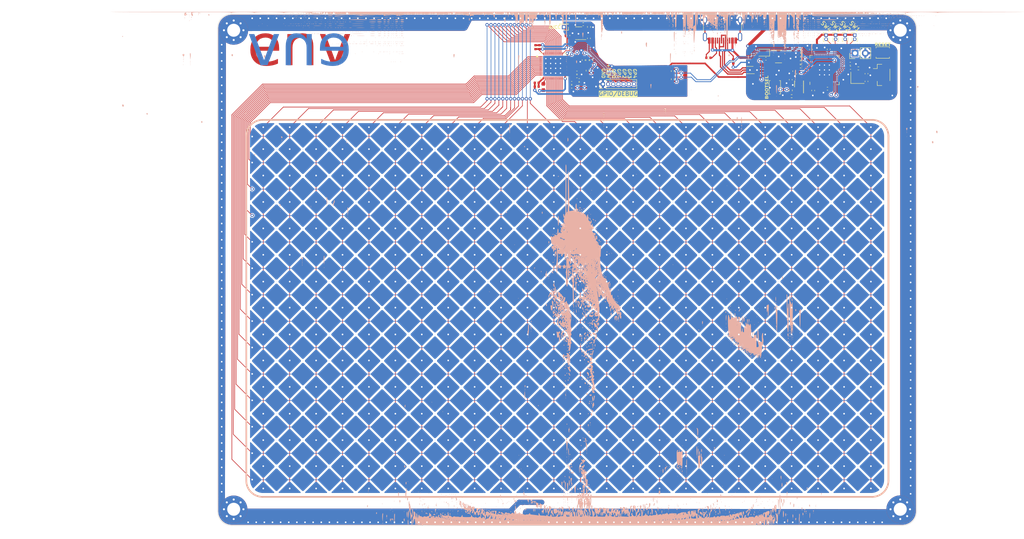
<source format=kicad_pcb>
(kicad_pcb (version 20221018) (generator pcbnew)
  (layers (0 "F.Cu" signal) (31 "B.Cu" signal) (34 "B.Paste" user) (35 "F.Paste" user) (36 "B.SilkS" user "B.Silkscreen") (37 "F.SilkS" user "F.Silkscreen") (38 "B.Mask" user) (39 "F.Mask" user) (44 "Edge.Cuts" user))
  (net 0 "")
  (net 1 "+1V1")
  (net 2 "Net-(U1-XIN)")
  (net 3 "/Macropad/D-")
  (net 5 "/Macropad/D+")
  (net 6 "/Macropad/SCLK")
  (net 7 "/Macropad/MISO")
  (net 8 "/Macropad/SPI_CS")
  (net 9 "/Macropad/MOSI")
  (net 10 "/Macropad/SW1")
  (net 11 "/Macropad/SW2")
  (net 12 "Net-(D1-A)")
  (net 13 "VBUS")
  (net 14 "GND")
  (net 15 "Net-(U1-QSPI_SS)")
  (net 16 "Net-(J1-CC1)")
  (net 17 "Net-(J1-CC2)")
  (net 18 "Net-(U1-XOUT)")
  (net 19 "Net-(J3-Pin_1)")
  (net 20 "Net-(J3-Pin_3)")
  (net 21 "Net-(U1-USB_DM)")
  (net 22 "Net-(U1-USB_DP)")
  (net 23 "Net-(U1-QSPI_SD3)")
  (net 24 "Net-(U1-QSPI_SCLK)")
  (net 25 "Net-(U1-QSPI_SD0)")
  (net 26 "Net-(U1-QSPI_SD2)")
  (net 27 "Net-(U1-QSPI_SD1)")
  (net 28 "/Macropad/SW3")
  (net 29 "/Macropad/SW4")
  (net 35 "/Macropad/GPIO_AD1")
  (net 36 "/Macropad/GPIO_AD2")
  (net 38 "+3V3")
  (net 41 "+3.3VA")
  (net 43 "/Macropad/LED_3.3V")
  (net 45 "/Macropad/RUN")
  (net 55 "3V3")
  (net 56 "5V")
  (net 57 "SCL")
  (net 58 "SDA")
  (net 60 "Net-(U5-EN)")
  (net 61 "Net-(U4-XVDD)")
  (net 62 "Net-(U4-VDDCORE)")
  (net 63 "Net-(U4-TEST)")
  (net 64 "Net-(U4-EXCAP1)")
  (net 65 "Net-(U4-EXCAP0)")
  (net 66 "Net-(R2-Pad1)")
  (net 67 "/Sensor/Shield")
  (net 68 "/Sensor/Row9")
  (net 69 "/Sensor/Row8")
  (net 70 "/Sensor/Row7")
  (net 71 "/Sensor/Row6")
  (net 72 "/Sensor/Row5")
  (net 73 "/Sensor/Row4")
  (net 74 "/Sensor/Row3")
  (net 75 "/Sensor/Row2")
  (net 76 "/Sensor/Row14")
  (net 77 "/Sensor/Row13")
  (net 78 "/Sensor/Row12")
  (net 79 "/Sensor/Row11")
  (net 80 "/Sensor/Row10")
  (net 81 "/Sensor/Row1")
  (net 82 "/Sensor/RESET")
  (net 83 "/Sensor/GPIO4")
  (net 84 "/Sensor/GPIO3")
  (net 85 "/Sensor/GPIO2")
  (net 86 "/Sensor/GPIO1")
  (net 87 "/Sensor/GPIO0")
  (net 88 "/Sensor/Col9")
  (net 89 "/Sensor/Col8")
  (net 90 "/Sensor/Col7")
  (net 91 "/Sensor/Col6")
  (net 92 "/Sensor/Col5")
  (net 93 "/Sensor/Col4")
  (net 94 "/Sensor/Col3")
  (net 95 "/Sensor/Col24")
  (net 96 "/Sensor/Col23")
  (net 97 "/Sensor/Col22")
  (net 98 "/Sensor/Col21")
  (net 99 "/Sensor/Col20")
  (net 100 "/Sensor/Col2")
  (net 101 "/Sensor/Col19")
  (net 102 "/Sensor/Col18")
  (net 103 "/Sensor/Col17")
  (net 104 "/Sensor/Col16")
  (net 105 "/Sensor/Col15")
  (net 106 "/Sensor/Col14")
  (net 107 "/Sensor/Col13")
  (net 108 "/Sensor/Col12")
  (net 109 "/Sensor/Col11")
  (net 110 "/Sensor/Col10")
  (net 111 "/Sensor/Col1")
  (net 112 "/Sensor/CHANGE")
  (net 113 "Net-(C13-Pad1)")
  (footprint "Connector_JST:JST_SH_BM03B-SRSS-TB_1x03-1MP_P1.00mm_Vertical" (layer "F.Cu") (at 234.4435 46.54304 -90)
    (fp_text reference "J3")
    (fp_text value "JST 3P")
  )
  (footprint "Resistor_SMD:R_0402_1005Metric" (layer "F.Cu") (at 228.6935 44.94304)
    (fp_text reference "R3")
    (fp_text value "1k")
  )
  (footprint "Capacitor_SMD:C_0402_1005Metric" (layer "F.Cu") (at 214.4988 41.59804 180)
    (fp_text reference "C11")
    (fp_text value "100n")
  )
  (footprint "Capacitor_SMD:C_0402_1005Metric" (layer "F.Cu") (at 221.0935 49.92304 180)
    (fp_text reference "C7")
    (fp_text value "100n")
  )
  (footprint "Resistor_SMD:R_0402_1005Metric" (layer "F.Cu") (at 191.7955 42.32804 180)
    (fp_text reference "R7")
    (fp_text value "5.1k")
  )
  (footprint "Capacitor_SMD:C_0402_1005Metric" (layer "F.Cu") (at 149.556 48.48804 180)
    (fp_text reference "C19")
    (fp_text value "22n")
  )
  (footprint "Crystal:Crystal_SMD_2520-4Pin_2.5x2.0mm" (layer "F.Cu") (at 228.4935 47.24304)
    (fp_text reference "Y1")
    (fp_text value "Crystal_GND24")
  )
  (footprint "MountingHole:MountingHole_3.2mm_M3_Pad_Via" (layer "F.Cu") (at 238.997444 35.557777 180)
    (fp_text reference "H4" hide)
    (fp_text value "MountingHole_Pad")
  )
  (footprint "Resistor_SMD:R_0402_1005Metric" (layer "F.Cu") (at 162.086 45.47804 90)
    (fp_text reference "R12")
    (fp_text value "10k")
  )
  (footprint "Connector_PinHeader_1.27mm:PinHeader_1x01_P1.27mm_Vertical" (layer "F.Cu") (at 156.246 34.78804 180)
    (fp_text reference "J10")
    (fp_text value "Conn_01x01_Pin")
  )
  (footprint "Capacitor_SMD:C_0402_1005Metric" (layer "F.Cu") (at 230.6935 48.14304 90)
    (fp_text reference "C12")
    (fp_text value "15p")
  )
  (footprint "Capacitor_SMD:C_0402_1005Metric" (layer "F.Cu") (at 161.096 42.90804 -90)
    (fp_text reference "C16")
    (fp_text value "10nF")
  )
  (footprint "Capacitor_SMD:C_0402_1005Metric" (layer "F.Cu") (at 159.446 46.88304 180)
    (fp_text reference "C25")
    (fp_text value "22n")
  )
  (footprint "Capacitor_SMD:C_0402_1005Metric" (layer "F.Cu") (at 149.256 39.70804 -90)
    (fp_text reference "C21")
    (fp_text value "22n")
  )
  (footprint "Package_TO_SOT_SMD:SOT-666" (layer "F.Cu") (at 202.021 45.34554 180)
    (fp_text reference "U7")
    (fp_text value "USBLC6-2P6")
  )
  (footprint "Capacitor_SMD:C_0402_1005Metric" (layer "F.Cu") (at 214.4988 40.67304 180)
    (fp_text reference "C4")
    (fp_text value "1µ")
  )
  (footprint "Capacitor_SMD:C_0402_1005Metric" (layer "F.Cu") (at 217.5685 50.37304 -90)
    (fp_text reference "C6")
    (fp_text value "100n")
  )
  (footprint "MountingHole:MountingHole_3.2mm_M3_Pad_Via" (layer "F.Cu") (at 238.9974 153.410984 180)
    (fp_text reference "H3" hide)
    (fp_text value "MountingHole_Pad")
  )
  (footprint "Resistor_SMD:R_0402_1005Metric" (layer "F.Cu") (at 183.046 47.60804 90)
    (fp_text reference "R14")
    (fp_text value "3.3k")
  )
  (footprint "Resistor_SMD:R_0402_1005Metric" (layer "F.Cu") (at 183.046 45.60804 -90)
    (fp_text reference "R13")
    (fp_text value "3.3k")
  )
  (footprint "Button_Switch_SMD:SW_SPST_B3U-1000P" (layer "F.Cu") (at 208.1435 49.59304 -90)
    (fp_text reference "SW_BOOT1" hide)
    (fp_text value "SW_Push")
  )
  (footprint "Capacitor_SMD:C_0402_1005Metric" (layer "F.Cu") (at 230.6935 46.24304 -90)
    (fp_text reference "C13")
    (fp_text value "15p")
  )
  (footprint "Capacitor_SMD:C_0402_1005Metric" (layer "F.Cu") (at 160.996 34.06804 180)
    (fp_text reference "C39")
    (fp_text value "10nF")
  )
  (footprint "Capacitor_SMD:C_0402_1005Metric" (layer "F.Cu") (at 159.446 45.95804 180)
    (fp_text reference "C24")
    (fp_text value "2.2µ")
  )
  (footprint "Resistor_SMD:R_0402_1005Metric" (layer "F.Cu") (at 197.9205 43.22804 -90)
    (fp_text reference "R6")
    (fp_text value "5.1k")
  )
  (footprint "Resistor_SMD:R_0402_1005Metric" (layer "F.Cu") (at 214.4738 43.47304 180)
    (fp_text reference "R9")
    (fp_text value "27")
  )
  (footprint "Trackpad:USB_C_Receptacle_HRO_TYPE-C-31-M-12" (layer "F.Cu") (at 195.266 34.06 180)
    (fp_text reference "J1" hide)
    (fp_text value "type-c-31-m-12")
  )
  (footprint "Capacitor_SMD:C_0402_1005Metric" (layer "F.Cu") (at 226.6935 43.79304)
    (fp_text reference "C3")
    (fp_text value "100n")
  )
  (footprint "Resistor_SMD:R_0402_1005Metric" (layer "F.Cu") (at 212.0685 50.34804 -90)
    (fp_text reference "R2")
    (fp_text value "1k")
  )
  (footprint "Trackpad:USON-8-1EP_3x2mm_P0.5mm_EP0.25x1.65mm" (layer "F.Cu") (at 214.0935 49.49804 90)
    (fp_text reference "U2" hide)
    (fp_text value "W25Q16JVUXIQ")
  )
  (footprint "Capacitor_SMD:C_0402_1005Metric" (layer "F.Cu") (at 160.0013 47.80804 180)
    (fp_text reference "C22")
    (fp_text value "1µ")
  )
  (footprint "Capacitor_SMD:C_0402_1005Metric" (layer "F.Cu") (at 160.0013 48.73304 180)
    (fp_text reference "C23")
    (fp_text value "22n")
  )
  (footprint "Capacitor_SMD:C_0402_1005Metric" (layer "F.Cu") (at 214.4988 42.52304 180)
    (fp_text reference "C1")
    (fp_text value "1µ")
  )
  (footprint "Capacitor_SMD:C_0402_1005Metric" (layer "F.Cu") (at 212.9185 45.63304 -90)
    (fp_text reference "C5")
    (fp_text value "100n")
  )
  (footprint "Resistor_SMD:R_0402_1005Metric" (layer "F.Cu") (at 162.421 34.73304 90)
    (fp_text reference "R17")
    (fp_text value "10k")
  )
  (footprint "MountingHole:MountingHole_3.2mm_M3_Pad_Via" (layer "F.Cu") (at 74.997444 35.557777 180)
    (fp_text reference "H2" hide)
    (fp_text value "MountingHole_Pad")
  )
  (footprint "Button_Switch_SMD:SW_SPST_B3U-1000P" (layer "F.Cu") (at 234.6935 41.04304 180)
    (fp_text reference "SW_RST1" hide)
    (fp_text value "SW_Push")
  )
  (footprint "Package_TO_SOT_SMD:SOT-23-5" (layer "F.Cu") (at 159.876 36.28804 180)
    (fp_text reference "U5")
    (fp_text value "MIC5504-3.3YM5")
  )
  (footprint "Capacitor_SMD:C_0402_1005Metric" (layer "F.Cu") (at 205.94298 42.563706)
    (fp_text reference "C15")
    (fp_text value "1µ")
  )
  (footprint "Resistor_SMD:R_0402_1005Metric" (layer "F.Cu") (at 212.2738 51.77304)
    (fp_text reference "R1")
    (fp_text value "10k")
  )
  (footprint "Capacitor_SMD:C_0402_1005Metric" (layer "F.Cu") (at 226.7435 44.79304)
    (fp_text reference "C8")
    (fp_text value "100n")
  )
  (footprint "Resistor_SMD:R_0402_1005Metric" (layer "F.Cu") (at 162.046 42.90804 90)
    (fp_text reference "R10")
    (fp_text value "12k")
  )
  (footprint "Package_DFN_QFN:QFN-56-1EP_7x7mm_P0.4mm_EP3.2x3.2mm" (layer "F.Cu") (at 220.383 45.325452 90)
    (fp_text reference "U1")
    (fp_text value "RP2040")
  )
  (footprint "Connector_PinHeader_1.00mm:PinHeader_1x02_P1.00mm_Vertical" (layer "F.Cu") (at 227.796 36.75804)
    (fp_text reference "SW1")
    (fp_text value "SW_Push")
  )
  (footprint "Connector_PinHeader_1.27mm:PinHeader_1x07_P1.27mm_Vertical" (layer "F.Cu") (at 165.846 48.80804 90)
    (fp_text reference "J5")
    (fp_text value "Conn_01x07_Pin")
  )
  (footprint "Connector_PinHeader_1.00mm:PinHeader_1x02_P1.00mm_Vertical" (layer "F.Cu") (at 225.446 36.75804)
    (fp_text reference "SW2")
    (fp_text value "SW_Push")
  )
  (footprint "Trackpad:QFN-56_EP_6x6_Pitch0.35mm" (layer "F.Cu") (at 153.601095 44.324261)
    (fp_text reference "U4")
    (fp_text value "mXT336UD-MAU002")
  )
  (footprint "Connector_PinHeader_1.00mm:PinHeader_1x02_P1.00mm_Vertical" (layer "F.Cu") (at 223.096 36.75804)
    (fp_text reference "SW3")
    (fp_text value "SW_Push")
  )
  (footprint "MountingHole:MountingHole_3.2mm_M3_Pad_Via" (layer "F.Cu") (at 74.9974 153.410984 180)
    (fp_text reference "H1" hide)
    (fp_text value "MountingHole_Pad")
  )
  (footprint "Capacitor_SMD:C_0402_1005Metric" (layer "F.Cu") (at 212.0435 47.72304 90)
    (fp_text reference "C37")
    (fp_text value "100n")
  )
  (footprint "Capacitor_SMD:C_0402_1005Metric" (layer "F.Cu") (at 158.1513 48.50804)
    (fp_text reference "C27")
    (fp_text value "22n")
  )
  (footprint "Resistor_SMD:R_0402_1005Metric" (layer "F.Cu") (at 162.996 42.90804 90)
    (fp_text reference "R11")
    (fp_text value "10k")
  )
  (footprint "Capacitor_SMD:C_0402_1005Metric" (layer "F.Cu") (at 221.3935 40.24304 90)
    (fp_text reference "C9")
    (fp_text value "100n")
  )
  (footprint "Connector_PinHeader_1.00mm:PinHeader_1x02_P1.00mm_Vertical" (layer "F.Cu") (at 220.746 36.75804)
    (fp_text reference "SW4")
    (fp_text value "SW_Push")
  )
  (footprint "Capacitor_SMD:C_0402_1005Metric" (layer "F.Cu") (at 213.8435 46.29804 -90)
    (fp_text reference "C2")
    (fp_text value "100n")
  )
  (footprint "Capacitor_SMD:C_0402_1005Metric" (layer "F.Cu") (at 162.396 37.55804 90)
    (fp_text reference "C14")
    (fp_text value "1µ")
  )
  (footprint "Capacitor_SMD:C_0402_1005Metric" (layer "F.Cu") (at 158.1513 49.43304)
    (fp_text reference "C26")
    (fp_text value "2.2µ")
  )
  (footprint "Capacitor_SMD:C_0402_1005Metric" (layer "F.Cu") (at 217.0435 40.274261 90)
    (fp_text reference "C10")
    (fp_text value "100n")
  )
  (footprint "Capacitor_SMD:C_0402_1005Metric" (layer "F.Cu") (at 149.556 49.42804 180)
    (fp_text reference "C18")
    (fp_text value "1µ")
  )
  (footprint "Resistor_SMD:R_0402_1005Metric" (layer "F.Cu") (at 214.4738 44.44804 180)
    (fp_text reference "R8")
    (fp_text value "27")
  )
  (footprint "Diode_SMD:D_SOD-323" (layer "F.Cu") (at 205.24298 41.063706 180)
    (fp_text reference "D1")
    (fp_text value "B5817")
  )
  (footprint "Capacitor_SMD:C_0402_1005Metric" (layer "F.Cu") (at 157.346 36.84804 90)
    (fp_text reference "C28")
    (fp_text value "1µ")
  )
  (footprint "Fuse:Fuse_0603_1608Metric" (layer "F.Cu") (at 202.84298 41.563706 -90)
    (fp_text reference "F1")
    (fp_text value "Polyfuse")
  )
  (footprint "Capacitor_SMD:C_0603_1608Metric" (layer "F.Cu") (at 151.196 49.50804 -90)
    (fp_text reference "C17")
    (fp_text value "2.2nF")
  )
  (footprint "Capacitor_SMD:C_0402_1005Metric" (layer "F.Cu") (at 150.196 39.70804 -90)
    (fp_text reference "C20")
    (fp_text value "2.2µ")
  )
  (footprint "Connector_PinHeader_2.54mm:PinHeader_1x02_P2.54mm_Vertical" (layer "F.Cu") (at 227.8685 41.19304 90)
    (fp_text reference "J9")
    (fp_text value "Conn_01x02_Pin")
  )
  (footprint "Package_TO_SOT_SMD:SOT-23-5" (layer "F.Cu") (at 209.04298 42.013706)
    (fp_text reference "U3")
    (fp_text value "MIC5504-3.3YM5")
  )
  (footprint "Capacitor_SMD:C_0402_1005Metric" (layer "F.Cu") (at 211.83048 40.588706 90)
    (fp_text reference "C30")
    (fp_text value "1µ")
  )
  (footprint "extras:altai" (layer "B.Cu") (at 157.1 94.2 180)
    (fp_text reference "G***")
    (fp_text value "LOGO" hide)
  )
  (gr_line (start 236.096 61.60804) (end 236.096 146.35804) (stroke (width 0.4)) (layer "B.SilkS"))
  (gr_line (start 232.096 150.35804) (end 82.096 150.35804) (stroke (width 0.4)) (layer "B.SilkS"))
  (gr_line (start 82.096 57.60804) (end 232.096 57.60804) (stroke (width 0.4)) (layer "B.SilkS"))
  (gr_arc (start 232.096 57.60804) (mid 234.924427 58.779613) (end 236.096 61.60804) (stroke (width 0.4)) (layer "B.SilkS"))
  (gr_arc (start 78.096 61.60804) (mid 79.267573 58.779613) (end 82.096 57.60804) (stroke (width 0.4)) (layer "B.SilkS"))
  (gr_arc (start 82.096 150.35804) (mid 79.267573 149.186467) (end 78.096 146.35804) (stroke (width 0.4)) (layer "B.SilkS"))
  (gr_arc (start 236.096 146.35804) (mid 234.924427 149.186467) (end 232.096 150.35804) (stroke (width 0.4)) (layer "B.SilkS"))
  (gr_line (start 78.096 146.35804) (end 78.096 61.60804) (stroke (width 0.4)) (layer "B.SilkS"))
  (gr_line (start 82.096 57.60804) (end 232.096 57.60804) (stroke (width 0.4)) (layer "F.SilkS"))
  (gr_line (start 78.096 146.35804) (end 78.096 61.60804) (stroke (width 0.4)) (layer "F.SilkS"))
  (gr_arc (start 82.096 150.35804) (mid 79.267559 149.18647) (end 78.096 146.35804) (stroke (width 0.4)) (layer "F.SilkS"))
  (gr_arc (start 232.096 57.60804) (mid 234.924427 58.779613) (end 236.096 61.60804) (stroke (width 0.4)) (layer "F.SilkS"))
  (gr_line (start 232.096 150.35804) (end 82.096 150.35804) (stroke (width 0.4)) (layer "F.SilkS"))
  (gr_circle (center 149.646 42.03304) (end 149.516 41.91804) (stroke (width 0.15)) (fill solid) (layer "F.SilkS"))
  (gr_arc (start 78.096 61.60804) (mid 79.267559 58.779587) (end 82.096 57.60804) (stroke (width 0.4)) (layer "F.SilkS"))
  (gr_arc (start 236.096 146.35804) (mid 234.924413 149.186441) (end 232.096 150.35804) (stroke (width 0.4)) (layer "F.SilkS"))
  (gr_line (start 236.096 61.60804) (end 236.096 146.35804) (stroke (width 0.4)) (layer "F.SilkS"))
  (gr_arc (start 239.526 31.55804) (mid 242.000874 32.583166) (end 243.026 35.05804) (stroke (width 0.1)) (layer "Edge.Cuts"))
  (gr_line (start 93.621 31.55804) (end 154.021 31.55804) (stroke (width 0.1)) (layer "Edge.Cuts"))
  (gr_arc (start 243.026 153.90804) (mid 242.000874 156.382914) (end 239.526 157.40804) (stroke (width 0.1)) (layer "Edge.Cuts"))
  (gr_line (start 93.621 31.55804) (end 85.821 31.55804) (stroke (width 0.1)) (layer "Edge.Cuts"))
  (gr_line (start 243.026 35.05804) (end 243.026 153.90804) (stroke (width 0.1)) (layer "Edge.Cuts"))
  (gr_line (start 71.026 153.90804) (end 71.018887 35.052408) (stroke (width 0.1)) (layer "Edge.Cuts"))
  (gr_arc (start 74.526 157.40804) (mid 72.051126 156.382914) (end 71.026 153.90804) (stroke (width 0.1)) (layer "Edge.Cuts"))
  (gr_line (start 161.821 31.55804) (end 154.021 31.55804) (stroke (width 0.1)) (layer "Edge.Cuts"))
  (gr_line (start 239.526 31.55804) (end 161.821 31.55804) (stroke (width 0.1)) (layer "Edge.Cuts"))
  (gr_arc (start 71.018887 35.052408) (mid 72.046 32.58117) (end 74.518882 31.55804) (stroke (width 0.1)) (layer "Edge.Cuts"))
  (gr_line (start 85.821 31.55804) (end 74.518882 31.55804) (stroke (width 0.1)) (layer "Edge.Cuts"))
  (gr_line (start 239.526 157.40804) (end 74.526 157.40804) (stroke (width 0.1)) (layer "Edge.Cuts"))
  (gr_text "env" (at 91.2 40) (layer "F.Cu") (effects (font (size 10 10))))
  (gr_text "env" (at 91.2 40) (layer "B.Cu") (effects (font (size 10 10)) (justify mirror)))
  (gr_text "GP4\nGP3\nGP2\nGP1\nGP0\n+3.3V\nGND" (at 165.466 47.47804 -90) (layer "F.SilkS") (effects (font (size 0.8 0.8)) (justify right bottom)))
  (gr_text "GPIO/DEBUG" (at 169.6 51.2) (layer "F.SilkS" knockout) (effects (font (size 1 1) (thickness 0.15) bold)))
  (gr_text "AVCC" (at 154 34.8) (layer "F.SilkS") (effects (font (size 0.8 0.8))))
  (gr_text "RESET" (at 234.7 39.1) (layer "F.SilkS") (effects (font (size 0.8 0.8) (thickness 0.16) bold)))
  (gr_text "BOOTSEL" (at 206.2 49.6 90) (layer "F.SilkS") (effects (font (size 0.8 0.8) (thickness 0.16) bold)))
  (via (at 79.546 81.109261) (size 0.8) (drill 0.4) (layers "F.Cu" "B.Cu") (net 0))
  (via (at 79.546 74.609261) (size 0.8) (drill 0.4) (layers "F.Cu" "B.Cu") (net 0))
  (segment (start 215.060922 42.605162) (end 214.9788 42.52304) (width 0.3) (layer "F.Cu") (net 1))
  (segment (start 216.41164 43.525452) (end 216.9455 43.525452) (width 0.2) (layer "F.Cu") (net 1))
  (segment (start 214.4185 45.72304) (end 213.8485 45.72304) (width 0.3) (layer "F.Cu") (net 1))
  (segment (start 215.068175 45.949157) (end 215.49188 45.525452) (width 0.2) (layer "F.Cu") (net 1))
  (segment (start 223.8205 44.725452) (end 225.281088 44.725452) (width 0.2) (layer "F.Cu") (net 1))
  (segment (start 215.541678 42.65549) (end 216.41164 43.525452) (width 0.2) (layer "F.Cu") (net 1))
  (segment (start 222.783 42.924199) (end 223.083 43.224199) (width 0.2) (layer "F.Cu") (net 1))
  (segment (start 223.28664 44.725452) (end 223.8205 44.725452) (width 0.2) (layer "F.Cu") (net 1))
  (segment (start 223.083 43.224199) (end 223.083 44.521812) (width 0.2) (layer "F.Cu") (net 1))
  (segment (start 215.49188 45.525452) (end 216.9455 45.525452) (width 0.2) (layer "F.Cu") (net 1))
  (segment (start 214.644617 45.949157) (end 215.068175 45.949157) (width 0.2) (layer "F.Cu") (net 1))
  (segment (start 223.083 44.521812) (end 223.28664 44.725452) (width 0.2) (layer "F.Cu") (net 1))
  (segment (start 213.8485 45.72304) (end 213.8435 45.72804) (width 0.2) (layer "F.Cu") (net 1))
  (segment (start 225.281088 44.725452) (end 226.2135 43.79304) (width 0.2) (layer "F.Cu") (net 1))
  (segment (start 215.541678 42.605162) (end 215.060922 42.605162) (width 0.3) (layer "F.Cu") (net 1))
  (segment (start 213.8435 45.72804) (end 213.8435 45.81804) (width 0.2) (layer "F.Cu") (net 1))
  (segment (start 214.644617 45.949157) (end 214.4185 45.72304) (width 0.3) (layer "F.Cu") (net 1))
  (via (at 222.783 42.924199) (size 0.8) (drill 0.4) (layers "F.Cu" "B.Cu") (net 1))
  (via (at 215.541678 42.605162) (size 0.8) (drill 0.4) (layers "F.Cu" "B.Cu") (net 1))
  (via (at 214.644617 45.949157) (size 0.8) (drill 0.4) (layers "F.Cu" "B.Cu") (net 1))
  (segment (start 215.693122 42.605162) (end 215.541678 42.605162) (width 0.5) (layer "B.Cu") (net 1))
  (segment (start 217.146 44.05804) (end 215.693122 42.605162) (width 0.5) (layer "B.Cu") (net 1))
  (segment (start 218.279841 42.924199) (end 222.783 42.924199) (width 0.5) (layer "B.Cu") (net 1))
  (segment (start 215.254883 45.949157) (end 217.146 44.05804) (width 0.5) (layer "B.Cu") (net 1))
  (segment (start 217.146 44.05804) (end 218.279841 42.924199) (width 0.5) (layer "B.Cu") (net 1))
  (segment (start 214.644617 45.949157) (end 215.254883 45.949157) (width 0.5) (layer "B.Cu") (net 1))
  (segment (start 226.72405 47.94304) (end 227.6185 47.94304) (width 0.2) (layer "F.Cu") (net 2))
  (segment (start 230.5735 48.74304) (end 228.4185 48.74304) (width 0.2) (layer "F.Cu") (net 2))
  (segment (start 228.4185 48.74304) (end 227.6185 47.94304) (width 0.2) (layer "F.Cu") (net 2))
  (segment (start 223.8205 45.925452) (end 224.706462 45.925452) (width 0.2) (layer "F.Cu") (net 2))
  (segment (start 224.706462 45.925452) (end 226.72405 47.94304) (width 0.2) (layer "F.Cu") (net 2))
  (segment (start 230.6935 48.62304) (end 230.5735 48.74304) (width 0.2) (layer "F.Cu") (net 2))
  (segment (start 201.171 44.80804) (end 200.194286 44.80804) (width 0.3) (layer "F.Cu") (net 3))
  (segment (start 202.654149 44.591189) (end 201.387851 44.591189) (width 0.3) (layer "F.Cu") (net 3))
  (segment (start 212.8385 43.94804) (end 208.898893 43.94804) (width 0.3) (layer "F.Cu") (net 3))
  (segment (start 202.871 44.80804) (end 202.654149 44.591189) (width 0.3) (layer "F.Cu") (net 3))
  (segment (start 196.016 38.105) (end 196.016 36.8) (width 0.3) (layer "F.Cu") (net 3))
  (segment (start 213.9638 43.47304) (end 213.8838 43.55304) (width 0.4) (layer "F.Cu") (net 3))
  (segment (start 199.649286 45.35304) (end 197.141 45.35304) (width 0.3) (layer "F.Cu") (net 3))
  (segment (start 195.016 36.8) (end 195.016 38.105) (width 0.3) (layer "F.Cu") (net 3))
  (segment (start 208.898893 43.94804) (end 207.917447 44.929487) (width 0.3) (layer "F.Cu") (net 3))
  (segment (start 213.1435 43.64304) (end 213.3135 43.47304) (width 0.25) (layer "F.Cu") (net 3))
  (segment (start 213.1435 43.64304) (end 212.8385 43.94804) (width 0.3) (layer "F.Cu") (net 3))
  (segment (start 203.171 44.50804) (end 204.201394 44.50804) (width 0.25) (layer "F.Cu") (net 3))
  (segment (start 200.194286 44.80804) (end 199.649286 45.35304) (width 0.3) (layer "F.Cu") (net 3))
  (segment (start 202.871 44.80804) (end 203.171 44.50804) (width 0.25) (layer "F.Cu") (net 3))
  (segment (start 201.387851 44.591189) (end 201.171 44.80804) (width 0.3) (layer "F.Cu") (net 3))
  (segment (start 195.7455 40.8545) (end 196.016 40.584) (width 0.3) (layer "F.Cu") (net 3))
  (segment (start 213.3135 43.47304) (end 213.9638 43.47304) (width 0.25) (layer "F.Cu") (net 3))
  (segment (start 204.622841 44.929487) (end 204.201394 44.50804) (width 0.3) (layer "F.Cu") (net 3))
  (segment (start 195.7455 43.95754) (end 195.7455 40.8545) (width 0.3) (layer "F.Cu") (net 3))
  (segment (start 196.016 40.584) (end 196.016 38.105) (width 0.3) (layer "F.Cu") (net 3))
  (segment (start 197.141 45.35304) (end 195.7455 43.95754) (width 0.3) (layer "F.Cu") (net 3))
  (segment (start 207.917447 44.929487) (end 204.622841 44.929487) (width 0.3) (layer "F.Cu") (net 3))
  (segment (start 196.016 36.8) (end 195.016 36.8) (width 0.3) (layer "F.Cu") (net 3))
  (segment (start 203.146 46.15804) (end 203.246 46.25804) (width 0.3) (layer "F.Cu") (net 5))
  (segment (start 194.7705 44.554292) (end 194.7705 41.9705) (width 0.3) (layer "F.Cu") (net 5))
  (segment (start 200.5335 45.88304) (end 200.0835 46.33304) (width 0.3) (layer "F.Cu") (net 5))
  (segment (start 194.516 41.716) (end 194.516 39.6) (width 0.3) (layer "F.Cu") (net 5))
  (segment (start 194.516 39.6) (end 195.516 39.6) (width 0.3) (layer "F.Cu") (net 5))
  (segment (start 201.171 45.88304) (end 201.379149 46.091189) (width 0.3) (layer "F.Cu") (net 5))
  (segment (start 209.106 44.44804) (end 213.9638 44.44804) (width 0.3) (layer "F.Cu") (net 5))
  (segment (start 195.516 39.6) (end 195.516 38.105) (width 0.3) (layer "F.Cu") (net 5))
  (segment (start 201.379149 46.091189) (end 202.662851 46.091189) (width 0.3) (layer "F.Cu") (net 5))
  (segment (start 196.549248 46.33304) (end 194.7705 44.554292) (width 0.3) (layer "F.Cu") (net 5))
  (segment (start 200.0835 46.33304) (end 196.549248 46.33304) (width 0.3) (layer "F.Cu") (net 5))
  (segment (start 194.7705 41.9705) (end 194.516 41.716) (width 0.3) (layer "F.Cu") (net 5))
  (segment (start 202.662851 46.091189) (end 202.871 45.88304) (width 0.3) (layer "F.Cu") (net 5))
  (segment (start 203.246 46.25804) (end 207.296 46.25804) (width 0.3) (layer "F.Cu") (net 5))
  (segment (start 202.871 45.88304) (end 203.146 46.15804) (width 0.25) (layer "F.Cu") (net 5))
  (segment (start 194.516 39.6) (end 194.516 38.105) (width 0.3) (layer "F.Cu") (net 5))
  (segment (start 213.4485 44.44804) (end 213.9638 44.44804) (width 0.25) (layer "F.Cu") (net 5))
  (segment (start 207.296 46.25804) (end 209.106 44.44804) (width 0.3) (layer "F.Cu") (net 5))
  (segment (start 201.171 45.88304) (end 200.5335 45.88304) (width 0.3) (layer "F.Cu") (net 5))
  (segment (start 226.246 39.30804) (end 226.246 41.28488) (width 0.15) (layer "F.Cu") (net 10))
  (segment (start 224.405428 43.125452) (end 223.8205 43.125452) (width 0.15) (layer "F.Cu") (net 10))
  (segment (start 226.246 41.28488) (end 224.405428 43.125452) (width 0.15) (layer "F.Cu") (net 10))
  (segment (start 227.796 37.75804) (end 226.246 39.30804) (width 0.15) (layer "F.Cu") (net 10))
  (segment (start 225.896 41.139906) (end 224.310454 42.725452) (width 0.15) (layer "F.Cu") (net 11))
  (segment (start 225.896 38.20804) (end 225.896 41.139906) (width 0.15) (layer "F.Cu") (net 11))
  (segment (start 224.310454 42.725452) (end 223.8205 42.725452) (width 0.15) (layer "F.Cu") (net 11))
  (segment (start 225.446 37.75804) (end 225.896 38.20804) (width 0.15) (layer "F.Cu") (net 11))
  (segment (start 203.90548 40.776206) (end 204.19298 41.063706) (width 0.4) (layer "F.Cu") (net 12))
  (segment (start 202.84298 40.776206) (end 203.90548 40.776206) (width 0.4) (layer "F.Cu") (net 12))
  (segment (start 199.780682 45.85804) (end 196.746 45.85804) (width 0.25) (layer "F.Cu") (net 13))
  (segment (start 192.816 40.384) (end 192.8 40.4) (width 0.5) (layer "F.Cu") (net 13))
  (segment (start 195.2705 40.5465) (end 195.2 40.476) (width 0.25) (layer "F.Cu") (net 13))
  (segment (start 200.571 45.34554) (end 201.096 45.34554) (width 0.3) (layer "F.Cu") (net 13))
  (segment (start 200.293182 45.34554) (end 199.780682 45.85804) (width 0.25) (layer "F.Cu") (net 13))
  (segment (start 200 42.351206) (end 202.84298 42.351206) (width 0.5) (layer "F.Cu") (net 13))
  (segment (start 195.2705 44.38254) (end 195.2705 40.5465) (width 0.25) (layer "F.Cu") (net 13))
  (segment (start 200.363893 45.34554) (end 200.571 45.34554) (width 0.3) (layer "F.Cu") (net 13))
  (segment (start 192.816 38.105) (end 192.816 40.384) (width 0.5) (layer "F.Cu") (net 13))
  (segment (start 200.363893 45.34554) (end 200.293182 45.34554) (width 0.25) (layer "F.Cu") (net 13))
  (segment (start 197.716 40.476) (end 197.716 38.105) (width 0.5) (layer "F.Cu") (net 13))
  (segment (start 199.591206 42.351206) (end 200 42.351206) (width 0.5) (layer "F.Cu") (net 13))
  (segment (start 196.746 45.85804) (end 195.2705 44.38254) (width 0.25) (layer "F.Cu") (net 13))
  (segment (start 197.716 40.476) (end 199.591206 42.351206) (width 0.5) (layer "F.Cu") (net 13))
  (via (at 192.8 40.4) (size 0.8) (drill 0.4) (layers "F.Cu" "B.Cu") (net 13))
  (via (at 197.716 40.476) (size 0.8) (drill 0.4) (layers "F.Cu" "B.Cu") (net 13))
  (via (at 195.2 40.476) (size 0.5) (drill 0.3) (layers "F.Cu" "B.Cu") (net 13))
  (segment (start 197.716 40.476) (end 195.2 40.476) (width 0.5) (layer "B.Cu") (net 13))
  (segment (start 195.2 40.476) (end 192.876 40.476) (width 0.5) (layer "B.Cu") (net 13))
  (segment (start 192.876 40.476) (end 192.8 40.4) (width 0.5) (layer "B.Cu") (net 13))
  (segment (start 149.076 48.48804) (end 149.076 49.42804) (width 0.4) (layer "F.Cu") (net 14))
  (segment (start 157.6763 48.51304) (end 157.6713 48.50804) (width 0.5) (layer "F.Cu") (net 14))
  (segment (start 213.067535 46.262075) (end 212.9185 46.11304) (width 0.2) (layer "F.Cu") (net 14))
  (segment (start 227.033 43.93354) (end 227.033 44.623022) (width 0.5) (layer "F.Cu") (net 14))
  (segment (start 214.8435 50.79804) (end 214.8435 50.24804) (width 0.3) (layer "F.Cu") (net 14))
  (segment (start 227.203018 44.79304) (end 227.2235 44.79304) (width 0.5) (layer "F.Cu") (net 14))
  (segment (start 230.6935 47.66304) (end 230.4135 47.94304) (width 0.3) (layer "F.Cu") (net 14))
  (segment (start 230.4135 47.94304) (end 229.3685 47.94304) (width 0.3) (layer "F.Cu") (net 14))
  (segment (start 217.5685 51.51304) (end 217.5685 50.85304) (width 0.3) (layer "F.Cu") (net 14))
  (segment (start 160.4813 47.80804) (end 160.4813 47.564561) (width 0.3) (layer "F.Cu") (net 14))
  (segment (start 160.8685 36.43304) (end 161.0135 36.28804) (width 0.25) (layer "F.Cu") (net 14))
  (segment (start 228.0935 43.84804) (end 228.0385 43.79304) (width 0.5) (layer "F.Cu") (net 14))
  (segment (start 151.001595 39.14804) (end 150.921595 39.22804) (width 0.4) (layer "F.Cu") (net 14))
  (segment (start 220.4235 39.76304) (end 221.3935 39.76304) (width 0.2) (layer "F.Cu") (net 14))
  (segment (start 159.926 46.629261) (end 159.926 45.95804) (width 0.3) (layer "F.Cu") (net 14))
  (segment (start 160.596 46.43304) (end 160.401 46.43304) (width 0.25) (layer "F.Cu") (net 14))
  (segment (start 227.1735 43.79304) (end 227.033 43.93354) (width 0.5) (layer "F.Cu") (net 14))
  (segment (start 160.4813 50.05274) (end 160.4813 48.73304) (width 0.5) (layer "F.Cu") (net 14))
  (segment (start 150.921595 39.22804) (end 149.256 39.22804) (width 0.4) (layer "F.Cu") (net 14))
  (segment (start 159.901 50.63304) (end 160.4813 50.05274) (width 0.5) (layer "F.Cu") (net 14))
  (segment (start 213.131672 46.77804) (end 213.8435 46.77804) (width 0.2) (layer "F.Cu") (net 14))
  (segment (start 199.586 37.19) (end 199.586 33.01) (width 0.25) (layer "F.Cu") (net 14))
  (segment (start 217.4835 51.59804) (end 217.5685 51.51304) (width 0.3) (layer "F.Cu") (net 14))
  (segment (start 160.721696 48.492644) (end 160.4813 48.73304) (width 0.2) (layer "F.Cu") (net 14))
  (segment (start 159.821 36.43304) (end 160.8685 36.43304) (width 0.25) (layer "F.Cu") (net 14))
  (segment (start 203.74996 45.349888) (end 203.745612 45.34554) (width 0.3) (layer "F.Cu") (net 14))
  (segment (start 161.290208 48.492644) (end 160.721696 48.492644) (width 0.2) (layer "F.Cu") (net 14))
  (segment (start 213.067535 46.842177) (end 213.067535 46.262075) (width 0.2) (layer "F.Cu") (net 14))
  (segment (start 159.046 34.24804) (end 160.336 34.24804) (width 0.25) (layer "F.Cu") (net 14))
  (segment (start 213.067535 46.842177) (end 213.131672 46.77804) (width 0.2) (layer "F.Cu") (net 14))
  (segment (start 157.4365 36.27754) (end 157.346 36.36804) (width 0.25) (layer "F.Cu") (net 14))
  (segment (start 212.5435 49.02304) (end 213.0185 49.49804) (width 0.2) (layer "F.Cu") (net 14))
  (segment (start 158.586951 50.63304) (end 158.4763 50.63304) (width 0.5) (layer "F.Cu") (net 14))
  (segment (start 159.926 47.009261) (end 159.926 46.629261) (width 0.3) (layer "F.Cu") (net 14))
  (segment (start 161.123168 36.178372) (end 161.0135 36.28804) (width 0.4) (layer "F.Cu") (net 14))
  (segment (start 214.0188 41.59804) (end 214.0188 42.52304) (width 0.5) (layer "F.Cu") (net 14))
  (segment (start 158.366 36.27754) (end 157.4365 36.27754) (width 0.25) (layer "F.Cu") (net 14))
  (segment (start 159.926 46.149261) (end 159.926 45.95804) (width 0.3) (layer "F.Cu") (net 14))
  (segment (start 162.396 36.348704) (end 162.396 37.07804) (width 0.4) (layer "F.Cu") (net 14))
  (segment (start 203.745612 45.34554) (end 202.946 45.34554) (width 0.3) (layer "F.Cu") (net 14))
  (segment (start 216.589721 39.794261) (end 217.0435 39.794261) (width 0.2) (layer "F.Cu") (net 14))
  (segment (start 202.946 45.34554) (end 202.024853 45.34554) (width 0.3) (layer "F.Cu") (net 14))
  (segment (start 191.101 37.19) (end 192.016 38.105) (width 0.25) (layer "F.Cu") (net 14))
  (segment (start 206.97298 42.013706) (end 207.90548 42.013706) (width 0.4) (layer "F.Cu") (net 14))
  (segment (start 205.546 35.40804) (end 201.496 39.45804) (width 0.8) (layer "F.Cu") (net 14))
  (segment (start 160.401 46.43304) (end 159.926 45.95804) (width 0.25) (layer "F.Cu") (net 14))
  (segment (start 190.946 37.19) (end 190.946 33.01) (width 0.25) (layer "F.Cu") (net 14))
  (segment (start 228.0385 43.79304) (end 227.1735 43.79304) (width 0.5) (layer "F.Cu") (net 14))
  (segment (start 160.4813 48.73304) (end 160.4813 47.80804) (width 0.3) (layer "F.Cu") (net 14))
  (segment (start 219.096 37.25804) (end 218.496 37.85804) (width 0.5) (layer "F.Cu") (net 14))
  (segment (start 160.276 43.29854) (end 161.0065 43.29854) (width 0.3) (layer "F.Cu") (net 14))
  (segment (start 160.336 34.24804) (end 160.516 34.06804) (width 0.25) (layer "F.Cu") (net 14))
  (segment (start 191.2855 42.32804) (end 191.2855 41.5145) (width 0.25) (layer "F.Cu") (net 14))
  (segment (start 219.696 36.65804) (end 219.096 37.25804) (width 0.5) (layer "F.Cu") (net 14))
  (segment (start 158.4763 50.63304) (end 157.6763 49.83304) (width 0.5) (layer "F.Cu") (net 14))
  (segment (start 161.0065 43.29854) (end 161.096 43.38804) (width 0.3) (layer "F.Cu") (net 14))
  (segment (start 206.42298 42.563706) (end 206.97298 42.013706) (width 0.4) (layer "F.Cu") (net 14))
  (segment (start 230.6935 46.72304) (end 230.6935 47.66304) (width 0.3) (layer "F.Cu") (net 14))
  (segment (start 160.376 46.43304) (end 159.926 46.88304) (width 0.25) (layer "F.Cu") (net 14))
  (segment (start 224.9935 47.72304) (end 224.9935 46.964592) (width 0.2) (layer "F.Cu") (net 14))
  (segment (start 229.3685 47.94304) (end 229.0935 48.21804) (width 0.2) (layer "F.Cu") (net 14))
  (segment (start 158.586951 50.63304) (end 159.901 50.63304) (width 0.5) (layer "F.Cu") (net 14))
  (segment (start 191.2855 41.5145) (end 192.016 40.784) (width 0.25) (layer "F.Cu") (net 14))
  (segment (start 197.9205 44.62804) (end 197.9205 43.73804) (width 0.3) (layer "F.Cu") (net 14))
  (segment (start 224.35436 46.325452) (end 223.8205 46.325452) (width 0.2) (layer "F.Cu") (net 14))
  (segment (start 159.926 46.629261) (end 159.936 46.619261) (width 0.3) (layer "F.Cu") (net 14))
  (segment (start 160.596 46.43304) (end 160.376 46.43304) (width 0.25) (layer "F.Cu") (net 14))
  (segment (start 213.0185 49.49804) (end 214.0935 49.49804) (width 0.2) (layer "F.Cu") (net 14))
  (segment (start 190.946 37.19) (end 191.101 37.19) (width 0.25) (layer "F.Cu") (net 14))
  (segment (start 220.3935 39.79304) (end 220.4235 39.76304) (width 0.2) (layer "F.Cu") (net 14))
  (segment (start 160.4813 47.564561) (end 159.926 47.009261) (width 0.3) (layer "F.Cu") (net 14))
  (segment (start 229.3685 47.94304) (end 229.1935 48.11804) (width 0.15) (layer "F.Cu") (net 14))
  (segment (start 149.066 50.30804) (end 149.066 49.43804) (width 0.4) (layer "F.Cu") (net 14))
  (segment (start 198.671 38.105) (end 199.586 37.19) (width 0.25) (layer "F.Cu") (net 14))
  (segment (start 205.546 32.60804) (end 205.546 35.40804) (width 0.8) (layer "F.Cu") (net 14))
  (segment (start 149.066 49.43804) (end 149.076 49.42804) (width 0.4) (layer "F.Cu") (net 14))
  (segment (start 157.6763 49.83304) (end 157.6763 48.51304) (width 0.5) (layer "F.Cu") (net 14))
  (segment (start 218.496 37.85804) (end 218.496 39.80804) (width 0.5) (layer "F.Cu") (net 14))
  (segment (start 142.15 154.75) (end 145.2 151.7) (width 1.25) (layer "F.Cu") (net 14))
  (segment (start 162.225668 36.178372) (end 161.123168 36.178372) (width 0.4) (layer "F.Cu") (net 14))
  (segment (start 214.8435 50.24804) (end 214.0935 49.49804) (width 0.3) (layer "F.Cu") (net 14))
  (segment (start 145.2 151.7) (end 150.8 151.7) (width 1.25) (layer "F.Cu") (net 14))
  (segment (start 224.9935 46.964592) (end 224.35436 46.325452) (width 0.2) (layer "F.Cu") (net 14))
  (segment (start 198.516 38.105) (end 198.671 38.105) (width 0.25) (layer "F.Cu") (net 14))
  (segment (start 214.0188 40.67304) (end 214.0188 41.59804) (width 0.5) (layer "F.Cu") (net 14))
  (segment (start 207.90548 42.013706) (end 209.09298 42.013706) (width 0.4) (layer "F.Cu") (net 14))
  (segment (start 202.024853 45.34554) (end 202.020502 45.341189) (width 0.3) (layer "F.Cu") (net 14))
  (segment (start 227.033 44.623022) (end 227.203018 44.79304) (width 0.5) (layer "F.Cu") (net 14))
  (segment (start 216.1685 39.37304) (end 216.589721 39.794261) (width 0.2) (layer "F.Cu") (net 14))
  (segment (start 192.016 40.784) (end 192.016 38.105) (width 0.25) (layer "F.Cu") (net 14))
  (segment (start 162.225668 36.178372) (end 162.396 36.348704) (width 0.4) (layer "F.Cu") (net 14))
  (segment (start 227.796 36.65804) (end 219.696 36.65804) (width 0.5) (layer "F.Cu") (net 14))
  (via (at 171.546 32.60804) (size 0.8) (drill 0.4) (layers "F.Cu" "B.Cu") (net 14))
  (via (at 237.046 51.60804) (size 0.8) (drill 0.4) (layers "F.Cu" "B.Cu") (net 14))
  (via (at 202.546 156.60804) (size 0.8) (drill 0.4) (layers "F.Cu" "B.Cu") (net 14))
  (via (at 84.546 156.60804) (size 0.8) (drill 0.4) (layers "F.Cu" "B.Cu") (net 14))
  (via (at 216.546 156.60804) (size 0.8) (drill 0.4) (layers "F.Cu" "B.Cu") (net 14))
  (via (at 90.546 156.60804) (size 0.8) (drill 0.4) (layers "F.Cu" "B.Cu") (net 14))
  (via (at 241.546 109.60804) (size 0.8) (drill 0.4) (layers "F.Cu" "B.Cu") (net 14))
  (via (at 158.366 36.27754) (size 0.8) (drill 0.4) (layers "F.Cu" "B.Cu") (net 14))
  (via (at 72.046 53.10804) (size 0.8) (drill 0.4) (layers "F.Cu" "B.Cu") (net 14))
  (via (at 229.546 32.60804) (size 0.8) (drill 0.4) (layers "F.Cu" "B.Cu") (net 14))
  (via (at 143.546 32.60804) (size 0.8) (drill 0.4) (layers "F.Cu" "B.Cu") (net 14))
  (via (at 184.546 156.60804) (size 0.8) (drill 0.4) (layers "F.Cu" "B.Cu") (net 14))
  (via (at 104.546 156.60804) (size 0.8) (drill 0.4) (layers "F.Cu" "B.Cu") (net 14))
  (via (at 241.546 57.60804) (size 0.8) (drill 0.4) (layers "F.Cu" "B.Cu") (net 14))
  (via (at 183.546 32.60804) (size 0.8) (drill 0.4) (layers "F.Cu" "B.Cu") (net 14))
  (via (at 72.046 81.10804) (size 0.8) (drill 0.4) (layers "F.Cu" "B.Cu") (net 14))
  (via (at 213.067535 46.842177) (size 0.8) (drill 0.4) (layers "F.Cu" "B.Cu") (net 14))
  (via (at 86.546 156.60804) (size 0.8) (drill 0.4) (layers "F.Cu" "B.Cu") (net 14))
  (via (at 93.546 32.60804) (size 0.8) (drill 0.4) (layers "F.Cu" "B.Cu") (net 14))
  (via (at 179.546 32.60804) (size 0.8) (drill 0.4) (layers "F.Cu" "B.Cu") (net 14))
  (via (at 72.046 141.10804) (size 0.8) (drill 0.4) (layers "F.Cu" "B.Cu") (net 14))
  (via (at 241.546 73.60804) (size 0.8) (drill 0.4) (layers "F.Cu" "B.Cu") (net 14))
  (via (at 72.046 109.10804) (size 0.8) (drill 0.4) (layers "F.Cu" "B.Cu") (net 14))
  (via (at 201.75 43.5) (size 0.8) (drill 0.4) (layers "F.Cu" "B.Cu") (net 14))
  (via (at 106.546 156.60804) (size 0.8) (drill 0.4) (layers "F.Cu" "B.Cu") (net 14))
  (via (at 180.546 156.60804) (size 0.8) (drill 0.4) (layers "F.Cu" "B.Cu") (net 14))
  (via (at 127.546 32.60804) (size 0.8) (drill 0.4) (layers "F.Cu" "B.Cu") (net 14))
  (via (at 81.546 32.60804) (size 0.8) (drill 0.4) (layers "F.Cu" "B.Cu") (net 14))
  (via (at 175.546 32.60804) (size 0.8) (drill 0.4) (layers "F.Cu" "B.Cu") (net 14))
  (via (at 241.546 71.60804) (size 0.8) (drill 0.4) (layers "F.Cu" "B.Cu") (net 14))
  (via (at 241.546 117.60804) (size 0.8) (drill 0.4) (layers "F.Cu" "B.Cu") (net 14))
  (via (at 72.046 91.10804) (size 0.8) (drill 0.4) (layers "F.Cu" "B.Cu") (net 14))
  (via (at 115.546 32.60804) (size 0.8) (drill 0.4) (layers "F.Cu" "B.Cu") (net 14))
  (via (at 241.546 99.60804) (size 0.8) (drill 0.4) (layers "F.Cu" "B.Cu") (net 14))
  (via (at 219.153 45.323022) (size 0.6) (drill 0.3) (layers "F.Cu" "B.Cu") (net 14))
  (via (at 105.546 32.60804) (size 0.8) (drill 0.4) (layers "F.Cu" "B.Cu") (net 14))
  (via (at 202.020502 45.341189) (size 0.8) (drill 0.4) (layers "F.Cu" "B.Cu") (net 14))
  (via (at 209.09298 42.013706) (size 0.8) (drill 0.4) (layers "F.Cu" "B.Cu") (net 14))
  (via (at 89.546 32.60804) (size 0.8) (drill 0.4) (layers "F.Cu" "B.Cu") (net 14))
  (via (at 241.546 51.60804) (size 0.8) (drill 0.4) (layers "F.Cu" "B.Cu") (net 14))
  (via (at 72.046 73.10804) (size 0.8) (drill 0.4) (layers "F.Cu" "B.Cu") (net 14))
  (via (at 111.546 32.60804) (size 0.8) (drill 0.4) (layers "F.Cu" "B.Cu") (net 14))
  (via (at 241.546 111.60804) (size 0.8) (drill 0.4) (layers "F.Cu" "B.Cu") (net 14))
  (via (at 218.496 39.90804) (size 0.8) (drill 0.4) (layers "F.Cu" "B.Cu") (net 14))
  (via (at 72.046 139.10804) (size 0.8) (drill 0.4) (layers "F.Cu" "B.Cu") (net 14))
  (via (at 72.046 89.10804) (size 0.8) (drill 0.4) (layers "F.Cu" "B.Cu") (net 14))
  (via (at 204.546 156.60804) (size 0.8) (drill 0.4) (layers "F.Cu" "B.Cu") (net 14))
  (via (at 193.546 32.60804) (size 0.8) (drill 0.4) (layers "F.Cu" "B.Cu") (net 14))
  (via (at 170.546 156.60804) (size 0.8) (drill 0.4) (layers "F.Cu" "B.Cu") (net 14))
  (via (at 82.546 156.60804) (size 0.8) (drill 0.4) (layers "F.Cu" "B.Cu") (net 14))
  (via (at 79.546 32.60804) (size 0.8) (drill 0.4) (layers "F.Cu" "B.Cu") (net 14))
  (via (at 225.546 32.60804) (size 0.8) (drill 0.4) (layers "F.Cu" "B.Cu") (net 14))
  (via (at 72.046 147.10804) (size 0.8) (drill 0.4) (layers "F.Cu" "B.Cu") (net 14))
  (via (at 103.546 32.60804) (size 0.8) (drill 0.4) (layers "F.Cu" "B.Cu") (net 14))
  (via (at 72.046 123.10804) (size 0.8) (drill 0.4) (layers "F.Cu" "B.Cu") (net 14))
  (via (at 214.546 156.60804) (size 0.8) (drill 0.4) (layers "F.Cu" "B.Cu") (net 14))
  (via (at 182.546 156.60804) (size 0.8) (drill 0.4) (layers "F.Cu" "B.Cu") (net 14))
  (via (at 211.6935 46.17304) (size 0.8) (drill 0.4) (layers "F.Cu" "B.Cu") (net 14))
  (via (at 181.546 32.60804) (size 0.8) (drill 0.4) (layers "F.Cu" "B.Cu") (net 14))
  (via (at 241.546 39.60804) (size 0.8) (drill 0.4) (layers "F.Cu" "B.Cu") (net 14))
  (via (at 110.546 156.60804) (size 0.8) (drill 0.4) (layers "F.Cu" "B.Cu") (net 14))
  (via (at 241.546 53.60804) (size 0.8) (drill 0.4) (layers "F.Cu" "B.Cu") (net 14))
  (via (at 197.9205 44.62804) (size 0.8) (drill 0.4) (layers "F.Cu" "B.Cu") (net 14))
  (via (at 241.546 67.60804) (size 0.8) (drill 0.4) (layers "F.Cu" "B.Cu") (net 14))
  (via (at 220.353 45.323022) (size 0.6) (drill 0.3) (layers "F.Cu" "B.Cu") (net 14))
  (via (at 126.546 156.60804) (size 0.8) (drill 0.4) (layers "F.Cu" "B.Cu") (net 14))
  (via (at 241.546 105.60804) (size 0.8) (drill 0.4) (layers "F.Cu" "B.Cu") (net 14))
  (via (at 189.546 32.60804) (size 0.8) (drill 0.4) (layers "F.Cu" "B.Cu") (net 14))
  (via (at 196.546 156.60804) (size 0.8) (drill 0.4) (layers "F.Cu" "B.Cu") (net 14))
  (via (at 140.546 156.60804) (size 0.8) (drill 0.4) (layers "F.Cu" "B.Cu") (net 14))
  (via (at 72.046 61.10804) (size 0.8) (drill 0.4) (layers "F.Cu" "B.Cu") (net 14))
  (via (at 192.546 156.60804) (size 0.8) (drill 0.4) (layers "F.Cu" "B.Cu") (net 14))
  (via (at 174.546 156.60804) (size 0.8) (drill 0.4) (layers "F.Cu" "B.Cu") (net 14))
  (via (at 152.546 156.60804) (size 0.8) (drill 0.4) (layers "F.Cu" "B.Cu") (net 14))
  (via (at 163.546 39.80804) (size 0.8) (drill 0.4) (layers "F.Cu" "B.Cu") (net 14))
  (via (at 241.546 131.60804) (size 0.8) (drill 0.4) (layers "F.Cu" "B.Cu") (net 14))
  (via (at 72.046 59.10804) (size 0.8) (drill 0.4) (layers "F.Cu" "B.Cu") (net 14))
  (via (at 241.546 81.60804) (size 0.8) (drill 0.4) (layers "F.Cu" "B.Cu") (net 14))
  (via (at 72.046 135.10804) (size 0.8) (drill 0.4) (layers "F.Cu" "B.Cu") (net 14))
  (via (at 129.546 32.60804) (size 0.8) (drill 0.4) (layers "F.Cu" "B.Cu") (net 14))
  (via (at 241.546 149.60804) (size 0.8) (drill 0.4) (layers "F.Cu" "B.Cu") (net 14))
  (via (at 118.546 156.60804) (size 0.8) (drill 0.4) (layers "F.Cu" "B.Cu") (net 14))
  (via (at 119.546 32.60804) (size 0.8) (drill 0.4) (layers "F.Cu" "B.Cu") (net 14))
  (via (at 72.046 113.10804) (size 0.8) (drill 0.4) (layers "F.Cu" "B.Cu") (net 14))
  (via (at 241.546 45.60804) (size 0.8) (drill 0.4) (layers "F.Cu" "B.Cu") (net 14))
  (via (at 72.046 67.10804) (size 0.8) (drill 0.4) (layers "F.Cu" "B.Cu") (net 14))
  (via (at 219.153 46.523022) (size 0.6) (drill 0.3) (layers "F.Cu" "B.Cu") (net 14))
  (via (at 72.046 41.10804) (size 0.8) (drill 0.4) (layers "F.Cu" "B.Cu") (net 14))
  (via (at 158.546 156.60804) (size 0.8) (drill 0.4) (layers "F.Cu" "B.Cu") (net 14))
  (via (at 224.5 40) (size 0.8) (drill 0.4) (layers "F.Cu" "B.Cu") (net 14))
  (via (at 72.046 111.10804) (size 0.8) (drill 0.4) (layers "F.Cu" "B.Cu") (net 14))
  (via (at 241.546 93.60804) (size 0.8) (drill 0.4) (layers "F.Cu" "B.Cu") (net 14))
  (via (at 241.546 139.60804) (size 0.8) (drill 0.4) (layers "F.Cu" "B.Cu") (net 14))
  (via (at 241.546 65.60804) (size 0.8) (drill 0.4) (layers "F.Cu" "B.Cu") (net 14))
  (via (at 222.546 156.60804) (size 0.8) (drill 0.4) (layers "F.Cu" "B.Cu") (net 14))
  (via (at 241.546 55.60804) (size 0.8) (drill 0.4) (layers "F.Cu" "B.Cu") (net 14))
  (via (at 72.046 93.10804) (size 0.8) (drill 0.4) (layers "F.Cu" "B.Cu") (net 14))
  (via (at 190.546 156.60804) (size 0.8) (drill 0.4) (layers "F.Cu" "B.Cu") (net 14))
  (via (at 241.546 41.60804) (size 0.8) (drill 0.4) (layers "F.Cu" "B.Cu") (net 14))
  (via (at 228.546 156.60804) (size 0.8) (drill 0.4) (layers "F.Cu" "B.Cu") (net 14))
  (via (at 194.546 156.60804) (size 0.8) (drill 0.4) (layers "F.Cu" "B.Cu") (net 14))
  (via (at 208.546 156.60804) (size 0.8) (drill 0.4) (layers "F.Cu" "B.Cu") (net 14))
  (via (at 220.0935 50.89804) (size 0.8) (drill 0.4) (layers "F.Cu" "B.Cu") (net 14))
  (via (at 72.046 49.10804) (size 0.8) (drill 0.4) (layers "F.Cu" "B.Cu") (net 14))
  (via (at 206.546 156.60804) (size 0.8) (drill 0.4) (layers "F.Cu" "B.Cu") (net 14))
  (via (at 72.046 87.10804) (size 0.8) (drill 0.4) (layers "F.Cu" "B.Cu") (net 14))
  (via (at 241.546 79.60804) (size 0.8) (drill 0.4) (layers "F.Cu" "B.Cu") (net 14))
  (via (at 72.046 99.10804) (size 0.8) (drill 0.4) (layers "F.Cu" "B.Cu") (net 14))
  (via (at 241.546 141.60804) (size 0.8) (drill 0.4) (layers "F.Cu" "B.Cu") (net 14))
  (via (at 72.046 77.10804) (size 0.8) (drill 0.4) (layers "F.Cu" "B.Cu") (net 14))
  (via (at 241.546 119.60804) (size 0.8) (drill 0.4) (layers "F.Cu" "B.Cu") (net 14))
  (via (at 221.546 32.60804) (size 0.8) (drill 0.4) (layers "F.Cu" "B.Cu") (net 14))
  (via (at 72.046 85.10804) (size 0.8) (drill 0.4) (layers "F.Cu" "B.Cu") (net 14))
  (via (at 91.546 32.60804) (size 0.8) (drill 0.4) (layers "F.Cu" "B.Cu") (net 14))
  (via (at 133.546 32.60804) (size 0.8) (drill 0.4) (layers "F.Cu" "B.Cu") (net 14))
  (via (at 72.046 75.10804) (size 0.8) (drill 0.4) (layers "F.Cu" "B.Cu") (net 14))
  (via (at 227.546 32.60804) (size 0.8) (drill 0.4) (layers "F.Cu" "B.Cu") (net 14))
  (via (at 102.546 156.60804) (size 0.8) (drill 0.4) (layers "F.Cu" "B.Cu") (net 14))
  (via (at 137.546 32.60804) (size 0.8) (drill 0.4) (layers "F.Cu" "B.Cu") (net 14))
  (via (at 231.4435 44.74304) (size 0.8) (drill 0.4) (layers "F.Cu" "B.Cu") (net 14))
  (via (at 80.546 156.60804) (size 0.8) (drill 0.4) (layers "F.Cu" "B.Cu") (net 14))
  (via (at 233.546 32.60804) (size 0.8) (drill 0.4) (layers "F.Cu" "B.Cu") (net 14))
  (via (at 121.546 32.60804) (size 0.8) (drill 0.4) (layers "F.Cu" "B.Cu") (net 14))
  (via (at 72.046 117.10804) (size 0.8) (drill 0.4) (layers "F.Cu" "B.Cu") (net 14))
  (via (at 151.546 32.60804) (size 0.8) (drill 0.4) (layers "F.Cu" "B.Cu") (net 14))
  (via (at 88.546 156.60804) (size 0.8) (drill 0.4) (layers "F.Cu" "B.Cu") (net 14))
  (via (at 241.546 97.60804) (size 0.8) (drill 0.4) (layers "F.Cu" "B.Cu") (net 14))
  (via (at 72.046 101.10804) (size 0.8) (drill 0.4) (layers "F.Cu" "B.Cu") (net 14))
  (via (at 101.546 32.60804) (size 0.8) (drill 0.4) (layers "F.Cu" "B.Cu") (net 14))
  (via (at 210.0935 51.54304) (size 0.8) (drill 0.4) (layers "F.Cu" "B.Cu") (net 14))
  (via (at 147.546 32.60804) (size 0.8) (drill 0.4) (layers "F.Cu" "B.Cu") (net 14))
  (via (at 72.046 65.10804) (size 0.8) (drill 0.4) (layers "F.Cu" "B.Cu") (net 14))
  (via (at 241.546 69.60804) (size 0.8) (drill 0.4) (layers "F.Cu" "B.Cu") (net 14))
  (via (at 72.046 119.10804) (size 0.8) (drill 0.4) (layers "F.Cu" "B.Cu") (net 14))
  (via (at 228.0935 43.84804) (size 0.8) (drill 0.4) (layers "F.Cu" "B.Cu") (net 14))
  (via (at 149.546 32.60804) (size 0.8) (drill 0.4) (layers "F.Cu" "B.Cu") (net 14))
  (via (at 220.353 44.123022) (size 0.6) (drill 0.3) (layers "F.Cu" "B.Cu") (net 14))
  (via (at 173.546 32.60804) (size 0.8) (drill 0.4) (layers "F.Cu" "B.Cu") (net 14))
  (via (at 163.546 32.60804) (size 0.8) (drill 0.4) (layers "F.Cu" "B.Cu") (net 14))
  (via (at 99.546 32.60804) (size 0.8) (drill 0.4) (layers "F.Cu" "B.Cu") (net 14))
  (via (at 241.546 83.60804) (size 0.8) (drill 0.4) (layers "F.Cu" "B.Cu") (net 14))
  (via (at 241.546 123.60804) (size 0.8) (drill 0.4) (layers "F.Cu" "B.Cu") (net 14))
  (via (at 153.546 32.60804) (size 0.8) (drill 0.4) (layers "F.Cu" "B.Cu") (net 14))
  (via (at 187.546 32.60804) (size 0.8) (drill 0.4) (layers "F.Cu" "B.Cu") (net 14))
  (via (at 235.546 32.60804) (size 0.8) (drill 0.4) (layers "F.Cu" "B.Cu") (net 14))
  (via (at 202.75 48.75) (size 0.8) (drill 0.4) (layers "F.Cu" "B.Cu") (net 14))
  (via (at 158.586951 50.63304) (size 0.8) (drill 0.4) (layers "F.Cu" "B.Cu") (net 14))
  (via (at 208.5 46.5) (size 0.8) (drill 0.4) (layers "F.Cu" "B.Cu") (net 14))
  (via (at 78.546 156.60804) (size 0.8) (drill 0.4) (layers "F.Cu" "B.Cu") (net 14))
  (via (at 231.6435 46.64304) (size 0.8) (drill 0.4) (layers "F.Cu" "B.Cu") (net 14))
  (via (at 221.553 44.123022) (size 0.6) (drill 0.3) (layers "F.Cu" "B.Cu") (net 14))
  (via (at 72.046 143.10804) (size 0.8) (drill 0.4) (layers "F.Cu" "B.Cu") (net 14))
  (via (at 92.546 156.60804) (size 0.8) (drill 0.4) (layers "F.Cu" "B.Cu") (net 14))
  (via (at 139.546 32.60804) (size 0.8) (drill 0.4) (layers "F.Cu" "B.Cu") (net 14))
  (via (at 203.74996 45.349888) (size 0.8) (drill 0.4) (layers "F.Cu" "B.Cu") (net 14))
  (via (at 223.546 32.60804) (size 0.8) (drill 0.4) (layers "F.Cu" "B.Cu") (net 14))
  (via (at 95.546 32.60804) (size 0.8) (drill 0.4) (layers "F.Cu" "B.Cu") (net 14))
  (via (at 83.546 32.60804) (size 0.8) (drill 0.4) (layers "F.Cu" "B.Cu") (net 14))
  (via (at 201.546 32.60804) (size 0.8) (drill 0.4) (layers "F.Cu" "B.Cu") (net 14))
  (via (at 72.046 71.10804) (size 0.8) (drill 0.4) (layers "F.Cu" "B.Cu") (net 14))
  (via (at 241.546 91.60804) (size 0.8) (drill 0.4) (layers "F.Cu" "B.Cu") (net 14))
  (via (at 216.1685 39.37304) (size 0.8) (drill 0.4) (layers "F.Cu" "B.Cu") (net 14))
  (via (at 128.546 156.60804) (size 0.8) (drill 0.4) (layers "F.Cu" "B.Cu") (net 14))
  (via (at 224.9935 47.72304) (size 0.8) (drill 0.4) (layers "F.Cu" "B.Cu") (net 14))
  (via (at 241.546 129.60804) (size 0.8) (drill 0.4) (layers "F.Cu" "B.Cu") (net 14))
  (via (at 213.2935 42.14804) (size 0.8) (drill 0.4) (layers "F.Cu" "B.Cu") (net 14))
  (via (at 162.225668 36.178372) (size 0.8) (drill 0.4) (layers "F.Cu" "B.Cu") (net 14))
  (via (at 226.546 156.60804) (size 0.8) (drill 0.4) (layers "F.Cu" "B.Cu") (net 14))
  (via (at 130.546 156.60804) (size 0.8) (drill 0.4) (layers "F.Cu" "B.Cu") (net 14))
  (via (at 206.9435 49.69304) (size 0.8) (drill 0.4) (layers "F.Cu" "B.Cu") (net 14))
  (via (at 221.553 46.523022) (size 0.6) (drill 0.3) (layers "F.Cu" "B.Cu") (net 14))
  (via (at 168.046 44.40804) (size 0.8) (drill 0.4) (layers "F.Cu" "B.Cu") (net 14))
  (via (at 72.046 63.10804) (size 0.8) (drill 0.4) (layers "F.Cu" "B.Cu") (net 14))
  (via (at 72.046 83.10804) (size 0.8) (drill 0.4) (layers "F.Cu" "B.Cu") (net 14))
  (via (at 96.546 156.60804) (size 0.8) (drill 0.4) (layers "F.Cu" "B.Cu") (net 14))
  (via (at 221.553 45.323022) (size 0.6) (drill 0.3) (layers "F.Cu" "B.Cu") (net 14))
  (via (at 241.546 75.60804) (size 0.8) (drill 0.4) (layers "F.Cu" "B.Cu") (net 14))
  (via (at 72.046 133.10804) (size 0.8) (drill 0.4) (layers "F.Cu" "B.Cu") (net 14))
  (via (at 203.546 32.60804) (size 0.8) (drill 0.4) (layers "F.Cu" "B.Cu") (net 14))
  (via (at 124.546 156.60804) (size 0.8) (drill 0.4) (layers "F.Cu" "B.Cu") (net 14))
  (via (at 97.546 32.60804) (size 0.8) (drill 0.4) (layers "F.Cu" "B.Cu") (net 14))
  (via (at 241.546 135.60804) (size 0.8) (drill 0.4) (layers "F.Cu" "B.Cu") (net 14))
  (via (at 159.046 38.42804) (size 0.8) (drill 0.4) (layers "F.Cu" "B.Cu") (net 14))
  (via (at 155.546 32.60804) (size 0.8) (drill 0.4) (layers "F.Cu" "B.Cu") (net 14))
  (via (at 232.546 156.60804) (size 0.8) (drill 0.4) (layers "F.Cu" "B.Cu") (net 14))
  (via (at 241.546 121.60804) (size 0.8) (drill 0.4) (layers "F.Cu" "B.Cu") (net 14))
  (via (at 241.546 125.60804) (size 0.8) (drill 0.4) (layers "F.Cu" "B.Cu") (net 14))
  (via (at 157.546 32.60804) (size 0.8) (drill 0.4) (layers "F.Cu" "B.Cu") (net 14))
  (via (at 161.546 32.60804) (size 0.8) (drill 0.4) (layers "F.Cu" "B.Cu") (net 14))
  (via (at 168.546 156.60804) (size 0.8) (drill 0.4) (layers "F.Cu" "B.Cu") (net 14))
  (via (at 162.546 156.60804) (size 0.8) (drill 0.4) (layers "F.Cu" "B.Cu") (net 14))
  (via (at 72.046 137.10804) (size 0.8) (drill 0.4) (layers "F.Cu" "B.Cu") (net 14))
  (via (at 160.546 156.60804) (size 0.8) (drill 0.4) (layers "F.Cu" "B.Cu") (net 14))
  (via (at 207.546 32.60804) (size 0.8) (drill 0.4) (layers "F.Cu" "B.Cu") (net 14))
  (via (at 135.546 32.60804) (size 0.8) (drill 0.4) (layers "F.Cu" "B.Cu") (net 14))
  (via (at 160.596 46.43304) (size 0.8) (drill 0.4) (layers "F.Cu" "B.Cu") (net 14))
  (via (at 72.046 95.10804) (size 0.8) (drill 0.4) (layers "F.Cu" "B.Cu") (net 14))
  (via (at 159.821 36.43304) (size 0.8) (drill 0.4) (layers "F.Cu" "B.Cu") (net 14))
  (via (at 72.046 47.10804) (size 0.8) (drill 0.4) (layers "F.Cu" "B.Cu") (net 14))
  (via (at 141.546 32.60804) (size 0.8) (drill 0.4) (layers "F.Cu" "B.Cu") (net 14))
  (via (at 160.509306 40.495846) (size 0.8) (drill 0.4) (layers "F.Cu" "B.Cu") (net 14))
  (via (at 72.046 103.10804) (size 0.8) (drill 0.4) (layers "F.Cu" "B.Cu") (net 14))
  (via (at 109.546 32.60804) (size 0.8) (drill 0.4) (layers "F.Cu" "B.Cu") (net 14))
  (via (at 212.546 156.60804) (size 0.8) (drill 0.4) (layers "F.Cu" "B.Cu") (net 14))
  (via (at 185.546 32.60804) (size 0.8) (drill 0.4) (layers "F.Cu" "B.Cu") (net 14))
  (via (at 172.546 156.60804) (size 0.8) (drill 0.4) (layers "F.Cu" "B.Cu") (net 14))
  (via (at 100.546 156.60804) (size 0.8) (drill 0.4) (layers "F.Cu" "B.Cu") (net 14))
  (via (at 241.546 47.60804) (size 0.8) (drill 0.4) (layers "F.Cu" "B.Cu") (net 14))
  (via (at 177.546 32.60804) (size 0.8) (drill 0.4) (layers "F.Cu" "B.Cu") (net 14))
  (via (at 72.046 115.10804) (size 0.8) (drill 0.4) (layers "F.Cu" "B.Cu") (net 14))
  (via (at 241.546 85.60804) (size 0.8) (drill 0.4) (layers "F.Cu" "B.Cu") (net 14))
  (via (at 176.546 156.60804) (size 0.8) (drill 0.4) (layers "F.Cu" "B.Cu") (net 14))
  (via (at 241.546 63.60804) (size 0.8) (drill 0.4) (layers "F.Cu" "B.Cu") (net 14))
  (via (at 224.546 156.60804) (size 0.8) (drill 0.4) (layers "F.Cu" "B.Cu") (net 14))
  (via (at 122.546 156.60804) (size 0.8) (drill 0.4) (layers "F.Cu" "B.Cu") (net 14))
  (via (at 241.546 101.60804) (size 0.8) (drill 0.4) (layers "F.Cu" "B.Cu") (net 14))
  (via (at 117.546 32.60804) (size 0.8) (drill 0.4) (layers "F.Cu" "B.Cu") (net 14))
  (via (at 72.046 69.10804) (size 0.8) (drill 0.4) (layers "F.Cu" "B.Cu") (net 14))
  (via (at 201.496 39.45804) (size 0.8) (drill 0.4) (layers "F.Cu" "B.Cu") (net 14))
  (via (at 241.546 61.60804) (size 0.8) (drill 0.4) (layers "F.Cu" "B.Cu") (net 14))
  (via (at 203.5 39.5) (size 0.8) (drill 0.4) (layers "F.Cu" "B.Cu") (net 14))
  (via (at 108.546 156.60804) (size 0.8) (drill 0.4) (layers "F.Cu" "B.Cu") (net 14))
  (via (at 209.1435 45.47304) (size 0.8) (drill 0.4) (layers "F.Cu" "B.Cu") (net 14))
  (via (at 241.546 59.60804) (size 0.8) (drill 0.4) (layers "F.Cu" "B.Cu") (net 14))
  (via (at 120.546 156.60804) (size 0.8) (drill 0.4) (layers "F.Cu" "B.Cu") (net 14))
  (via (at 220.3935 39.79304) (size 0.8) (drill 0.4) (layers "F.Cu" "B.Cu") (net 14))
  (via (at 72.046 39.10804) (size 0.8) (drill 0.4) (layers "F.Cu" "B.Cu") (net 14))
  (via (at 72.046 125.10804) (size 0.8) (drill 0.4) (layers "F.Cu" "B.Cu") (net 14))
  (via (at 72.046 131.10804) (size 0.8) (drill 0.4) (layers "F.Cu" "B.Cu") (net 14))
  (via (at 72.046 79.10804) (size 0.8) (drill 0.4) (layers "F.Cu" "B.Cu") (net 14))
  (via (at 116.546 156.60804) (size 0.8) (drill 0.4) (layers "F.Cu" "B.Cu") (net 14))
  (via (at 241.546 133.60804) (size 0.8) (drill 0.4) (layers "F.Cu" "B.Cu") (net 14))
  (via (at 220.546 156.60804) (size 0.8) (drill 0.4) (layers "F.Cu" "B.Cu") (net 14))
  (via (at 186.546 156.60804) (size 0.8) (drill 0.4) (layers "F.Cu" "B.Cu") (net 14))
  (via (at 72.046 105.10804) (size 0.8) (drill 0.4) (layers "F.Cu" "B.Cu") (net 14))
  (via (at 131.546 32.60804) (size 0.8) (drill 0.4) (layers "F.Cu" "B.Cu") (net 14))
  (via (at 114.546 156.60804) (size 0.8) (drill 0.4) (layers "F.Cu" "B.Cu") (net 14))
  (via (at 159.046 34.24804) (size 0.8) (drill 0.4) (layers "F.Cu" "B.Cu") (net 14))
  (via (at 218.546 156.60804) (size 0.8) (drill 0.4) (layers "F.Cu" "B.Cu") (net 14))
  (via (at 164.543702 44.810338) (size 0.8) (drill 0.4) (layers "F.Cu" "B.Cu") (net 14))
  (via (at 132.546 156.60804) (size 0.8) (drill 0.4) (layers "F.Cu" "B.Cu") (net 14))
  (via (at 72.046 43.10804) (size 0.8) (drill 0.4) (layers "F.Cu" "B.Cu") (net 14))
  (via (at 112.546 156.60804) (size 0.8) (drill 0.4) (layers "F.Cu" "B.Cu") (net 14))
  (via (at 149.066 50.30804) (size 0.8) (drill 0.4) (layers "F.Cu" "B.Cu") (net 14))
  (via (at 241.546 147.60804) (size 0.8) (drill 0.4) (layers "F.Cu" "B.Cu") (net 14))
  (via (at 178.546 156.60804) (size 0.8) (drill 0.4) (layers "F.Cu" "B.Cu") (net 14))
  (via (at 164.546 156.60804) (size 0.8) (drill 0.4) (layers "F.Cu" "B.Cu") (net 14))
  (via (at 169.546 32.60804) (size 0.8) (drill 0.4) (layers "F.Cu" "B.Cu") (net 14))
  (via (at 241.546 103.60804) (size 0.8) (drill 0.4) (layers "F.Cu" "B.Cu") (net 14))
  (via (at 205.546 32.60804) (size 0.8) (drill 0.4) (layers "F.Cu" "B.Cu") (net 14))
  (via (at 72.046 121.10804) (size 0.8) (drill 0.4) (layers "F.Cu" "B.Cu") (net 14))
  (via (at 220.353 46.523022) (size 0.6) (drill 0.3) (layers "F.Cu" "B.Cu") (net 14))
  (via (at 138.546 156.60804) (size 0.8) (drill 0.4) (layers "F.Cu" "B.Cu") (net 14))
  (via (at 241.546 143.60804) (size 0.8) (drill 0.4) (layers "F.Cu" "B.Cu") (net 14))
  (via (at 72.046 55.10804) (size 0.8) (drill 0.4) (layers "F.Cu" "B.Cu") (net 14))
  (via (at 241.546 95.60804) (size 0.8) (drill 0.4) (layers "F.Cu" "B.Cu") (net 14))
  (via (at 163.396 34.80804) (size 0.8) (drill 0.4) (layers "F.Cu" "B.Cu") (net 14))
  (via (at 167.546 32.60804) (size 0.8) (drill 0.4) (layers "F.Cu" "B.Cu") (net 14))
  (via (at 154.546 156.60804) (size 0.8) (drill 0.4) (layers "F.Cu" "B.Cu") (net 14))
  (via (at 72.046 97.10804) (size 0.8) (drill 0.4) (layers "F.Cu" "B.Cu") (net 14))
  (via (at 156.546 156.60804) (size 0.8) (drill 0.4) (layers "F.Cu" "B.Cu") (net 14))
  (via (at 159.546 32.60804) (size 0.8) (drill 0.4) (layers "F.Cu" "B.Cu") (net 14))
  (via (at 219.153 44.123022) (size 0.6) (drill 0.3) (layers "F.Cu" "B.Cu") (net 14))
  (via (at 72.046 127.10804) (size 0.8) (drill 0.4) (layers "F.Cu" "B.Cu") (net 14))
  (via (at 230.546 156.60804) (size 0.8) (drill 0.4) (layers "F.Cu" "B.Cu") (net 14))
  (via (at 145.546 32.60804) (size 0.8) (drill 0.4) (layers "F.Cu" "B.Cu") (net 14))
  (via (at 241.546 89.60804) (size 0.8) (drill 0.4) (layers "F.Cu" "B.Cu") (net 14))
  (via (at 209.546 32.60804) (size 0.8) (drill 0.4) (layers "F.Cu" "B.Cu") (net 14))
  (via (at 165.546 32.60804) (size 0.8) (drill 0.4) (layers "F.Cu" "B.Cu") (net 14))
  (via (at 107.546 32.60804) (size 0.8) (drill 0.4) (layers "F.Cu" "B.Cu") (net 14))
  (via (at 241.546 77.60804) (size 0.8) (drill 0.4) (layers "F.Cu" "B.Cu") (net 14))
  (via (at 163.306 47.12804) (size 0.8) (drill 0.4) (layers "F.Cu" "B.Cu") (net 14))
  (via (at 241.546 113.60804) (size 0.8) (drill 0.4) (layers "F.Cu" "B.Cu") (net 14))
  (via (at 87.546 32.60804) (size 0.8) (drill 0.4) (layers "F.Cu" "B.Cu") (net 14))
  (via (at 136.546 156.60804) (size 0.8) (drill 0.4) (layers "F.Cu" "B.Cu") (net 14))
  (via (at 241.546 127.60804) (size 0.8) (drill 0.4) (layers "F.Cu" "B.Cu") (net 14))
  (via (at 161.290208 48.492644) (size 0.8) (drill 0.4) (layers "F.Cu" "B.Cu") (net 14))
  (via (at 217.546 32.60804) (size 0.8) (drill 0.4) (layers "F.Cu" "B.Cu") (net 14))
  (via (at 72.046 149.10804) (size 0.8) (drill 0.4) (layers "F.Cu" "B.Cu") (net 14))
  (via (at 234.546 156.60804) (size 0.8) (drill 0.4) (layers "F.Cu" "B.Cu") (net 14))
  (via (at 241.546 137.60804) (size 0.8) (drill 0.4) (layers "F.Cu" "B.Cu") (net 14))
  (via (at 151.001595 39.14804) (size 0.8) (drill 0.4) (layers "F.Cu" "B.Cu") (net 14))
  (via (at 212.5435 49.02304) (size 0.8) (drill 0.4) (layers "F.Cu" "B.Cu") (net 14))
  (via (at 164.146 49.40804) (size 0.8) (drill 0.4) (layers "F.Cu" "B.Cu") (net 14))
  (via (at 98.546 156.60804) (size 0.8) (drill 0.4) (layers "F.Cu" "B.Cu") (net 14))
  (via (at 241.546 49.60804) (size 0.8) (drill 0.4) (layers "F.Cu" "B.Cu") (net 14))
  (via (at 142.546 156.60804) (size 0.8) (drill 0.4) (layers "F.Cu" "B.Cu") (net 14))
  (via (at 123.546 32.60804) (size 0.8) (drill 0.4) (layers "F.Cu" "B.Cu") (net 14))
  (via (at 85.546 32.60804) (size 0.8) (drill 0.4) (layers "F.Cu" "B.Cu") (net 14))
  (via (at 231.546 32.60804) (size 0.8) (drill 0.4) (layers "F.Cu" "B.Cu") (net 14))
  (via (at 212 42.5) (size 0.8) (drill 0.4) (layers "F.Cu" "B.Cu") (net 14))
  (via (at 72.046 57.10804) (size 0.8) (drill 0.4) (layers "F.Cu" "B.Cu") (net 14))
  (via (at 166.546 156.60804) (size 0.8) (drill 0.4) (layers "F.Cu" "B.Cu") (net 14))
  (via (at 134.546 156.60804) (size 0.8) (drill 0.4) (layers "F.Cu" "B.Cu") (net 14))
  (via (at 241.546 87.60804) (size 0.8) (drill 0.4) (layers "F.Cu" "B.Cu") (net 14))
  (via (at 210.546 156.60804) (size 0.8) (drill 0.4) (layers "F.Cu" "B.Cu") (net 14))
  (via (at 198.546 156.60804) (size 0.8) (drill 0.4) (layers "F.Cu" "B.Cu") (net 14))
  (via (at 241.546 107.60804) (size 0.8) (drill 0.4) (layers "F.Cu" "B.Cu") (net 14))
  (via (at 219.546 32.60804) (size 0.8) (drill 0.4) (layers "F.Cu" "B.Cu") (net 14))
  (via (at 195.546 32.60804) (size 0.8) (drill 0.4) (layers "F.Cu" "B.Cu") (net 14))
  (via (at 241.546 115.60804) (size 0.8) (drill 0.4) (layers "F.Cu" "B.Cu") (net 14))
  (via (at 72.046 51.10804) (size 0.8) (drill 0.4) (layers "F.Cu" "B.Cu") (net 14))
  (via (at 211.018 48.57304) (size 0.8) (drill 0.4) (layers "F.Cu" "B.Cu") (net 14))
  (via (at 241.546 145.60804) (size 0.8) (drill 0.4) (layers "F.Cu" "B.Cu") (net 14))
  (via (at 188.546 156.60804) (size 0.8) (drill 0.4) (layers "F.Cu" "B.Cu") (net 14))
  (via (at 213.546 32.60804) (size 0.8) (drill 0.4) (layers "F.Cu" "B.Cu") (net 14))
  (via (at 160.276 43.29854) (size 0.8) (drill 0.4) (layers "F.Cu" "B.Cu") (net 14))
  (via (at 72.046 145.10804) (size 0.8) (drill 0.4) (layers "F.Cu" "B.Cu") (net 14))
  (via (at 197.546 32.60804) (size 0.8) (drill 0.4) (layers "F.Cu" "B.Cu") (net 14))
  (via (at 113.546 32.60804) (size 0.8) (drill 0.4) (layers "F.Cu" "B.Cu") (net 14))
  (via (at 211.546 32.60804) (size 0.8) (drill 0.4) (layers "F.Cu" "B.Cu") (net 14))
  (via (at 72.046 45.10804) (size 0.8) (drill 0.4) (layers "F.Cu" "B.Cu") (net 14))
  (via (at 226.1935 46.42254) (size 0.8) (drill 0.4) (layers "F.Cu" "B.Cu") (net 14))
  (via (at 217.4835 51.59804) (size 0.8) (drill 0.4) (layers "F.Cu" "B.Cu") (net 14))
  (via (at 215.546 32.60804) (size 0.8) (drill 0.4) (layers "F.Cu" "B.Cu") (net 14))
  (via (at 241.546 43.60804) (size 0.8) (drill 0.4) (layers "F.Cu" "B.Cu") (net 14))
  (via (at 94.546 156.60804) (size 0.8) (drill 0.4) (layers "F.Cu" "B.Cu") (net 14))
  (via (at 125.546 32.60804) (size 0.8) (drill 0.4) (layers "F.Cu" "B.Cu") (net 14))
  (via (at 72.046 107.10804) (size 0.8) (drill 0.4) (layers "F.Cu" "B.Cu") (net 14))
  (via (at 72.046 129.10804) (size 0.8) (drill 0.4) (layers "F.Cu" "B.Cu") (net 14))
  (via (at 213.3185 41.19804) (size 0.8) (drill 0.4) (layers "F.Cu" "B.Cu") (net 14))
  (via (at 200.546 156.60804) (size 0.8) (drill 0.4) (layers "F.Cu" "B.Cu") (net 14))
  (segment (start 201.75 43.5) (end 201.79196 43.45804) (width 0.3) (layer "B.Cu") (net 14))
  (segment (start 142.15 154.75) (end 145.2 151.7) (width 1.25) (layer "B.Cu") (net 14))
  (segment (start 149.936469 51.236732) (end 157.983259 51.236732) (width 0.4) (layer "B.Cu") (net 14))
  (segment (start 199.796 43.45804) (end 201.70804 43.45804) (width 0.3) (layer "B.Cu") (net 14))
  (segment (start 198.626 44.62804) (end 199.796 43.45804) (width 0.3) (layer "B.Cu") (net 14))
  (segment (start 151.533466 39.55804) (end 151.123466 39.14804) (width 0.4) (layer "B.Cu") (net 14))
  (segment (start 165.846 48.80804) (end 165.636 48.59804) (width 0.3) (layer "B.Cu") (net 14))
  (segment (start 149.066 50.366263) (end 149.936469 51.236732) (width 0.4) (layer "B.Cu") (net 14))
  (segment (start 201.70804 43.45804) (end 201.75 43.5) (width 0.3) (layer "B.Cu") (net 14))
  (segment (start 155.933206 39.55804) (end 151.533466 39.55804) (width 0.4) (layer "B.Cu") (net 14))
  (segment (start 197.9205 44.62804) (end 198.626 44.62804) (width 0.3) (layer "B.Cu") (net 14))
  (segment (start 145.2 151.7) (end 150.8 151.7) (width 1.25) (layer "B.Cu") (net 14))
  (segment (start 201.79196 43.45804) (end 201.896 43.45804) (width 0.3) (layer "B.Cu") (net 14))
  (segment (start 157.983259 51.236732) (end 158.586951 50.63304) (width 0.4) (layer "B.Cu") (net 14))
  (segment (start 158.526 38.94804) (end 156.543206 38.94804) (width 0.4) (layer "B.Cu") (net 14))
  (segment (start 156.543206 38.94804) (end 155.933206 39.55804) (width 0.4) (layer "B.Cu") (net 14))
  (segment (start 149.066 50.30804) (end 149.066 50.366263) (width 0.4) (layer "B.Cu") (net 14))
  (segment (start 159.046 38.42804) (end 158.526 38.94804) (width 0.4) (layer "B.Cu") (net 14))
  (segment (start 151.123466 39.14804) (end 151.001595 39.14804) (width 0.4) (layer "B.Cu") (net 14))
  (segment (start 213.3435 50.79804) (end 212.9935 51.14804) (width 0.2) (layer "F.Cu") (net 15))
  (segment (start 215.499872 52.19804) (end 214.2435 52.19804) (width 0.2) (layer "F.Cu") (net 15))
  (segment (start 212.3585 51.14804) (end 212.0685 50.85804) (width 0.2) (layer "F.Cu") (net 15))
  (segment (start 216.354339 48.149822) (end 216.354339 51.343573) (width 0.2) (layer "F.Cu") (net 15))
  (segment (start 213.2238 51.482748) (end 212.933508 51.77304) (width 0.2) (layer "F.Cu") (net 15))
  (segment (start 216.57871 47.925452) (end 216.354339 48.149822) (width 0.2) (layer "F.Cu") (net 15))
  (segment (start 216.354339 51.343573) (end 215.499872 52.19804) (width 0.2) (layer "F.Cu") (net 15))
  (segment (start 213.376004 51.330544) (end 213.2238 51.482748) (width 0.2) (layer "F.Cu") (net 15))
  (segment (start 212.9935 51.14804) (end 212.3585 51.14804) (width 0.2) (layer "F.Cu") (net 15))
  (segment (start 216.9455 47.925452) (end 216.57871 47.925452) (width 0.2) (layer "F.Cu") (net 15))
  (segment (start 212.933508 51.77304) (end 212.7838 51.77304) (width 0.2) (layer "F.Cu") (net 15))
  (segment (start 213.3435 51.363048) (end 213.3435 50.79804) (width 0.2) (layer "F.Cu") (net 15))
  (segment (start 213.2238 51.482748) (end 213.3435 51.363048) (width 0.2) (layer "F.Cu") (net 15))
  (segment (start 214.2435 52.19804) (end 213.376004 51.330544) (width 0.2) (layer "F.Cu") (net 15))
  (segment (start 196.516 40.516) (end 197.9205 41.9205) (width 0.25) (layer "F.Cu") (net 16))
  (segment (start 196.516 38.105) (end 196.516 40.516) (width 0.25) (layer "F.Cu") (net 16))
  (segment (start 197.9205 41.9205) (end 197.9205 42.71804) (width 0.25) (layer "F.Cu") (net 16))
  (segment (start 193.8 41.2) (end 193.8 40) (width 0.25) (layer "F.Cu") (net 17))
  (segment (start 193.516 39.716) (end 193.516 38.105) (width 0.25) (layer "F.Cu") (net 17))
  (segment (start 192.3055 42.32804) (end 192.67196 42.32804) (width 0.25) (layer "F.Cu") (net 17))
  (segment (start 193.8 40) (end 193.516 39.716) (width 0.25) (layer "F.Cu") (net 17))
  (segment (start 192.67196 42.32804) (end 193.8 41.2) (width 0.25) (layer "F.Cu") (net 17))
  (segment (start 227.5335 45.59304) (end 225.569486 45.59304) (width 0.2) (layer "F.Cu") (net 18))
  (segment (start 225.501898 45.525452) (end 223.8205 45.525452) (width 0.2) (layer "F.Cu") (net 18))
  (segment (start 225.569486 45.59304) (end 225.501898 45.525452) (width 0.2) (layer "F.Cu") (net 18))
  (segment (start 228.1835 44.94304) (end 227.5335 45.59304) (width 0.2) (layer "F.Cu") (net 18))
  (segment (start 224.725706 44.325452) (end 223.8205 44.325452) (width 0.15) (layer "F.Cu") (net 19))
  (segment (start 225.878118 43.17304) (end 224.725706 44.325452) (width 0.15) (layer "F.Cu") (net 19))
  (segment (start 232.646013 44.070527) (end 231.748526 43.17304) (width 0.15) (layer "F.Cu") (net 19))
  (segment (start 233.1185 45.54304) (end 232.646013 45.070553) (width 0.15) (layer "F.Cu") (net 19))
  (segment (start 232.646013 45.070553) (end 232.646013 44.070527) (width 0.15) (layer "F.Cu") (net 19))
  (segment (start 231.748526 43.17304) (end 225.878118 43.17304) (width 0.15) (layer "F.Cu") (net 19))
  (segment (start 224.630732 43.925452) (end 225.733144 42.82304) (width 0.15) (layer "F.Cu") (net 20))
  (segment (start 234.223499 47.54304) (end 233.1185 47.54304) (width 0.15) (layer "F.Cu") (net 20))
  (segment (start 223.8205 43.925452) (end 224.630732 43.925452) (width 0.15) (layer "F.Cu") (net 20))
  (segment (start 234.4935 47.273039) (end 234.223499 47.54304) (width 0.15) (layer "F.Cu") (net 20))
  (segment (start 232.2735 42.82304) (end 234.4935 45.04304) (width 0.15) (layer "F.Cu") (net 20))
  (segment (start 225.733144 42.82304) (end 232.2735 42.82304) (width 0.15) (layer "F.Cu") (net 20))
  (segment (start 234.4935 45.04304) (end 234.4935 47.273039) (width 0.15) (layer "F.Cu") (net 20))
  (segment (start 215.436212 43.925452) (end 214.9838 43.47304) (width 0.2) (layer "F.Cu") (net 21))
  (segment (start 216.9455 43.925452) (end 215.436212 43.925452) (width 0.2) (layer "F.Cu") (net 21))
  (segment (start 215.106388 44.325452) (end 214.9838 44.44804) (width 0.2) (layer "F.Cu") (net 22))
  (segment (start 216.9455 44.325452) (end 215.106388 44.325452) (width 0.2) (layer "F.Cu") (net 22))
  (segment (start 215.657566 45.925452) (end 213.8435 47.739518) (width 0.2) (layer "F.Cu") (net 23))
  (segment (start 213.8435 47.739518) (end 213.8435 48.19804) (width 0.2) (layer "F.Cu") (net 23))
  (segment (start 216.9455 45.925452) (end 215.657566 45.925452) (width 0.2) (layer "F.Cu") (net 23))
  (segment (start 216.9455 46.325452) (end 215.823252 46.325452) (width 0.2) (layer "F.Cu") (net 24))
  (segment (start 215.823252 46.325452) (end 214.3435 47.805204) (width 0.2) (layer "F.Cu") (net 24))
  (segment (start 214.3435 47.805204) (end 214.3435 48.19804) (width 0.2) (layer "F.Cu") (net 24))
  (segment (start 216.9455 46.725452) (end 215.988938 46.725452) (width 0.2) (layer "F.Cu") (net 25))
  (segment (start 215.988938 46.725452) (end 214.8435 47.87089) (width 0.2) (layer "F.Cu") (net 25))
  (segment (start 214.8435 47.87089) (end 214.8435 48.19804) (width 0.2) (layer "F.Cu") (net 25))
  (segment (start 215.554339 47.817067) (end 215.554339 51.012201) (width 0.2) (layer "F.Cu") (net 26))
  (segment (start 216.9455 47.125452) (end 216.245954 47.125452) (width 0.2) (layer "F.Cu") (net 26))
  (segment (start 215.1685 51.39804) (end 214.615164 51.39804) (width 0.2) (layer "F.Cu") (net 26))
  (segment (start 216.245954 47.125452) (end 215.554339 47.817067) (width 0.2) (layer "F.Cu") (net 26))
  (segment (start 214.615164 51.39804) (end 214.3435 51.126376) (width 0.2) (layer "F.Cu") (net 26))
  (segment (start 214.3435 51.126376) (end 214.3435 50.79804) (width 0.2) (layer "F.Cu") (net 26))
  (segment (start 215.554339 51.012201) (end 215.1685 51.39804) (width 0.2) (layer "F.Cu") (net 26))
  (segment (start 215.954339 47.984137) (end 215.954339 51.177887) (width 0.2) (layer "F.Cu") (net 27))
  (segment (start 216.208 47.729092) (end 216.208 47.730477) (width 0.2) (layer "F.Cu") (net 27))
  (segment (start 216.9455 47.525452) (end 216.441308 47.525452) (width 0.2) (layer "F.Cu") (net 27))
  (segment (start 214.449478 51.79804) (end 213.8435 51.192062) (width 0.2) (layer "F.Cu") (net 27))
  (segment (start 216.41164 47.525452) (end 216.208 47.729092) (width 0.2) (layer "F.Cu") (net 27))
  (segment (start 216.208 47.730477) (end 215.954339 47.984137) (width 0.2) (layer "F.Cu") (net 27))
  (segment (start 215.334185 51.79804) (end 214.449478 51.79804) (width 0.2) (layer "F.Cu") (net 27))
  (segment (start 213.8435 51.192062) (end 213.8435 50.79804) (width 0.2) (layer "F.Cu") (net 27))
  (segment (start 215.954339 51.177887) (end 215.334185 51.79804) (width 0.2) (layer "F.Cu") (net 27))
  (segment (start 216.9455 47.525452) (end 216.41164 47.525452) (width 0.2) (layer "F.Cu") (net 27))
  (segment (start 222.983 37.87104) (end 222.983 41.887952) (width 0.15) (layer "F.Cu") (net 28))
  (segment (start 223.096 37.75804) (end 222.983 37.87104) (width 0.15) (layer "F.Cu") (net 28))
  (segment (start 222.583 39.59504) (end 222.583 41.887952) (width 0.15) (layer "F.Cu") (net 29))
  (segment (start 220.746 37.75804) (end 222.583 39.59504) (width 0.15) (layer "F.Cu") (net 29))
  (segment (start 158.6313 49.43304) (end 158.6313 48.50804) (width 0.5) (layer "F.Cu") (net 38))
  (segment (start 159.509665 45.24804) (end 158.966 45.791705) (width 0.4) (layer "F.Cu") (net 38))
  (segment (start 181.617371 47.00804) (end 182.727371 48.11804) (width 0.4) (layer "F.Cu") (net 38))
  (segment (start 167.116 47.97804) (end 167.116 48.80804) (width 0.3) (layer "F.Cu") (net 38))
  (segment (start 158.966 45.791705) (end 158.966 45.95804) (width 0.4) (layer "F.Cu") (net 38))
  (segment (start 163.743702 44.010338) (end 163.151404 43.41804) (width 0.3) (layer "F.Cu") (net 38))
  (segment (start 158.966 45.709261) (end 158.966 45.95804) (width 0.15) (layer "F.Cu") (net 38))
  (segment (start 158.966 45.95804) (end 158.966 46.88304) (width 0.4) (layer "F.Cu") (net 38))
  (segment (start 157.2863 46.484491) (end 157.986 47.184192) (width 0.2) (layer "F.Cu") (net 38))
  (segment (start 162.246 49.70804) (end 164.946 47.00804) (width 0.4) (layer "F.Cu") (net 38))
  (segment (start 166.146 47.00804) (end 180.946 47.00804) (width 0.4) (layer "F.Cu") (net 38))
  (segment (start 183.046 48.11804) (end 183.906 48.11804) (width 0.4) (layer "F.Cu") (net 38))
  (segment (start 163.151404 43.41804) (end 162.996 43.41804) (width 0.3) (layer "F.Cu") (net 38))
  (segment (start 183.786 45.09804) (end 183.046 45.09804) (width 0.4) (layer "F.Cu") (net 38))
  (segment (start 158.6313 48.059026) (end 158.6313 48.50804) (width 0.2) (layer "F.Cu") (net 38))
  (segment (start 157.2863 46.484491) (end 157.05107 46.249261) (width 0.15) (layer "F.Cu") (net 38))
  (segment (start 162.996 43.41804) (end 162.046 43.41804) (width 0.3) (layer "F.Cu") (net 38))
  (segment (start 183.871 45.18304) (end 183.786 45.09804) (width 0.4) (layer "F.Cu") (net 38))
  (segment (start 180.946 47.00804) (end 181.617371 47.00804) (width 0.4) (layer "F.Cu") (net 38))
  (segment (start 161.285654 45.24804) (end 159.509665 45.24804) (width 0.4) (layer "F.Cu") (net 38))
  (segment (start 163.478662 46.00804) (end 164.478662 47.00804) (width 0.4) (layer "F.Cu") (net 38))
  (segment (start 162.086 45.98804) (end 162.025654 45.98804) (width 0.4) (layer "F.Cu") (net 38))
  (segment (start 166.146 47.00804) (end 167.116 47.97804) (width 0.3) (layer "F.Cu") (net 38))
  (segment (start 162.106 46.00804) (end 162.086 45.98804) (width 0.4) (layer "F.Cu") (net 38))
  (segment (start 158.900462 49.702202) (end 158.6313 49.43304) (width 0.4) (layer "F.Cu") (net 38))
  (segment (start 164.478662 47.00804) (end 166.146 47.00804) (width 0.4) (layer "F.Cu") (net 38))
  (segment (start 161.3308 49.70804) (end 162.246 49.70804) (width 0.4) (layer "F.Cu") (net 38))
  (segment (start 183.906 48.11804) (end 183.946 48.15804) (width 0.4) (layer "F.Cu") (net 38))
  (segment (start 162.025654 45.98804) (end 161.285654 45.24804) (width 0.4) (layer "F.Cu") (net 38))
  (segment (start 159.550462 49.702202) (end 158.900462 49.702202) (width 0.4) (layer "F.Cu") (net 38))
  (segment (start 180.946 47.00804) (end 180.664629 47.00804) (width 0.4) (layer "F.Cu") (net 38))
  (segment (start 157.986 47.184192) (end 157.986 47.413726) (width 0.2) (layer "F.Cu") (net 38))
  (segment (start 157.628965 45.625075) (end 158.88693 46.88304) (width 0.3) (layer "F.Cu") (net 38))
  (segment (start 182.727371 48.11804) (end 182.946 48.11804) (width 0.4) (layer "F.Cu") (net 38))
  (segment (start 162.966 46.00804) (end 162.106 46.00804) (width 0.4) (layer "F.Cu") (net 38))
  (segment (start 157.986 47.413726) (end 158.6313 48.059026) (width 0.2) (layer "F.Cu") (net 38))
  (segment (start 157.553151 45.549261) (end 156.556095 45.549261) (width 0.15) (layer "F.Cu") (net 38))
  (segment (start 158.88693 46.88304) (end 158.966 46.88304) (width 0.3) (layer "F.Cu") (net 38))
  (segment (start 157.05107 46.249261) (end 156.556095 46.249261) (width 0.15) (layer "F.Cu") (net 38))
  (segment (start 157.628965 45.625075) (end 157.553151 45.549261) (width 0.15) (layer "F.Cu") (net 38))
  (segment (start 162.966 46.00804) (end 163.478662 46.00804) (width 0.4) (layer "F.Cu") (net 38))
  (via (at 159.550462 49.702202) (size 0.8) (drill 0.4) (layers "F.Cu" "B.Cu") (net 38))
  (via (at 183.946 48.15804) (size 0.8) (drill 0.4) (layers "F.Cu" "B.Cu") (net 38))
  (via (at 162.966 46.00804) (size 0.8) (drill 0.4) (layers "F.Cu" "B.Cu") (net 38))
  (via (at 183.871 45.18304) (size 0.8) (drill 0.4) (layers "F.Cu" "B.Cu") (net 38))
  (via (at 163.743702 44.010338) (size 0.8) (drill 0.4) (layers "F.Cu" "B.Cu") (net 38))
  (via (at 161.3308 49.70804) (size 0.8) (drill 0.4) (layers "F.Cu" "B.Cu") (net 38))
  (segment (start 159.564624 49.68804) (end 159.550462 49.702202) (width 0.4) (layer "B.Cu") (net 38))
  (segment (start 163.743702 44.010338) (end 163.743702 44.410338) (width 0.3) (layer "B.Cu") (net 38))
  (segment (start 163.743702 44.410338) (end 162.966 45.18804) (width 0.3) (layer "B.Cu") (net 38))
  (segment (start 162.966 45.18804) (end 162.966 46.00804) (width 0.3) (layer "B.Cu") (net 38))
  (segment (start 183.871 45.18304) (end 183.796 45.10804) (width 0.4) (layer "B.Cu") (net 38))
  (segment (start 161.3108 49.68804) (end 159.564624 49.68804) (width 0.4) (layer "B.Cu") (net 38))
  (segment (start 183.946 45.35804) (end 183.946 48.15804) (width 0.4) (layer "B.Cu") (net 38))
  (segment (start 183.871 45.28304) (end 183.946 45.35804) (width 0.4) (layer "B.Cu") (net 38))
  (segment (start 183.871 45.18304) (end 183.871 45.28304) (width 0.4) (layer "B.Cu") (net 38))
  (segment (start 161.3308 49.70804) (end 161.3108 49.68804) (width 0.4) (layer "B.Cu") (net 38))
  (segment (start 157.000595 37.673445) (end 157.346 37.32804) (width 0.4) (layer "F.Cu") (net 41))
  (segment (start 149.261 40.18304) (end 149.921 40.18304) (width 0.15) (layer "F.Cu") (net 41))
  (segment (start 150.988982 40.18804) (end 150.196 40.18804) (width 0.4) (layer "F.Cu") (net 41))
  (segment (start 156.976001 37.32804) (end 156.636 36.988039) (width 0.4) (layer "F.Cu") (net 41))
  (segment (start 150.191 40.18304) (end 150.191 40.45304) (width 0.15) (layer "F.Cu") (net 41))
  (segment (start 150.191 40.18304) (end 150.196 40.18804) (width 0.3) (layer "F.Cu") (net 41))
  (segment (start 158.7085 37.26804) (end 158.7385 37.23804) (width 0.4) (layer "F.Cu") (net 41))
  (segment (start 157.346 37.32804) (end 157.406 37.26804) (width 0.4) (layer "F.Cu") (net 41))
  (segment (start 157.406 37.26804) (end 158.7085 37.26804) (width 0.4) (layer "F.Cu") (net 41))
  (segment (start 149.921 40.18304) (end 150.546 40.80804) (width 0.15) (layer "F.Cu") (net 41))
  (segment (start 156.636 36.988039) (end 156.636 35.17804) (width 0.4) (layer "F.Cu") (net 41))
  (segment (start 156.636 35.17804) (end 156.246 34.78804) (width 0.4) (layer "F.Cu") (net 41))
  (segment (start 149.261 40.18304) (end 150.191 40.18304) (width 0.4) (layer "F.Cu") (net 41))
  (segment (start 157.000595 39.622022) (end 157.000595 37.673445) (width 0.4) (layer "F.Cu") (net 41))
  (segment (start 156.841069 39.781548) (end 157.000595 39.622022) (width 0.4) (layer "F.Cu") (net 41))
  (segment (start 151.001595 40.175427) (end 150.988982 40.18804) (width 0.4) (layer "F.Cu") (net 41))
  (segment (start 149.261 40.18304) (end 149.256 40.18804) (width 0.3) (layer "F.Cu") (net 41))
  (segment (start 157.346 37.32804) (end 156.976001 37.32804) (width 0.4) (layer "F.Cu") (net 41))
  (segment (start 151.107221 41.369261) (end 151.326095 41.369261) (width 0.15) (layer "F.Cu") (net 41))
  (segment (start 150.191 40.45304) (end 150.546 40.80804) (width 0.15) (layer "F.Cu") (net 41))
  (segment (start 150.546 40.80804) (end 151.107221 41.369261) (width 0.15) (layer "F.Cu") (net 41))
  (via (at 156.841069 39.781548) (size 0.8) (drill 0.4) (layers "F.Cu" "B.Cu") (net 41))
  (via (at 151.001595 40.175427) (size 0.8) (drill 0.4) (layers "F.Cu" "B.Cu") (net 41))
  (segment (start 151.001595 40.175427) (end 151.018982 40.15804) (width 0.4) (layer "B.Cu") (net 41))
  (segment (start 151.018982 40.15804) (end 156.464577 40.15804) (width 0.4) (layer "B.Cu") (net 41))
  (segment (start 156.464577 40.15804) (end 156.841069 39.781548) (width 0.4) (layer "B.Cu") (net 41))
  (segment (start 223.8205 43.525452) (end 224.500402 43.525452) (width 0.15) (layer "F.Cu") (net 45))
  (segment (start 228.308804 39.51804) (end 227.8685 39.958344) (width 0.15) (layer "F.Cu") (net 45))
  (segment (start 224.500402 43.525452) (end 226.832814 41.19304) (width 0.15) (layer "F.Cu") (net 45))
  (segment (start 227.8685 39.958344) (end 227.8685 41.19304) (width 0.15) (layer "F.Cu") (net 45))
  (segment (start 234.8685 39.51804) (end 228.308804 39.51804) (width 0.15) (layer "F.Cu") (net 45))
  (segment (start 236.3935 41.04304) (end 234.8685 39.51804) (width 0.15) (layer "F.Cu") (net 45))
  (segment (start 226.832814 41.19304) (end 227.8685 41.19304) (width 0.15) (layer "F.Cu") (net 45))
  (segment (start 221.383 48.906713) (end 221.383 49.73254) (width 0.2) (layer "F.Cu") (net 55))
  (segment (start 217.773691 43.125452) (end 216.9455 43.125452) (width 0.2) (layer "F.Cu") (net 55))
  (segment (start 211.82548 41.063706) (end 211.83048 41.068706) (width 0.5) (layer "F.Cu") (net 55))
  (segment (start 215.984239 40.754261) (end 214.903 39.673022) (width 0.5) (layer "F.Cu") (net 55))
  (segment (start 213.3435 48.14274) (end 212.4438 47.24304) (width 0.25) (layer "F.Cu") (net 55))
  (segment (start 216.9455 44.725452) (end 215.645312 44.725452) (width 0.2) (layer "F.Cu") (net 55))
  (segment (start 214.9788 40.67304) (end 214.9788 41.59804) (width 0.5) (layer "F.Cu") (net 55))
  (segment (start 214.892982 39.68304) (end 214.903 39.673022) (width 0.5) (layer "F.Cu") (net 55))
  (segment (start 210.732839 51.07304) (end 210.7435 51.07304) (width 0.3) (layer "F.Cu") (net 55))
  (segment (start 217.47936 44.725452) (end 216.9455 44.725452) (width 0.2) (layer "F.Cu") (net 55))
  (segment (start 210.2685 47.44804) (end 210.2685 47.37304) (width 0.5) (layer "F.Cu") (net 55))
  (segment (start 215.5238 41.59804) (end 216.9455 43.01974) (width 0.2) (layer "F.Cu") (net 55))
  (segment (start 221.383 47.414761) (end 221.3835 47.414261) (width 0.2) (layer "F.Cu") (net 55))
  (segment (start 221.3935 40.72304) (end 221.383 40.73354) (width 0.2) (layer "F.Cu") (net 55))
  (segment (start 217.0435 40.754261) (end 217.783 41.493761) (width 0.2) (layer "F.Cu") (net 55))
  (segment (start 217.9435 43.295261) (end 217.773691 43.125452) (width 0.2) (layer "F.Cu") (net 55))
  (segment (start 223.8205 45.125452) (end 225.931088 45.125452) (width 0.2) (layer "F.Cu") (net 55))
  (segment (start 215.172724 45.14804) (end 212.9635 45.14804) (width 0.35) (layer "F.Cu") (net 55))
  (segment (start 210.7435 51.07304) (end 211.4435 51.77304) (width 0.3) (layer "F.Cu") (net 55))
  (segment (start 217.783 49.67854) (end 217.5685 49.89304) (width 0.2) (layer "F.Cu") (net 55))
  (segment (start 212.0435 47.24304) (end 210.4735 47.24304) (width 0.25) (layer "F.Cu") (net 55))
  (segment (start 211.4385 45.15304) (end 212.9185 45.15304) (width 0.5) (layer "F.Cu") (net 55))
  (segment (start 210.18048 41.063706) (end 211.82548 41.063706) (width 0.5) (layer "F.Cu") (net 55))
  (segment (start 221.383 40.73354) (end 221.383 41.887952) (width 0.2) (layer "F.Cu") (net 55))
  (segment (start 217.783 48.762952) (end 217.783 49.67854) (width 0.2) (layer "F.Cu") (net 55))
  (segment (start 210.2685 50.608701) (end 210.732839 51.07304) (width 0.3) (layer "F.Cu") (net 55))
  (segment (start 214.9788 39.748822) (end 214.903 39.673022) (width 0.5) (layer "F.Cu") (net 55))
  (segment (start 225.931088 45.125452) (end 226.2635 44.79304) (width 0.2) (layer "F.Cu") (net 55))
  (segment (start 212.4438 47.24304) (end 212.0435 47.24304) (width 0.25) (layer "F.Cu") (net 55))
  (segment (start 212.9385 45.17304) (end 212.9185 45.15304) (width 0.2) (layer "F.Cu") (net 55))
  (segment (start 215.645312 44.725452) (end 215.222724 45.14804) (width 0.2) (layer "F.Cu") (net 55))
  (segment (start 214.9788 40.67304) (end 214.9788 39.748822) (width 0.5) (layer "F.Cu") (net 55))
  (segment (start 216.9455 43.01974) (end 216.9455 43.125452) (width 0.2) (layer "F.Cu") (net 55))
  (segment (start 214.9788 41.59804) (end 215.5238 41.59804) (width 0.2) (layer "F.Cu") (net 55))
  (segment (start 210.4735 47.24304) (end 210.2685 47.44804) (width 0.25) (layer "F.Cu") (net 55))
  (segment (start 217.9435 44.261312) (end 217.47936 44.725452) (width 0.2) (layer "F.Cu") (net 55))
  (segment (start 223.8205 45.125452) (end 222.694691 45.125452) (width 0.2) (layer "F.Cu") (net 55))
  (segment (start 210.2685 47.44804) (end 210.2685 46.32304) (width 0.5) (layer "F.Cu") (net 55))
  (segment (start 217.783 41.493761) (end 217.783 41.887952) (width 0.2) (layer "F.Cu") (net 55))
  (segment (start 217.783 48.034761) (end 217.783 48.762952) (width 0.2) (layer "F.Cu") (net 55))
  (segment (start 217.783 41.887952) (end 217.783 43.134761) (width 0.2) (layer "F.Cu") (net 55))
  (segment (start 212.209613 41.068706) (end 211.83048 41.068706) (width 0.5) (layer "F.Cu") (net 55))
  (segment (start 215.195312 45.125452) (end 216.9455 45.125452) (width 0.2) (layer "F.Cu") (net 55))
  (segment (start 218.1935 47.624261) (end 217.783 48.034761) (width 0.2) (layer "F.Cu") (net 55))
  (segment (start 210.2685 47.44804) (end 210.2685 50.608701) (width 0.3) (layer "F.Cu") (net 55))
  (segment (start 210.2685 46.32304) (end 211.4385 45.15304) (width 0.5) (layer "F.Cu") (net 55))
  (segment (start 217.0435 40.754261) (end 215.984239 40.754261) (width 0.5) (layer "F.Cu") (net 55))
  (segment (start 214.618684 39.388706) (end 213.889613 39.388706) (width 0.5) (layer "F.Cu") (net 55))
  (segment (start 221.383 48.762952) (end 221.383 47.414761) (width 0.2) (layer "F.Cu") (net 55))
  (segment (start 211.4435 51.77304) (end 211.7638 51.77304) (width 0.3) (layer "F.Cu") (net 55))
  (segment (start 213.889613 39.388706) (end 212.209613 41.068706) (width 0.5) (layer "F.Cu") (net 55))
  (segment (start 214.9788 39.748822) (end 214.618684 39.388706) (width 0.5) (layer "F.Cu") (net 55))
  (segment (start 215.172724 45.14804) (end 215.195312 45.125452) (width 0.2) (layer "F.Cu") (net 55))
  (segment (start 221.383 49.73254) (end 221.5735 49.92304) (width 0.2) (layer "F.Cu") (net 55))
  (segment (start 213.3435 48.19804) (end 213.3435 48.14274) (width 0.25) (layer "F.Cu") (net 55))
  (segment (start 215.222724 45.14804) (end 215.172724 45.14804) (width 0.2) (layer "F.Cu") (net 55))
  (segment (start 222.694691 45.125452) (end 222.6935 45.124261) (width 0.2) (layer "F.Cu") (net 55))
  (segment (start 212.9635 45.14804) (end 212.9385 45.17304) (width 0.3) (layer "F.Cu") (net 55))
  (segment (start 207.90548 41.063706) (end 206.29298 41.063706) (width 0.4) (layer "F.Cu") (net 56))
  (segment (start 204.890334 42.563706) (end 204.396 43.05804) (width 0.5) (layer "F.Cu") (net 56))
  (segment (start 205.46298 42.213706) (end 205.46298 42.563706) (width 0.4) (layer "F.Cu") (net 56))
  (segment (start 162.591 38.03804) (end 162.396 38.03804) (width 0.4) (layer "F.Cu") (net 56))
  (segment (start 163.156 35.97804) (end 163.156 37.47304) (width 0.4) (layer "F.Cu") (net 56))
  (segment (start 162.396 40.72304) (end 162.396 38.03804) (width 0.4) (layer "F.Cu") (net 56))
  (segment (start 199.071 47.05804) (end 204.371 47.05804) (width 0.4) (layer "F.Cu") (net 56))
  (segment (start 205.46298 42.213706) (end 205.46298 43.283706) (width 0.4) (layer "F.Cu") (net 56))
  (segment (start 162.396 38.03804) (end 162.151 38.03804) (width 0.4) (layer "F.Cu") (net 56))
  (segment (start 190.9835 43.72054) (end 193.096 45.83304) (width 0.4) (layer "F.Cu") (net 56))
  (segment (start 194.321 47.05804) (end 199.071 47.05804) (width 0.4) (layer "F.Cu") (net 56))
  (segment (start 204.371 47.05804) (end 204.896 47.58304) (width 0.4) (layer "F.Cu") (net 56))
  (segment (start 205.46298 43.283706) (end 205.69298 43.513706) (width 0.4) (layer "F.Cu") (net 56))
  (segment (start 206.29298 41.063706) (end 205.46298 41.893706) (width 0.4) (layer "F.Cu") (net 56))
  (segment (start 163.156 37.47304) (end 162.591 38.03804) (width 0.4) (layer "F.Cu") (net 56))
  (segment (start 205.46298 42.563706) (end 204.890334 42.563706) (width 0.5) (layer "F.Cu") (net 56))
  (segment (start 207.90548 42.963706) (end 207.35548 43.513706) (width 0.4) (layer "F.Cu") (net 56))
  (segment (start 163.716 42.04304) (end 163.716 42.037694) (width 0.4) (layer "F.Cu") (net 56))
  (segment (start 205.46298 41.893706) (end 205.46298 42.213706) (width 0.4) (layer "F.Cu") (net 56))
  (segment (start 162.151 38.03804) (end 161.496 37.38304) (width 0.4) (layer "F.Cu") (net 56))
  (segment (start 181.346 45.20804) (end 166.881 45.20804) (width 0.4) (layer "F.Cu") (net 56))
  (segment (start 205.69298 43.513706) (end 207.35548 43.513706) (width 0.4) (layer "F.Cu") (net 56))
  (segment (start 166.881 45.20804) (end 163.716 42.04304) (width 0.4) (layer "F.Cu") (net 56))
  (segment (start 163.401 41.72804) (end 162.396 40.72304) (width 0.4) (layer "F.Cu") (net 56))
  (segment (start 193.096 45.83304) (end 194.321 47.05804) (width 0.4) (layer "F.Cu") (net 56))
  (segment (start 182.8335 43.72054) (end 181.346 45.20804) (width 0.4) (layer "F.Cu") (net 56))
  (segment (start 163.406346 41.72804) (end 163.401 41.72804) (width 0.4) (layer "F.Cu") (net 56))
  (segment (start 161.496 37.38304) (end 161.171 37.38304) (width 0.4) (layer "F.Cu") (net 56))
  (segment (start 163.716 42.037694) (end 163.406346 41.72804) (width 0.4) (layer "F.Cu") (net 56))
  (segment (start 162.421 35.24304) (end 163.156 35.97804) (width 0.4) (layer "F.Cu") (net 56))
  (segment (start 182.8335 43.72054) (end 190.9835 43.72054) (width 0.4) (layer "F.Cu") (net 56))
  (via (at 204.896 47.58304) (size 0.8) (drill 0.4) (layers "F.Cu" "B.Cu") (net 56))
  (via (at 204.396 43.05804) (size 0.8) (drill 0.4) (layers "F.Cu" "B.Cu") (net 56))
  (segment (start 204.896 43.55804) (end 204.396 43.05804) (width 0.4) (layer "B.Cu") (net 56))
  (segment (start 204.896 47.58304) (end 204.896 43.55804) (width 0.4) (layer "B.Cu") (net 56))
  (segment (start 183.046 46.11804) (end 185.086 46.11804) (width 0.2) (layer "F.Cu") (net 57))
  (segment (start 182.906 46.10804) (end 164.851454 46.10804) (width 0.2) (layer "F.Cu") (net 57))
  (segment (start 159.097964 43.99804) (end 158.596743 44.499261) (width 0.15) (layer "F.Cu") (net 57))
  (segment (start 158.596743 44.499261) (end 156.556095 44.499261) (width 0.15) (layer "F.Cu") (net 57))
  (segment (start 222.983 51.263859) (end 223.257992 51.538851) (width 0.2) (layer "F.Cu") (net 57))
  (segment (start 164.851454 46.10804) (end 162.741454 43.99804) (width 0.2) (layer "F.Cu") (net 57))
  (segment (start 159.344779 43.99804) (end 159.097964 43.99804) (width 0.15) (layer "F.Cu") (net 57))
  (segment (start 222.983 48.762952) (end 222.983 51.263859) (width 0.2) (layer "F.Cu") (net 57))
  (segment (start 185.086 46.11804) (end 185.096 46.10804) (width 0.2) (layer "F.Cu") (net 57))
  (segment (start 162.741454 43.99804) (end 159.344779 43.99804) (width 0.2) (layer "F.Cu") (net 57))
  (via (at 185.096 46.10804) (size 0.8) (drill 0.4) (layers "F.Cu" "B.Cu") (net 57))
  (via (at 223.257992 51.538851) (size 0.8) (drill 0.4) (layers "F.Cu" "B.Cu") (net 57))
  (segment (start 187.396 46.10804) (end 185.096 46.10804) (width 0.2) (layer "B.Cu") (net 57))
  (segment (start 198 43) (end 197 43) (width 0.2) (layer "B.Cu") (net 57))
  (segment (start 223.5 41) (end 216 41) (width 0.2) (layer "B.Cu") (net 57))
  (segment (start 204 40) (end 202 42) (width 0.2) (layer "B.Cu") (net 57))
  (segment (start 192.29196 47.70804) (end 188.996 47.70804) (width 0.2) (layer "B.Cu") (net 57))
  (segment (start 188.996 47.70804) (end 187.396 46.10804) (width 0.2) (layer "B.Cu") (net 57))
  (segment (start 225 45) (end 225 42.5) (width 0.2) (layer "B.Cu") (net 57))
  (segment (start 202 42) (end 199 42) (width 0.2) (layer "B.Cu") (net 57))
  (segment (start 197 43) (end 192.29196 47.70804) (width 0.2) (layer "B.Cu") (net 57))
  (segment (start 199 42) (end 198 43) (width 0.2) (layer "B.Cu") (net 57))
  (segment (start 216 41) (end 215 40) (width 0.2) (layer "B.Cu") (net 57))
  (segment (start 225 42.5) (end 223.5 41) (width 0.2) (layer "B.Cu") (net 57))
  (segment (start 223.257992 51.538851) (end 223.257992 46.742008) (width 0.2) (layer "B.Cu") (net 57))
  (segment (start 215 40) (end 204 40) (width 0.2) (layer "B.Cu") (net 57))
  (segment (start 223.257992 46.742008) (end 225 45) (width 0.2) (layer "B.Cu") (net 57))
  (segment (start 162.575768 44.39804) (end 164.685768 46.50804) (width 0.2) (layer "F.Cu") (net 58))
  (segment (start 159.444779 44.39804) (end 159.192938 44.39804) (width 0.15) (layer "F.Cu") (net 58))
  (segment (start 185.086 47.09804) (end 183.046 47.09804) (width 0.2) (layer "F.Cu") (net 58))
  (segment (start 222.583 48.762952) (end 222.583 50.82104) (width 0.2) (layer "F.Cu") (net 58))
  (segment (start 222.583 50.82104) (end 221.996 51.40804) (width 0.2) (layer "F.Cu") (net 58))
  (segment (start 185.096 47.10804) (end 185.086 47.09804) (width 0.2) (layer "F.Cu") (net 58))
  (segment (start 159.192938 44.39804) (end 158.741717 44.849261) (width 0.15) (layer "F.Cu") (net 58))
  (segment (start 182.414477 47.09804) (end 182.946 47.09804) (width 0.2) (layer "F.Cu") (net 58))
  (segment (start 159.444779 44.39804) (end 162.575768 44.39804) (width 0.2) (layer "F.Cu") (net 58))
  (segment (start 164.685768 46.50804) (end 181.824477 46.50804) (width 0.2) (layer "F.Cu") (net 58))
  (segment (start 181.824477 46.50804) (end 182.414477 47.09804) (width 0.2) (layer "F.Cu") (net 58))
  (segment (start 158.741717 44.849261) (end 156.556095 44.849261) (width 0.15) (layer "F.Cu") (net 58))
  (via (at 221.996 51.40804) (size 0.8) (drill 0.4) (layers "F.Cu" "B.Cu") (net 58))
  (via (at 185.096 47.10804) (size 0.8) (drill 0.4) (layers "F.Cu" "B.Cu") (net 58))
  (segment (start 189 48.20804) (end 188.696 48.20804) (width 0.2) (layer "B.Cu") (net 58))
  (segment (start 196.282843 44.282843) (end 196.565686 44) (width 0.2) (layer "B.Cu") (net 58))
  (segment (start 192.357646 48.20804) (end 196.282843 44.282843) (width 0.2) (layer "B.Cu") (net 58))
  (segment (start 187.596 47.10804) (end 185.096 47.10804) (width 0.2) (layer "B.Cu") (net 58))
  (segment (start 199.165685 42.4) (end 202.165686 42.4) (width 0.2) (layer "B.Cu") (net 58))
  (segment (start 224.6 42.665686) (end 224.6 44.834314) (width 0.2) (layer "B.Cu") (net 58))
  (segment (start 189 48.20804) (end 192.357646 48.20804) (width 0.2) (layer "B.Cu") (net 58))
  (segment (start 215.834314 41.4) (end 223.334314 41.4) (width 0.2) (layer "B.Cu") (net 58))
  (segment (start 204.165686 40.4) (end 214.834314 40.4) (width 0.2) (layer "B.Cu") (net 58))
  (segment (start 197.165686 43.4) (end 198.165686 43.4) (width 0.2) (layer "B.Cu") (net 58))
  (segment (start 196.282843 44.282843) (end 197.165686 43.4) (width 0.2) (layer "B.Cu") (net 58))
  (segment (start 222.857992 46.576322) (end 222.857992 50.546048) (width 0.2) (layer "B.Cu") (net 58))
  (segment (start 202.165686 42.4) (end 204.165686 40.4) (width 0.2) (layer "B.Cu") (net 58))
  (segment (start 214.834314 40.4) (end 215.834314 41.4) (width 0.2) (layer "B.Cu") (net 58))
  (segment (start 198.165686 43.4) (end 199.165685 42.4) (width 0.2) (layer "B.Cu") (net 58))
  (segment (start 222.857992 50.546048) (end 221.996 51.40804) (width 0.2) (layer "B.Cu") (net 58))
  (segment (start 224.6 44.834314) (end 222.857992 46.576322) (width 0.2) (layer "B.Cu") (net 58))
  (segment (start 188.696 48.20804) (end 187.596 47.10804) (width 0.2) (layer "B.Cu") (net 58))
  (segment (start 223.334314 41.4) (end 224.6 42.665686) (width 0.2) (layer "B.Cu") (net 58))
  (segment (start 161.476 35.17804) (end 161.171 35.48304) (width 0.4) (layer "F.Cu") (net 60))
  (segment (start 161.631 34.22304) (end 161.476 34.06804) (width 0.4) (layer "F.Cu") (net 60))
  (segment (start 161.476 34.06804) (end 161.476 35.17804) (width 0.4) (layer "F.Cu") (net 60))
  (segment (start 162.421 34.22304) (end 161.631 34.22304) (width 0.4) (layer "F.Cu") (net 60))
  (segment (start 150.036 48.48804) (end 150.036 49.42804) (width 0.4) (layer "F.Cu") (net 61))
  (segment (start 151.186 47.31804) (end 150.036 48.46804) (width 0.4) (layer "F.Cu") (net 61))
  (segment (start 151.246 47.36804) (end 151.326095 47.287945) (width 0.15) (layer "F.Cu") (net 61))
  (segment (start 151.326095 47.287945) (end 151.326095 47.279261) (width 0.15) (layer "F.Cu") (net 61))
  (segment (start 150.036 48.46804) (end 150.036 48.48804) (width 0.4) (layer "F.Cu") (net 61))
  (segment (start 157.266755 45.899261) (end 156.556095 45.899261) (width 0.15) (layer "F.Cu") (net 62))
  (segment (start 158.386 47.018506) (end 157.459055 46.091561) (width 0.2) (layer "F.Cu") (net 62))
  (segment (start 158.946 47.80804) (end 158.386 47.24804) (width 0.2) (layer "F.Cu") (net 62))
  (segment (start 159.5213 48.73304) (end 159.5213 47.80804) (width 0.2) (layer "F.Cu") (net 62))
  (segment (start 159.5213 47.80804) (end 158.946 47.80804) (width 0.2) (layer "F.Cu") (net 62))
  (segment (start 157.459055 46.091561) (end 157.266755 45.899261) (width 0.15) (layer "F.Cu") (net 62))
  (segment (start 158.386 47.24804) (end 158.386 47.018506) (width 0.2) (layer "F.Cu") (net 62))
  (segment (start 159.312914 44.77304) (end 161.891 44.77304) (width 0.15) (layer "F.Cu") (net 63))
  (segment (start 156.556095 45.199261) (end 158.886692 45.199261) (width 0.15) (layer "F.Cu") (net 63))
  (segment (start 158.886692 45.199261) (end 159.312914 44.77304) (width 0.15) (layer "F.Cu") (net 63))
  (segment (start 161.891 44.77304) (end 162.086 44.96804) (width 0.15) (layer "F.Cu") (net 63))
  (segment (start 151.351595 48.133761) (end 151.351595 48.474856) (width 0.3) (layer "F.Cu") (net 64))
  (segment (start 151.351595 48.474856) (end 151.356 48.479261) (width 0.3) (layer "F.Cu") (net 64))
  (segment (start 151.676095 47.809261) (end 151.676095 47.279261) (width 0.15) (layer "F.Cu") (net 64))
  (segment (start 151.351595 48.133761) (end 151.676095 47.809261) (width 0.15) (layer "F.Cu") (net 64))
  (segment (start 150.26784 50.436732) (end 151.042308 50.436732) (width 0.4) (layer "F.Cu") (net 65))
  (segment (start 151.042308 50.436732) (end 151.196 50.28304) (width 0.3) (layer "F.Cu") (net 65))
  (segment (start 156.571 47.473096) (end 156.560732 47.483364) (width 0.3) (layer "F.Cu") (net 65))
  (segment (start 156.571 46.73304) (end 156.571 47.473096) (width 0.4) (layer "F.Cu") (net 65))
  (segment (start 156.571 46.614166) (end 156.556095 46.599261) (width 0.15) (layer "F.Cu") (net 65))
  (segment (start 156.571 46.73304) (end 156.571 46.614166) (width 0.15) (layer "F.Cu") (net 65))
  (via (at 156.560732 47.483364) (size 0.8) (drill 0.4) (layers "F.Cu" "B.Cu") (net 65))
  (via (at 150.26784 50.436732) (size 0.8) (drill 0.4) (layers "F.Cu" "B.Cu") (net 65))
  (segment (start 156.5563 49.99774) (end 156.5563 47.487796) (width 0.4) (layer "B.Cu") (net 65))
  (segment (start 156.5563 47.487796) (end 156.560732 47.483364) (width 0.3) (layer "B.Cu") (net 65))
  (segment (start 150.271532 50.43304) (end 156.121 50.43304) (width 0.4) (layer "B.Cu") (net 65))
  (segment (start 156.121 50.43304) (end 156.5563 49.99774) (width 0.4) (layer "B.Cu") (net 65))
  (segment (start 150.26784 50.436732) (end 150.271532 50.43304) (width 0.3) (layer "B.Cu") (net 65))
  (segment (start 209.2885 50.14804) (end 208.1435 51.29304) (width 0.16) (layer "F.Cu") (net 66))
  (segment (start 211.7585 50.14804) (end 212.0685 49.83804) (width 0.16) (layer "F.Cu") (net 66))
  (segment (start 209.519 50.14804) (end 209.2885 50.14804) (width 0.16) (layer "F.Cu") (net 66))
  (segment (start 211.0685 50.14804) (end 211.7585 50.14804) (width 0.16) (layer "F.Cu") (net 66))
  (via (at 209.519 50.14804) (size 0.8) (drill 0.4) (layers "F.Cu" "B.Cu") (net 66))
  (via (at 211.0685 50.14804) (size 0.8) (drill 0.4) (layers "F.Cu" "B.Cu") (net 66))
  (segment (start 211.0685 50.14804) (end 209.519 50.14804) (width 0.2) (layer "B.Cu") (net 66))
  (segment (start 135.32113 49.60804) (end 133.32113 51.60804) (width 0.15) (layer "F.Cu") (net 68))
  (segment (start 150.646095 44.849261) (end 148.579909 44.849261) (width 0.15) (layer "F.Cu") (net 68))
  (segment (start 77.346 91.809261) (end 79.646 94.109261) (width 0.15) (layer "F.Cu") (net 68))
  (segment (start 133.32113 51.60804) (end 83.25143 51.60804) (width 0.15) (layer "F.Cu") (net 68))
  (segment (start 83.25143 51.60804) (end 77.346 57.51347) (width 0.15) (layer "F.Cu") (net 68))
  (segment (start 77.346 57.51347) (end 77.346 91.809261) (width 0.15) (layer "F.Cu") (net 68))
  (segment (start 148.579909 44.849261) (end 143.82113 49.60804) (width 0.15) (layer "F.Cu") (net 68))
  (segment (start 143.82113 49.60804) (end 135.32113 49.60804) (width 0.15) (layer "F.Cu") (net 68))
  (via (at 79.546 94.109261) (size 0.8) (drill 0.4) (layers "F.Cu" "B.Cu") (net 68))
  (segment (start 76.996 57.368496) (end 83.106456 51.25804) (width 0.15) (layer "F.Cu") (net 69))
  (segment (start 79.540974 100.609261) (end 76.996 98.064287) (width 0.15) (layer "F.Cu") (net 69))
  (segment (start 135.176156 49.25804) (end 143.676156 49.25804) (width 0.15) (layer "F.Cu") (net 69))
  (segment (start 79.540974 100.609261) (end 79.546 100.609261) (width 0.15) (layer "F.Cu") (net 69))
  (segment (start 79.546 100.609261) (end 79.546 100.614287) (width 0.15) (layer "F.Cu") (net 69))
  (segment (start 133.176156 51.25804) (end 135.176156 49.25804) (width 0.15) (layer "F.Cu") (net 69))
  (segment (start 143.676156 49.25804) (end 148.434935 44.499261) (width 0.15) (layer "F.Cu") (net 69))
  (segment (start 148.434935 44.499261) (end 150.646095 44.499261) (width 0.15) (layer "F.Cu") (net 69))
  (segment (start 83.106456 51.25804) (end 133.176156 51.25804) (width 0.15) (layer "F.Cu") (net 69))
  (segment (start 76.996 98.064287) (end 76.996 57.368496) (width 0.15) (layer "F.Cu") (net 69))
  (segment (start 79.546 100.614287) (end 79.540974 100.609261) (width 0.15) (layer "F.Cu") (net 69))
  (via (at 79.546 100.609261) (size 0.8) (drill 0.4) (layers "F.Cu" "B.Cu") (net 69))
  (segment (start 76.646 104.209261) (end 79.546 107.109261) (width 0.15) (layer "F.Cu") (net 70))
  (segment (start 143.531182 48.90804) (end 135.031181 48.90804) (width 0.15) (layer "F.Cu") (net 70))
  (segment (start 82.961481 50.90804) (end 76.646 57.223522) (width 0.15) (layer "F.Cu") (net 70))
  (segment (start 135.031181 48.90804) (end 133.031182 50.90804) (width 0.15) (layer "F.Cu") (net 70))
  (segment (start 148.28996 44.149261) (end 143.531182 48.90804) (width 0.15) (layer "F.Cu") (net 70))
  (segment (start 150.646095 44.149261) (end 148.28996 44.149261) (width 0.15) (layer "F.Cu") (net 70))
  (segment (start 76.646 57.223522) (end 76.646 104.209261) (width 0.15) (layer "F.Cu") (net 70))
  (segment (start 133.031182 50.90804) (end 82.961481 50.90804) (width 0.15) (layer "F.Cu") (net 70))
  (via (at 79.546 107.109261) (size 0.8) (drill 0.4) (layers "F.Cu" "B.Cu") (net 70))
  (segment (start 148.144986 43.799261) (end 143.386207 48.55804) (width 0.15) (layer "F.Cu") (net 71))
  (segment (start 150.646095 43.799261) (end 148.144986 43.799261) (width 0.15) (layer "F.Cu") (net 71))
  (segment (start 82.816507 50.55804) (end 76.296 57.078548) (width 0.15) (layer "F.Cu") (net 71))
  (segment (start 134.886207 48.55804) (end 132.886208 50.55804) (width 0.15) (layer "F.Cu") (net 71))
  (segment (start 143.386207 48.55804) (end 134.886207 48.55804) (width 0.15) (layer "F.Cu") (net 71))
  (segment (start 132.886208 50.55804) (end 82.816507 50.55804) (width 0.15) (layer "F.Cu") (net 71))
  (segment (start 76.296 110.359261) (end 79.546 113.609261) (width 0.15) (layer "F.Cu") (net 71))
  (segment (start 76.296 57.078548) (end 76.296 110.359261) (width 0.15) (layer "F.Cu") (net 71))
  (via (at 79.546 113.609261) (size 0.8) (drill 0.4) (layers "F.Cu" "B.Cu") (net 71))
  (segment (start 132.741234 50.20804) (end 82.671533 50.20804) (width 0.15) (layer "F.Cu") (net 72))
  (segment (start 134.741233 48.20804) (end 132.741234 50.20804) (width 0.15) (layer "F.Cu") (net 72))
  (segment (start 82.671533 50.20804) (end 75.946 56.933574) (width 0.15) (layer "F.Cu") (net 72))
  (segment (start 75.946 56.933574) (end 75.946 116.509261) (width 0.15) (layer "F.Cu") (net 72))
  (segment (start 143.241233 48.20804) (end 134.741233 48.20804) (width 0.15) (layer "F.Cu") (net 72))
  (segment (start 75.946 116.509261) (end 79.546 120.109261) (width 0.15) (layer "F.Cu") (net 72))
  (segment (start 148.000012 43.449261) (end 143.241233 48.20804) (width 0.15) (layer "F.Cu") (net 72))
  (segment (start 150.646095 43.449261) (end 148.000012 43.449261) (width 0.15) (layer "F.Cu") (net 72))
  (via (at 79.546 120.109261) (size 0.8) (drill 0.4) (layers "F.Cu" "B.Cu") (net 72))
  (segment (start 132.59626 49.85804) (end 82.526559 49.85804) (width 0.15) (layer "F.Cu") (net 73))
  (segment (start 150.646095 43.099261) (end 147.855038 43.099261) (width 0.15) (layer "F.Cu") (net 73))
  (segment (start 134.596259 47.85804) (end 132.59626 49.85804) (width 0.15) (layer "F.Cu") (net 73))
  (segment (start 75.596 56.7886) (end 75.596 122.659261) (width 0.15) (layer "F.Cu") (net 73))
  (segment (start 143.096259 47.85804) (end 134.596259 47.85804) (width 0.15) (layer "F.Cu") (net 73))
  (segment (start 147.855038 43.099261) (end 143.096259 47.85804) (width 0.15) (layer "F.Cu") (net 73))
  (segment (start 82.526559 49.85804) (end 75.596 56.7886) (width 0.15) (layer "F.Cu") (net 73))
  (segment (start 75.596 122.659261) (end 79.546 126.609261) (width 0.15) (layer "F.Cu") (net 73))
  (via (at 79.546 126.609261) (size 0.8) (drill 0.4) (layers "F.Cu" "B.Cu") (net 73))
  (segment (start 82.381585 49.50804) (end 75.246 56.643626) (width 0.15) (layer "F.Cu") (net 74))
  (segment (start 75.246 56.643626) (end 75.246 128.809261) (width 0.15) (layer "F.Cu") (net 74))
  (segment (start 75.246 128.809261) (end 79.546 133.109261) (width 0.15) (layer "F.Cu") (net 74))
  (segment (start 150.646095 42.749261) (end 147.710064 42.749261) (width 0.15) (layer "F.Cu") (net 74))
  (segment (start 132.451286 49.50804) (end 82.381585 49.50804) (width 0.15) (layer "F.Cu") (net 74))
  (segment (start 142.951285 47.50804) (end 134.451285 47.50804) (width 0.15) (layer "F.Cu") (net 74))
  (segment (start 147.710064 42.749261) (end 142.951285 47.50804) (width 0.15) (layer "F.Cu") (net 74))
  (segment (start 134.451285 47.50804) (end 132.451286 49.50804) (width 0.15) (layer "F.Cu") (net 74))
  (via (at 79.546 133.109261) (size 0.8) (drill 0.4) (layers "F.Cu" "B.Cu") (net 74))
  (segment (start 132.306312 49.15804) (end 134.306311 47.15804) (width 0.15) (layer "F.Cu") (net 75))
  (segment (start 142.806311 47.15804) (end 147.56509 42.399261) (width 0.15) (layer "F.Cu") (net 75))
  (segment (start 74.896 56.498652) (end 82.236611 49.15804) (width 0.15) (layer "F.Cu") (net 75))
  (segment (start 79.546 139.609261) (end 74.896 134.959261) (width 0.15) (layer "F.Cu") (net 75))
  (segment (start 147.56509 42.399261) (end 150.646095 42.399261) (width 0.15) (layer "F.Cu") (net 75))
  (segment (start 82.236611 49.15804) (end 132.306312 49.15804) (width 0.15) (layer "F.Cu") (net 75))
  (segment (start 134.306311 47.15804) (end 142.806311 47.15804) (width 0.15) (layer "F.Cu") (net 75))
  (segment (start 74.896 134.959261) (end 74.896 56.498652) (width 0.15) (layer "F.Cu") (net 75))
  (via (at 79.546 139.609261) (size 0.8) (drill 0.4) (layers "F.Cu" "B.Cu") (net 75))
  (segment (start 134.046 53.35804) (end 83.9763 53.35804) (width 0.15) (layer "F.Cu") (net 76))
  (segment (start 150.646095 46.599261) (end 149.304779 46.599261) (width 0.15) (layer "F.Cu") (net 76))
  (segment (start 79.096 58.23834) (end 79.096 61.309261) (width 0.15) (layer "F.Cu") (net 76))
  (segment (start 144.546 51.35804) (end 136.046 51.35804) (width 0.15) (layer "F.Cu") (net 76))
  (segment (start 149.304779 46.599261) (end 144.546 51.35804) (width 0.15) (layer "F.Cu") (net 76))
  (segment (start 136.046 51.35804) (end 134.046 53.35804) (width 0.15) (layer "F.Cu") (net 76))
  (segment (start 83.9763 53.35804) (end 79.096 58.23834) (width 0.15) (layer "F.Cu") (net 76))
  (segment (start 79.096 61.309261) (end 79.496 61.709261) (width 0.15) (layer "F.Cu") (net 76))
  (via (at 79.546 61.709261) (size 0.8) (drill 0.4) (layers "F.Cu" "B.Cu") (net 76))
  (segment (start 135.901026 51.00804) (end 133.901026 53.00804) (width 0.15) (layer "F.Cu") (net 77))
  (segment (start 78.746 67.309261) (end 79.546 68.109261) (width 0.15) (layer "F.Cu") (net 77))
  (segment (start 133.901026 53.00804) (end 83.831326 53.00804) (width 0.15) (layer "F.Cu") (net 77))
  (segment (start 150.646095 46.249261) (end 149.159805 46.249261) (width 0.15) (layer "F.Cu") (net 77))
  (segment (start 78.746 58.093366) (end 78.746 67.309261) (width 0.15) (layer "F.Cu") (net 77))
  (segment (start 144.401026 51.00804) (end 135.901026 51.00804) (width 0.15) (layer "F.Cu") (net 77))
  (segment (start 83.831326 53.00804) (end 78.746 58.093366) (width 0.15) (layer "F.Cu") (net 77))
  (segment (start 149.159805 46.249261) (end 144.401026 51.00804) (width 0.15) (layer "F.Cu") (net 77))
  (via (at 79.546 68.109261) (size 0.8) (drill 0.4) (layers "F.Cu" "B.Cu") (net 77))
  (segment (start 78.396 73.459261) (end 79.546 74.609261) (width 0.15) (layer "F.Cu") (net 78))
  (segment (start 78.396 57.948392) (end 78.396 73.459261) (width 0.15) (layer "F.Cu") (net 78))
  (segment (start 135.756052 50.65804) (end 133.756052 52.65804) (width 0.15) (layer "F.Cu") (net 78))
  (segment (start 144.256052 50.65804) (end 135.756052 50.65804) (width 0.15) (layer "F.Cu") (net 78))
  (segment (start 149.014831 45.899261) (end 144.256052 50.65804) (width 0.15) (layer "F.Cu") (net 78))
  (segment (start 150.646095 45.899261) (end 149.014831 45.899261) (width 0.15) (layer "F.Cu") (net 78))
  (segment (start 83.686352 52.65804) (end 78.396 57.948392) (width 0.15) (layer "F.Cu") (net 78))
  (segment (start 133.756052 52.65804) (end 83.686352 52.65804) (width 0.15) (layer "F.Cu") (net 78))
  (segment (start 83.541378 52.30804) (end 78.046 57.803418) (width 0.15) (layer "F.Cu") (net 79))
  (segment (start 148.869857 45.549261) (end 144.111078 50.30804) (width 0.15) (layer "F.Cu") (net 79))
  (segment (start 78.046 79.609261) (end 79.546 81.109261) (width 0.15) (layer "F.Cu") (net 79))
  (segment (start 144.111078 50.30804) (end 135.611078 50.30804) (width 0.15) (layer "F.Cu") (net 79))
  (segment (start 150.646095 45.549261) (end 148.869857 45.549261) (width 0.15) (layer "F.Cu") (net 79))
  (segment (start 78.046 57.803418) (end 78.046 79.609261) (width 0.15) (layer "F.Cu") (net 79))
  (segment (start 135.611078 50.30804) (end 133.611078 52.30804) (width 0.15) (layer "F.Cu") (net 79))
  (segment (start 133.611078 52.30804) (end 83.541378 52.30804) (width 0.15) (layer "F.Cu") (net 79))
  (segment (start 148.724883 45.199261) (end 143.966104 49.95804) (width 0.15) (layer "F.Cu") (net 80))
  (segment (start 133.466104 51.95804) (end 83.396404 51.95804) (width 0.15) (layer "F.Cu") (net 80))
  (segment (start 135.466104 49.95804) (end 133.466104 51.95804) (width 0.15) (layer "F.Cu") (net 80))
  (segment (start 83.396404 51.95804) (end 77.696 57.658444) (width 0.15) (layer "F.Cu") (net 80))
  (segment (start 143.966104 49.95804) (end 135.466104 49.95804) (width 0.15) (layer "F.Cu") (net 80))
  (segment (start 150.646095 45.199261) (end 148.724883 45.199261) (width 0.15) (layer "F.Cu") (net 80))
  (segment (start 77.696 57.658444) (end 77.696 85.759261) (width 0.15) (layer "F.Cu") (net 80))
  (segment (start 77.696 85.759261) (end 79.546 87.609261) (width 0.15) (layer "F.Cu") (net 80))
  (via (at 79.546 87.609261) (size 0.8) (drill 0.4) (layers "F.Cu" "B.Cu") (net 80))
  (segment (start 132.161338 48.80804) (end 82.091636 48.80804) (width 0.15) (layer "F.Cu") (net 81))
  (segment (start 82.091636 48.80804) (end 74.546 56.353678) (width 0.15) (layer "F.Cu") (net 81))
  (segment (start 74.546 141.109261) (end 79.546 146.109261) (width 0.15) (layer "F.Cu") (net 81))
  (segment (start 74.546 56.353678) (end 74.546 141.109261) (width 0.15) (layer "F.Cu") (net 81))
  (segment (start 147.420115 42.049261) (end 142.661337 46.80804) (width 0.15) (layer "F.Cu") (net 81))
  (segment (start 150.646095 42.049261) (end 147.420115 42.049261) (width 0.15) (layer "F.Cu") (net 81))
  (segment (start 142.661337 46.80804) (end 134.161336 46.80804) (width 0.15) (layer "F.Cu") (net 81))
  (segment (start 134.161336 46.80804) (end 132.161338 48.80804) (width 0.15) (layer "F.Cu") (net 81))
  (via (at 79.546 146.109261) (size 0.8) (drill 0.4) (layers "F.Cu" "B.Cu") (net 81))
  (segment (start 156.556095 44.149261) (end 158.415718 44.149261) (width 0.15) (layer "F.Cu") (net 82))
  (segment (start 158.415718 44.149261) (end 160.136939 42.42804) (width 0.15) (layer "F.Cu") (net 82))
  (segment (start 162.016 42.42804) (end 162.046 42.39804) (width 0.15) (layer "F.Cu") (net 82))
  (segment (start 161.096 42.42804) (end 162.016 42.42804) (width 0.15) (layer "F.Cu") (net 82))
  (segment (start 160.136939 42.42804) (end 161.096 42.42804) (width 0.15) (layer "F.Cu") (net 82))
  (segment (start 156.707964 40.537392) (end 155.876095 41.369261) (width 0.15) (layer "F.Cu") (net 83))
  (segment (start 157.983348 40.123372) (end 157.569328 40.537392) (width 0.15) (layer "F.Cu") (net 83))
  (segment (start 157.569328 40.537392) (end 156.707964 40.537392) (width 0.15) (layer "F.Cu") (net 83))
  (via (at 157.983348 40.123372) (size 0.8) (drill 0.4) (layers "F.Cu" "B.Cu") (net 83))
  (segment (start 161.425897 38.75804) (end 170.000896 47.33304) (width 0.15) (layer "B.Cu") (net 83))
  (segment (start 157.983348 40.123372) (end 158.442969 40.123372) (width 0.15) (layer "B.Cu") (net 83))
  (segment (start 159.808301 38.75804) (end 161.425897 38.75804) (width 0.15) (layer "B.Cu") (net 83))
  (segment (start 171.991 47.33304) (end 173.466 48.80804) (width 0.15) (layer "B.Cu") (net 83))
  (segment (start 158.442969 40.123372) (end 159.808301 38.75804) (width 0.15) (layer "B.Cu") (net 83))
  (segment (start 170.000896 47.33304) (end 171.991 47.33304) (width 0.15) (layer "B.Cu") (net 83))
  (segment (start 157.100352 41.903688) (end 156.954779 42.049261) (width 0.15) (layer "F.Cu") (net 84))
  (segment (start 157.100352 41.212392) (end 157.100352 41.903688) (width 0.15) (layer "F.Cu") (net 84))
  (segment (start 156.954779 42.049261) (end 156.556095 42.049261) (width 0.15) (layer "F.Cu") (net 84))
  (via (at 157.100352 41.212392) (size 0.8) (drill 0.4) (layers "F.Cu" "B.Cu") (net 84))
  (segment (start 157.100352 41.212392) (end 157.514872 40.797872) (width 0.15) (layer "B.Cu") (net 84))
  (segment (start 172.196 48.75804) (end 172.196 48.80804) (width 0.15) (layer "B.Cu") (net 84))
  (segment (start 157.514872 40.797872) (end 158.263443 40.797872) (width 0.15) (layer "B.Cu") (net 84))
  (segment (start 169.855922 47.68304) (end 171.121 47.68304) (width 0.15) (layer "B.Cu") (net 84))
  (segment (start 158.263443 40.797872) (end 159.953275 39.10804) (width 0.15) (layer "B.Cu") (net 84))
  (segment (start 171.121 47.68304) (end 172.196 48.75804) (width 0.15) (layer "B.Cu") (net 84))
  (segment (start 161.280922 39.10804) (end 169.855922 47.68304) (width 0.15) (layer "B.Cu") (net 84))
  (segment (start 159.953275 39.10804) (end 161.280922 39.10804) (width 0.15) (layer "B.Cu") (net 84))
  (segment (start 157.254779 42.399261) (end 156.556095 42.399261) (width 0.15) (layer "F.Cu") (net 85))
  (segment (start 158.157615 41.496425) (end 157.254779 42.399261) (width 0.15) (layer "F.Cu") (net 85))
  (segment (start 158.157615 41.472872) (end 158.157615 41.496425) (width 0.15) (layer "F.Cu") (net 85))
  (via (at 158.157615 41.472872) (size 0.8) (drill 0.4) (layers "F.Cu" "B.Cu") (net 85))
  (segment (start 170.171 48.03304) (end 170.926 48.78804) (width 0.15) (layer "B.Cu") (net 85))
  (segment (start 169.710947 48.03304) (end 170.171 48.03304) (width 0.15) (layer "B.Cu") (net 85))
  (segment (start 170.926 48.78804) (end 170.926 48.80804) (width 0.15) (layer "B.Cu") (net 85))
  (segment (start 158.157615 41.472872) (end 158.157615 41.398674) (width 0.15) (layer "B.Cu") (net 85))
  (segment (start 161.135947 39.45804) (end 169.710947 48.03304) (width 0.15) (layer "B.Cu") (net 85))
  (segment (start 158.157615 41.398674) (end 160.098249 39.45804) (width 0.15) (layer "B.Cu") (net 85))
  (segment (start 160.098249 39.45804) (end 161.135947 39.45804) (width 0.15) (layer "B.Cu") (net 85))
  (segment (start 159.507115 41.572941) (end 157.980795 43.099261) (width 0.15) (layer "F.Cu") (net 86))
  (segment (start 159.507115 41.048609) (end 159.507115 41.572941) (width 0.15) (layer "F.Cu") (net 86))
  (segment (start 157.980795 43.099261) (end 156.556095 43.099261) (width 0.15) (layer "F.Cu") (net 86))
  (via (at 159.507115 41.048609) (size 0.8) (drill 0.4) (layers "F.Cu" "B.Cu") (net 86))
  (segment (start 169.656 48.473066) (end 169.656 48.80804) (width 0.15) (layer "B.Cu") (net 86))
  (segment (start 160.990974 39.80804) (end 169.656 48.473066) (width 0.15) (layer "B.Cu") (net 86))
  (segment (start 160.243223 39.80804) (end 160.990974 39.80804) (width 0.15) (layer "B.Cu") (net 86))
  (segment (start 159.507115 41.048609) (end 159.507115 40.544148) (width 0.15) (layer "B.Cu") (net 86))
  (segment (start 159.507115 40.544148) (end 160.243223 39.80804) (width 0.15) (layer "B.Cu") (net 86))
  (segment (start 161.025535 41.48304) (end 160.09199 41.48304) (width 0.15) (layer "F.Cu") (net 87))
  (segment (start 160.09199 41.48304) (end 158.125769 43.449261) (width 0.15) (layer "F.Cu") (net 87))
  (segment (start 161.325035 41.18354) (end 161.025535 41.48304) (width 0.15) (layer "F.Cu") (net 87))
  (segment (start 158.125769 43.449261) (end 156.556095 43.449261) (width 0.15) (layer "F.Cu") (net 87))
  (via (at 161.325035 41.18354) (size 0.8) (drill 0.4) (layers "F.Cu" "B.Cu") (net 87))
  (segment (start 161.325035 41.18354) (end 161.8715 41.18354) (width 0.15) (layer "B.Cu") (net 87))
  (segment (start 161.8715 41.18354) (end 168.386 47.69804) (width 0.15) (layer "B.Cu") (net 87))
  (segment (start 168.386 47.69804) (end 168.386 48.80804) (width 0.15) (layer "B.Cu") (net 87))
  (segment (start 134.276 71.299261) (end 134.276 77.799261) (width 0.15) (layer "F.Cu") (net 88))
  (segment (start 146.271 35.58304) (end 145.070568 34.382608) (width 0.15) (layer "F.Cu") (net 88))
  (segment (start 134.276 123.299261) (end 134.276 129.899261) (width 0.15) (layer "F.Cu") (net 88))
  (segment (start 134.276 136.399261) (end 134.276 142.799261) (width 0.15) (layer "F.Cu") (net 88))
  (segment (start 145.070568 54.200141) (end 142.012669 57.25804) (width 0.15) (layer "F.Cu") (net 88))
  (segment (start 154.476095 37.473057) (end 152.586078 35.58304) (width 0.15) (layer "F.Cu") (net 88))
  (segment (start 152.586078 35.58304) (end 146.271 35.58304) (width 0.15) (layer "F.Cu") (net 88))
  (segment (start 134.276 103.799261) (end 134.276 110.399261) (width 0.15) (layer "F.Cu") (net 88))
  (segment (start 142.012669 57.25804) (end 136.417221 57.25804) (width 0.15) (layer "F.Cu") (net 88))
  (segment (start 136.417221 57.25804) (end 134.276 59.399261) (width 0.15) (layer "F.Cu") (net 88))
  (segment (start 134.276 129.899261) (end 134.276 136.399261) (width 0.15) (layer "F.Cu") (net 88))
  (segment (start 134.276 110.399261) (end 134.276 116.799261) (width 0.15) (layer "F.Cu") (net 88))
  (segment (start 145.070568 34.382608) (end 145.070568 34.20804) (width 0.15) (layer "F.Cu") (net 88))
  (segment (start 134.276 97.399261) (end 134.276 103.799261) (width 0.15) (layer "F.Cu") (net 88))
  (segment (start 134.276 116.799261) (end 134.276 123.299261) (width 0.15) (layer "F.Cu") (net 88))
  (segment (start 134.276 142.799261) (end 134.276 148.299261) (width 0.15) (layer "F.Cu") (net 88))
  (segment (start 134.276 90.799261) (end 134.276 97.399261) (width 0.15) (layer "F.Cu") (net 88))
  (segment (start 154.476095 41.369261) (end 154.476095 37.473057) (width 0.15) (layer "F.Cu") (net 88))
  (segment (start 134.276 59.399261) (end 134.276 64.799261) (width 0.15) (layer "F.Cu") (net 88))
  (segment (start 134.276 84.299261) (end 134.276 90.799261) (width 0.15) (layer "F.Cu") (net 88))
  (segment (start 145.070568 52.40804) (end 145.070568 54.200141) (width 0.15) (layer "F.Cu") (net 88))
  (segment (start 134.276 77.799261) (end 134.276 84.299261) (width 0.15) (layer "F.Cu") (net 88))
  (segment (start 134.276 64.799261) (end 134.276 71.299261) (width 0.15) (layer "F.Cu") (net 88))
  (via (at 134.276 84.299261) (size 0.8) (drill 0.4) (layers "F.Cu" "B.Cu") (net 88))
  (via (at 134.276 116.799261) (size 0.8) (drill 0.4) (layers "F.Cu" "B.Cu") (net 88))
  (via (at 134.276 64.799261) (size 0.8) (drill 0.4) (layers "F.Cu" "B.Cu") (net 88))
  (via (at 134.276 59.399261) (size 0.8) (drill 0.4) (layers "F.Cu" "B.Cu") (net 88))
  (via (at 134.276 148.299261) (size 0.8) (drill 0.4) (layers "F.Cu" "B.Cu") (net 88))
  (via (at 145.070568 34.20804) (size 0.8) (drill 0.4) (layers "F.Cu" "B.Cu") (net 88))
  (via (at 134.276 110.399261) (size 0.8) (drill 0.4) (layers "F.Cu" "B.Cu") (net 88))
  (via (at 134.276 129.899261) (size 0.8) (drill 0.4) (layers "F.Cu" "B.Cu") (net 88))
  (via (at 145.07057 34.20804) (size 0.8) (drill 0.4) (layers "F.Cu" "B.Cu") (net 88))
  (via (at 145.07057 52.40804) (size 0.8) (drill 0.4) (layers "F.Cu" "B.Cu") (net 88))
  (via (at 134.276 142.799261) (size 0.8) (drill 0.4) (layers "F.Cu" "B.Cu") (net 88))
  (via (at 145.070568 52.40804) (size 0.8) (drill 0.4) (layers "F.Cu" "B.Cu") (net 88))
  (via (at 134.276 97.399261) (size 0.8) (drill 0.4) (layers "F.Cu" "B.Cu") (net 88))
  (via (at 134.276 136.399261) (size 0.8) (drill 0.4) (layers "F.Cu" "B.Cu") (net 88))
  (via (at 134.276 71.299261) (size 0.8) (drill 0.4) (layers "F.Cu" "B.Cu") (net 88))
  (via (at 134.276 123.299261) (size 0.8) (drill 0.4) (layers "F.Cu" "B.Cu") (net 88))
  (via (at 134.276 103.799261) (size 0.8) (drill 0.4) (layers "F.Cu" "B.Cu") (net 88))
  (via (at 134.276 77.799261) (size 0.8) (drill 0.4) (layers "F.Cu" "B.Cu") (net 88))
  (via (at 134.276 90.799261) (size 0.8) (drill 0.4) (layers "F.Cu" "B.Cu") (net 88))
  (segment (start 145.07057 34.20804) (end 145.07057 52.40804) (width 0.15) (layer "B.Cu") (net 88))
  (segment (start 141.867695 56.90804) (end 130.347221 56.90804) (width 0.15) (layer "F.Cu") (net 89))
  (segment (start 127.776 129.899261) (end 127.776 136.399261) (width 0.15) (layer "F.Cu") (net 89))
  (segment (start 127.776 59.399261) (end 127.776 64.799261) (width 0.15) (layer "F.Cu") (net 89))
  (segment (start 127.776 136.399261) (end 127.776 142.799261) (width 0.15) (layer "F.Cu") (net 89))
  (segment (start 127.776 110.399261) (end 127.776 116.799261) (width 0.15) (layer "F.Cu") (net 89))
  (segment (start 152.441104 35.93304) (end 154.126095 37.618031) (width 0.15) (layer "F.Cu") (net 89))
  (segment (start 144.103758 52.40804) (end 144.103758 54.671977) (width 0.15) (layer "F.Cu") (net 89))
  (segment (start 127.776 97.399261) (end 127.776 103.799261) (width 0.15) (layer "F.Cu") (net 89))
  (segment (start 127.776 103.799261) (end 127.776 110.399261) (width 0.15) (layer "F.Cu") (net 89))
  (segment (start 130.347221 56.90804) (end 127.846 59.409261) (width 0.15) (layer "F.Cu") (net 89))
  (segment (start 144.103758 54.671977) (end 141.867695 56.90804) (width 0.15) (layer "F.Cu") (net 89))
  (segment (start 127.776 90.799261) (end 127.776 97.399261) (width 0.15) (layer "F.Cu") (net 89))
  (segment (start 154.126095 37.618031) (end 154.126095 41.369261) (width 0.15) (layer "F.Cu") (net 89))
  (segment (start 127.776 64.799261) (end 127.776 71.299261) (width 0.15) (layer "F.Cu") (net 89))
  (segment (start 127.776 84.299261) (end 127.776 90.799261) (width 0.15) (layer "F.Cu") (net 89))
  (segment (start 127.776 123.299261) (end 127.776 129.899261) (width 0.15) (layer "F.Cu") (net 89))
  (segment (start 145.828758 35.93304) (end 152.441104 35.93304) (width 0.15) (layer "F.Cu") (net 89))
  (segment (start 127.776 77.799261) (end 127.776 84.299261) (width 0.15) (layer "F.Cu") (net 89))
  (segment (start 144.103758 34.20804) (end 145.828758 35.93304) (width 0.15) (layer "F.Cu") (net 89))
  (segment (start 127.776 116.799261) (end 127.776 123.299261) (width 0.15) (layer "F.Cu") (net 89))
  (segment (start 127.776 71.299261) (end 127.776 77.799261) (width 0.15) (layer "F.Cu") (net 89))
  (segment (start 127.776 142.799261) (end 127.776 148.299261) (width 0.15) (layer "F.Cu") (net 89))
  (via (at 144.10376 52.40804) (size 0.8) (drill 0.4) (layers "F.Cu" "B.Cu") (net 89))
  (via (at 127.776 64.799261) (size 0.8) (drill 0.4) (layers "F.Cu" "B.Cu") (net 89))
  (via (at 144.103758 34.20804) (size 0.8) (drill 0.4) (layers "F.Cu" "B.Cu") (net 89))
  (via (at 127.776 71.299261) (size 0.8) (drill 0.4) (layers "F.Cu" "B.Cu") (net 89))
  (via (at 127.776 103.799261) (size 0.8) (drill 0.4) (layers "F.Cu" "B.Cu") (net 89))
  (via (at 127.776 148.299261) (size 0.8) (drill 0.4) (layers "F.Cu" "B.Cu") (net 89))
  (via (at 144.103758 52.40804) (size 0.8) (drill 0.4) (layers "F.Cu" "B.Cu") (net 89))
  (via (at 127.776 110.399261) (size 0.8) (drill 0.4) (layers "F.Cu" "B.Cu") (net 89))
  (via (at 127.776 116.799261) (size 0.8) (drill 0.4) (layers "F.Cu" "B.Cu") (net 89))
  (via (at 127.776 142.799261) (size 0.8) (drill 0.4) (layers "F.Cu" "B.Cu") (net 89))
  (via (at 127.776 123.299261) (size 0.8) (drill 0.4) (layers "F.Cu" "B.Cu") (net 89))
  (via (at 127.776 84.299261) (size 0.8) (drill 0.4) (layers "F.Cu" "B.Cu") (net 89))
  (via (at 127.776 59.399261) (size 0.8) (drill 0.4) (layers "F.Cu" "B.Cu") (net 89))
  (via (at 127.776 129.899261) (size 0.8) (drill 0.4) (layers "F.Cu" "B.Cu") (net 89))
  (via (at 127.776 77.799261) (size 0.8) (drill 0.4) (layers "F.Cu" "B.Cu") (net 89))
  (via (at 127.776 97.399261) (size 0.8) (drill 0.4) (layers "F.Cu" "B.Cu") (net 89))
  (via (at 127.776 136.399261) (size 0.8) (drill 0.4) (layers "F.Cu" "B.Cu") (net 89))
  (via (at 127.776 90.799261) (size 0.8) (drill 0.4) (layers "F.Cu" "B.Cu") (net 89))
  (via (at 144.10376 34.20804) (size 0.8) (drill 0.4) (layers "F.Cu" "B.Cu") (net 89))
  (segment (start 144.10376 52.40804) (end 144.10376 34.20804) (width 0.15) (layer "B.Cu") (net 89))
  (segment (start 121.276 136.399261) (end 121.276 142.799261) (width 0.15) (layer "F.Cu") (net 90))
  (segment (start 152.296132 36.28304) (end 153.776095 37.763005) (width 0.15) (layer "F.Cu") (net 90))
  (segment (start 141.722721 56.55804) (end 124.197221 56.55804) (width 0.15) (layer "F.Cu") (net 90))
  (segment (start 143.136948 34.20804) (end 145.211948 36.28304) (width 0.15) (layer "F.Cu") (net 90))
  (segment (start 121.276 129.899261) (end 121.276 136.399261) (width 0.15) (layer "F.Cu") (net 90))
  (segment (start 153.776095 37.763005) (end 153.776095 41.369261) (width 0.15) (layer "F.Cu") (net 90))
  (segment (start 121.276 142.799261) (end 121.276 148.299261) (width 0.15) (layer "F.Cu") (net 90))
  (segment (start 145.211948 36.28304) (end 152.296132 36.28304) (width 0.15) (layer "F.Cu") (net 90))
  (segment (start 143.136948 52.40804) (end 143.136948 55.143814) (width 0.15) (layer "F.Cu") (net 90))
  (segment (start 121.276 110.399261) (end 121.276 116.799261) (width 0.15) (layer "F.Cu") (net 90))
  (segment (start 121.276 77.799261) (end 121.276 84.299261) (width 0.15) (layer "F.Cu") (net 90))
  (segment (start 121.276 103.799261) (end 121.276 110.399261) (width 0.15) (layer "F.Cu") (net 90))
  (segment (start 121.276 59.399261) (end 121.276 64.799261) (width 0.15) (layer "F.Cu") (net 90))
  (segment (start 121.276 64.799261) (end 121.276 71.299261) (width 0.15) (layer "F.Cu") (net 90))
  (segment (start 121.276 84.299261) (end 121.276 90.799261) (width 0.15) (layer "F.Cu") (net 90))
  (segment (start 143.136948 52.40804) (end 143.13695 52.40804) (width 0.15) (layer "F.Cu") (net 90))
  (segment (start 142.809361 55.471401) (end 141.722721 56.55804) (width 0.15) (layer "F.Cu") (net 90))
  (segment (start 143.136948 54.50804) (end 143.136948 55.143814) (width 0.15) (layer "F.Cu") (net 90))
  (segment (start 121.276 116.799261) (end 121.276 123.299261) (width 0.15) (layer "F.Cu") (net 90))
  (segment (start 143.136948 55.143814) (end 142.809361 55.471401) (width 0.15) (layer "F.Cu") (net 90))
  (segment (start 121.276 123.299261) (end 121.276 129.899261) (width 0.15) (layer "F.Cu") (net 90))
  (segment (start 124.197221 56.55804) (end 121.346 59.409261) (width 0.15) (layer "F.Cu") (net 90))
  (segment (start 121.276 90.799261) (end 121.276 97.399261) (width 0.15) (layer "F.Cu") (net 90))
  (segment (start 121.276 97.399261) (end 121.276 103.799261) (width 0.15) (layer "F.Cu") (net 90))
  (segment (start 121.276 71.299261) (end 121.276 77.799261) (width 0.15) (layer "F.Cu") (net 90))
  (via (at 121.276 97.399261) (size 0.8) (drill 0.4) (layers "F.Cu" "B.Cu") (net 90))
  (via (at 121.276 64.799261) (size 0.8) (drill 0.4) (layers "F.Cu" "B.Cu") (net 90))
  (via (at 121.276 136.399261) (size 0.8) (drill 0.4) (layers "F.Cu" "B.Cu") (net 90))
  (via (at 143.13695 34.20804) (size 0.8) (drill 0.4) (layers "F.Cu" "B.Cu") (net 90))
  (via (at 121.276 148.299261) (size 0.8) (drill 0.4) (layers "F.Cu" "B.Cu") (net 90))
  (via (at 143.13695 52.40804) (size 0.8) (drill 0.4) (layers "F.Cu" "B.Cu") (net 90))
  (via (at 121.276 90.799261) (size 0.8) (drill 0.4) (layers "F.Cu" "B.Cu") (net 90))
  (via (at 121.276 77.799261) (size 0.8) (drill 0.4) (layers "F.Cu" "B.Cu") (net 90))
  (via (at 121.276 59.399261) (size 0.8) (drill 0.4) (layers "F.Cu" "B.Cu") (net 90))
  (via (at 121.276 84.299261) (size 0.8) (drill 0.4) (layers "F.Cu" "B.Cu") (net 90))
  (via (at 143.136948 34.20804) (size 0.8) (drill 0.4) (layers "F.Cu" "B.Cu") (net 90))
  (via (at 121.276 103.799261) (size 0.8) (drill 0.4) (layers "F.Cu" "B.Cu") (net 90))
  (via (at 121.276 123.299261) (size 0.8) (drill 0.4) (layers "F.Cu" "B.Cu") (net 90))
  (via (at 143.136948 52.40804) (size 0.8) (drill 0.4) (layers "F.Cu" "B.Cu") (net 90))
  (via (at 121.276 116.799261) (size 0.8) (drill 0.4) (layers "F.Cu" "B.Cu") (net 90))
  (via (at 121.276 129.899261) (size 0.8) (drill 0.4) (layers "F.Cu" "B.Cu") (net 90))
  (via (at 121.276 110.399261) (size 0.8) (drill 0.4) (layers "F.Cu" "B.Cu") (net 90))
  (via (at 121.276 71.299261) (size 0.8) (drill 0.4) (layers "F.Cu" "B.Cu") (net 90))
  (via (at 121.276 142.799261) (size 0.8) (drill 0.4) (layers "F.Cu" "B.Cu") (net 90))
  (segment (start 143.136948 52.408038) (end 143.13695 52.40804) (width 0.15) (layer "B.Cu") (net 90))
  (segment (start 143.136948 34.20804) (end 143.136948 52.408038) (width 0.15) (layer "B.Cu") (net 90))
  (segment (start 114.776 59.399261) (end 114.776 64.799261) (width 0.15) (layer "F.Cu") (net 91))
  (segment (start 152.151157 36.63304) (end 153.426095 37.907979) (width 0.15) (layer "F.Cu") (net 91))
  (segment (start 114.776 97.399261) (end 114.776 103.799261) (width 0.15) (layer "F.Cu") (net 91))
  (segment (start 114.776 123.299261) (end 114.776 129.899261) (width 0.15) (layer "F.Cu") (net 91))
  (segment (start 140.735295 56.20804) (end 142.17014 54.773196) (width 0.15) (layer "F.Cu") (net 91))
  (segment (start 114.776 71.299261) (end 114.776 77.799261) (width 0.15) (layer "F.Cu") (net 91))
  (segment (start 114.776 116.799261) (end 114.776 123.299261) (width 0.15) (layer "F.Cu") (net 91))
  (segment (start 144.595138 36.63304) (end 152.151157 36.63304) (width 0.15) (layer "F.Cu") (net 91))
  (segment (start 142.170138 34.20804) (end 144.595138 36.63304) (width 0.15) (layer "F.Cu") (net 91))
  (segment (start 114.776 136.399261) (end 114.776 142.799261) (width 0.15) (layer "F.Cu") (net 91))
  (segment (start 114.916104 59.284261) (end 117.992325 56.20804) (width 0.15) (layer "F.Cu") (net 91))
  (segment (start 114.776 110.399261) (end 114.776 116.799261) (width 0.15) (layer "F.Cu") (net 91))
  (segment (start 114.776 90.799261) (end 114.776 97.399261) (width 0.15) (layer "F.Cu") (net 91))
  (segment (start 142.17014 54.773196) (end 142.17014 52.40804) (width 0.15) (layer "F.Cu") (net 91))
  (segment (start 114.776 142.799261) (end 114.776 148.299261) (width 0.15) (layer "F.Cu") (net 91))
  (segment (start 114.776 64.799261) (end 114.776 71.299261) (width 0.15) (layer "F.Cu") (net 91))
  (segment (start 114.776 84.299261) (end 114.776 90.799261) (width 0.15) (layer "F.Cu") (net 91))
  (segment (start 153.426095 37.907979) (end 153.426095 41.369261) (width 0.15) (layer "F.Cu") (net 91))
  (segment (start 114.776 103.799261) (end 114.776 110.399261) (width 0.15) (layer "F.Cu") (net 91))
  (segment (start 117.992325 56.20804) (end 140.735295 56.20804) (width 0.15) (layer "F.Cu") (net 91))
  (segment (start 114.776 129.899261) (end 114.776 136.399261) (width 0.15) (layer "F.Cu") (net 91))
  (segment (start 114.776 77.799261) (end 114.776 84.299261) (width 0.15) (layer "F.Cu") (net 91))
  (via (at 114.776 64.799261) (size 0.8) (drill 0.4) (layers "F.Cu" "B.Cu") (net 91))
  (via (at 114.776 116.799261) (size 0.8) (drill 0.4) (layers "F.Cu" "B.Cu") (net 91))
  (via (at 114.776 148.299261) (size 0.8) (drill 0.4) (layers "F.Cu" "B.Cu") (net 91))
  (via (at 114.776 97.399261) (size 0.8) (drill 0.4) (layers "F.Cu" "B.Cu") (net 91))
  (via (at 114.776 59.399261) (size 0.8) (drill 0.4) (layers "F.Cu" "B.Cu") (net 91))
  (via (at 114.776 90.799261) (size 0.8) (drill 0.4) (layers "F.Cu" "B.Cu") (net 91))
  (via (at 114.776 142.799261) (size 0.8) (drill 0.4) (layers "F.Cu" "B.Cu") (net 91))
  (via (at 114.776 129.899261) (size 0.8) (drill 0.4) (layers "F.Cu" "B.Cu") (net 91))
  (via (at 142.170138 34.20804) (size 0.8) (drill 0.4) (layers "F.Cu" "B.Cu") (net 91))
  (via (at 114.776 136.399261) (size 0.8) (drill 0.4) (layers "F.Cu" "B.Cu") (net 91))
  (via (at 114.776 123.299261) (size 0.8) (drill 0.4) (layers "F.Cu" "B.Cu") (net 91))
  (via (at 114.776 103.799261) (size 0.8) (drill 0.4) (layers "F.Cu" "B.Cu") (net 91))
  (via (at 142.170138 52.40804) (size 0.8) (drill 0.4) (layers "F.Cu" "B.Cu") (net 91))
  (via (at 114.776 110.399261) (size 0.8) (drill 0.4) (layers "F.Cu" "B.Cu") (net 91))
  (via (at 142.17014 34.20804) (size 0.8) (drill 0.4) (layers "F.Cu" "B.Cu") (net 91))
  (via (at 114.776 84.299261) (size 0.8) (drill 0.4) (layers "F.Cu" "B.Cu") (net 91))
  (via (at 114.776 71.299261) (size 0.8) (drill 0.4) (layers "F.Cu" "B.Cu") (net 91))
  (via (at 114.776 77.799261) (size 0.8) (drill 0.4) (layers "F.Cu" "B.Cu") (net 91))
  (via (at 142.17014 52.40804) (size 0.8) (drill 0.4) (layers "F.Cu" "B.Cu") (net 91))
  (segment (start 142.17014 52.40804) (end 142.17014 34.20804) (width 0.15) (layer "B.Cu") (net 91))
  (segment (start 108.276 123.299261) (end 108.276 129.899261) (width 0.15) (layer "F.Cu") (net 92))
  (segment (start 140.809361 54.771401) (end 141.20333 54.377432) (width 0.15) (layer "F.Cu") (net 92))
  (segment (start 108.276 71.299261) (end 108.276 77.799261) (width 0.15) (layer "F.Cu") (net 92))
  (segment (start 152.006182 36.98304) (end 153.076095 38.052953) (width 0.15) (layer "F.Cu") (net 92))
  (segment (start 108.276 84.299261) (end 108.276 90.799261) (width 0.15) (layer "F.Cu") (net 92))
  (segment (start 141.20333 54.377432) (end 141.20333 52.40804) (width 0.15) (layer "F.Cu") (net 92))
  (segment (start 153.076095 38.052953) (end 153.076095 41.369261) (width 0.15) (layer "F.Cu") (net 92))
  (segment (start 108.276 77.799261) (end 108.276 84.299261) (width 0.15) (layer "F.Cu") (net 92))
  (segment (start 140.809361 54.771401) (end 139.722721 55.85804) (width 0.15) (layer "F.Cu") (net 92))
  (segment (start 108.276 90.799261) (end 108.276 97.399261) (width 0.15) (layer "F.Cu") (net 92))
  (segment (start 108.276 142.799261) (end 108.276 148.299261) (width 0.15) (layer "F.Cu") (net 92))
  (segment (start 143.978328 36.98304) (end 152.006182 36.98304) (width 0.15) (layer "F.Cu") (net 92))
  (segment (start 108.276 129.899261) (end 108.276 136.399261) (width 0.15) (layer "F.Cu") (net 92))
  (segment (start 108.276 103.799261) (end 108.276 110.399261) (width 0.15) (layer "F.Cu") (net 92))
  (segment (start 108.276 110.399261) (end 108.276 116.799261) (width 0.15) (layer "F.Cu") (net 92))
  (segment (start 111.842325 55.85804) (end 108.416104 59.284261) (width 0.15) (layer "F.Cu") (net 92))
  (segment (start 139.722721 55.85804) (end 111.842325 55.85804) (width 0.15) (layer "F.Cu") (net 92))
  (segment (start 141.203328 34.20804) (end 143.978328 36.98304) (width 0.15) (layer "F.Cu") (net 92))
  (segment (start 108.276 136.399261) (end 108.276 142.799261) (width 0.15) (layer "F.Cu") (net 92))
  (segment (start 141.159361 54.421401) (end 140.809361 54.771401) (width 0.15) (layer "F.Cu") (net 92))
  (segment (start 108.276 116.799261) (end 108.276 123.299261) (width 0.15) (layer "F.Cu") (net 92))
  (segment (start 108.276 64.799261) (end 108.276 71.299261) (width 0.15) (layer "F.Cu") (net 92))
  (segment (start 108.276 97.399261) (end 108.276 103.799261) (width 0.15) (layer "F.Cu") (net 92))
  (segment (start 108.276 59.399261) (end 108.276 64.799261) (width 0.15) (layer "F.Cu") (net 92))
  (via (at 108.276 97.399261) (size 0.8) (drill 0.4) (layers "F.Cu" "B.Cu") (net 92))
  (via (at 108.276 84.299261) (size 0.8) (drill 0.4) (layers "F.Cu" "B.Cu") (net 92))
  (via (at 141.20333 52.40804) (size 0.8) (drill 0.4) (layers "F.Cu" "B.Cu") (net 92))
  (via (at 108.276 136.399261) (size 0.8) (drill 0.4) (layers "F.Cu" "B.Cu") (net 92))
  (via (at 108.276 148.299261) (size 0.8) (drill 0.4) (layers "F.Cu" "B.Cu") (net 92))
  (via (at 108.276 116.799261) (size 0.8) (drill 0.4) (layers "F.Cu" "B.Cu") (net 92))
  (via (at 108.276 77.799261) (size 0.8) (drill 0.4) (layers "F.Cu" "B.Cu") (net 92))
  (via (at 108.276 129.899261) (size 0.8) (drill 0.4) (layers "F.Cu" "B.Cu") (net 92))
  (via (at 108.276 59.399261) (size 0.8) (drill 0.4) (layers "F.Cu" "B.Cu") (net 92))
  (via (at 108.276 90.799261) (size 0.8) (drill 0.4) (layers "F.Cu" "B.Cu") (net 92))
  (via (at 108.276 71.299261) (size 0.8) (drill 0.4) (layers "F.Cu" "B.Cu") (net 92))
  (via (at 141.203328 34.20804) (size 0.8) (drill 0.4) (layers "F.Cu" "B.Cu") (net 92))
  (via (at 108.276 64.799261) (size 0.8) (drill 0.4) (layers "F.Cu" "B.Cu") (net 92))
  (via (at 141.203328 52.40804) (size 0.8) (drill 0.4) (layers "F.Cu" "B.Cu") (net 92))
  (via (at 141.20333 34.20804) (size 0.8) (drill 0.4) (layers "F.Cu" "B.Cu") (net 92))
  (via (at 108.276 142.799261) (size 0.8) (drill 0.4) (layers "F.Cu" "B.Cu") (net 92))
  (via (at 108.276 103.799261) (size 0.8) (drill 0.4) (layers "F.Cu" "B.Cu") (net 92))
  (via (at 108.276 123.299261) (size 0.8) (drill 0.4) (layers "F.Cu" "B.Cu") (net 92))
  (via (at 108.276 110.399261) (size 0.8) (drill 0.4) (layers "F.Cu" "B.Cu") (net 92))
  (segment (start 141.20333 34.20804) (end 141.20333 52.40804) (width 0.15) (layer "B.Cu") (net 92))
  (segment (start 101.776 90.799261) (end 101.776 97.399261) (width 0.15) (layer "F.Cu") (net 93))
  (segment (start 140.236518 53.945447) (end 140.246 53.954929) (width 0.15) (layer "F.Cu") (net 93))
  (segment (start 101.776 123.299261) (end 101.776 129.899261) (width 0.15) (layer "F.Cu") (net 93))
  (segment (start 101.776 142.799261) (end 101.776 148.299261) (width 0.15) (layer "F.Cu") (net 93))
  (segment (start 101.776 77.799261) (end 101.776 84.299261) (width 0.15) (layer "F.Cu") (net 93))
  (segment (start 101.776 129.899261) (end 101.776 136.399261) (width 0.15) (layer "F.Cu") (net 93))
  (segment (start 101.776 84.299261) (end 101.776 90.799261) (width 0.15) (layer "F.Cu") (net 93))
  (segment (start 140.246 53.954929) (end 138.692889 55.50804) (width 0.15) (layer "F.Cu") (net 93))
  (segment (start 152.726095 38.197927) (end 152.726095 41.369261) (width 0.15) (layer "F.Cu") (net 93))
  (segment (start 101.776 110.399261) (end 101.776 116.799261) (width 0.15) (layer "F.Cu") (net 93))
  (segment (start 101.776 97.399261) (end 101.776 103.799261) (width 0.15) (layer "F.Cu") (net 93))
  (segment (start 101.776 136.399261) (end 101.776 142.799261) (width 0.15) (layer "F.Cu") (net 93))
  (segment (start 140.236518 52.40804) (end 140.236518 53.945447) (width 0.15) (layer "F.Cu") (net 93))
  (segment (start 151.86121 37.33304) (end 152.726095 38.197927) (width 0.15) (layer "F.Cu") (net 93))
  (segment (start 143.361518 37.33304) (end 151.86121 37.33304) (width 0.15) (layer "F.Cu") (net 93))
  (segment (start 101.776 59.399261) (end 101.776 64.799261) (width 0.15) (layer "F.Cu") (net 93))
  (segment (start 101.776 64.799261) (end 101.776 71.299261) (width 0.15) (layer "F.Cu") (net 93))
  (segment (start 140.236518 34.20804) (end 143.361518 37.33304) (width 0.15) (layer "F.Cu") (net 93))
  (segment (start 101.776 116.799261) (end 101.776 123.299261) (width 0.15) (layer "F.Cu") (net 93))
  (segment (start 138.692889 55.50804) (end 105.692325 55.50804) (width 0.15) (layer "F.Cu") (net 93))
  (segment (start 101.776 103.799261) (end 101.776 110.399261) (width 0.15) (layer "F.Cu") (net 93))
  (segment (start 101.776 71.299261) (end 101.776 77.799261) (width 0.15) (layer "F.Cu") (net 93))
  (segment (start 105.692325 55.50804) (end 101.916104 59.284261) (width 0.15) (layer "F.Cu") (net 93))
  (via (at 140.236518 52.40804) (size 0.8) (drill 0.4) (layers "F.Cu" "B.Cu") (net 93))
  (via (at 101.776 103.799261) (size 0.8) (drill 0.4) (layers "F.Cu" "B.Cu") (net 93))
  (via (at 101.776 97.399261) (size 0.8) (drill 0.4) (layers "F.Cu" "B.Cu") (net 93))
  (via (at 101.776 136.399261) (size 0.8) (drill 0.4) (layers "F.Cu" "B.Cu") (net 93))
  (via (at 101.776 59.399261) (size 0.8) (drill 0.4) (layers "F.Cu" "B.Cu") (net 93))
  (via (at 101.776 142.799261) (size 0.8) (drill 0.4) (layers "F.Cu" "B.Cu") (net 93))
  (via (at 101.776 90.799261) (size 0.8) (drill 0.4) (layers "F.Cu" "B.Cu") (net 93))
  (via (at 101.776 110.399261) (size 0.8) (drill 0.4) (layers "F.Cu" "B.Cu") (net 93))
  (via (at 101.776 71.299261) (size 0.8) (drill 0.4) (layers "F.Cu" "B.Cu") (net 93))
  (via (at 101.776 123.299261) (size 0.8) (drill 0.4) (layers "F.Cu" "B.Cu") (net 93))
  (via (at 101.776 77.799261) (size 0.8) (drill 0.4) (layers "F.Cu" "B.Cu") (net 93))
  (via (at 101.776 116.799261) (size 0.8) (drill 0.4) (layers "F.Cu" "B.Cu") (net 93))
  (via (at 101.776 84.299261) (size 0.8) (drill 0.4) (layers "F.Cu" "B.Cu") (net 93))
  (via (at 140.236518 34.20804) (size 0.8) (drill 0.4) (layers "F.Cu" "B.Cu") (net 93))
  (via (at 140.23652 34.20804) (size 0.8) (drill 0.4) (layers "F.Cu" "B.Cu") (net 93))
  (via (at 101.776 64.799261) (size 0.8) (drill 0.4) (layers "F.Cu" "B.Cu") (net 93))
  (via (at 101.776 129.899261) (size 0.8) (drill 0.4) (layers "F.Cu" "B.Cu") (net 93))
  (via (at 101.776 148.299261) (size 0.8) (drill 0.4) (layers "F.Cu" "B.Cu") (net 93))
  (via (at 140.23652 52.40804) (size 0.8) (drill 0.4) (layers "F.Cu" "B.Cu") (net 93))
  (segment (start 140.236518 52.40804) (end 140.236518 34.208042) (width 0.15) (layer "B.Cu") (net 93))
  (segment (start 140.236518 34.208042) (end 140.23652 34.20804) (width 0.15) (layer "B.Cu") (net 93))
  (segment (start 95.276 116.799261) (end 95.276 123.299261) (width 0.15) (layer "F.Cu") (net 94))
  (segment (start 95.276 71.299261) (end 95.276 77.799261) (width 0.15) (layer "F.Cu") (net 94))
  (segment (start 139.269708 53.547164) (end 139.269708 52.40804) (width 0.15) (layer "F.Cu") (net 94))
  (segment (start 95.276 129.899261) (end 95.276 136.399261) (width 0.15) (layer "F.Cu") (net 94))
  (segment (start 95.276 59.399261) (end 95.276 64.799261) (width 0.15) (layer "F.Cu") (net 94))
  (segment (start 95.276 90.799261) (end 95.276 97.399261) (width 0.15) (layer "F.Cu") (net 94))
  (segment (start 95.276 123.299261) (end 95.276 129.899261) (width 0.15) (layer "F.Cu") (net 94))
  (segment (start 139.269708 34.20804) (end 142.744708 37.68304) (width 0.15) (layer "F.Cu") (net 94))
  (segment (start 95.276 110.399261) (end 95.276 116.799261) (width 0.15) (layer "F.Cu") (net 94))
  (segment (start 151.716235 37.68304) (end 152.376095 38.342901) (width 0.15) (layer "F.Cu") (net 94))
  (segment (start 95.276 64.799261) (end 95.276 71.299261) (width 0.15) (layer "F.Cu") (net 94))
  (segment (start 148.896 37.68304) (end 151.716235 37.68304) (width 0.15) (layer "F.Cu") (net 94))
  (segment (start 99.542325 55.15804) (end 137.658832 55.15804) (width 0.15) (layer "F.Cu") (net 94))
  (segment (start 95.276 77.799261) (end 95.276 84.299261) (width 0.15) (layer "F.Cu") (net 94))
  (segment (start 142.744708 37.68304) (end 148.896 37.68304) (width 0.15) (layer "F.Cu") (net 94))
  (segment (start 95.276 142.799261) (end 95.276 148.299261) (width 0.15) (layer "F.Cu") (net 94))
  (segment (start 95.416104 59.284261) (end 99.542325 55.15804) (width 0.15) (layer "F.Cu") (net 94))
  (segment (start 95.276 97.399261) (end 95.276 103.799261) (width 0.15) (layer "F.Cu") (net 94))
  (segment (start 95.276 84.299261) (end 95.276 90.799261) (width 0.15) (layer "F.Cu") (net 94))
  (segment (start 152.376095 38.342901) (end 152.376095 41.369261) (width 0.15) (layer "F.Cu") (net 94))
  (segment (start 137.658832 55.15804) (end 139.269708 53.547164) (width 0.15) (layer "F.Cu") (net 94))
  (segment (start 95.276 103.799261) (end 95.276 110.399261) (width 0.15) (layer "F.Cu") (net 94))
  (segment (start 95.276 136.399261) (end 95.276 142.799261) (width 0.15) (layer "F.Cu") (net 94))
  (via (at 95.276 110.399261) (size 0.8) (drill 0.4) (layers "F.Cu" "B.Cu") (net 94))
  (via (at 95.276 116.799261) (size 0.8) (drill 0.4) (layers "F.Cu" "B.Cu") (net 94))
  (via (at 139.26971 34.20804) (size 0.8) (drill 0.4) (layers "F.Cu" "B.Cu") (net 94))
  (via (at 95.276 136.399261) (size 0.8) (drill 0.4) (layers "F.Cu" "B.Cu") (net 94))
  (via (at 95.276 71.299261) (size 0.8) (drill 0.4) (layers "F.Cu" "B.Cu") (net 94))
  (via (at 95.276 142.799261) (size 0.8) (drill 0.4) (layers "F.Cu" "B.Cu") (net 94))
  (via (at 139.269708 52.40804) (size 0.8) (drill 0.4) (layers "F.Cu" "B.Cu") (net 94))
  (via (at 95.276 97.399261) (size 0.8) (drill 0.4) (layers "F.Cu" "B.Cu") (net 94))
  (via (at 95.276 59.399261) (size 0.8) (drill 0.4) (layers "F.Cu" "B.Cu") (net 94))
  (via (at 95.276 84.299261) (size 0.8) (drill 0.4) (layers "F.Cu" "B.Cu") (net 94))
  (via (at 95.276 77.799261) (size 0.8) (drill 0.4) (layers "F.Cu" "B.Cu") (net 94))
  (via (at 95.276 64.799261) (size 0.8) (drill 0.4) (layers "F.Cu" "B.Cu") (net 94))
  (via (at 139.269708 34.20804) (size 0.8) (drill 0.4) (layers "F.Cu" "B.Cu") (net 94))
  (via (at 95.276 103.799261) (size 0.8) (drill 0.4) (layers "F.Cu" "B.Cu") (net 94))
  (via (at 95.276 129.899261) (size 0.8) (drill 0.4) (layers "F.Cu" "B.Cu") (net 94))
  (via (at 95.276 123.299261) (size 0.8) (drill 0.4) (layers "F.Cu" "B.Cu") (net 94))
  (via (at 95.276 148.299261) (size 0.8) (drill 0.4) (layers "F.Cu" "B.Cu") (net 94))
  (via (at 139.26971 52.40804) (size 0.8) (drill 0.4) (layers "F.Cu" "B.Cu") (net 94))
  (via (at 95.276 90.799261) (size 0.8) (drill 0.4) (layers "F.Cu" "B.Cu") (net 94))
  (segment (start 139.269708 34.20804) (end 139.269708 52.40804) (width 0.15) (layer "B.Cu") (net 94))
  (segment (start 231.776 142.799261) (end 231.776 148.299261) (width 0.15) (layer "F.Cu") (net 95))
  (segment (start 231.776 90.799261) (end 231.776 97.399261) (width 0.15) (layer "F.Cu") (net 95))
  (segment (start 231.776 103.799261) (end 231.776 110.399261) (width 0.15) (layer "F.Cu") (net 95))
  (segment (start 231.776 71.299261) (end 231.776 77.799261) (width 0.15) (layer "F.Cu") (net 95))
  (segment (start 155.876095 47.279261) (end 155.876095 52.544642) (width 0.15) (layer "F.Cu") (net 95))
  (segment (start 231.776 123.299261) (end 231.776 129.899261) (width 0.15) (layer "F.Cu") (net 95))
  (segment (start 226.559779 54.18304) (end 231.776 59.399261) (width 0.15) (layer "F.Cu") (net 95))
  (segment (start 231.776 116.799261) (end 231.776 123.299261) (width 0.15) (layer "F.Cu") (net 95))
  (segment (start 155.876095 52.544642) (end 157.514493 54.18304) (width 0.15) (layer "F.Cu") (net 95))
  (segment (start 231.776 77.799261) (end 231.776 84.299261) (width 0.15) (layer "F.Cu") (net 95))
  (segment (start 231.776 129.899261) (end 231.776 136.399261) (width 0.15) (layer "F.Cu") (net 95))
  (segment (start 157.514493 54.18304) (end 226.559779 54.18304) (width 0.15) (layer "F.Cu") (net 95))
  (segment (start 231.776 64.799261) (end 231.776 71.299261) (width 0.15) (layer "F.Cu") (net 95))
  (segment (start 231.776 84.299261) (end 231.776 90.799261) (width 0.15) (layer "F.Cu") (net 95))
  (segment (start 231.776 110.399261) (end 231.776 116.799261) (width 0.15) (layer "F.Cu") (net 95))
  (segment (start 231.776 97.399261) (end 231.776 103.799261) (width 0.15) (layer "F.Cu") (net 95))
  (segment (start 231.776 59.399261) (end 231.776 64.799261) (width 0.15) (layer "F.Cu") (net 95))
  (segment (start 231.776 136.399261) (end 231.776 142.799261) (width 0.15) (layer "F.Cu") (net 95))
  (via (at 231.776 148.299261) (size 0.8) (drill 0.4) (layers "F.Cu" "B.Cu") (net 95))
  (via (at 231.776 136.399261) (size 0.8) (drill 0.4) (layers "F.Cu" "B.Cu") (net 95))
  (via (at 231.776 116.799261) (size 0.8) (drill 0.4) (layers "F.Cu" "B.Cu") (net 95))
  (via (at 231.776 123.299261) (size 0.8) (drill 0.4) (layers "F.Cu" "B.Cu") (net 95))
  (via (at 231.776 84.299261) (size 0.8) (drill 0.4) (layers "F.Cu" "B.Cu") (net 95))
  (via (at 231.776 129.899261) (size 0.8) (drill 0.4) (layers "F.Cu" "B.Cu") (net 95))
  (via (at 231.776 64.799261) (size 0.8) (drill 0.4) (layers "F.Cu" "B.Cu") (net 95))
  (via (at 231.776 90.799261) (size 0.8) (drill 0.4) (layers "F.Cu" "B.Cu") (net 95))
  (via (at 231.776 103.799261) (size 0.8) (drill 0.4) (layers "F.Cu" "B.Cu") (net 95))
  (via (at 231.776 77.799261) (size 0.8) (drill 0.4) (layers "F.Cu" "B.Cu") (net 95))
  (via (at 231.776 142.799261) (size 0.8) (drill 0.4) (layers "F.Cu" "B.Cu") (net 95))
  (via (at 231.776 110.399261) (size 0.8) (drill 0.4) (layers "F.Cu" "B.Cu") (net 95))
  (via (at 231.776 97.399261) (size 0.8) (drill 0.4) (layers "F.Cu" "B.Cu") (net 95))
  (via (at 231.776 59.399261) (size 0.8) (drill 0.4) (layers "F.Cu" "B.Cu") (net 95))
  (via (at 231.776 71.299261) (size 0.8) (drill 0.4) (layers "F.Cu" "B.Cu") (net 95))
  (segment (start 155.526095 52.689616) (end 157.369519 54.53304) (width 0.15) (layer "F.Cu") (net 96))
  (segment (start 155.526095 47.279261) (end 155.526095 52.689616) (width 0.15) (layer "F.Cu") (net 96))
  (segment (start 157.369519 54.53304) (end 220.309779 54.53304) (width 0.15) (layer "F.Cu") (net 96))
  (segment (start 220.309779 54.53304) (end 225.176 59.399261) (width 0.15) (layer "F.Cu") (net 96))
  (segment (start 225.176 59.399261) (end 225.176 148.299261) (width 0.15) (layer "F.Cu") (net 96))
  (via (at 225.176 97.399261) (size 0.8) (drill 0.4) (layers "F.Cu" "B.Cu") (net 96))
  (via (at 225.176 84.299261) (size 0.8) (drill 0.4) (layers "F.Cu" "B.Cu") (net 96))
  (via (at 225.176 90.799261) (size 0.8) (drill 0.4) (layers "F.Cu" "B.Cu") (net 96))
  (via (at 225.176 123.299261) (size 0.8) (drill 0.4) (layers "F.Cu" "B.Cu") (net 96))
  (via (at 225.176 142.799261) (size 0.8) (drill 0.4) (layers "F.Cu" "B.Cu") (net 96))
  (via (at 225.176 110.399261) (size 0.8) (drill 0.4) (layers "F.Cu" "B.Cu") (net 96))
  (via (at 225.176 77.799261) (size 0.8) (drill 0.4) (layers "F.Cu" "B.Cu") (net 96))
  (via (at 225.176 71.299261) (size 0.8) (drill 0.4) (layers "F.Cu" "B.Cu") (net 96))
  (via (at 225.176 148.299261) (size 0.8) (drill 0.4) (layers "F.Cu" "B.Cu") (net 96))
  (via (at 225.176 103.799261) (size 0.8) (drill 0.4) (layers "F.Cu" "B.Cu") (net 96))
  (via (at 225.176 136.399261) (size 0.8) (drill 0.4) (layers "F.Cu" "B.Cu") (net 96))
  (via (at 225.176 116.799261) (size 0.8) (drill 0.4) (layers "F.Cu" "B.Cu") (net 96))
  (via (at 225.176 129.899261) (size 0.8) (drill 0.4) (layers "F.Cu" "B.Cu") (net 96))
  (via (at 225.176 64.799261) (size 0.8) (drill 0.4) (layers "F.Cu" "B.Cu") (net 96))
  (via (at 225.176 59.399261) (size 0.8) (drill 0.4) (layers "F.Cu" "B.Cu") (net 96))
  (segment (start 218.776 97.399261) (end 218.776 103.799261) (width 0.15) (layer "F.Cu") (net 97))
  (segment (start 155.176095 47.279261) (end 155.176095 52.83459) (width 0.15) (layer "F.Cu") (net 97))
  (segment (start 218.776 59.399261) (end 218.776 64.799261) (width 0.15) (layer "F.Cu") (net 97))
  (segment (start 218.776 90.799261) (end 218.776 97.399261) (width 0.15) (layer "F.Cu") (net 97))
  (segment (start 218.776 129.899261) (end 218.776 136.399261) (width 0.15) (layer "F.Cu") (net 97))
  (segment (start 218.776 110.399261) (end 218.776 116.799261) (width 0.15) (layer "F.Cu") (net 97))
  (segment (start 218.776 123.299261) (end 218.776 129.899261) (width 0.15) (layer "F.Cu") (net 97))
  (segment (start 218.776 116.799261) (end 218.776 123.299261) (width 0.15) (layer "F.Cu") (net 97))
  (segment (start 218.776 71.299261) (end 218.776 77.799261) (width 0.15) (layer "F.Cu") (net 97))
  (segment (start 218.776 77.799261) (end 218.776 84.299261) (width 0.15) (layer "F.Cu") (net 97))
  (segment (start 155.176095 52.83459) (end 157.224545 54.88304) (width 0.15) (layer "F.Cu") (net 97))
  (segment (start 218.776 142.799261) (end 218.776 148.299261) (width 0.15) (layer "F.Cu") (net 97))
  (segment (start 157.224545 54.88304) (end 214.319779 54.88304) (width 0.15) (layer "F.Cu") (net 97))
  (segment (start 218.776 136.399261) (end 218.776 142.799261) (width 0.15) (layer "F.Cu") (net 97))
  (segment (start 218.776 84.299261) (end 218.776 90.799261) (width 0.15) (layer "F.Cu") (net 97))
  (segment (start 218.776 103.799261) (end 218.776 110.399261) (width 0.15) (layer "F.Cu") (net 97))
  (segment (start 218.776 64.799261) (end 218.776 71.299261) (width 0.15) (layer "F.Cu") (net 97))
  (segment (start 214.319779 54.88304) (end 218.846 59.409261) (width 0.15) (layer "F.Cu") (net 97))
  (via (at 218.776 59.399261) (size 0.8) (drill 0.4) (layers "F.Cu" "B.Cu") (net 97))
  (via (at 218.776 110.399261) (size 0.8) (drill 0.4) (layers "F.Cu" "B.Cu") (net 97))
  (via (at 218.776 77.799261) (size 0.8) (drill 0.4) (layers "F.Cu" "B.Cu") (net 97))
  (via (at 218.776 64.799261) (size 0.8) (drill 0.4) (layers "F.Cu" "B.Cu") (net 97))
  (via (at 218.776 136.399261) (size 0.8) (drill 0.4) (layers "F.Cu" "B.Cu") (net 97))
  (via (at 218.776 103.799261) (size 0.8) (drill 0.4) (layers "F.Cu" "B.Cu") (net 97))
  (via (at 218.776 97.399261) (size 0.8) (drill 0.4) (layers "F.Cu" "B.Cu") (net 97))
  (via (at 218.776 116.799261) (size 0.8) (drill 0.4) (layers "F.Cu" "B.Cu") (net 97))
  (via (at 218.776 148.299261) (size 0.8) (drill 0.4) (layers "F.Cu" "B.Cu") (net 97))
  (via (at 218.776 84.299261) (size 0.8) (drill 0.4) (layers "F.Cu" "B.Cu") (net 97))
  (via (at 218.776 90.799261) (size 0.8) (drill 0.4) (layers "F.Cu" "B.Cu") (net 97))
  (via (at 218.776 142.799261) (size 0.8) (drill 0.4) (layers "F.Cu" "B.Cu") (net 97))
  (via (at 218.776 123.299261) (size 0.8) (drill 0.4) (layers "F.Cu" "B.Cu") (net 97))
  (via (at 218.776 129.899261) (size 0.8) (drill 0.4) (layers "F.Cu" "B.Cu") (net 97))
  (via (at 218.776 71.299261) (size 0.8) (drill 0.4) (layers "F.Cu" "B.Cu") (net 97))
  (segment (start 212.276 84.299261) (end 212.276 90.799261) (width 0.15) (layer "F.Cu") (net 98))
  (segment (start 212.276 116.799261) (end 212.276 123.299261) (width 0.15) (layer "F.Cu") (net 98))
  (segment (start 212.276 77.799261) (end 212.276 84.299261) (width 0.15) (layer "F.Cu") (net 98))
  (segment (start 212.276 136.399261) (end 212.276 142.799261) (width 0.15) (layer "F.Cu") (net 98))
  (segment (start 212.276 71.299261) (end 212.276 77.799261) (width 0.15) (layer "F.Cu") (net 98))
  (segment (start 212.276 90.799261) (end 212.276 97.399261) (width 0.15) (layer "F.Cu") (net 98))
  (segment (start 157.079571 55.23304) (end 208.169779 55.23304) (width 0.15) (layer "F.Cu") (net 98))
  (segment (start 212.276 64.799261) (end 212.276 71.299261) (width 0.15) (layer "F.Cu") (net 98))
  (segment (start 212.276 97.399261) (end 212.276 103.799261) (width 0.15) (layer "F.Cu") (net 98))
  (segment (start 212.276 123.299261) (end 212.276 129.899261) (width 0.15) (layer "F.Cu") (net 98))
  (segment (start 208.169779 55.23304) (end 212.346 59.409261) (width 0.15) (layer "F.Cu") (net 98))
  (segment (start 212.276 59.399261) (end 212.276 64.799261) (width 0.15) (layer "F.Cu") (net 98))
  (segment (start 212.276 110.399261) (end 212.276 116.799261) (width 0.15) (layer "F.Cu") (net 98))
  (segment (start 212.276 103.799261) (end 212.276 110.399261) (width 0.15) (layer "F.Cu") (net 98))
  (segment (start 212.276 129.899261) (end 212.276 136.399261) (width 0.15) (layer "F.Cu") (net 98))
  (segment (start 212.276 142.799261) (end 212.276 148.299261) (width 0.15) (layer "F.Cu") (net 98))
  (segment (start 154.826095 47.279261) (end 154.826095 52.979564) (width 0.15) (layer "F.Cu") (net 98))
  (segment (start 154.826095 52.979564) (end 157.079571 55.23304) (width 0.15) (layer "F.Cu") (net 98))
  (via (at 212.276 129.899261) (size 0.8) (drill 0.4) (layers "F.Cu" "B.Cu") (net 98))
  (via (at 212.276 110.399261) (size 0.8) (drill 0.4) (layers "F.Cu" "B.Cu") (net 98))
  (via (at 212.276 123.299261) (size 0.8) (drill 0.4) (layers "F.Cu" "B.Cu") (net 98))
  (via (at 212.276 64.799261) (size 0.8) (drill 0.4) (layers "F.Cu" "B.Cu") (net 98))
  (via (at 212.276 77.799261) (size 0.8) (drill 0.4) (layers "F.Cu" "B.Cu") (net 98))
  (via (at 212.276 136.399261) (size 0.8) (drill 0.4) (layers "F.Cu" "B.Cu") (net 98))
  (via (at 212.276 59.399261) (size 0.8) (drill 0.4) (layers "F.Cu" "B.Cu") (net 98))
  (via (at 212.276 103.799261) (size 0.8) (drill 0.4) (layers "F.Cu" "B.Cu") (net 98))
  (via (at 212.276 97.399261) (size 0.8) (drill 0.4) (layers "F.Cu" "B.Cu") (net 98))
  (via (at 212.276 142.799261) (size 0.8) (drill 0.4) (layers "F.Cu" "B.Cu") (net 98))
  (via (at 212.276 71.299261) (size 0.8) (drill 0.4) (layers "F.Cu" "B.Cu") (net 98))
  (via (at 212.276 116.799261) (size 0.8) (drill 0.4) (layers "F.Cu" "B.Cu") (net 98))
  (via (at 212.276 84.299261) (size 0.8) (drill 0.4) (layers "F.Cu" "B.Cu") (net 98))
  (via (at 212.276 148.299261) (size 0.8) (drill 0.4) (layers "F.Cu" "B.Cu") (net 98))
  (via (at 212.276 90.799261) (size 0.8) (drill 0.4) (layers "F.Cu" "B.Cu") (net 98))
  (segment (start 205.776 64.799261) (end 205.776 71.299261) (width 0.15) (layer "F.Cu") (net 99))
  (segment (start 205.776 103.799261) (end 205.776 110.399261) (width 0.15) (layer "F.Cu") (net 99))
  (segment (start 205.776 110.399261) (end 205.776 116.799261) (width 0.15) (layer "F.Cu") (net 99))
  (segment (start 154.476095 53.124538) (end 156.934597 55.58304) (width 0.15) (layer "F.Cu") (net 99))
  (segment (start 154.476095 47.279261) (end 154.476095 53.124538) (width 0.15) (layer "F.Cu") (net 99))
  (segment (start 201.959779 55.58304) (end 205.776 59.399261) (width 0.15) (layer "F.Cu") (net 99))
  (segment (start 205.776 129.899261) (end 205.776 136.399261) (width 0.15) (layer "F.Cu") (net 99))
  (segment (start 205.776 84.299261) (end 205.776 90.799261) (width 0.15) (layer "F.Cu") (net 99))
  (segment (start 205.776 136.399261) (end 205.776 142.799261) (width 0.15) (layer "F.Cu") (net 99))
  (segment (start 205.776 97.399261) (end 205.776 103.799261) (width 0.15) (layer "F.Cu") (net 99))
  (segment (start 205.776 116.799261) (end 205.776 123.299261) (width 0.15) (layer "F.Cu") (net 99))
  (segment (start 205.776 90.799261) (end 205.776 97.399261) (width 0.15) (layer "F.Cu") (net 99))
  (segment (start 156.934597 55.58304) (end 201.959779 55.58304) (width 0.15) (layer "F.Cu") (net 99))
  (segment (start 205.776 71.299261) (end 205.776 77.799261) (width 0.15) (layer "F.Cu") (net 99))
  (segment (start 205.776 123.299261) (end 205.776 129.899261) (width 0.15) (layer "F.Cu") (net 99))
  (segment (start 205.776 77.799261) (end 205.776 84.299261) (width 0.15) (layer "F.Cu") (net 99))
  (segment (start 205.776 142.799261) (end 205.776 148.299261) (width 0.15) (layer "F.Cu") (net 99))
  (segment (start 205.776 59.399261) (end 205.776 64.799261) (width 0.15) (layer "F.Cu") (net 99))
  (via (at 205.776 148.299261) (size 0.8) (drill 0.4) (layers "F.Cu" "B.Cu") (net 99))
  (via (at 205.776 90.799261) (size 0.8) (drill 0.4) (layers "F.Cu" "B.Cu") (net 99))
  (via (at 205.776 77.799261) (size 0.8) (drill 0.4) (layers "F.Cu" "B.Cu") (net 99))
  (via (at 205.776 136.399261) (size 0.8) (drill 0.4) (layers "F.Cu" "B.Cu") (net 99))
  (via (at 205.776 97.399261) (size 0.8) (drill 0.4) (layers "F.Cu" "B.Cu") (net 99))
  (via (at 205.776 116.799261) (size 0.8) (drill 0.4) (layers "F.Cu" "B.Cu") (net 99))
  (via (at 205.776 71.299261) (size 0.8) (drill 0.4) (layers "F.Cu" "B.Cu") (net 99))
  (via (at 205.776 64.799261) (size 0.8) (drill 0.4) (layers "F.Cu" "B.Cu") (net 99))
  (via (at 205.776 84.299261) (size 0.8) (drill 0.4) (layers "F.Cu" "B.Cu") (net 99))
  (via (at 205.776 103.799261) (size 0.8) (drill 0.4) (layers "F.Cu" "B.Cu") (net 99))
  (via (at 205.776 142.799261) (size 0.8) (drill 0.4) (layers "F.Cu" "B.Cu") (net 99))
  (via (at 205.776 59.399261) (size 0.8) (drill 0.4) (layers "F.Cu" "B.Cu") (net 99))
  (via (at 205.776 129.899261) (size 0.8) (drill 0.4) (layers "F.Cu" "B.Cu") (net 99))
  (via (at 205.776 110.399261) (size 0.8) (drill 0.4) (layers "F.Cu" "B.Cu") (net 99))
  (via (at 205.776 123.299261) (size 0.8) (drill 0.4) (layers "F.Cu" "B.Cu") (net 99))
  (segment (start 88.776 136.399261) (end 88.776 142.799261) (width 0.15) (layer "F.Cu") (net 100))
  (segment (start 151.57126 38.03304) (end 152.026095 38.487875) (width 0.15) (layer "F.Cu") (net 100))
  (segment (start 88.776 97.399261) (end 88.776 103.799261) (width 0.15) (layer "F.Cu") (net 100))
  (segment (start 88.776 129.899261) (end 88.776 136.399261) (width 0.15) (layer "F.Cu") (net 100))
  (segment (start 88.776 110.399261) (end 88.776 116.799261) (width 0.15) (layer "F.Cu") (net 100))
  (segment (start 88.776 77.799261) (end 88.776 84.299261) (width 0.15) (layer "F.Cu") (net 100))
  (segment (start 88.776 64.799261) (end 88.776 71.299261) (width 0.15) (layer "F.Cu") (net 100))
  (segment (start 88.776 142.799261) (end 88.776 148.299261) (width 0.15) (layer "F.Cu") (net 100))
  (segment (start 88.776 116.799261) (end 88.776 123.299261) (width 0.15) (layer "F.Cu") (net 100))
  (segment (start 138.302898 34.20804) (end 142.127898 38.03304) (width 0.15) (layer "F.Cu") (net 100))
  (segment (start 136.722616 54.80804) (end 138.302898 53.227758) (width 0.15) (layer "F.Cu") (net 100))
  (segment (start 88.776 71.299261) (end 88.776 77.799261) (width 0.15) (layer "F.Cu") (net 100))
  (segment (start 88.776 123.299261) (end 88.776 129.899261) (width 0.15) (layer "F.Cu") (net 100))
  (segment (start 93.392325 54.80804) (end 136.722616 54.80804) (width 0.15) (layer "F.Cu") (net 100))
  (segment (start 152.026095 38.487875) (end 152.026095 41.369261) (width 0.15) (layer "F.Cu") (net 100))
  (segment (start 142.127898 38.03304) (end 151.57126 38.03304) (width 0.15) (layer "F.Cu") (net 100))
  (segment (start 88.776 90.799261) (end 88.776 97.399261) (width 0.15) (layer "F.Cu") (net 100))
  (segment (start 88.776 59.399261) (end 88.776 64.799261) (width 0.15) (layer "F.Cu") (net 100))
  (segment (start 88.916104 59.284261) (end 93.392325 54.80804) (width 0.15) (layer "F.Cu") (net 100))
  (segment (start 88.776 84.299261) (end 88.776 90.799261) (width 0.15) (layer "F.Cu") (net 100))
  (segment (start 88.776 103.799261) (end 88.776 110.399261) (width 0.15) (layer "F.Cu") (net 100))
  (segment (start 138.302898 53.227758) (end 138.302898 52.40804) (width 0.15) (layer "F.Cu") (net 100))
  (via (at 88.776 71.299261) (size 0.8) (drill 0.4) (layers "F.Cu" "B.Cu") (net 100))
  (via (at 88.776 97.399261) (size 0.8) (drill 0.4) (layers "F.Cu" "B.Cu") (net 100))
  (via (at 88.776 129.899261) (size 0.8) (drill 0.4) (layers "F.Cu" "B.Cu") (net 100))
  (via (at 138.3029 52.40804) (size 0.8) (drill 0.4) (layers "F.Cu" "B.Cu") (net 100))
  (via (at 88.776 148.299261) (size 0.8) (drill 0.4) (layers "F.Cu" "B.Cu") (net 100))
  (via (at 88.776 59.399261) (size 0.8) (drill 0.4) (layers "F.Cu" "B.Cu") (net 100))
  (via (at 88.776 77.799261) (size 0.8) (drill 0.4) (layers "F.Cu" "B.Cu") (net 100))
  (via (at 88.776 90.799261) (size 0.8) (drill 0.4) (layers "F.Cu" "B.Cu") (net 100))
  (via (at 138.302898 52.40804) (size 0.8) (drill 0.4) (layers "F.Cu" "B.Cu") (net 100))
  (via (at 88.776 142.799261) (size 0.8) (drill 0.4) (layers "F.Cu" "B.Cu") (net 100))
  (via (at 88.776 116.799261) (size 0.8) (drill 0.4) (layers "F.Cu" "B.Cu") (net 100))
  (via (at 88.776 136.399261) (size 0.8) (drill 0.4) (layers "F.Cu" "B.Cu") (net 100))
  (via (at 88.776 123.299261) (size 0.8) (drill 0.4) (layers "F.Cu" "B.Cu") (net 100))
  (via (at 88.776 110.399261) (size 0.8) (drill 0.4) (layers "F.Cu" "B.Cu") (net 100))
  (via (at 138.302898 34.20804) (size 0.8) (drill 0.4) (layers "F.Cu" "B.Cu") (net 100))
  (via (at 88.776 103.799261) (size 0.8) (drill 0.4) (layers "F.Cu" "B.Cu") (net 100))
  (via (at 88.776 84.299261) (size 0.8) (drill 0.4) (layers "F.Cu" "B.Cu") (net 100))
  (via (at 88.776 64.799261) (size 0.8) (drill 0.4) (layers "F.Cu" "B.Cu") (net 100))
  (via (at 138.3029 34.20804) (size 0.8) (drill 0.4) (layers "F.Cu" "B.Cu") (net 100))
  (segment (start 138.302898 52.40804) (end 138.302898 34.20804) (width 0.15) (layer "B.Cu") (net 100))
  (segment (start 199.276 142.799261) (end 199.276 148.299261) (width 0.15) (layer "F.Cu") (net 101))
  (segment (start 199.276 64.799261) (end 199.276 71.299261) (width 0.15) (layer "F.Cu") (net 101))
  (segment (start 199.276 90.799261) (end 199.276 97.399261) (width 0.15) (layer "F.Cu") (net 101))
  (segment (start 156.789623 55.93304) (end 195.809779 55.93304) (width 0.15) (layer "F.Cu") (net 101))
  (segment (start 199.276 123.299261) (end 199.276 129.899261) (width 0.15) (layer "F.Cu") (net 101))
  (segment (start 195.809779 55.93304) (end 199.276 59.399261) (width 0.15) (layer "F.Cu") (net 101))
  (segment (start 199.276 129.899261) (end 199.276 136.399261) (width 0.15) (layer "F.Cu") (net 101))
  (segment (start 199.276 71.299261) (end 199.276 77.799261) (width 0.15) (layer "F.Cu") (net 101))
  (segment (start 199.276 84.299261) (end 199.276 90.799261) (width 0.15) (layer "F.Cu") (net 101))
  (segment (start 199.276 116.799261) (end 199.276 123.299261) (width 0.15) (layer "F.Cu") (net 101))
  (segment (start 199.276 59.399261) (end 199.276 64.799261) (width 0.15) (layer "F.Cu") (net 101))
  (segment (start 154.126095 53.269512) (end 156.789623 55.93304) (width 0.15) (layer "F.Cu") (net 101))
  (segment (start 199.276 77.799261) (end 199.276 84.299261) (width 0.15) (layer "F.Cu") (net 101))
  (segment (start 199.276 110.399261) (end 199.276 116.799261) (width 0.15) (layer "F.Cu") (net 101))
  (segment (start 154.126095 47.279261) (end 154.126095 53.269512) (width 0.15) (layer "F.Cu") (net 101))
  (segment (start 199.276 97.399261) (end 199.276 103.799261) (width 0.15) (layer "F.Cu") (net 101))
  (segment (start 199.276 103.799261) (end 199.276 110.399261) (width 0.15) (layer "F.Cu") (net 101))
  (segment (start 199.276 136.399261) (end 199.276 142.799261) (width 0.15) (layer "F.Cu") (net 101))
  (via (at 199.276 116.799261) (size 0.8) (drill 0.4) (layers "F.Cu" "B.Cu") (net 101))
  (via (at 199.276 64.799261) (size 0.8) (drill 0.4) (layers "F.Cu" "B.Cu") (net 101))
  (via (at 199.276 97.399261) (size 0.8) (drill 0.4) (layers "F.Cu" "B.Cu") (net 101))
  (via (at 199.276 103.799261) (size 0.8) (drill 0.4) (layers "F.Cu" "B.Cu") (net 101))
  (via (at 199.276 123.299261) (size 0.8) (drill 0.4) (layers "F.Cu" "B.Cu") (net 101))
  (via (at 199.276 110.399261) (size 0.8) (drill 0.4) (layers "F.Cu" "B.Cu") (net 101))
  (via (at 199.276 77.799261) (size 0.8) (drill 0.4) (layers "F.Cu" "B.Cu") (net 101))
  (via (at 199.276 90.799261) (size 0.8) (drill 0.4) (layers "F.Cu" "B.Cu") (net 101))
  (via (at 199.276 148.299261) (size 0.8) (drill 0.4) (layers "F.Cu" "B.Cu") (net 101))
  (via (at 199.276 71.299261) (size 0.8) (drill 0.4) (layers "F.Cu" "B.Cu") (net 101))
  (via (at 199.276 129.899261) (size 0.8) (drill 0.4) (layers "F.Cu" "B.Cu") (net 101))
  (via (at 199.276 142.799261) (size 0.8) (drill 0.4) (layers "F.Cu" "B.Cu") (net 101))
  (via (at 199.276 59.399261) (size 0.8) (drill 0.4) (layers "F.Cu" "B.Cu") (net 101))
  (via (at 199.276 136.399261) (size 0.8) (drill 0.4) (layers "F.Cu" "B.Cu") (net 101))
  (via (at 199.276 84.299261) (size 0.8) (drill 0.4) (layers "F.Cu" "B.Cu") (net 101))
  (segment (start 189.659779 56.28304) (end 192.776 59.399261) (width 0.15) (layer "F.Cu") (net 102))
  (segment (start 192.776 116.799261) (end 192.776 123.299261) (width 0.15) (layer "F.Cu") (net 102))
  (segment (start 192.776 123.299261) (end 192.776 129.899261) (width 0.15) (layer "F.Cu") (net 102))
  (segment (start 192.776 110.399261) (end 192.776 116.799261) (width 0.15) (layer "F.Cu") (net 102))
  (segment (start 192.776 97.399261) (end 192.776 103.799261) (width 0.15) (layer "F.Cu") (net 102))
  (segment (start 192.776 103.799261) (end 192.776 110.399261) (width 0.15) (layer "F.Cu") (net 102))
  (segment (start 192.776 71.299261) (end 192.776 77.799261) (width 0.15) (layer "F.Cu") (net 102))
  (segment (start 192.776 84.299261) (end 192.776 90.799261) (width 0.15) (layer "F.Cu") (net 102))
  (segment (start 192.776 64.799261) (end 192.776 71.299261) (width 0.15) (layer "F.Cu") (net 102))
  (segment (start 153.776095 53.414486) (end 156.644649 56.28304) (width 0.15) (layer "F.Cu") (net 102))
  (segment (start 192.776 142.799261) (end 192.776 148.299261) (width 0.15) (layer "F.Cu") (net 102))
  (segment (start 192.776 90.799261) (end 192.776 97.399261) (width 0.15) (layer "F.Cu") (net 102))
  (segment (start 192.776 129.899261) (end 192.776 136.399261) (width 0.15) (layer "F.Cu") (net 102))
  (segment (start 156.644649 56.28304) (end 189.659779 56.28304) (width 0.15) (layer "F.Cu") (net 102))
  (segment (start 153.776095 47.279261) (end 153.776095 53.414486) (width 0.15) (layer "F.Cu") (net 102))
  (segment (start 192.776 136.399261) (end 192.776 142.799261) (width 0.15) (layer "F.Cu") (net 102))
  (segment (start 192.776 59.399261) (end 192.776 64.799261) (width 0.15) (layer "F.Cu") (net 102))
  (segment (start 192.776 77.799261) (end 192.776 84.299261) (width 0.15) (layer "F.Cu") (net 102))
  (via (at 192.776 71.299261) (size 0.8) (drill 0.4) (layers "F.Cu" "B.Cu") (net 102))
  (via (at 192.776 77.799261) (size 0.8) (drill 0.4) (layers "F.Cu" "B.Cu") (net 102))
  (via (at 192.776 59.399261) (size 0.8) (drill 0.4) (layers "F.Cu" "B.Cu") (net 102))
  (via (at 192.776 103.799261) (size 0.8) (drill 0.4) (layers "F.Cu" "B.Cu") (net 102))
  (via (at 192.776 110.399261) (size 0.8) (drill 0.4) (layers "F.Cu" "B.Cu") (net 102))
  (via (at 192.776 116.799261) (size 0.8) (drill 0.4) (layers "F.Cu" "B.Cu") (net 102))
  (via (at 192.776 90.799261) (size 0.8) (drill 0.4) (layers "F.Cu" "B.Cu") (net 102))
  (via (at 192.776 148.299261) (size 0.8) (drill 0.4) (layers "F.Cu" "B.Cu") (net 102))
  (via (at 192.776 136.399261) (size 0.8) (drill 0.4) (layers "F.Cu" "B.Cu") (net 102))
  (via (at 192.776 84.299261) (size 0.8) (drill 0.4) (layers "F.Cu" "B.Cu") (net 102))
  (via (at 192.776 142.799261) (size 0.8) (drill 0.4) (layers "F.Cu" "B.Cu") (net 102))
  (via (at 192.776 64.799261) (size 0.8) (drill 0.4) (layers "F.Cu" "B.Cu") (net 102))
  (via (at 192.776 129.899261) (size 0.8) (drill 0.4) (layers "F.Cu" "B.Cu") (net 102))
  (via (at 192.776 97.399261) (size 0.8) (drill 0.4) (layers "F.Cu" "B.Cu") (net 102))
  (via (at 192.776 123.299261) (size 0.8) (drill 0.4) (layers "F.Cu" "B.Cu") (net 102))
  (segment (start 186.276 84.299261) (end 186.276 90.799261) (width 0.15) (layer "F.Cu") (net 103))
  (segment (start 183.509779 56.63304) (end 186.276 59.399261) (width 0.15) (layer "F.Cu") (net 103))
  (segment (start 153.426095 47.279261) (end 153.426095 53.55946) (width 0.15) (layer "F.Cu") (net 103))
  (segment (start 186.276 90.799261) (end 186.276 97.399261) (width 0.15) (layer "F.Cu") (net 103))
  (segment (start 186.276 129.899261) (end 186.276 136.399261) (width 0.15) (layer "F.Cu") (net 103))
  (segment (start 186.276 97.399261) (end 186.276 103.799261) (width 0.15) (layer "F.Cu") (net 103))
  (segment (start 186.276 142.799261) (end 186.276 148.299261) (width 0.15) (layer "F.Cu") (net 103))
  (segment (start 186.276 64.799261) (end 186.276 71.299261) (width 0.15) (layer "F.Cu") (net 103))
  (segment (start 186.276 71.299261) (end 186.276 77.799261) (width 0.15) (layer "F.Cu") (net 103))
  (segment (start 153.426095 53.55946) (end 156.499675 56.63304) (width 0.15) (layer "F.Cu") (net 103))
  (segment (start 156.499675 56.63304) (end 183.509779 56.63304) (width 0.15) (layer "F.Cu") (net 103))
  (segment (start 186.276 123.299261) (end 186.276 129.899261) (width 0.15) (layer "F.Cu") (net 103))
  (segment (start 186.276 110.399261) (end 186.276 116.799261) (width 0.15) (layer "F.Cu") (net 103))
  (segment (start 186.276 103.799261) (end 186.276 110.399261) (width 0.15) (layer "F.Cu") (net 103))
  (segment (start 186.276 136.399261) (end 186.276 142.799261) (width 0.15) (layer "F.Cu") (net 103))
  (segment (start 186.276 77.799261) (end 186.276 84.299261) (width 0.15) (layer "F.Cu") (net 103))
  (segment (start 186.276 116.799261) (end 186.276 123.299261) (width 0.15) (layer "F.Cu") (net 103))
  (segment (start 186.276 59.399261) (end 186.276 64.799261) (width 0.15) (layer "F.Cu") (net 103))
  (via (at 186.276 123.299261) (size 0.8) (drill 0.4) (layers "F.Cu" "B.Cu") (net 103))
  (via (at 186.276 59.399261) (size 0.8) (drill 0.4) (layers "F.Cu" "B.Cu") (net 103))
  (via (at 186.276 90.799261) (size 0.8) (drill 0.4) (layers "F.Cu" "B.Cu") (net 103))
  (via (at 186.276 84.299261) (size 0.8) (drill 0.4) (layers "F.Cu" "B.Cu") (net 103))
  (via (at 186.276 71.299261) (size 0.8) (drill 0.4) (layers "F.Cu" "B.Cu") (net 103))
  (via (at 186.276 136.399261) (size 0.8) (drill 0.4) (layers "F.Cu" "B.Cu") (net 103))
  (via (at 186.276 77.799261) (size 0.8) (drill 0.4) (layers "F.Cu" "B.Cu") (net 103))
  (via (at 186.276 97.399261) (size 0.8) (drill 0.4) (layers "F.Cu" "B.Cu") (net 103))
  (via (at 186.276 110.399261) (size 0.8) (drill 0.4) (layers "F.Cu" "B.Cu") (net 103))
  (via (at 186.276 142.799261) (size 0.8) (drill 0.4) (layers "F.Cu" "B.Cu") (net 103))
  (via (at 186.276 148.299261) (size 0.8) (drill 0.4) (layers "F.Cu" "B.Cu") (net 103))
  (via (at 186.276 64.799261) (size 0.8) (drill 0.4) (layers "F.Cu" "B.Cu") (net 103))
  (via (at 186.276 116.799261) (size 0.8) (drill 0.4) (layers "F.Cu" "B.Cu") (net 103))
  (via (at 186.276 129.899261) (size 0.8) (drill 0.4) (layers "F.Cu" "B.Cu") (net 103))
  (via (at 186.276 103.799261) (size 0.8) (drill 0.4) (layers "F.Cu" "B.Cu") (net 103))
  (segment (start 179.776 77.799261) (end 179.776 84.299261) (width 0.15) (layer "F.Cu") (net 104))
  (segment (start 179.776 116.799261) (end 179.776 123.299261) (width 0.15) (layer "F.Cu") (net 104))
  (segment (start 179.776 90.799261) (end 179.776 97.399261) (width 0.15) (layer "F.Cu") (net 104))
  (segment (start 177.419779 56.98304) (end 179.846 59.409261) (width 0.15) (layer "F.Cu") (net 104))
  (segment (start 179.776 110.399261) (end 179.776 116.799261) (width 0.15) (layer "F.Cu") (net 104))
  (segment (start 179.776 142.799261) (end 179.776 148.299261) (width 0.15) (layer "F.Cu") (net 104))
  (segment (start 179.776 97.399261) (end 179.776 103.799261) (width 0.15) (layer "F.Cu") (net 104))
  (segment (start 179.776 84.299261) (end 179.776 90.799261) (width 0.15) (layer "F.Cu") (net 104))
  (segment (start 179.776 64.799261) (end 179.776 71.299261) (width 0.15) (layer "F.Cu") (net 104))
  (segment (start 153.076095 47.279261) (end 153.076095 53.704434) (width 0.15) (layer "F.Cu") (net 104))
  (segment (start 179.776 71.299261) (end 179.776 77.799261) (width 0.15) (layer "F.Cu") (net 104))
  (segment (start 179.776 123.299261) (end 179.776 129.899261) (width 0.15) (layer "F.Cu") (net 104))
  (segment (start 156.354701 56.98304) (end 177.419779 56.98304) (width 0.15) (layer "F.Cu") (net 104))
  (segment (start 179.776 129.899261) (end 179.776 136.399261) (width 0.15) (layer "F.Cu") (net 104))
  (segment (start 179.776 136.399261) (end 179.776 142.799261) (width 0.15) (layer "F.Cu") (net 104))
  (segment (start 153.076095 53.704434) (end 156.354701 56.98304) (width 0.15) (layer "F.Cu") (net 104))
  (segment (start 179.776 59.399261) (end 179.776 64.799261) (width 0.15) (layer "F.Cu") (net 104))
  (segment (start 179.776 103.799261) (end 179.776 110.399261) (width 0.15) (layer "F.Cu") (net 104))
  (via (at 179.776 71.299261) (size 0.8) (drill 0.4) (layers "F.Cu" "B.Cu") (net 104))
  (via (at 179.776 148.299261) (size 0.8) (drill 0.4) (layers "F.Cu" "B.Cu") (net 104))
  (via (at 179.776 116.799261) (size 0.8) (drill 0.4) (layers "F.Cu" "B.Cu") (net 104))
  (via (at 179.776 103.799261) (size 0.8) (drill 0.4) (layers "F.Cu" "B.Cu") (net 104))
  (via (at 179.776 97.399261) (size 0.8) (drill 0.4) (layers "F.Cu" "B.Cu") (net 104))
  (via (at 179.776 123.299261) (size 0.8) (drill 0.4) (layers "F.Cu" "B.Cu") (net 104))
  (via (at 179.776 129.899261) (size 0.8) (drill 0.4) (layers "F.Cu" "B.Cu") (net 104))
  (via (at 179.776 110.399261) (size 0.8) (drill 0.4) (layers "F.Cu" "B.Cu") (net 104))
  (via (at 179.776 84.299261) (size 0.8) (drill 0.4) (layers "F.Cu" "B.Cu") (net 104))
  (via (at 179.776 64.799261) (size 0.8) (drill 0.4) (layers "F.Cu" "B.Cu") (net 104))
  (via (at 179.776 142.799261) (size 0.8) (drill 0.4) (layers "F.Cu" "B.Cu") (net 104))
  (via (at 179.776 59.399261) (size 0.8) (drill 0.4) (layers "F.Cu" "B.Cu") (net 104))
  (via (at 179.776 136.399261) (size 0.8) (drill 0.4) (layers "F.Cu" "B.Cu") (net 104))
  (via (at 179.776 90.799261) (size 0.8) (drill 0.4) (layers "F.Cu" "B.Cu") (net 104))
  (via (at 179.776 77.799261) (size 0.8) (drill 0.4) (layers "F.Cu" "B.Cu") (net 104))
  (segment (start 173.276 136.399261) (end 173.276 142.799261) (width 0.15) (layer "F.Cu") (net 105))
  (segment (start 173.276 59.399261) (end 173.276 64.799261) (width 0.15) (layer "F.Cu") (net 105))
  (segment (start 173.276 71.299261) (end 173.276 77.799261) (width 0.15) (layer "F.Cu") (net 105))
  (segment (start 173.276 64.799261) (end 173.276 71.299261) (width 0.15) (layer "F.Cu") (net 105))
  (segment (start 173.276 84.299261) (end 173.276 90.799261) (width 0.15) (layer "F.Cu") (net 105))
  (segment (start 173.276 129.899261) (end 173.276 136.399261) (width 0.15) (layer "F.Cu") (net 105))
  (segment (start 156.209727 57.33304) (end 171.209779 57.33304) (width 0.15) (layer "F.Cu") (net 105))
  (segment (start 173.276 97.399261) (end 173.276 103.799261) (width 0.15) (layer "F.Cu") (net 105))
  (segment (start 171.209779 57.33304) (end 173.286 59.409261) (width 0.15) (layer "F.Cu") (net 105))
  (segment (start 173.276 90.799261) (end 173.276 97.399261) (width 0.15) (layer "F.Cu") (net 105))
  (segment (start 173.276 116.799261) (end 173.276 123.299261) (width 0.15) (layer "F.Cu") (net 105))
  (segment (start 173.276 142.799261) (end 173.276 148.299261) (width 0.15) (layer "F.Cu") (net 105))
  (segment (start 152.726095 53.849408) (end 156.209727 57.33304) (width 0.15) (layer "F.Cu") (net 105))
  (segment (start 173.276 123.299261) (end 173.276 129.899261) (width 0.15) (layer "F.Cu") (net 105))
  (segment (start 173.276 110.399261) (end 173.276 116.799261) (width 0.15) (layer "F.Cu") (net 105))
  (segment (start 173.276 77.799261) (end 173.276 84.299261) (width 0.15) (layer "F.Cu") (net 105))
  (segment (start 152.726095 47.279261) (end 152.726095 53.849408) (width 0.15) (layer "F.Cu") (net 105))
  (segment (start 173.276 103.799261) (end 173.276 110.399261) (width 0.15) (layer "F.Cu") (net 105))
  (via (at 173.276 90.799261) (size 0.8) (drill 0.4) (layers "F.Cu" "B.Cu") (net 105))
  (via (at 173.276 84.299261) (size 0.8) (drill 0.4) (layers "F.Cu" "B.Cu") (net 105))
  (via (at 173.276 77.799261) (size 0.8) (drill 0.4) (layers "F.Cu" "B.Cu") (net 105))
  (via (at 173.276 148.299261) (size 0.8) (drill 0.4) (layers "F.Cu" "B.Cu") (net 105))
  (via (at 173.276 129.899261) (size 0.8) (drill 0.4) (layers "F.Cu" "B.Cu") (net 105))
  (via (at 173.276 136.399261) (size 0.8) (drill 0.4) (layers "F.Cu" "B.Cu") (net 105))
  (via (at 173.276 59.399261) (size 0.8) (drill 0.4) (layers "F.Cu" "B.Cu") (net 105))
  (via (at 173.276 116.799261) (size 0.8) (drill 0.4) (layers "F.Cu" "B.Cu") (net 105))
  (via (at 173.276 142.799261) (size 0.8) (drill 0.4) (layers "F.Cu" "B.Cu") (net 105))
  (via (at 173.276 110.399261) (size 0.8) (drill 0.4) (layers "F.Cu" "B.Cu") (net 105))
  (via (at 173.276 103.799261) (size 0.8) (drill 0.4) (layers "F.Cu" "B.Cu") (net 105))
  (via (at 173.276 123.299261) (size 0.8) (drill 0.4) (layers "F.Cu" "B.Cu") (net 105))
  (via (at 173.276 97.399261) (size 0.8) (drill 0.4) (layers "F.Cu" "B.Cu") (net 105))
  (via (at 173.276 64.799261) (size 0.8) (drill 0.4) (layers "F.Cu" "B.Cu") (net 105))
  (via (at 173.276 71.299261) (size 0.8) (drill 0.4) (layers "F.Cu" "B.Cu") (net 105))
  (segment (start 165.119779 57.68304) (end 166.846 59.409261) (width 0.15) (layer "F.Cu") (net 106))
  (segment (start 166.776 84.299261) (end 166.776 90.799261) (width 0.15) (layer "F.Cu") (net 106))
  (segment (start 166.776 136.399261) (end 166.776 142.799261) (width 0.15) (layer "F.Cu") (net 106))
  (segment (start 152.376095 53.994382) (end 156.064753 57.68304) (width 0.15) (layer "F.Cu") (net 106))
  (segment (start 166.776 97.399261) (end 166.776 103.799261) (width 0.15) (layer "F.Cu") (net 106))
  (segment (start 166.776 103.799261) (end 166.776 110.399261) (width 0.15) (layer "F.Cu") (net 106))
  (segment (start 156.064753 57.68304) (end 165.119779 57.68304) (width 0.15) (layer "F.Cu") (net 106))
  (segment (start 166.776 90.799261) (end 166.776 97.399261) (width 0.15) (layer "F.Cu") (net 106))
  (segment (start 152.376095 47.279261) (end 152.376095 53.994382) (width 0.15) (layer "F.Cu") (net 106))
  (segment (start 166.776 110.399261) (end 166.776 116.799261) (width 0.15) (layer "F.Cu") (net 106))
  (segment (start 166.776 142.799261) (end 166.776 148.299261) (width 0.15) (layer "F.Cu") (net 106))
  (segment (start 166.776 77.799261) (end 166.776 84.299261) (width 0.15) (layer "F.Cu") (net 106))
  (segment (start 166.776 71.299261) (end 166.776 77.799261) (width 0.15) (layer "F.Cu") (net 106))
  (segment (start 166.776 59.399261) (end 166.776 64.799261) (width 0.15) (layer "F.Cu") (net 106))
  (segment (start 166.776 116.799261) (end 166.776 123.299261) (width 0.15) (layer "F.Cu") (net 106))
  (segment (start 166.776 123.299261) (end 166.776 129.899261) (width 0.15) (layer "F.Cu") (net 106))
  (segment (start 166.776 129.899261) (end 166.776 136.399261) (width 0.15) (layer "F.Cu") (net 106))
  (segment (start 166.776 64.799261) (end 166.776 71.299261) (width 0.15) (layer "F.Cu") (net 106))
  (via (at 166.776 97.399261) (size 0.8) (drill 0.4) (layers "F.Cu" "B.Cu") (net 106))
  (via (at 166.776 84.299261) (size 0.8) (drill 0.4) (layers "F.Cu" "B.Cu") (net 106))
  (via (at 166.776 103.799261) (size 0.8) (drill 0.4) (layers "F.Cu" "B.Cu") (net 106))
  (via (at 166.776 59.399261) (size 0.8) (drill 0.4) (layers "F.Cu" "B.Cu") (net 106))
  (via (at 166.776 142.799261) (size 0.8) (drill 0.4) (layers "F.Cu" "B.Cu") (net 106))
  (via (at 166.776 90.799261) (size 0.8) (drill 0.4) (layers "F.Cu" "B.Cu") (net 106))
  (via (at 166.776 148.299261) (size 0.8) (drill 0.4) (layers "F.Cu" "B.Cu") (net 106))
  (via (at 166.776 136.399261) (size 0.8) (drill 0.4) (layers "F.Cu" "B.Cu") (net 106))
  (via (at 166.776 116.799261) (size 0.8) (drill 0.4) (layers "F.Cu" "B.Cu") (net 106))
  (via (at 166.776 110.399261) (size 0.8) (drill 0.4) (layers "F.Cu" "B.Cu") (net 106))
  (via (at 166.776 71.299261) (size 0.8) (drill 0.4) (layers "F.Cu" "B.Cu") (net 106))
  (via (at 166.776 129.899261) (size 0.8) (drill 0.4) (layers "F.Cu" "B.Cu") (net 106))
  (via (at 166.776 64.799261) (size 0.8) (drill 0.4) (layers "F.Cu" "B.Cu") (net 106))
  (via (at 166.776 77.799261) (size 0.8) (drill 0.4) (layers "F.Cu" "B.Cu") (net 106))
  (via (at 166.776 123.299261) (size 0.8) (drill 0.4) (layers "F.Cu" "B.Cu") (net 106))
  (segment (start 160.276 129.899261) (end 160.276 136.399261) (width 0.15) (layer "F.Cu") (net 107))
  (segment (start 160.276 77.799261) (end 160.276 84.299261) (width 0.15) (layer "F.Cu") (net 107))
  (segment (start 160.276 97.399261) (end 160.276 103.799261) (width 0.15) (layer "F.Cu") (net 107))
  (segment (start 160.276 136.399261) (end 160.276 142.799261) (width 0.15) (layer "F.Cu") (net 107))
  (segment (start 160.276 59.399261) (end 160.276 64.799261) (width 0.15) (layer "F.Cu") (net 107))
  (segment (start 160.276 103.799261) (end 160.276 110.399261) (width 0.15) (layer "F.Cu") (net 107))
  (segment (start 160.276 116.799261) (end 160.276 123.299261) (width 0.15) (layer "F.Cu") (net 107))
  (segment (start 160.276 84.299261) (end 160.276 90.799261) (width 0.15) (layer "F.Cu") (net 107))
  (segment (start 160.276 71.299261) (end 160.276 77.799261) (width 0.15) (layer "F.Cu") (net 107))
  (segment (start 160.276 64.799261) (end 160.276 71.299261) (width 0.15) (layer "F.Cu") (net 107))
  (segment (start 155.919779 58.03304) (end 158.909779 58.03304) (width 0.15) (layer "F.Cu") (net 107))
  (segment (start 158.909779 58.03304) (end 160.286 59.409261) (width 0.15) (layer "F.Cu") (net 107))
  (segment (start 152.026095 54.139357) (end 155.919779 58.03304) (width 0.15) (layer "F.Cu") (net 107))
  (segment (start 152.026095 47.279261) (end 152.026095 54.139357) (width 0.15) (layer "F.Cu") (net 107))
  (segment (start 160.276 123.299261) (end 160.276 129.899261) (width 0.15) (layer "F.Cu") (net 107))
  (segment (start 160.276 110.399261) (end 160.276 116.799261) (width 0.15) (layer "F.Cu") (net 107))
  (segment (start 160.276 90.799261) (end 160.276 97.399261) (width 0.15) (layer "F.Cu") (net 107))
  (segment (start 160.276 142.799261) (end 160.276 148.299261) (width 0.15) (layer "F.Cu") (net 107))
  (via (at 160.276 59.399261) (size 0.8) (drill 0.4) (layers "F.Cu" "B.Cu") (net 107))
  (via (at 160.276 97.399261) (size 0.8) (drill 0.4) (layers "F.Cu" "B.Cu") (net 107))
  (via (at 160.276 116.799261) (size 0.8) (drill 0.4) (layers "F.Cu" "B.Cu") (net 107))
  (via (at 160.276 142.799261) (size 0.8) (drill 0.4) (layers "F.Cu" "B.Cu") (net 107))
  (via (at 160.276 64.799261) (size 0.8) (drill 0.4) (layers "F.Cu" "B.Cu") (net 107))
  (via (at 160.276 123.299261) (size 0.8) (drill 0.4) (layers "F.Cu" "B.Cu") (net 107))
  (via (at 160.276 77.799261) (size 0.8) (drill 0.4) (layers "F.Cu" "B.Cu") (net 107))
  (via (at 160.276 148.299261) (size 0.8) (drill 0.4) (layers "F.Cu" "B.Cu") (net 107))
  (via (at 160.276 71.299261) (size 0.8) (drill 0.4) (layers "F.Cu" "B.Cu") (net 107))
  (via (at 160.276 110.399261) (size 0.8) (drill 0.4) (layers "F.Cu" "B.Cu") (net 107))
  (via (at 160.276 129.899261) (size 0.8) (drill 0.4) (layers "F.Cu" "B.Cu") (net 107))
  (via (at 160.276 84.299261) (size 0.8) (drill 0.4) (layers "F.Cu" "B.Cu") (net 107))
  (via (at 160.276 136.399261) (size 0.8) (drill 0.4) (layers "F.Cu" "B.Cu") (net 107))
  (via (at 160.276 90.799261) (size 0.8) (drill 0.4) (layers "F.Cu" "B.Cu") (net 107))
  (via (at 160.276 103.799261) (size 0.8) (drill 0.4) (layers "F.Cu" "B.Cu") (net 107))
  (segment (start 153.776 71.299261) (end 153.776 77.799261) (width 0.15) (layer "F.Cu") (net 108))
  (segment (start 153.021 34.53304) (end 148.295998 34.53304) (width 0.15) (layer "F.Cu") (net 108))
  (segment (start 147.970998 52.40804) (end 147.970998 53.534259) (width 0.15) (layer "F.Cu") (net 108))
  (segment (start 155.526095 41.369261) (end 155.526095 37.038135) (width 0.15) (layer "F.Cu") (net 108))
  (segment (start 153.776 142.799261) (end 153.776 148.299261) (width 0.15) (layer "F.Cu") (net 108))
  (segment (start 153.776 123.299261) (end 153.776 129.899261) (width 0.15) (layer "F.Cu") (net 108))
  (segment (start 153.776 103.799261) (end 153.776 110.399261) (width 0.15) (layer "F.Cu") (net 108))
  (segment (start 153.776 129.899261) (end 153.776 136.399261) (width 0.15) (layer "F.Cu") (net 108))
  (segment (start 153.776 59.399261) (end 153.776 64.799261) (width 0.15) (layer "F.Cu") (net 108))
  (segment (start 153.776 97.399261) (end 153.776 103.799261) (width 0.15) (layer "F.Cu") (net 108))
  (segment (start 148.295998 34.53304) (end 147.970998 34.20804) (width 0.15) (layer "F.Cu") (net 108))
  (segment (start 153.776 64.799261) (end 153.776 71.299261) (width 0.15) (layer "F.Cu") (net 108))
  (segment (start 153.776 136.399261) (end 153.776 142.799261) (width 0.15) (layer "F.Cu") (net 108))
  (segment (start 153.776 116.799261) (end 153.776 123.299261) (width 0.15) (layer "F.Cu") (net 108))
  (segment (start 153.776 84.299261) (end 153.776 90.799261) (width 0.15) (layer "F.Cu") (net 108))
  (segment (start 153.776 110.399261) (end 153.776 116.799261) (width 0.15) (layer "F.Cu") (net 108))
  (segment (start 153.776 77.799261) (end 153.776 84.299261) (width 0.15) (layer "F.Cu") (net 108))
  (segment (start 155.526095 37.038135) (end 153.021 34.53304) (width 0.15) (layer "F.Cu") (net 108))
  (segment (start 153.776 90.799261) (end 153.776 97.399261) (width 0.15) (layer "F.Cu") (net 108))
  (segment (start 147.970998 53.534259) (end 153.846 59.409261) (width 0.15) (layer "F.Cu") (net 108))
  (via (at 153.776 110.399261) (size 0.8) (drill 0.4) (layers "F.Cu" "B.Cu") (net 108))
  (via (at 153.776 59.399261) (size 0.8) (drill 0.4) (layers "F.Cu" "B.Cu") (net 108))
  (via (at 147.971 34.20804) (size 0.8) (drill 0.4) (layers "F.Cu" "B.Cu") (net 108))
  (via (at 153.776 129.899261) (size 0.8) (drill 0.4) (layers "F.Cu" "B.Cu") (net 108))
  (via (at 153.776 90.799261) (size 0.8) (drill 0.4) (layers "F.Cu" "B.Cu") (net 108))
  (via (at 153.776 77.799261) (size 0.8) (drill 0.4) (layers "F.Cu" "B.Cu") (net 108))
  (via (at 153.776 103.799261) (size 0.8) (drill 0.4) (layers "F.Cu" "B.Cu") (net 108))
  (via (at 153.776 136.399261) (size 0.8) (drill 0.4) (layers "F.Cu" "B.Cu") (net 108))
  (via (at 153.776 116.799261) (size 0.8) (drill 0.4) (layers "F.Cu" "B.Cu") (net 108))
  (via (at 153.776 84.299261) (size 0.8) (drill 0.4) (layers "F.Cu" "B.Cu") (net 108))
  (via (at 153.776 71.299261) (size 0.8) (drill 0.4) (layers "F.Cu" "B.Cu") (net 108))
  (via (at 153.776 123.299261) (size 0.8) (drill 0.4) (layers "F.Cu" "B.Cu") (net 108))
  (via (at 153.776 64.799261) (size 0.8) (drill 0.4) (layers "F.Cu" "B.Cu") (net 108))
  (via (at 153.776 142.799261) (size 0.8) (drill 0.4) (layers "F.Cu" "B.Cu") (net 108))
  (via (at 153.776 148.299261) (size 0.8) (drill 0.4) (layers "F.Cu" "B.Cu") (net 108))
  (via (at 153.776 97.399261) (size 0.8) (drill 0.4) (layers "F.Cu" "B.Cu") (net 108))
  (via (at 147.970998 34.20804) (size 0.8) (drill 0.4) (layers "F.Cu" "B.Cu") (net 108))
  (via (at 147.971 52.40804) (size 0.8) (drill 0.4) (layers "F.Cu" "B.Cu") (net 108))
  (via (at 147.970998 52.40804) (size 0.8) (drill 0.4) (layers "F.Cu" "B.Cu") (net 108))
  (segment (start 147.970998 52.40804) (end 147.970998 34.20804) (width 0.15) (layer "B.Cu") (net 108))
  (segment (start 152.876026 34.88304) (end 155.176095 37.183109) (width 0.15) (layer "F.Cu") (net 109))
  (segment (start 147.276 103.799261) (end 147.276 110.399261) (width 0.15) (layer "F.Cu") (net 109))
  (segment (start 147.546 34.88304) (end 147.004188 34.341228) (width 0.15) (layer "F.Cu") (net 109))
  (segment (start 147.246 59.309261) (end 147.346 59.409261) (width 0.15) (layer "F.Cu") (net 109))
  (segment (start 147.246 52.649852) (end 147.246 59.309261) (width 0.15) (layer "F.Cu") (net 109))
  (segment (start 155.176095 37.183109) (end 155.176095 41.369261) (width 0.15) (layer "F.Cu") (net 109))
  (segment (start 147.276 84.299261) (end 147.276 90.799261) (width 0.15) (layer "F.Cu") (net 109))
  (segment (start 147.276 90.799261) (end 147.276 97.399261) (width 0.15) (layer "F.Cu") (net 109))
  (segment (start 147.276 116.799261) (end 147.276 123.299261) (width 0.15) (layer "F.Cu") (net 109))
  (segment (start 147.276 129.899261) (end 147.276 136.399261) (width 0.15) (layer "F.Cu") (net 109))
  (segment (start 147.276 71.299261) (end 147.276 77.799261) (width 0.15) (layer "F.Cu") (net 109))
  (segment (start 147.276 110.399261) (end 147.276 116.799261) (width 0.15) (layer "F.Cu") (net 109))
  (segment (start 147.276 64.799261) (end 147.276 71.299261) (width 0.15) (layer "F.Cu") (net 109))
  (segment (start 147.276 59.399261) (end 147.276 64.799261) (width 0.15) (layer "F.Cu") (net 109))
  (segment (start 147.004188 34.341228) (end 147.004188 34.20804) (width 0.15) (layer "F.Cu") (net 109))
  (segment (start 147.004188 52.40804) (end 147.246 52.649852) (width 0.15) (layer "F.Cu") (net 109))
  (segment (start 147.546 34.88304) (end 152.876026 34.88304) (width 0.15) (layer "F.Cu") (net 109))
  (segment (start 147.276 136.399261) (end 147.276 142.799261) (width 0.15) (layer "F.Cu") (net 109))
  (segment (start 147.276 123.299261) (end 147.276 129.899261) (width 0.15) (layer "F.Cu") (net 109))
  (segment (start 147.276 97.399261) (end 147.276 103.799261) (width 0.15) (layer "F.Cu") (net 109))
  (segment (start 147.276 142.799261) (end 147.276 148.299261) (width 0.15) (layer "F.Cu") (net 109))
  (segment (start 147.276 77.799261) (end 147.276 84.299261) (width 0.15) (layer "F.Cu") (net 109))
  (via (at 147.276 136.399261) (size 0.8) (drill 0.4) (layers "F.Cu" "B.Cu") (net 109))
  (via (at 147.276 103.799261) (size 0.8) (drill 0.4) (layers "F.Cu" "B.Cu") (net 109))
  (via (at 147.276 116.799261) (size 0.8) (drill 0.4) (layers "F.Cu" "B.Cu") (net 109))
  (via (at 147.276 64.799261) (size 0.8) (drill 0.4) (layers "F.Cu" "B.Cu") (net 109))
  (via (at 147.276 97.399261) (size 0.8) (drill 0.4) (layers "F.Cu" "B.Cu") (net 109))
  (via (at 147.276 123.299261) (size 0.8) (drill 0.4) (layers "F.Cu" "B.Cu") (net 109))
  (via (at 147.276 142.799261) (size 0.8) (drill 0.4) (layers "F.Cu" "B.Cu") (net 109))
  (via (at 147.276 90.799261) (size 0.8) (drill 0.4) (layers "F.Cu" "B.Cu") (net 109))
  (via (at 147.276 77.799261) (size 0.8) (drill 0.4) (layers "F.Cu" "B.Cu") (net 109))
  (via (at 147.276 110.399261) (size 0.8) (drill 0.4) (layers "F.Cu" "B.Cu") (net 109))
  (via (at 147.276 84.299261) (size 0.8) (drill 0.4) (layers "F.Cu" "B.Cu") (net 109))
  (via (at 147.004188 52.40804) (size 0.8) (drill 0.4) (layers "F.Cu" "B.Cu") (net 109))
  (via (at 147.004188 34.20804) (size 0.8) (drill 0.4) (layers "F.Cu" "B.Cu") (net 109))
  (via (at 147.276 148.299261) (size 0.8) (drill 0.4) (layers "F.Cu" "B.Cu") (net 109))
  (via (at 147.00419 52.40804) (size 0.8) (drill 0.4) (layers "F.Cu" "B.Cu") (net 109))
  (via (at 147.276 129.899261) (size 0.8) (drill 0.4) (layers "F.Cu" "B.Cu") (net 109))
  (via (at 147.276 59.399261) (size 0.8) (drill 0.4) (layers "F.Cu" "B.Cu") (net 109))
  (via (at 147.276 71.299261) (size 0.8) (drill 0.4) (layers "F.Cu" "B.Cu") (net 109))
  (via (at 147.00419 34.20804) (size 0.8) (drill 0.4) (layers "F.Cu" "B.Cu") (net 109))
  (segment (start 147.004188 34.20804) (end 147.004188 52.40804) (width 0.15) (layer "B.Cu") (net 109))
  (segment (start 140.776 110.399261) (end 140.776 116.799261) (width 0.15) (layer "F.Cu") (net 110))
  (segment (start 152.731052 35.23304) (end 147.062378 35.23304) (width 0.15) (layer "F.Cu") (net 110))
  (segment (start 147.062378 35.23304) (end 146.037378 34.20804) (width 0.15) (layer "F.Cu") (net 110))
  (segment (start 140.776 136.399261) (end 140.776 142.799261) (width 0.15) (layer "F.Cu") (net 110))
  (segment (start 140.776 123.299261) (end 140.776 129.899261) (width 0.15) (layer "F.Cu") (net 110))
  (segment (start 140.776 142.799261) (end 140.776 148.299261) (width 0.15) (layer "F.Cu") (net 110))
  (segment (start 154.826095 41.369261) (end 154.826095 37.328083) (width 0.15) (layer "F.Cu") (net 110))
  (segment (start 140.776 103.799261) (end 140.776 110.399261) (width 0.15) (layer "F.Cu") (net 110))
  (segment (start 140.776 84.299261) (end 140.776 90.799261) (width 0.15) (layer "F.Cu") (net 110))
  (segment (start 140.776 97.399261) (end 140.776 103.799261) (width 0.15) (layer "F.Cu") (net 110))
  (segment (start 140.776 90.799261) (end 140.776 97.399261) (width 0.15) (layer "F.Cu") (net 110))
  (segment (start 154.826095 37.328083) (end 152.731052 35.23304) (width 0.15) (layer "F.Cu") (net 110))
  (segment (start 140.776 129.899261) (end 140.776 136.399261) (width 0.15) (layer "F.Cu") (net 110))
  (segment (start 146.037378 52.40804) (end 146.037378 54.137883) (width 0.15) (layer "F.Cu") (net 110))
  (segment (start 146.037378 54.137883) (end 140.776 59.399261) (width 0.15) (layer "F.Cu") (net 110))
  (segment (start 140.776 59.399261) (end 140.776 64.799261) (width 0.15) (layer "F.Cu") (net 110))
  (segment (start 140.776 71.299261) (end 140.776 77.799261) (width 0.15) (layer "F.Cu") (net 110))
  (segment (start 140.776 77.799261) (end 140.776 84.299261) (width 0.15) (layer "F.Cu") (net 110))
  (segment (start 140.776 64.799261) (end 140.776 71.299261) (width 0.15) (layer "F.Cu") (net 110))
  (segment (start 140.776 116.799261) (end 140.776 123.299261) (width 0.15) (layer "F.Cu") (net 110))
  (via (at 140.776 148.299261) (size 0.8) (drill 0.4) (layers "F.Cu" "B.Cu") (net 110))
  (via (at 140.776 136.399261) (size 0.8) (drill 0.4) (layers "F.Cu" "B.Cu") (net 110))
  (via (at 146.037378 52.40804) (size 0.8) (drill 0.4) (layers "F.Cu" "B.Cu") (net 110))
  (via (at 140.776 64.799261) (size 0.8) (drill 0.4) (layers "F.Cu" "B.Cu") (net 110))
  (via (at 140.776 129.899261) (size 0.8) (drill 0.4) (layers "F.Cu" "B.Cu") (net 110))
  (via (at 140.776 142.799261) (size 0.8) (drill 0.4) (layers "F.Cu" "B.Cu") (net 110))
  (via (at 140.776 71.299261) (size 0.8) (drill 0.4) (layers "F.Cu" "B.Cu") (net 110))
  (via (at 140.776 116.799261) (size 0.8) (drill 0.4) (layers "F.Cu" "B.Cu") (net 110))
  (via (at 140.776 103.799261) (size 0.8) (drill 0.4) (layers "F.Cu" "B.Cu") (net 110))
  (via (at 146.03738 34.20804) (size 0.8) (drill 0.4) (layers "F.Cu" "B.Cu") (net 110))
  (via (at 140.776 77.799261) (size 0.8) (drill 0.4) (layers "F.Cu" "B.Cu") (net 110))
  (via (at 140.776 110.399261) (size 0.8) (drill 0.4) (layers "F.Cu" "B.Cu") (net 110))
  (via (at 140.776 59.399261) (size 0.8) (drill 0.4) (layers "F.Cu" "B.Cu") (net 110))
  (via (at 140.776 90.799261) (size 0.8) (drill 0.4) (layers "F.Cu" "B.Cu") (net 110))
  (via (at 140.776 84.299261) (size 0.8) (drill 0.4) (layers "F.Cu" "B.Cu") (net 110))
  (via (at 146.037378 34.20804) (size 0.8) (drill 0.4) (layers "F.Cu" "B.Cu") (net 110))
  (via (at 140.776 97.399261) (size 0.8) (drill 0.4) (layers "F.Cu" "B.Cu") (net 110))
  (via (at 146.03738 52.40804) (size 0.8) (drill 0.4) (layers "F.Cu" "B.Cu") (net 110))
  (via (at 140.776 123.299261) (size 0.8) (drill 0.4) (layers "F.Cu" "B.Cu") (net 110))
  (segment (start 146.037378 52.40804) (end 146.037378 34.20804) (width 0.15) (layer "B.Cu") (net 110))
  (segment (start 82.276 129.899261) (end 82.276 136.399261) (width 0.15) (layer "F.Cu") (net 111))
  (segment (start 82.276 110.399261) (end 82.276 116.799261) (width 0.15) (layer "F.Cu") (net 111))
  (segment (start 141.511081 38.38304) (end 148.846 38.38304) (width 0.15) (layer "F.Cu") (net 111))
  (segment (start 87.196 54.45804) (end 135.762802 54.45804) (width 0.15) (layer "F.Cu") (net 111))
  (segment (start 82.276 71.299261) (end 82.276 77.799261) (width 0.15) (layer "F.Cu") (net 111))
  (segment (start 82.276 77.799261) (end 82.276 84.299261) (width 0.15) (layer "F.Cu") (net 111))
  (segment (start 151.676095 38.632849) (end 151.676095 41.369261) (width 0.15) (layer "F.Cu") (net 111))
  (segment (start 137.336083 52.884759) (end 137.336083 52.40804) (width 0.15) (layer "F.Cu") (net 111))
  (segment (start 82.276 123.299261) (end 82.276 129.899261) (width 0.15) (layer "F.Cu") (net 111))
  (segment (start 82.276 103.799261) (end 82.276 110.399261) (width 0.15) (layer "F.Cu") (net 111))
  (segment (start 82.276 142.799261) (end 82.276 148.299261) (width 0.15) (layer "F.Cu") (net 111))
  (segment (start 82.276 116.799261) (end 82.276 123.299261) (width 0.15) (layer "F.Cu") (net 111))
  (segment (start 135.762802 54.45804) (end 137.336083 52.884759) (width 0.15) (layer "F.Cu") (net 111))
  (segment (start 151.426286 38.38304) (end 151.676095 38.632849) (width 0.15) (layer "F.Cu") (net 111))
  (segment (start 82.416104 59.284261) (end 82.416104 59.237936) (width 0.15) (layer "F.Cu") (net 111))
  (segment (start 82.276 64.799261) (end 82.276 71.299261) (width 0.15) (layer "F.Cu") (net 111))
  (segment (start 82.276 84.299261) (end 82.276 90.799261) (width 0.15) (layer "F.Cu") (net 111))
  (segment (start 82.276 90.799261) (end 82.276 97.399261) (width 0.15) (layer "F.Cu") (net 111))
  (segment (start 82.416104 59.237936) (end 87.196 54.45804) (width 0.15) (layer "F.Cu") (net 111))
  (segment (start 82.276 136.399261) (end 82.276 142.799261) (width 0.15) (layer "F.Cu") (net 111))
  (segment (start 148.846 38.38304) (end 151.426286 38.38304) (width 0.15) (layer "F.Cu") (net 111))
  (segment (start 137.336081 34.20804) (end 141.511081 38.38304) (width 0.15) (layer "F.Cu") (net 111))
  (segment (start 82.276 97.399261) (end 82.276 103.799261) (width 0.15) (layer "F.Cu") (net 111))
  (segment (start 82.276 59.399261) (end 82.276 64.799261) (width 0.15) (layer "F.Cu") (net 111))
  (via (at 82.276 84.299261) (size 0.8) (drill 0.4) (layers "F.Cu" "B.Cu") (net 111))
  (via (at 82.276 142.799261) (size 0.8) (drill 0.4) (layers "F.Cu" "B.Cu") (net 111))
  (via (at 82.276 116.799261) (size 0.8) (drill 0.4) (layers "F.Cu" "B.Cu") (net 111))
  (via (at 82.276 123.299261) (size 0.8) (drill 0.4) (layers "F.Cu" "B.Cu") (net 111))
  (via (at 82.276 71.299261) (size 0.8) (drill 0.4) (layers "F.Cu" "B.Cu") (net 111))
  (via (at 82.276 129.899261) (size 0.8) (drill 0.4) (layers "F.Cu" "B.Cu") (net 111))
  (via (at 82.276 136.399261) (size 0.8) (drill 0.4) (layers "F.Cu" "B.Cu") (net 111))
  (via (at 137.336081 34.20804) (size 0.8) (drill 0.4) (layers "F.Cu" "B.Cu") (net 111))
  (via (at 82.276 77.799261) (size 0.8) (drill 0.4) (layers "F.Cu" "B.Cu") (net 111))
  (via (at 137.336081 52.40804) (size 0.8) (drill 0.4) (layers "F.Cu" "B.Cu") (net 111))
  (via (at 82.276 90.799261) (size 0.8) (drill 0.4) (layers "F.Cu" "B.Cu") (net 111))
  (via (at 82.276 64.799261) (size 0.8) (drill 0.4) (layers "F.Cu" "B.Cu") (net 111))
  (via (at 82.276 97.399261) (size 0.8) (drill 0.4) (layers "F.Cu" "B.Cu") (net 111))
  (via (at 82.276 59.399261) (size 0.8) (drill 0.4) (layers "F.Cu" "B.Cu") (net 111))
  (via (at 137.336083 52.40804) (size 0.8) (drill 0.4) (layers "F.Cu" "B.Cu") (net 111))
  (via (at 82.276 103.799261) (size 0.8) (drill 0.4) (layers "F.Cu" "B.Cu") (net 111))
  (via (at 82.276 110.399261) (size 0.8) (drill 0.4) (layers "F.Cu" "B.Cu") (net 111))
  (via (at 82.276 148.299261) (size 0.8) (drill 0.4) (layers "F.Cu" "B.Cu") (net 111))
  (via (at 137.336083 34.20804) (size 0.8) (drill 0.4) (layers "F.Cu" "B.Cu") (net 111))
  (segment (start 137.336081 34.20804) (end 137.336081 52.408038) (width 0.15) (layer "B.Cu") (net 111))
  (segment (start 82.276 59.399261) (end 82.376001 59.399261) (width 0.15) (layer "B.Cu") (net 111))
  (segment (start 137.336081 52.408038) (end 137.336083 52.40804) (width 0.15) (layer "B.Cu") (net 111))
  (segment (start 161.682432 41.85804) (end 161.687432 41.85304) (width 0.15) (layer "F.Cu") (net 112))
  (segment (start 158.270744 43.799261) (end 160.211965 41.85804) (width 0.15) (layer "F.Cu") (net 112))
  (segment (start 161.687432 41.85304) (end 162.451 41.85304) (width 0.15) (layer "F.Cu") (net 112))
  (segment (start 156.556095 43.799261) (end 158.270744 43.799261) (width 0.15) (layer "F.Cu") (net 112))
  (segment (start 162.451 41.85304) (end 162.996 42.39804) (width 0.15) (layer "F.Cu") (net 112))
  (segment (start 160.211965 41.85804) (end 161.682432 41.85804) (width 0.15) (layer "F.Cu") (net 112))
  (segment (start 229.1185 46.29304) (end 229.1185 45.02804) (width 0.2) (layer "F.Cu") (net 113))
  (segment (start 229.3685 46.54304) (end 229.1185 46.29304) (width 0.2) (layer "F.Cu") (net 113))
  (segment (start 229.1185 45.02804) (end 229.2035 44.94304) (width 0.2) (layer "F.Cu") (net 113))
  (segment (start 230.1485 45.76304) (end 230.6935 45.76304) (width 0.2) (layer "F.Cu") (net 113))
  (segment (start 229.3685 46.54304) (end 230.1485 45.76304) (width 0.2) (layer "F.Cu") (net 113))
  (zone (net 55) (net_name "3V3") (layer "F.Cu") (connect_pads yes (clearance 0)) (min_thickness 0.25) (fill yes (thermal_gap 0.5) (thermal_bridge_width 0.5))
    (polygon (pts (xy 216.728437 49.019367) (xy 216.712598 49.019367) (xy 216.699785 49.010058) (xy 216.684721 49.005163) (xy 216.675412 48.99235) (xy 216.662598 48.98304) (xy 216.657704 48.967977) (xy 216.648394 48.955163) (xy 216.648394 48.939324) (xy 216.6435 48.924261) (xy 216.6435 41.774261) (xy 216.648394 41.759199) (xy 216.648394 41.743359) (xy 216.657704 41.730546) (xy 216.662598 41.715482) (xy 216.675412 41.706173) (xy 216.684721 41.693359) (xy 216.699785 41.688465) (xy 216.712598 41.679155) (xy 216.728437 41.679155) (xy 216.7435 41.674261) (xy 223.9935 41.674261) (xy 224.008563 41.679155) (xy 224.024402 41.679155) (xy 224.037216 41.688465) (xy 224.052279 41.693359) (xy 224.061589 41.706173) (xy 224.074402 41.715482) (xy 224.079297 41.730546) (xy 224.088606 41.743359) (xy 224.088606 41.759199) (xy 224.0935 41.774261) (xy 224.0935 48.924261) (xy 224.088606 48.939324) (xy 224.088606 48.955163) (xy 224.079297 48.967977) (xy 224.074402 48.98304) (xy 224.061589 48.99235) (xy 224.052279 49.005163) (xy 224.037216 49.010058) (xy 224.024402 49.019367) (xy 224.008563 49.019367) (xy 223.9935 49.024261) (xy 216.7435 49.024261)))
  )
  (zone (net 55) (net_name "3V3") (layer "F.Cu") (priority 1) (connect_pads yes (clearance 0)) (min_thickness 0.25) (fill yes (thermal_gap 0.5) (thermal_bridge_width 0.5))
    (polygon (pts (xy 223.6435 48.124261) (xy 223.1435 48.724261) (xy 217.7435 48.724261) (xy 217.4435 50.224261) (xy 216.6435 50.224261) (xy 216.7435 48.124261) (xy 216.9435 48.024261) (xy 216.8435 43.424261) (xy 214.7435 42.224261) (xy 214.7435 40.624261) (xy 216.5435 40.324261) (xy 217.5435 40.324261) (xy 217.8435 41.704261) (xy 218.1835 42.024261) (xy 223.6435 42.024261)))
  )
  (zone (net 0) (net_name "") (layer "F.Cu") (name "USB port") (connect_pads (clearance 0)) (min_thickness 0.25)
    (keepout (tracks allowed) (vias allowed) (pads allowed) (copperpour not_allowed) (footprints allowed))
    (fill (thermal_gap 0.5) (thermal_bridge_width 0.5))
    (polygon (pts (xy 191.366 39.033058) (xy 199.066 39.033058) (xy 199.066 41.433058) (xy 191.366 41.433058)))
  )
  (zone (net 14) (net_name "GND") (layers "F&B.Cu") (priority 2) (connect_pads yes (clearance 0)) (min_thickness 0.25) (fill yes (thermal_gap 0.5) (thermal_bridge_width 0.5))
    (polygon (pts (xy 74.452177 156.737308) (xy 74.095735 156.658849) (xy 73.749865 156.542312) (xy 73.418623 156.389063) (xy 73.105891 156.200898) (xy 72.815337 155.980025) (xy 72.550367 155.729032) (xy 72.314087 155.450862) (xy 72.109268 155.148776) (xy 71.93831 154.826316) (xy 71.803219 154.487263) (xy 71.705578 154.135591) (xy 71.646531 153.775424) (xy 71.626772 153.410984) (xy 71.646531 153.046544) (xy 71.705578 152.686377) (xy 71.803219 152.334705) (xy 71.93831 151.995652) (xy 72.109268 151.673192) (xy 72.314087 151.371106) (xy 72.550367 151.092936) (xy 72.815337 150.841943) (xy 73.105891 150.62107) (xy 73.418623 150.432905) (xy 73.749865 150.279656) (xy 74.095735 150.163119) (xy 74.452177 150.08466) (xy 74.815012 150.045199) (xy 75.179988 150.045199) (xy 75.542823 150.08466) (xy 75.899265 150.163119) (xy 76.245135 150.279656) (xy 76.576377 150.432905) (xy 76.889109 150.62107) (xy 77.179663 150.841943) (xy 77.444633 151.092936) (xy 77.680913 151.371106) (xy 77.885732 151.673192) (xy 78.05669 151.995652) (xy 78.191781 152.334705) (xy 78.289422 152.686377) (xy 78.348469 153.046544) (xy 78.368228 153.410984) (xy 78.348469 153.775424) (xy 78.289422 154.135591) (xy 78.191781 154.487263) (xy 78.05669 154.826316) (xy 77.885732 155.148776) (xy 77.680913 155.450862) (xy 77.444633 155.729032) (xy 77.179663 155.980025) (xy 76.889109 156.200898) (xy 76.576377 156.389063) (xy 76.245135 156.542312) (xy 75.899265 156.658849) (xy 75.542823 156.737308) (xy 75.179988 156.776769) (xy 74.815012 156.776769)))
  )
  (zone (net 14) (net_name "GND") (layers "F&B.Cu") (priority 2) (connect_pads yes (clearance 0)) (min_thickness 0.25) (fill yes (thermal_gap 0.5) (thermal_bridge_width 0.5))
    (polygon (pts (xy 74.626765 39.085085) (xy 74.260092 39.027009) (xy 73.901498 38.930924) (xy 73.554912 38.797882) (xy 73.224131 38.629341) (xy 72.91278 38.427148) (xy 72.62427 38.193516) (xy 72.361761 37.931007) (xy 72.128129 37.642497) (xy 71.925936 37.331145) (xy 71.757395 37.000365) (xy 71.624353 36.653779) (xy 71.528268 36.295185) (xy 71.470192 35.928512) (xy 71.450763 35.557777) (xy 71.470192 35.187042) (xy 71.528268 34.820369) (xy 71.624353 34.461775) (xy 71.757395 34.115189) (xy 71.925936 33.784408) (xy 72.128129 33.473057) (xy 72.361761 33.184547) (xy 72.62427 32.922038) (xy 72.91278 32.688406) (xy 73.224131 32.486213) (xy 73.554912 32.317672) (xy 73.901498 32.18463) (xy 74.260092 32.088545) (xy 74.626765 32.030469) (xy 74.9975 32.01104) (xy 75.368235 32.030469) (xy 75.734908 32.088545) (xy 76.093502 32.18463) (xy 76.440088 32.317672) (xy 76.770869 32.486213) (xy 77.08222 32.688406) (xy 77.37073 32.922038) (xy 77.633239 33.184547) (xy 77.866871 33.473057) (xy 78.069064 33.784408) (xy 78.237605 34.115189) (xy 78.370647 34.461775) (xy 78.466732 34.820369) (xy 78.524808 35.187042) (xy 78.544237 35.557777) (xy 78.524808 35.928512) (xy 78.466732 36.295185) (xy 78.370647 36.653779) (xy 78.237605 37.000365) (xy 78.069064 37.331145) (xy 77.866871 37.642497) (xy 77.633239 37.931007) (xy 77.37073 38.193516) (xy 77.08222 38.427148) (xy 76.770868 38.629341) (xy 76.440088 38.797882) (xy 76.093502 38.930924) (xy 75.734908 39.027009) (xy 75.368235 39.085085) (xy 74.9975 39.104514)))
  )
  (zone (net 14) (net_name "GND") (layers "F&B.Cu") (connect_pads (clearance 0)) (min_thickness 0.25) (fill yes (thermal_gap 0.5) (thermal_bridge_width 0.5) (smoothing fillet) (radius 1))
    (polygon (pts (xy 68.01625 160.687777) (xy 68.25 29.5) (xy 244.5 29.5) (xy 244.826 159.81804) (xy 146.156 160.5) (xy 146.146 153.25) (xy 238.99606 153.40804) (xy 238.997401 35.562212) (xy 166.546045 35.646752) (xy 165.546047 33.147919) (xy 133.54609 33.185259) (xy 132.25 35.686426) (xy 73.091702 35.75) (xy 72.846 153.25804) (xy 144 153.25) (xy 144 160.5)))
  )
  (zone (net 14) (net_name "GND") (layers "F&B.Cu") (priority 4) (connect_pads thru_hole_only (clearance 0)) (min_thickness 0.25) (fill yes (thermal_gap 0.5) (thermal_bridge_width 0.5))
    (polygon (pts (xy 157.396 50.80804) (xy 157.346 46.85804) (xy 151.146 46.78304) (xy 151.146 41.84804) (xy 157.346 41.83304) (xy 157.321 41.03304) (xy 157.296 37.63304) (xy 156.146 36.03304) (xy 156.146 33.38304) (xy 162.896 33.38304) (xy 163.846 34.20804) (xy 163.946 40.10804) (xy 164.945573 42.130673) (xy 166.695573 43.780673) (xy 168.771 44.30804) (xy 180.621 44.15804) (xy 186.596 44.142766) (xy 186.596 51.90804) (xy 158.421 51.90804)))
  )
  (zone (net 14) (net_name "GND") (layers "F&B.Cu") (priority 2) (connect_pads yes (clearance 0)) (min_thickness 0.25) (fill yes (thermal_gap 0.5) (thermal_bridge_width 0.5))
    (polygon (pts (xy 238.444629 156.782737) (xy 238.083319 156.703207) (xy 237.732725 156.585078) (xy 237.396959 156.429736) (xy 237.079956 156.239002) (xy 236.785434 156.015112) (xy 236.516845 155.760691) (xy 236.277338 155.478721) (xy 236.069721 155.17251) (xy 235.896429 154.845646) (xy 235.759493 154.501962) (xy 235.660518 154.145487) (xy 235.600665 153.780401) (xy 235.580636 153.410984) (xy 235.600665 153.041567) (xy 235.660518 152.676481) (xy 235.759493 152.320006) (xy 235.896429 151.976322) (xy 236.069721 151.649458) (xy 236.277338 151.343247) (xy 236.516845 151.061277) (xy 236.785434 150.806856) (xy 237.079956 150.582966) (xy 237.396959 150.392232) (xy 237.732725 150.23689) (xy 238.083319 150.118761) (xy 238.444629 150.039231) (xy 238.81242 149.999231) (xy 239.18238 149.999231) (xy 239.550171 150.039231) (xy 239.911481 150.118761) (xy 240.262075 150.23689) (xy 240.597841 150.392232) (xy 240.914844 150.582966) (xy 241.209366 150.806856) (xy 241.477955 151.061277) (xy 241.717462 151.343247) (xy 241.925079 151.649458) (xy 242.098371 151.976322) (xy 242.235307 152.320006) (xy 242.334282 152.676481) (xy 242.394135 153.041567) (xy 242.414164 153.410984) (xy 242.394135 153.780401) (xy 242.334282 154.145487) (xy 242.235307 154.501962) (xy 242.098371 154.845646) (xy 241.925079 155.17251) (xy 241.717462 155.478721) (xy 241.477955 155.760691) (xy 241.209366 156.015112) (xy 240.914844 156.239002) (xy 240.597841 156.429736) (xy 240.262075 156.585078) (xy 239.911481 156.703207) (xy 239.550171 156.782737) (xy 239.18238 156.822737) (xy 238.81242 156.822737)))
  )
  (zone (net 14) (net_name "GND") (layers "F&B.Cu") (connect_pads (clearance 0)) (min_thickness 0.25) (fill yes (thermal_gap 0.5) (thermal_bridge_width 0.5) (smoothing fillet) (radius 2))
    (polygon (pts (xy 238.28048 52.738706) (xy 201.03048 52.738706) (xy 201.08048 38.938706) (xy 238.33048 38.938706)))
  )
  (zone (net 14) (net_name "GND") (layers "F&B.Cu") (priority 2) (connect_pads yes (clearance 0)) (min_thickness 0.25) (fill yes (thermal_gap 0.5) (thermal_bridge_width 0.5))
    (polygon (pts (xy 238.596166 38.929574) (xy 238.234851 38.850042) (xy 237.884253 38.731912) (xy 237.548482 38.576568) (xy 237.231476 38.385831) (xy 236.936949 38.161938) (xy 236.668357 37.907514) (xy 236.428847 37.625541) (xy 236.221228 37.319326) (xy 236.047933 36.992457) (xy 235.910995 36.648769) (xy 235.812019 36.29229) (xy 235.752165 35.927199) (xy 235.732136 35.557777) (xy 235.752165 35.188355) (xy 235.812019 34.823264) (xy 235.910995 34.466785) (xy 236.047933 34.123097) (xy 236.221228 33.796228) (xy 236.428847 33.490013) (xy 236.668357 33.20804) (xy 236.936949 32.953616) (xy 237.231476 32.729723) (xy 237.548482 32.538986) (xy 237.884253 32.383642) (xy 238.234851 32.265512) (xy 238.596166 32.18598) (xy 238.963962 32.14598) (xy 239.333926 32.14598) (xy 239.701722 32.18598) (xy 240.063037 32.265512) (xy 240.413635 32.383642) (xy 240.749406 32.538986) (xy 241.066412 32.729723) (xy 241.360939 32.953616) (xy 241.629531 33.20804) (xy 241.869041 33.490013) (xy 242.07666 33.796228) (xy 242.249955 34.123097) (xy 242.386893 34.466785) (xy 242.485869 34.823264) (xy 242.545723 35.188355) (xy 242.565752 35.557777) (xy 242.545723 35.927199) (xy 242.485869 36.29229) (xy 242.386893 36.648769) (xy 242.249955 36.992457) (xy 242.07666 37.319326) (xy 241.869041 37.625541) (xy 241.629531 37.907514) (xy 241.360939 38.161938) (xy 241.066412 38.385831) (xy 240.749406 38.576568) (xy 240.413635 38.731912) (xy 240.063037 38.850042) (xy 239.701722 38.929574) (xy 239.333926 38.969574) (xy 238.963962 38.969574)))
  )
  (zone (net 93) (net_name "/Sensor/Col4") (layer "B.Cu") (connect_pads yes (clearance 0)) (min_thickness 0.25) (fill yes (thermal_gap 0.5) (thermal_bridge_width 0.5))
    (polygon (pts (xy 99.03 91.05404) (xy 99.03 90.75404) (xy 101.6265 88.15754) (xy 101.9265 88.15754) (xy 104.523 90.75404) (xy 104.523 91.05404) (xy 101.9265 93.65054) (xy 101.6265 93.65054)))
  )
  (zone (net 101) (net_name "/Sensor/Col19") (layer "B.Cu") (connect_pads yes (clearance 0)) (min_thickness 0.25) (fill yes (thermal_gap 0.5) (thermal_bridge_width 0.5))
    (polygon (pts (xy 196.53 65.05404) (xy 196.53 64.75404) (xy 199.1265 62.15754) (xy 199.4265 62.15754) (xy 202.023 64.75404) (xy 202.023 65.05404) (xy 199.4265 67.65054) (xy 199.1265 67.65054)))
  )
  (zone (net 99) (net_name "/Sensor/Col20") (layer "B.Cu") (connect_pads yes (clearance 0)) (min_thickness 0.25) (fill yes (thermal_gap 0.5) (thermal_bridge_width 0.5))
    (polygon (pts (xy 203.03 130.05404) (xy 203.03 129.75404) (xy 205.6265 127.15754) (xy 205.9265 127.15754) (xy 208.523 129.75404) (xy 208.523 130.05404) (xy 205.9265 132.65054) (xy 205.6265 132.65054)))
  )
  (zone (net 110) (net_name "/Sensor/Col10") (layer "B.Cu") (connect_pads yes (clearance 0)) (min_thickness 0.25) (fill yes (thermal_gap 0.5) (thermal_bridge_width 0.5))
    (polygon (pts (xy 138.03 84.55404) (xy 138.03 84.25404) (xy 140.6265 81.65754) (xy 140.9265 81.65754) (xy 143.523 84.25404) (xy 143.523 84.55404) (xy 140.9265 87.15054) (xy 140.6265 87.15054)))
  )
  (zone (net 95) (net_name "/Sensor/Col24") (layer "B.Cu") (connect_pads yes (clearance 0)) (min_thickness 0.25) (fill yes (thermal_gap 0.5) (thermal_bridge_width 0.5))
    (polygon (pts (xy 231.6265 61.15054) (xy 229.03 58.55404) (xy 229.03 58.40404) (xy 231.8265 58.40404) (xy 231.8773 58.40444) (xy 231.928 58.40564) (xy 231.9788 58.40764) (xy 232.0294 58.41054) (xy 232.0801 58.41414) (xy 232.1307 58.41854) (xy 232.1812 58.42374) (xy 232.2316 58.42984) (xy 232.2819 58.43664) (xy 232.3321 58.44424) (xy 232.3822 58.45264) (xy 232.4321 58.46184) (xy 232.4819 58.47184) (xy 232.5315 58.48264) (xy 232.5809 58.49424) (xy 232.6302 58.50664) (xy 232.6792 58.51974) (xy 232.728 58.53364) (xy 232.7766 58.54834) (xy 232.825 58.56384) (xy 232.8731 58.58004) (xy 232.921 58.59704) (xy 232.9685 58.61474) (xy 233.0158 58.63324) (xy 233.0628 58.65254) (xy 233.1095 58.67254) (xy 233.1558 58.69324) (xy 233.2018 58.71464) (xy 233.2475 58.73684) (xy 233.2928 58.75974) (xy 233.3378 58.78344) (xy 233.3823 58.80774) (xy 233.4265 58.83274) (xy 233.4703 58.85854) (xy 233.5136 58.88494) (xy 233.5565 58.91204) (xy 233.599 58.93984) (xy 233.6411 58.96824) (xy 233.6827 58.99744) (xy 233.7238 59.02714) (xy 233.7644 59.05764) (xy 233.8046 59.08864) (xy 233.8443 59.12034) (xy 233.8834 59.15274) (xy 233.9055 59.17154) (xy 231.9265 61.15054)))
  )
  (zone (net 95) (net_name "/Sensor/Col24") (layer "B.Cu") (connect_pads yes (clearance 0)) (min_thickness 0.25) (fill yes (thermal_gap 0.5) (thermal_bridge_width 0.5))
    (polygon (pts (xy 229.03 78.05404) (xy 229.03 77.75404) (xy 231.6265 75.15754) (xy 231.9265 75.15754) (xy 234.523 77.75404) (xy 234.523 78.05404) (xy 231.9265 80.65054) (xy 231.6265 80.65054)))
  )
  (zone (net 95) (net_name "/Sensor/Col24") (layer "B.Cu") (connect_pads yes (clearance 0)) (min_thickness 0.25) (fill yes (thermal_gap 0.5) (thermal_bridge_width 0.5))
    (polygon (pts (xy 229.03 117.05404) (xy 229.03 116.75404) (xy 231.6265 114.15754) (xy 231.9265 114.15754) (xy 234.523 116.75404) (xy 234.523 117.05404) (xy 231.9265 119.65054) (xy 231.6265 119.65054)))
  )
  (zone (net 111) (net_name "/Sensor/Col1") (layer "B.Cu") (connect_pads yes (clearance 0)) (min_thickness 0.25) (fill yes (thermal_gap 0.5) (thermal_bridge_width 0.5))
    (polygon (pts (xy 79.53 123.55404) (xy 79.53 123.25404) (xy 82.1265 120.65754) (xy 82.4265 120.65754) (xy 85.023 123.25404) (xy 85.023 123.55404) (xy 82.4265 126.15054) (xy 82.1265 126.15054)))
  )
  (zone (net 91) (net_name "/Sensor/Col6") (layer "B.Cu") (connect_pads yes (clearance 0)) (min_thickness 0.25) (fill yes (thermal_gap 0.5) (thermal_bridge_width 0.5))
    (polygon (pts (xy 112.03 78.05404) (xy 112.03 77.75404) (xy 114.6265 75.15754) (xy 114.9265 75.15754) (xy 117.523 77.75404) (xy 117.523 78.05404) (xy 114.9265 80.65054) (xy 114.6265 80.65054)))
  )
  (zone (net 96) (net_name "/Sensor/Col23") (layer "B.Cu") (connect_pads yes (clearance 0)) (min_thickness 0.25) (fill yes (thermal_gap 0.5) (thermal_bridge_width 0.5))
    (polygon (pts (xy 222.53 123.55404) (xy 222.53 123.25404) (xy 225.1265 120.65754) (xy 225.4265 120.65754) (xy 228.023 123.25404) (xy 228.023 123.55404) (xy 225.4265 126.15054) (xy 225.1265 126.15054)))
  )
  (zone (net 104) (net_name "/Sensor/Col16") (layer "B.Cu") (connect_pads yes (clearance 0)) (min_thickness 0.25) (fill yes (thermal_gap 0.5) (thermal_bridge_width 0.5))
    (polygon (pts (xy 177.03 104.054019) (xy 177.03 103.754016) (xy 179.6265 101.15752) (xy 179.9265 101.15752) (xy 182.523 103.754016) (xy 182.523 104.054019) (xy 179.9265 106.65052) (xy 179.6265 106.65052)))
  )
  (zone (net 108) (net_name "/Sensor/Col12") (layer "B.Cu") (connect_pads yes (clearance 0)) (min_thickness 0.25) (fill yes (thermal_gap 0.5) (thermal_bridge_width 0.5))
    (polygon (pts (xy 151.03002 149.40404) (xy 151.03002 149.25404) (xy 153.62652 146.65754) (xy 153.92652 146.65754) (xy 156.523021 149.25404) (xy 156.523021 149.40404)))
  )
  (zone (net 97) (net_name "/Sensor/Col22") (layer "B.Cu") (connect_pads yes (clearance 0)) (min_thickness 0.25) (fill yes (thermal_gap 0.5) (thermal_bridge_width 0.5))
    (polygon (pts (xy 216.03 65.05404) (xy 216.03 64.75404) (xy 218.6265 62.15754) (xy 218.9265 62.15754) (xy 221.523 64.75404) (xy 221.523 65.05404) (xy 218.9265 67.65054) (xy 218.6265 67.65054)))
  )
  (zone (net 91) (net_name "/Sensor/Col6") (layer "B.Cu") (connect_pads yes (clearance 0)) (min_thickness 0.25) (fill yes (thermal_gap 0.5) (thermal_bridge_width 0.5))
    (polygon (pts (xy 112.03 84.55404) (xy 112.03 84.25404) (xy 114.6265 81.65754) (xy 114.9265 81.65754) (xy 117.523 84.25404) (xy 117.523 84.55404) (xy 114.9265 87.15054) (xy 114.6265 87.15054)))
  )
  (zone (net 95) (net_name "/Sensor/Col24") (layer "B.Cu") (connect_pads yes (clearance 0)) (min_thickness 0.25) (fill yes (thermal_gap 0.5) (thermal_bridge_width 0.5))
    (polygon (pts (xy 229.03 123.55404) (xy 229.03 123.25404) (xy 231.6265 120.65754) (xy 231.9265 120.65754) (xy 234.523 123.25404) (xy 234.523 123.55404) (xy 231.9265 126.15054) (xy 231.6265 126.15054)))
  )
  (zone (net 99) (net_name "/Sensor/Col20") (layer "B.Cu") (connect_pads yes (clearance 0)) (min_thickness 0.25) (fill yes (thermal_gap 0.5) (thermal_bridge_width 0.5))
    (polygon (pts (xy 203.03 149.40404) (xy 203.03 149.25404) (xy 205.6265 146.65754) (xy 205.9265 146.65754) (xy 208.523 149.25404) (xy 208.523 149.40404)))
  )
  (zone (net 99) (net_name "/Sensor/Col20") (layer "B.Cu") (connect_pads yes (clearance 0)) (min_thickness 0.25) (fill yes (thermal_gap 0.5) (thermal_bridge_width 0.5))
    (polygon (pts (xy 203.03 104.054019) (xy 203.03 103.754016) (xy 205.6265 101.15752) (xy 205.9265 101.15752) (xy 208.523 103.754016) (xy 208.523 104.054019) (xy 205.9265 106.65052) (xy 205.6265 106.65052)))
  )
  (zone (net 92) (net_name "/Sensor/Col5") (layer "B.Cu") (connect_pads yes (clearance 0)) (min_thickness 0.25) (fill yes (thermal_gap 0.5) (thermal_bridge_width 0.5))
    (polygon (pts (xy 108.1265 61.15054) (xy 105.53 58.55404) (xy 105.53 58.40404) (xy 111.023 58.40404) (xy 111.023 58.55404) (xy 108.4265 61.15054)))
  )
  (zone (net 101) (net_name "/Sensor/Col19") (layer "B.Cu") (connect_pads yes (clearance 0)) (min_thickness 0.25) (fill yes (thermal_gap 0.5) (thermal_bridge_width 0.5))
    (polygon (pts (xy 199.1265 61.15054) (xy 196.53 58.55404) (xy 196.53 58.40404) (xy 202.023 58.40404) (xy 202.023 58.55404) (xy 199.4265 61.15054)))
  )
  (zone (net 105) (net_name "/Sensor/Col15") (layer "B.Cu") (connect_pads yes (clearance 0)) (min_thickness 0.25) (fill yes (thermal_gap 0.5) (thermal_bridge_width 0.5))
    (polygon (pts (xy 170.53 143.05404) (xy 170.53 142.75404) (xy 173.1265 140.15754) (xy 173.4265 140.15754) (xy 176.023 142.75404) (xy 176.023 143.05404) (xy 173.4265 145.65054) (xy 173.1265 145.65054)))
  )
  (zone (net 111) (net_name "/Sensor/Col1") (layer "B.Cu") (connect_pads yes (clearance 0)) (min_thickness 0.25) (fill yes (thermal_gap 0.5) (thermal_bridge_width 0.5))
    (polygon (pts (xy 79.53 65.05404) (xy 79.53 64.75404) (xy 82.1265 62.15754) (xy 82.4265 62.15754) (xy 85.023 64.75404) (xy 85.023 65.05404) (xy 82.4265 67.65054) (xy 82.1265 67.65054)))
  )
  (zone (net 98) (net_name "/Sensor/Col21") (layer "B.Cu") (connect_pads yes (clearance 0)) (min_thickness 0.25) (fill yes (thermal_gap 0.5) (thermal_bridge_width 0.5))
    (polygon (pts (xy 209.53 136.55404) (xy 209.53 136.25404) (xy 212.1265 133.65754) (xy 212.4265 133.65754) (xy 215.023 136.25404) (xy 215.023 136.55404) (xy 212.4265 139.15054) (xy 212.1265 139.15054)))
  )
  (zone (net 99) (net_name "/Sensor/Col20") (layer "B.Cu") (connect_pads yes (clearance 0)) (min_thickness 0.25) (fill yes (thermal_gap 0.5) (thermal_bridge_width 0.5))
    (polygon (pts (xy 203.03 91.05404) (xy 203.03 90.75404) (xy 205.6265 88.15754) (xy 205.9265 88.15754) (xy 208.523 90.75404) (xy 208.523 91.05404) (xy 205.9265 93.65054) (xy 205.6265 93.65054)))
  )
  (zone (net 106) (net_name "/Sensor/Col14") (layer "B.Cu") (connect_pads yes (clearance 0)) (min_thickness 0.25) (fill yes (thermal_gap 0.5) (thermal_bridge_width 0.5))
    (polygon (pts (xy 164.03002 78.05404) (xy 164.03002 77.75404) (xy 166.62652 75.15754) (xy 166.92652 75.15754) (xy 169.523 77.75404) (xy 169.523 78.05404) (xy 166.92652 80.65054) (xy 166.62652 80.65054)))
  )
  (zone (net 89) (net_name "/Sensor/Col8") (layer "B.Cu") (connect_pads yes (clearance 0)) (min_thickness 0.25) (fill yes (thermal_gap 0.5) (thermal_bridge_width 0.5))
    (polygon (pts (xy 125.03 97.55402) (xy 125.03 97.25402) (xy 127.6265 94.65752) (xy 127.9265 94.65752) (xy 130.523 97.25402) (xy 130.523 97.55402) (xy 127.9265 100.15052) (xy 127.6265 100.15052)))
  )
  (zone (net 102) (net_name "/Sensor/Col18") (layer "B.Cu") (connect_pads yes (clearance 0)) (min_thickness 0.25) (fill yes (thermal_gap 0.5) (thermal_bridge_width 0.5))
    (polygon (pts (xy 190.03 91.05404) (xy 190.03 90.75404) (xy 192.6265 88.15754) (xy 192.9265 88.15754) (xy 195.523 90.75404) (xy 195.523 91.05404) (xy 192.9265 93.65054) (xy 192.6265 93.65054)))
  )
  (zone (net 108) (net_name "/Sensor/Col12") (layer "B.Cu") (connect_pads yes (clearance 0)) (min_thickness 0.25) (fill yes (thermal_gap 0.5) (thermal_bridge_width 0.5))
    (polygon (pts (xy 151.03002 65.05404) (xy 151.03002 64.75404) (xy 153.62652 62.15754) (xy 153.92652 62.15754) (xy 156.523021 64.75404) (xy 156.523021 65.05404) (xy 153.92652 67.65054) (xy 153.62652 67.65054)))
  )
  (zone (net 92) (net_name "/Sensor/Col5") (layer "B.Cu") (connect_pads yes (clearance 0)) (min_thickness 0.25) (fill yes (thermal_gap 0.5) (thermal_bridge_width 0.5))
    (polygon (pts (xy 105.53 91.05404) (xy 105.53 90.75404) (xy 108.1265 88.15754) (xy 108.4265 88.15754) (xy 111.023 90.75404) (xy 111.023 91.05404) (xy 108.4265 93.65054) (xy 108.1265 93.65054)))
  )
  (zone (net 111) (net_name "/Sensor/Col1") (layer "B.Cu") (connect_pads yes (clearance 0)) (min_thickness 0.25) (fill yes (thermal_gap 0.5) (thermal_bridge_width 0.5))
    (polygon (pts (xy 79.53 104.054019) (xy 79.53 103.754016) (xy 82.1265 101.15752) (xy 82.4265 101.15752) (xy 85.023 103.754016) (xy 85.023 104.054019) (xy 82.4265 106.65052) (xy 82.1265 106.65052)))
  )
  (zone (net 94) (net_name "/Sensor/Col3") (layer "B.Cu") (connect_pads yes (clearance 0)) (min_thickness 0.25) (fill yes (thermal_gap 0.5) (thermal_bridge_width 0.5))
    (polygon (pts (xy 92.53 130.05404) (xy 92.53 129.75404) (xy 95.1265 127.15754) (xy 95.4265 127.15754) (xy 98.023 129.75404) (xy 98.023 130.05404) (xy 95.4265 132.65054) (xy 95.1265 132.65054)))
  )
  (zone (net 111) (net_name "/Sensor/Col1") (layer "B.Cu") (connect_pads yes (clearance 0)) (min_thickness 0.25) (fill yes (thermal_gap 0.5) (thermal_bridge_width 0.5))
    (polygon (pts (xy 79.53 130.05404) (xy 79.53 129.75404) (xy 82.1265 127.15754) (xy 82.4265 127.15754) (xy 85.023 129.75404) (xy 85.023 130.05404) (xy 82.4265 132.65054) (xy 82.1265 132.65054)))
  )
  (zone (net 95) (net_name "/Sensor/Col24") (layer "B.Cu") (connect_pads yes (clearance 0)) (min_thickness 0.25) (fill yes (thermal_gap 0.5) (thermal_bridge_width 0.5))
    (polygon (pts (xy 229.03 130.05404) (xy 229.03 129.75404) (xy 231.6265 127.15754) (xy 231.9265 127.15754) (xy 234.523 129.75404) (xy 234.523 130.05404) (xy 231.9265 132.65054) (xy 231.6265 132.65054)))
  )
  (zone (net 100) (net_name "/Sensor/Col2") (layer "B.Cu") (connect_pads yes (clearance 0)) (min_thickness 0.25) (fill yes (thermal_gap 0.5) (thermal_bridge_width 0.5))
    (polygon (pts (xy 86.03 91.05404) (xy 86.03 90.75404) (xy 88.6265 88.15754) (xy 88.9265 88.15754) (xy 91.523 90.75404) (xy 91.523 91.05404) (xy 88.9265 93.65054) (xy 88.6265 93.65054)))
  )
  (zone (net 106) (net_name "/Sensor/Col14") (layer "B.Cu") (connect_pads yes (clearance 0)) (min_thickness 0.25) (fill yes (thermal_gap 0.5) (thermal_bridge_width 0.5))
    (polygon (pts (xy 166.62652 61.15054) (xy 164.03002 58.55404) (xy 164.03002 58.40404) (xy 169.523 58.40404) (xy 169.523 58.55404) (xy 166.92652 61.15054)))
  )
  (zone (net 109) (net_name "/Sensor/Col11") (layer "B.Cu") (connect_pads yes (clearance 0)) (min_thickness 0.25) (fill yes (thermal_gap 0.5) (thermal_bridge_width 0.5))
    (polygon (pts (xy 144.53 130.05404) (xy 144.53 129.75404) (xy 147.12652 127.15754) (xy 147.42652 127.15754) (xy 150.02302 129.75404) (xy 150.02302 130.05404) (xy 147.42652 132.65054) (xy 147.12652 132.65054)))
  )
  (zone (net 105) (net_name "/Sensor/Col15") (layer "B.Cu") (connect_pads yes (clearance 0)) (min_thickness 0.25) (fill yes (thermal_gap 0.5) (thermal_bridge_width 0.5))
    (polygon (pts (xy 170.53 149.40404) (xy 170.53 149.25404) (xy 173.1265 146.65754) (xy 173.4265 146.65754) (xy 176.023 149.25404) (xy 176.023 149.40404)))
  )
  (zone (net 98) (net_name "/Sensor/Col21") (layer "B.Cu") (connect_pads yes (clearance 0)) (min_thickness 0.25) (fill yes (thermal_gap 0.5) (thermal_bridge_width 0.5))
    (polygon (pts (xy 209.53 65.05404) (xy 209.53 64.75404) (xy 212.1265 62.15754) (xy 212.4265 62.15754) (xy 215.023 64.75404) (xy 215.023 65.05404) (xy 212.4265 67.65054) (xy 212.1265 67.65054)))
  )
  (zone (net 109) (net_name "/Sensor/Col11") (layer "B.Cu") (connect_pads yes (clearance 0)) (min_thickness 0.25) (fill yes (thermal_gap 0.5) (thermal_bridge_width 0.5))
    (polygon (pts (xy 144.53 71.55404) (xy 144.53 71.25404) (xy 147.12652 68.65754) (xy 147.42652 68.65754) (xy 150.02302 71.25404) (xy 150.02302 71.55404) (xy 147.42652 74.15054) (xy 147.12652 74.15054)))
  )
  (zone (net 91) (net_name "/Sensor/Col6") (layer "B.Cu") (connect_pads yes (clearance 0)) (min_thickness 0.25) (fill yes (thermal_gap 0.5) (thermal_bridge_width 0.5))
    (polygon (pts (xy 112.03 130.05404) (xy 112.03 129.75404) (xy 114.6265 127.15754) (xy 114.9265 127.15754) (xy 117.523 129.75404) (xy 117.523 130.05404) (xy 114.9265 132.65054) (xy 114.6265 132.65054)))
  )
  (zone (net 100) (net_name "/Sensor/Col2") (layer "B.Cu") (connect_pads yes (clearance 0)) (min_thickness 0.25) (fill yes (thermal_gap 0.5) (thermal_bridge_width 0.5))
    (polygon (pts (xy 86.03 136.55404) (xy 86.03 136.25404) (xy 88.6265 133.65754) (xy 88.9265 133.65754) (xy 91.523 136.25404) (xy 91.523 136.55404) (xy 88.9265 139.15054) (xy 88.6265 139.15054)))
  )
  (zone (net 97) (net_name "/Sensor/Col22") (layer "B.Cu") (connect_pads yes (clearance 0)) (min_thickness 0.25) (fill yes (thermal_gap 0.5) (thermal_bridge_width 0.5))
    (polygon (pts (xy 218.6265 146.65754) (xy 218.9265 146.65754) (xy 221.523 149.25404) (xy 221.523 149.40404) (xy 216.03 149.40404) (xy 216.03 149.25404)))
  )
  (zone (net 101) (net_name "/Sensor/Col19") (layer "B.Cu") (connect_pads yes (clearance 0)) (min_thickness 0.25) (fill yes (thermal_gap 0.5) (thermal_bridge_width 0.5))
    (polygon (pts (xy 196.53 104.054019) (xy 196.53 103.754016) (xy 199.1265 101.15752) (xy 199.4265 101.15752) (xy 202.023 103.754016) (xy 202.023 104.054019) (xy 199.4265 106.65052) (xy 199.1265 106.65052)))
  )
  (zone (net 98) (net_name "/Sensor/Col21") (layer "B.Cu") (connect_pads yes (clearance 0)) (min_thickness 0.25) (fill yes (thermal_gap 0.5) (thermal_bridge_width 0.5))
    (polygon (pts (xy 209.53 78.05404) (xy 209.53 77.75404) (xy 212.1265 75.15754) (xy 212.4265 75.15754) (xy 215.023 77.75404) (xy 215.023 78.05404) (xy 212.4265 80.65054) (xy 212.1265 80.65054)))
  )
  (zone (net 96) (net_name "/Sensor/Col23") (layer "B.Cu") (connect_pads yes (clearance 0)) (min_thickness 0.25) (fill yes (thermal_gap 0.5) (thermal_bridge_width 0.5))
    (polygon (pts (xy 222.53 136.55404) (xy 222.53 136.25404) (xy 225.1265 133.65754) (xy 225.4265 133.65754) (xy 228.023 136.25404) (xy 228.023 136.55404) (xy 225.4265 139.15054) (xy 225.1265 139.15054)))
  )
  (zone (net 105) (net_name "/Sensor/Col15") (layer "B.Cu") (connect_pads yes (clearance 0)) (min_thickness 0.25) (fill yes (thermal_gap 0.5) (thermal_bridge_width 0.5))
    (polygon (pts (xy 170.53 110.55402) (xy 170.53 110.25402) (xy 173.1265 107.65752) (xy 173.4265 107.65752) (xy 176.023 110.25402) (xy 176.023 110.55402) (xy 173.4265 113.15052) (xy 173.1265 113.15052)))
  )
  (zone (net 101) (net_name "/Sensor/Col19") (layer "B.Cu") (connect_pads yes (clearance 0)) (min_thickness 0.25) (fill yes (thermal_gap 0.5) (thermal_bridge_width 0.5))
    (polygon (pts (xy 196.53 84.55404) (xy 196.53 84.25404) (xy 199.1265 81.65754) (xy 199.4265 81.65754) (xy 202.023 84.25404) (xy 202.023 84.55404) (xy 199.4265 87.15054) (xy 199.1265 87.15054)))
  )
  (zone (net 100) (net_name "/Sensor/Col2") (layer "B.Cu") (connect_pads yes (clearance 0)) (min_thickness 0.25) (fill yes (thermal_gap 0.5) (thermal_bridge_width 0.5))
    (polygon (pts (xy 88.9265 146.65754) (xy 91.523 149.25404) (xy 91.523 149.40404) (xy 86.03 149.40404) (xy 86.03 149.25404) (xy 88.6265 146.65754)))
  )
  (zone (net 103) (net_name "/Sensor/Col17") (layer "B.Cu") (connect_pads yes (clearance 0)) (min_thickness 0.25) (fill yes (thermal_gap 0.5) (thermal_bridge_width 0.5))
    (polygon (pts (xy 183.53 71.55404) (xy 183.53 71.25404) (xy 186.1265 68.65754) (xy 186.4265 68.65754) (xy 189.023 71.25404) (xy 189.023 71.55404) (xy 186.4265 74.15054) (xy 186.1265 74.15054)))
  )
  (zone (net 100) (net_name "/Sensor/Col2") (layer "B.Cu") (connect_pads yes (clearance 0)) (min_thickness 0.25) (fill yes (thermal_gap 0.5) (thermal_bridge_width 0.5))
    (polygon (pts (xy 86.03 143.05404) (xy 86.03 142.75404) (xy 88.6265 140.15754) (xy 88.9265 140.15754) (xy 91.523 142.75404) (xy 91.523 143.05404) (xy 88.9265 145.65054) (xy 88.6265 145.65054)))
  )
  (zone (net 103) (net_name "/Sensor/Col17") (layer "B.Cu") (connect_pads yes (clearance 0)) (min_thickness 0.25) (fill yes (thermal_gap 0.5) (thermal_bridge_width 0.5))
    (polygon (pts (xy 186.1265 145.65054) (xy 183.53 143.05404) (xy 183.53 142.75404) (xy 186.1265 140.15754) (xy 186.4265 140.15754) (xy 189.023 142.75404) (xy 189.023 143.05404) (xy 186.4265 145.65054)))
  )
  (zone (net 94) (net_name "/Sensor/Col3") (layer "B.Cu") (connect_pads yes (clearance 0)) (min_thickness 0.25) (fill yes (thermal_gap 0.5) (thermal_bridge_width 0.5))
    (polygon (pts (xy 92.53 71.55404) (xy 92.53 71.25404) (xy 95.1265 68.65754) (xy 95.4265 68.65754) (xy 98.023 71.25404) (xy 98.023 71.55404) (xy 95.4265 74.15054) (xy 95.1265 74.15054)))
  )
  (zone (net 95) (net_name "/Sensor/Col24") (layer "B.Cu") (connect_pads yes (clearance 0)) (min_thickness 0.25) (fill yes (thermal_gap 0.5) (thermal_bridge_width 0.5))
    (polygon (pts (xy 229.03 110.55402) (xy 229.03 110.25402) (xy 231.6265 107.65752) (xy 231.9265 107.65752) (xy 234.523 110.25402) (xy 234.523 110.55402) (xy 231.9265 113.15052) (xy 231.6265 113.15052)))
  )
  (zone (net 94) (net_name "/Sensor/Col3") (layer "B.Cu") (connect_pads yes (clearance 0)) (min_thickness 0.25) (fill yes (thermal_gap 0.5) (thermal_bridge_width 0.5))
    (polygon (pts (xy 92.53 143.05404) (xy 92.53 142.75404) (xy 95.1265 140.15754) (xy 95.4265 140.15754) (xy 98.023 142.75404) (xy 98.023 143.05404) (xy 95.4265 145.65054) (xy 95.1265 145.65054)))
  )
  (zone (net 102) (net_name "/Sensor/Col18") (layer "B.Cu") (connect_pads yes (clearance 0)) (min_thickness 0.25) (fill yes (thermal_gap 0.5) (thermal_bridge_width 0.5))
    (polygon (pts (xy 190.03 136.55404) (xy 190.03 136.25404) (xy 192.6265 133.65754) (xy 192.9265 133.65754) (xy 195.523 136.25404) (xy 195.523 136.55404) (xy 192.9265 139.15054) (xy 192.6265 139.15054)))
  )
  (zone (net 101) (net_name "/Sensor/Col19") (layer "B.Cu") (connect_pads yes (clearance 0)) (min_thickness 0.25) (fill yes (thermal_gap 0.5) (thermal_bridge_width 0.5))
    (polygon (pts (xy 196.53 123.55404) (xy 196.53 123.25404) (xy 199.1265 120.65754) (xy 199.4265 120.65754) (xy 202.023 123.25404) (xy 202.023 123.55404) (xy 199.4265 126.15054) (xy 199.1265 126.15054)))
  )
  (zone (net 92) (net_name "/Sensor/Col5") (layer "B.Cu") (connect_pads yes (clearance 0)) (min_thickness 0.25) (fill yes (thermal_gap 0.5) (thermal_bridge_width 0.5))
    (polygon (pts (xy 111.023 149.40404) (xy 105.53 149.40404) (xy 105.53 149.25404) (xy 108.1265 146.65754) (xy 108.4265 146.65754) (xy 111.023 149.25404)))
  )
  (zone (net 104) (net_name "/Sensor/Col16") (layer "B.Cu") (connect_pads yes (clearance 0)) (min_thickness 0.25) (fill yes (thermal_gap 0.5) (thermal_bridge_width 0.5))
    (polygon (pts (xy 179.6265 61.15054) (xy 177.03 58.55404) (xy 177.03 58.40404) (xy 182.523 58.40404) (xy 182.523 58.55404) (xy 179.9265 61.15054)))
  )
  (zone (net 90) (net_name "/Sensor/Col7") (layer "B.Cu") (connect_pads yes (clearance 0)) (min_thickness 0.25) (fill yes (thermal_gap 0.5) (thermal_bridge_width 0.5))
    (polygon (pts (xy 121.1265 61.15054) (xy 118.53 58.55404) (xy 118.53 58.40404) (xy 124.023 58.40404) (xy 124.023 58.55404) (xy 121.4265 61.15054)))
  )
  (zone (net 91) (net_name "/Sensor/Col6") (layer "B.Cu") (connect_pads yes (clearance 0)) (min_thickness 0.25) (fill yes (thermal_gap 0.5) (thermal_bridge_width 0.5))
    (polygon (pts (xy 112.03 65.05404) (xy 112.03 64.75404) (xy 114.6265 62.15754) (xy 114.9265 62.15754) (xy 117.523 64.75404) (xy 117.523 65.05404) (xy 114.9265 67.65054) (xy 114.6265 67.65054)))
  )
  (zone (net 98) (net_name "/Sensor/Col21") (layer "B.Cu") (connect_pads yes (clearance 0)) (min_thickness 0.25) (fill yes (thermal_gap 0.5) (thermal_bridge_width 0.5))
    (polygon (pts (xy 209.53 149.40404) (xy 209.53 149.25404) (xy 212.1265 146.65754) (xy 212.4265 146.65754) (xy 215.023 149.25404) (xy 215.023 149.40404)))
  )
  (zone (net 104) (net_name "/Sensor/Col16") (layer "B.Cu") (connect_pads yes (clearance 0)) (min_thickness 0.25) (fill yes (thermal_gap 0.5) (thermal_bridge_width 0.5))
    (polygon (pts (xy 177.03 84.55404) (xy 177.03 84.25404) (xy 179.6265 81.65754) (xy 179.9265 81.65754) (xy 182.523 84.25404) (xy 182.523 84.55404) (xy 179.9265 87.15054) (xy 179.6265 87.15054)))
  )
  (zone (net 92) (net_name "/Sensor/Col5") (layer "B.Cu") (connect_pads yes (clearance 0)) (min_thickness 0.25) (fill yes (thermal_gap 0.5) (thermal_bridge_width 0.5))
    (polygon (pts (xy 105.53 117.05404) (xy 105.53 116.75404) (xy 108.1265 114.15754) (xy 108.4265 114.15754) (xy 111.023 116.75404) (xy 111.023 117.05404) (xy 108.4265 119.65054) (xy 108.1265 119.65054)))
  )
  (zone (net 97) (net_name "/Sensor/Col22") (layer "B.Cu") (connect_pads yes (clearance 0)) (min_thickness 0.25) (fill yes (thermal_gap 0.5) (thermal_bridge_width 0.5))
    (polygon (pts (xy 216.03 84.55404) (xy 216.03 84.25404) (xy 218.6265 81.65754) (xy 218.9265 81.65754) (xy 221.523 84.25404) (xy 221.523 84.55404) (xy 218.9265 87.15054) (xy 218.6265 87.15054)))
  )
  (zone (net 97) (net_name "/Sensor/Col22") (layer "B.Cu") (connect_pads yes (clearance 0)) (min_thickness 0.25) (fill yes (thermal_gap 0.5) (thermal_bridge_width 0.5))
    (polygon (pts (xy 216.03 78.05404) (xy 216.03 77.75404) (xy 218.6265 75.15754) (xy 218.9265 75.15754) (xy 221.523 77.75404) (xy 221.523 78.05404) (xy 218.9265 80.65054) (xy 218.6265 80.65054)))
  )
  (zone (net 96) (net_name "/Sensor/Col23") (layer "B.Cu") (connect_pads yes (clearance 0)) (min_thickness 0.25) (fill yes (thermal_gap 0.5) (thermal_bridge_width 0.5))
    (polygon (pts (xy 222.53 149.40404) (xy 222.53 149.25404) (xy 225.1265 146.65754) (xy 225.4265 146.65754) (xy 228.023 149.25404) (xy 228.023 149.40404)))
  )
  (zone (net 109) (net_name "/Sensor/Col11") (layer "B.Cu") (connect_pads yes (clearance 0)) (min_thickness 0.25) (fill yes (thermal_gap 0.5) (thermal_bridge_width 0.5))
    (polygon (pts (xy 144.53 110.55402) (xy 144.53 110.25402) (xy 147.12652 107.65752) (xy 147.42652 107.65752) (xy 150.02302 110.25402) (xy 150.02302 110.55402) (xy 147.42652 113.15052) (xy 147.12652 113.15052)))
  )
  (zone (net 101) (net_name "/Sensor/Col19") (layer "B.Cu") (connect_pads yes (clearance 0)) (min_thickness 0.25) (fill yes (thermal_gap 0.5) (thermal_bridge_width 0.5))
    (polygon (pts (xy 196.53 117.05404) (xy 196.53 116.75404) (xy 199.1265 114.15754) (xy 199.4265 114.15754) (xy 202.023 116.75404) (xy 202.023 117.05404) (xy 199.4265 119.65054) (xy 199.1265 119.65054)))
  )
  (zone (net 106) (net_name "/Sensor/Col14") (layer "B.Cu") (connect_pads yes (clearance 0)) (min_thickness 0.25) (fill yes (thermal_gap 0.5) (thermal_bridge_width 0.5))
    (polygon (pts (xy 164.03002 65.05404) (xy 164.03002 64.75404) (xy 166.62652 62.15754) (xy 166.92652 62.15754) (xy 169.523 64.75404) (xy 169.523 65.05404) (xy 166.92652 67.65054) (xy 166.62652 67.65054)))
  )
  (zone (net 93) (net_name "/Sensor/Col4") (layer "B.Cu") (connect_pads yes (clearance 0)) (min_thickness 0.25) (fill yes (thermal_gap 0.5) (thermal_bridge_width 0.5))
    (polygon (pts (xy 101.6265 61.15054) (xy 99.03 58.55404) (xy 99.03 58.40404) (xy 104.523 58.40404) (xy 104.523 58.55404) (xy 101.9265 61.15054)))
  )
  (zone (net 88) (net_name "/Sensor/Col9") (layer "B.Cu") (connect_pads yes (clearance 0)) (min_thickness 0.25) (fill yes (thermal_gap 0.5) (thermal_bridge_width 0.5))
    (polygon (pts (xy 131.53 149.25404) (xy 134.1265 146.65754) (xy 134.4265 146.65754) (xy 137.023 149.25404) (xy 137.023 149.40404) (xy 131.53 149.40404)))
  )
  (zone (net 96) (net_name "/Sensor/Col23") (layer "B.Cu") (connect_pads yes (clearance 0)) (min_thickness 0.25) (fill yes (thermal_gap 0.5) (thermal_bridge_width 0.5))
    (polygon (pts (xy 225.1265 61.15054) (xy 222.53 58.55404) (xy 222.53 58.40404) (xy 228.023 58.40404) (xy 228.023 58.55404) (xy 225.4265 61.15054)))
  )
  (zone (net 111) (net_name "/Sensor/Col1") (layer "B.Cu") (connect_pads yes (clearance 0)) (min_thickness 0.25) (fill yes (thermal_gap 0.5) (thermal_bridge_width 0.5))
    (polygon (pts (xy 82.125 58.40564) (xy 82.1757 58.40444) (xy 82.2265 58.40404) (xy 85.023 58.40404) (xy 85.023 58.55404) (xy 82.4265 61.15054) (xy 82.1265 61.15054) (xy 80.1475 59.17154) (xy 80.1696 59.15274) (xy 80.2087 59.12034) (xy 80.2484 59.08864) (xy 80.2886 59.05764) (xy 80.3292 59.02714) (xy 80.3703 58.99744) (xy 80.4119 58.96824) (xy 80.454 58.93984) (xy 80.4965 58.91204) (xy 80.5394 58.88494) (xy 80.5827 58.85854) (xy 80.6265 58.83274) (xy 80.6707 58.80774) (xy 80.7152 58.78344) (xy 80.7602 58.75974) (xy 80.8055 58.73684) (xy 80.8512 58.71464) (xy 80.8972 58.69324) (xy 80.9435 58.67254) (xy 80.9902 58.65254) (xy 81.0372 58.63324) (xy 81.0845 58.61474) (xy 81.132 58.59704) (xy 81.1799 58.58004) (xy 81.228 58.56384) (xy 81.2764 58.54834) (xy 81.325 58.53364) (xy 81.3738 58.51974) (xy 81.4228 58.50664) (xy 81.4721 58.49424) (xy 81.5215 58.48264) (xy 81.5711 58.47184) (xy 81.6209 58.46184) (xy 81.6708 58.45264) (xy 81.7209 58.44424) (xy 81.7711 58.43664) (xy 81.8214 58.42984) (xy 81.8718 58.42374) (xy 81.9223 58.41854) (xy 81.9729 58.41414) (xy 82.0236 58.41054) (xy 82.0742 58.40764)))
  )
  (zone (net 105) (net_name "/Sensor/Col15") (layer "B.Cu") (connect_pads yes (clearance 0)) (min_thickness 0.25) (fill yes (thermal_gap 0.5) (thermal_bridge_width 0.5))
    (polygon (pts (xy 170.53 130.05404) (xy 170.53 129.75404) (xy 173.1265 127.15754) (xy 173.4265 127.15754) (xy 176.023 129.75404) (xy 176.023 130.05404) (xy 173.4265 132.65054) (xy 173.1265 132.65054)))
  )
  (zone (net 94) (net_name "/Sensor/Col3") (layer "B.Cu") (connect_pads yes (clearance 0)) (min_thickness 0.25) (fill yes (thermal_gap 0.5) (thermal_bridge_width 0.5))
    (polygon (pts (xy 92.53 104.054019) (xy 92.53 103.754016) (xy 95.1265 101.15752) (xy 95.4265 101.15752) (xy 98.023 103.754016) (xy 98.023 104.054019) (xy 95.4265 106.65052) (xy 95.1265 106.65052)))
  )
  (zone (net 89) (net_name "/Sensor/Col8") (layer "B.Cu") (connect_pads yes (clearance 0)) (min_thickness 0.25) (fill yes (thermal_gap 0.5) (thermal_bridge_width 0.5))
    (polygon (pts (xy 125.03 104.054019) (xy 125.03 103.754016) (xy 127.6265 101.15752) (xy 127.9265 101.15752) (xy 130.523 103.754016) (xy 130.523 104.054019) (xy 127.9265 106.65052) (xy 127.6265 106.65052)))
  )
  (zone (net 93) (net_name "/Sensor/Col4") (layer "B.Cu") (connect_pads yes (clearance 0)) (min_thickness 0.25) (fill yes (thermal_gap 0.5) (thermal_bridge_width 0.5))
    (polygon (pts (xy 99.03 117.05404) (xy 99.03 116.75404) (xy 101.6265 114.15754) (xy 101.9265 114.15754) (xy 104.523 116.75404) (xy 104.523 117.05404) (xy 101.9265 119.65054) (xy 101.6265 119.65054)))
  )
  (zone (net 88) (net_name "/Sensor/Col9") (layer "B.Cu") (connect_pads yes (clearance 0)) (min_thickness 0.25) (fill yes (thermal_gap 0.5) (thermal_bridge_width 0.5))
    (polygon (pts (xy 131.53 71.55404) (xy 131.53 71.25404) (xy 134.1265 68.65754) (xy 134.4265 68.65754) (xy 137.023 71.25404) (xy 137.023 71.55404) (xy 134.4265 74.15054) (xy 134.1265 74.15054)))
  )
  (zone (net 107) (net_name "/Sensor/Col13") (layer "B.Cu") (connect_pads yes (clearance 0)) (min_thickness 0.25) (fill yes (thermal_gap 0.5) (thermal_bridge_width 0.5))
    (polygon (pts (xy 157.530025 130.05404) (xy 157.530025 129.75404) (xy 160.12652 127.15754) (xy 160.42652 127.15754) (xy 163.02302 129.75404) (xy 163.02302 130.05404) (xy 160.42652 132.65054) (xy 160.12652 132.65054)))
  )
  (zone (net 69) (net_name "/Sensor/Row8") (layer "B.Cu") (connect_pads yes (clearance 0)) (min_thickness 0.1) (fill yes (thermal_gap 0.5) (thermal_bridge_width 0.5))
    (polygon (pts (xy 232.28 100.57904) (xy 232.28 100.50402) (xy 234.8765 97.90752) (xy 235.0265 97.90752) (xy 235.0265 103.400515) (xy 234.8765 103.400515) (xy 232.28 100.80402) (xy 232.28 100.72904) (xy 231.273 100.72904) (xy 231.273 100.80402) (xy 228.6765 103.400515) (xy 228.3765 103.400515) (xy 225.78 100.80402) (xy 225.78 100.72904) (xy 224.773 100.72904) (xy 224.773 100.80402) (xy 222.1765 103.400515) (xy 221.8765 103.400515) (xy 219.28 100.80402) (xy 219.28 100.72904) (xy 218.273 100.72904) (xy 218.273 100.80402) (xy 215.6765 103.400515) (xy 215.3765 103.400515) (xy 212.78 100.80402) (xy 212.78 100.72904) (xy 211.773 100.72904) (xy 211.773 100.80402) (xy 209.1765 103.400515) (xy 208.8765 103.400515) (xy 206.28 100.80402) (xy 206.28 100.72904) (xy 205.273 100.72904) (xy 205.273 100.80402) (xy 202.6765 103.400515) (xy 202.3765 103.400515) (xy 199.78 100.80402) (xy 199.78 100.72904) (xy 198.773 100.72904) (xy 198.773 100.80402) (xy 196.1765 103.400515) (xy 195.8765 103.400515) (xy 193.28 100.80402) (xy 193.28 100.72904) (xy 192.273 100.72904) (xy 192.273 100.80402) (xy 189.6765 103.400515) (xy 189.3765 103.400515) (xy 186.78 100.80402) (xy 186.78 100.72904) (xy 185.773 100.72904) (xy 185.773 100.80402) (xy 183.1765 103.400515) (xy 182.8765 103.400515) (xy 180.28 100.80402) (xy 180.28 100.72904) (xy 179.273 100.72904) (xy 179.273 100.80402) (xy 176.6765 103.400515) (xy 176.3765 103.400515) (xy 173.78 100.80402) (xy 173.78 100.72904) (xy 172.773 100.72904) (xy 172.773 100.80402) (xy 170.1765 103.400515) (xy 169.8765 103.400515) (xy 167.28 100.80402) (xy 167.28 100.72904) (xy 166.27302 100.72904) (xy 166.27302 100.80402) (xy 163.67652 103.400515) (xy 163.37652 103.400515) (xy 160.78002 100.80402) (xy 160.78002 100.72904) (xy 159.77302 100.72904) (xy 159.77302 100.80402) (xy 157.176524 103.400515) (xy 156.876521 103.400515) (xy 154.28002 100.80402) (xy 154.28002 100.72904) (xy 153.27302 100.72904) (xy 153.27302 100.80402) (xy 150.67652 103.400515) (xy 150.37652 103.400515) (xy 147.78002 100.80402) (xy 147.78002 100.72904) (xy 146.773 100.72904) (xy 146.773 100.80402) (xy 144.1765 103.400515) (xy 143.8765 103.400515) (xy 141.28 100.80402) (xy 141.28 100.72904) (xy 140.273 100.72904) (xy 140.273 100.80402) (xy 137.6765 103.400515) (xy 137.3765 103.400515) (xy 134.78 100.80402) (xy 134.78 100.72904) (xy 133.773 100.72904) (xy 133.773 100.80402) (xy 131.1765 103.400515) (xy 130.8765 103.400515) (xy 128.28 100.80402) (xy 128.28 100.72904) (xy 127.273 100.72904) (xy 127.273 100.80402) (xy 124.6765 103.400515) (xy 124.3765 103.400515) (xy 121.78 100.80402) (xy 121.78 100.72904) (xy 120.773 100.72904) (xy 120.773 100.80402) (xy 118.1765 103.400515) (xy 117.8765 103.400515) (xy 115.28 100.80402) (xy 115.28 100.72904) (xy 114.273 100.72904) (xy 114.273 100.80402) (xy 111.6765 103.400515) (xy 111.3765 103.400515) (xy 108.78 100.80402) (xy 108.78 100.72904) (xy 107.773 100.72904) (xy 107.773 100.80402) (xy 105.1765 103.400515) (xy 104.8765 103.400515) (xy 102.28 100.80402) (xy 102.28 100.72904) (xy 101.273 100.72904) (xy 101.273 100.80402) (xy 98.6765 103.400515) (xy 98.3765 103.400515) (xy 95.78 100.80402) (xy 95.78 100.72904) (xy 94.773 100.72904) (xy 94.773 100.80402) (xy 92.1765 103.400515) (xy 91.8765 103.400515) (xy 89.28 100.80402) (xy 89.28 100.72904) (xy 88.273 100.72904) (xy 88.273 100.80402) (xy 85.6765 103.400515) (xy 85.3765 103.400515) (xy 82.78 100.80402) (xy 82.78 100.72904) (xy 81.773 100.72904) (xy 81.773 100.80402) (xy 79.1765 103.400515) (xy 79.0265 103.400515) (xy 79.0265 97.90752) (xy 79.1765 97.90752) (xy 81.773 100.50402) (xy 81.773 100.57904) (xy 82.78 100.57904) (xy 82.78 100.50402) (xy 85.3765 97.90752) (xy 85.6765 97.90752) (xy 88.273 100.50402) (xy 88.273 100.57904) (xy 89.28 100.57904) (xy 89.28 100.50402) (xy 91.8765 97.90752) (xy 92.1765 97.90752) (xy 94.773 100.50402) (xy 94.773 100.57904) (xy 95.78 100.57904) (xy 95.78 100.50402) (xy 98.3765 97.90752) (xy 98.6765 97.90752) (xy 101.273 100.50402) (xy 101.273 100.57904) (xy 102.28 100.57904) (xy 102.28 100.50402) (xy 104.8765 97.90752) (xy 105.1765 97.90752) (xy 107.773 100.50402) (xy 107.773 100.57904) (xy 108.78 100.57904) (xy 108.78 100.50402) (xy 111.3765 97.90752) (xy 111.6765 97.90752) (xy 114.273 100.50402) (xy 114.273 100.57904) (xy 115.28 100.57904) (xy 115.28 100.50402) (xy 117.8765 97.90752) (xy 118.1765 97.90752) (xy 120.773 100.50402) (xy 120.773 100.57904) (xy 121.78 100.57904) (xy 121.78 100.50402) (xy 124.3765 97.90752) (xy 124.6765 97.90752) (xy 127.273 100.50402) (xy 127.273 100.57904) (xy 128.28 100.57904) (xy 128.28 100.50402) (xy 130.8765 97.90752) (xy 131.1765 97.90752) (xy 133.773 100.50402) (xy 133.773 100.57904) (xy 134.78 100.57904) (xy 134.78 100.50402) (xy 137.3765 97.90752) (xy 137.6765 97.90752) (xy 140.273 100.50402) (xy 140.273 100.57904) (xy 141.28 100.57904) (xy 141.28 100.50402) (xy 143.8765 97.90752) (xy 144.1765 97.90752) (xy 146.773 100.50402) (xy 146.773 100.57904) (xy 147.78002 100.57904) (xy 147.78002 100.50402) (xy 150.37652 97.90752) (xy 150.67652 97.90752) (xy 153.27302 100.50402) (xy 153.27302 100.57904) (xy 154.28002 100.57904) (xy 154.28002 100.50402) (xy 156.876521 97.90752) (xy 157.176524 97.90752) (xy 159.77302 100.50402) (xy 159.77302 100.57904) (xy 160.78002 100.57904) (xy 160.78002 100.50402) (xy 163.37652 97.90752) (xy 163.67652 97.90752) (xy 166.27302 100.50402) (xy 166.27302 100.57904) (xy 167.28 100.57904) (xy 167.28 100.50402) (xy 169.8765 97.90752) (xy 170.1765 97.90752) (xy 172.773 100.50402) (xy 172.773 100.57904) (xy 173.78 100.57904) (xy 173.78 100.50402) (xy 176.3765 97.90752) (xy 176.6765 97.90752) (xy 179.273 100.50402) (xy 179.273 100.57904) (xy 180.28 100.57904) (xy 180.28 100.50402) (xy 182.8765 97.90752) (xy 183.1765 97.90752) (xy 185.773 100.50402) (xy 185.773 100.57904) (xy 186.78 100.57904) (xy 186.78 100.50402) (xy 189.3765 97.90752) (xy 189.6765 97.90752) (xy 192.273 100.50402) (xy 192.273 100.57904) (xy 193.28 100.57904) (xy 193.28 100.50402) (xy 195.8765 97.90752) (xy 196.1765 97.90752) (xy 198.773 100.50402) (xy 198.773 100.57904) (xy 199.78 100.57904) (xy 199.78 100.50402) (xy 202.3765 97.90752) (xy 202.6765 97.90752) (xy 205.273 100.50402) (xy 205.273 100.57904) (xy 206.28 100.57904) (xy 206.28 100.50402) (xy 208.8765 97.90752) (xy 209.1765 97.90752) (xy 211.773 100.50402) (xy 211.773 100.57904) (xy 212.78 100.57904) (xy 212.78 100.50402) (xy 215.3765 97.90752) (xy 215.6765 97.90752) (xy 218.273 100.50402) (xy 218.273 100.57904) (xy 219.28 100.57904) (xy 219.28 100.50402) (xy 221.8765 97.90752) (xy 222.1765 97.90752) (xy 224.773 100.50402) (xy 224.773 100.57904) (xy 225.78 100.57904) (xy 225.78 100.50402) (xy 228.3765 97.90752) (xy 228.6765 97.90752) (xy 231.273 100.50402) (xy 231.273 100.57904)))
  )
  (zone (net 103) (net_name "/Sensor/Col17") (layer "B.Cu") (connect_pads yes (clearance 0)) (min_thickness 0.25) (fill yes (thermal_gap 0.5) (thermal_bridge_width 0.5))
    (polygon (pts (xy 183.53 97.55402) (xy 183.53 97.25402) (xy 186.1265 94.65752) (xy 186.4265 94.65752) (xy 189.023 97.25402) (xy 189.023 97.55402) (xy 186.4265 100.15052) (xy 186.1265 100.15052)))
  )
  (zone (net 94) (net_name "/Sensor/Col3") (layer "B.Cu") (connect_pads yes (clearance 0)) (min_thickness 0.25) (fill yes (thermal_gap 0.5) (thermal_bridge_width 0.5))
    (polygon (pts (xy 95.1265 61.15054) (xy 92.53 58.55404) (xy 92.53 58.40404) (xy 98.023 58.40404) (xy 98.023 58.55404) (xy 95.4265 61.15054)))
  )
  (zone (net 105) (net_name "/Sensor/Col15") (layer "B.Cu") (connect_pads yes (clearance 0)) (min_thickness 0.25) (fill yes (thermal_gap 0.5) (thermal_bridge_width 0.5))
    (polygon (pts (xy 170.53 97.55402) (xy 170.53 97.25402) (xy 173.1265 94.65752) (xy 173.4265 94.65752) (xy 176.023 97.25402) (xy 176.023 97.55402) (xy 173.4265 100.15052) (xy 173.1265 100.15052)))
  )
  (zone (net 92) (net_name "/Sensor/Col5") (layer "B.Cu") (connect_pads yes (clearance 0)) (min_thickness 0.25) (fill yes (thermal_gap 0.5) (thermal_bridge_width 0.5))
    (polygon (pts (xy 105.53 123.55404) (xy 105.53 123.25404) (xy 108.1265 120.65754) (xy 108.4265 120.65754) (xy 111.023 123.25404) (xy 111.023 123.55404) (xy 108.4265 126.15054) (xy 108.1265 126.15054)))
  )
  (zone (net 108) (net_name "/Sensor/Col12") (layer "B.Cu") (connect_pads yes (clearance 0)) (min_thickness 0.25) (fill yes (thermal_gap 0.5) (thermal_bridge_width 0.5))
    (polygon (pts (xy 151.03002 123.55404) (xy 151.03002 123.25404) (xy 153.62652 120.65754) (xy 153.92652 120.65754) (xy 156.523021 123.25404) (xy 156.523021 123.55404) (xy 153.92652 126.15054) (xy 153.62652 126.15054)))
  )
  (zone (net 88) (net_name "/Sensor/Col9") (layer "B.Cu") (connect_pads yes (clearance 0)) (min_thickness 0.25) (fill yes (thermal_gap 0.5) (thermal_bridge_width 0.5))
    (polygon (pts (xy 131.53 110.55402) (xy 131.53 110.25402) (xy 134.1265 107.65752) (xy 134.4265 107.65752) (xy 137.023 110.25402) (xy 137.023 110.55402) (xy 134.4265 113.15052) (xy 134.1265 113.15052)))
  )
  (zone (net 109) (net_name "/Sensor/Col11") (layer "B.Cu") (connect_pads yes (clearance 0)) (min_thickness 0.25) (fill yes (thermal_gap 0.5) (thermal_bridge_width 0.5))
    (polygon (pts (xy 150.02302 143.05404) (xy 147.42652 145.65054) (xy 147.12652 145.65054) (xy 144.53 143.05404) (xy 144.53 142.75404) (xy 147.12652 140.15754) (xy 147.42652 140.15754) (xy 150.02302 142.75404)))
  )
  (zone (net 101) (net_name "/Sensor/Col19") (layer "B.Cu") (connect_pads yes (clearance 0)) (min_thickness 0.25) (fill yes (thermal_gap 0.5) (thermal_bridge_width 0.5))
    (polygon (pts (xy 196.53 97.55402) (xy 196.53 97.25402) (xy 199.1265 94.65752) (xy 199.4265 94.65752) (xy 202.023 97.25402) (xy 202.023 97.55402) (xy 199.4265 100.15052) (xy 199.1265 100.15052)))
  )
  (zone (net 103) (net_name "/Sensor/Col17") (layer "B.Cu") (connect_pads yes (clearance 0)) (min_thickness 0.25) (fill yes (thermal_gap 0.5) (thermal_bridge_width 0.5))
    (polygon (pts (xy 183.53 84.55404) (xy 183.53 84.25404) (xy 186.1265 81.65754) (xy 186.4265 81.65754) (xy 189.023 84.25404) (xy 189.023 84.55404) (xy 186.4265 87.15054) (xy 186.1265 87.15054)))
  )
  (zone (net 99) (net_name "/Sensor/Col20") (layer "B.Cu") (connect_pads yes (clearance 0)) (min_thickness 0.25) (fill yes (thermal_gap 0.5) (thermal_bridge_width 0.5))
    (polygon (pts (xy 203.03 65.05404) (xy 203.03 64.75404) (xy 205.6265 62.15754) (xy 205.9265 62.15754) (xy 208.523 64.75404) (xy 208.523 65.05404) (xy 205.9265 67.65054) (xy 205.6265 67.65054)))
  )
  (zone (net 103) (net_name "/Sensor/Col17") (layer "B.Cu") (connect_pads yes (clearance 0)) (min_thickness 0.25) (fill yes (thermal_gap 0.5) (thermal_bridge_width 0.5))
    (polygon (pts (xy 183.53 123.55404) (xy 183.53 123.25404) (xy 186.1265 120.65754) (xy 186.4265 120.65754) (xy 189.023 123.25404) (xy 189.023 123.55404) (xy 186.4265 126.15054) (xy 186.1265 126.15054)))
  )
  (zone (net 106) (net_name "/Sensor/Col14") (layer "B.Cu") (connect_pads yes (clearance 0)) (min_thickness 0.25) (fill yes (thermal_gap 0.5) (thermal_bridge_width 0.5))
    (polygon (pts (xy 164.03002 143.05404) (xy 164.03002 142.75404) (xy 166.62652 140.15754) (xy 166.92652 140.15754) (xy 169.523 142.75404) (xy 169.523 143.05404) (xy 166.92652 145.65054) (xy 166.62652 145.65054)))
  )
  (zone (net 106) (net_name "/Sensor/Col14") (layer "B.Cu") (connect_pads yes (clearance 0)) (min_thickness 0.25) (fill yes (thermal_gap 0.5) (thermal_bridge_width 0.5))
    (polygon (pts (xy 164.03002 84.55404) (xy 164.03002 84.25404) (xy 166.62652 81.65754) (xy 166.92652 81.65754) (xy 169.523 84.25404) (xy 169.523 84.55404) (xy 166.92652 87.15054) (xy 166.62652 87.15054)))
  )
  (zone (net 102) (net_name "/Sensor/Col18") (layer "B.Cu") (connect_pads yes (clearance 0)) (min_thickness 0.25) (fill yes (thermal_gap 0.5) (thermal_bridge_width 0.5))
    (polygon (pts (xy 190.03 78.05404) (xy 190.03 77.75404) (xy 192.6265 75.15754) (xy 192.9265 75.15754) (xy 195.523 77.75404) (xy 195.523 78.05404) (xy 192.9265 80.65054) (xy 192.6265 80.65054)))
  )
  (zone (net 94) (net_name "/Sensor/Col3") (layer "B.Cu") (connect_pads yes (clearance 0)) (min_thickness 0.25) (fill yes (thermal_gap 0.5) (thermal_bridge_width 0.5))
    (polygon (pts (xy 92.53 123.55404) (xy 92.53 123.25404) (xy 95.1265 120.65754) (xy 95.4265 120.65754) (xy 98.023 123.25404) (xy 98.023 123.55404) (xy 95.4265 126.15054) (xy 95.1265 126.15054)))
  )
  (zone (net 96) (net_name "/Sensor/Col23") (layer "B.Cu") (connect_pads yes (clearance 0)) (min_thickness 0.25) (fill yes (thermal_gap 0.5) (thermal_bridge_width 0.5))
    (polygon (pts (xy 222.53 65.05404) (xy 222.53 64.75404) (xy 225.1265 62.15754) (xy 225.4265 62.15754) (xy 228.023 64.75404) (xy 228.023 65.05404) (xy 225.4265 67.65054) (xy 225.1265 67.65054)))
  )
  (zone (net 88) (net_name "/Sensor/Col9") (layer "B.Cu") (connect_pads yes (clearance 0)) (min_thickness 0.25) (fill yes (thermal_gap 0.5) (thermal_bridge_width 0.5))
    (polygon (pts (xy 131.53 97.55402) (xy 131.53 97.25402) (xy 134.1265 94.65752) (xy 134.4265 94.65752) (xy 137.023 97.25402) (xy 137.023 97.55402) (xy 134.4265 100.15052) (xy 134.1265 100.15052)))
  )
  (zone (net 89) (net_name "/Sensor/Col8") (layer "B.Cu") (connect_pads yes (clearance 0)) (min_thickness 0.25) (fill yes (thermal_gap 0.5) (thermal_bridge_width 0.5))
    (polygon (pts (xy 127.9265 140.15754) (xy 130.523 142.75404) (xy 130.523 143.05404) (xy 127.9265 145.65054) (xy 127.6265 145.65054) (xy 125.03 143.05404) (xy 125.03 142.75404) (xy 127.6265 140.15754)))
  )
  (zone (net 97) (net_name "/Sensor/Col22") (layer "B.Cu") (connect_pads yes (clearance 0)) (min_thickness 0.25) (fill yes (thermal_gap 0.5) (thermal_bridge_width 0.5))
    (polygon (pts (xy 216.03 110.55402) (xy 216.03 110.25402) (xy 218.6265 107.65752) (xy 218.9265 107.65752) (xy 221.523 110.25402) (xy 221.523 110.55402) (xy 218.9265 113.15052) (xy 218.6265 113.15052)))
  )
  (zone (net 105) (net_name "/Sensor/Col15") (layer "B.Cu") (connect_pads yes (clearance 0)) (min_thickness 0.25) (fill yes (thermal_gap 0.5) (thermal_bridge_width 0.5))
    (polygon (pts (xy 170.53 104.054019) (xy 170.53 103.754016) (xy 173.1265 101.15752) (xy 173.4265 101.15752) (xy 176.023 103.754016) (xy 176.023 104.054019) (xy 173.4265 106.65052) (xy 173.1265 106.65052)))
  )
  (zone (net 102) (net_name "/Sensor/Col18") (layer "B.Cu") (connect_pads yes (clearance 0)) (min_thickness 0.25) (fill yes (thermal_gap 0.5) (thermal_bridge_width 0.5))
    (polygon (pts (xy 190.03 117.05404) (xy 190.03 116.75404) (xy 192.6265 114.15754) (xy 192.9265 114.15754) (xy 195.523 116.75404) (xy 195.523 117.05404) (xy 192.9265 119.65054) (xy 192.6265 119.65054)))
  )
  (zone (net 90) (net_name "/Sensor/Col7") (layer "B.Cu") (connect_pads yes (clearance 0)) (min_thickness 0.25) (fill yes (thermal_gap 0.5) (thermal_bridge_width 0.5))
    (polygon (pts (xy 118.53 117.05404) (xy 118.53 116.75404) (xy 121.1265 114.15754) (xy 121.4265 114.15754) (xy 124.023 116.75404) (xy 124.023 117.05404) (xy 121.4265 119.65054) (xy 121.1265 119.65054)))
  )
  (zone (net 93) (net_name "/Sensor/Col4") (layer "B.Cu") (connect_pads yes (clearance 0)) (min_thickness 0.25) (fill yes (thermal_gap 0.5) (thermal_bridge_width 0.5))
    (polygon (pts (xy 99.03 71.55404) (xy 99.03 71.25404) (xy 101.6265 68.65754) (xy 101.9265 68.65754) (xy 104.523 71.25404) (xy 104.523 71.55404) (xy 101.9265 74.15054) (xy 101.6265 74.15054)))
  )
  (zone (net 89) (net_name "/Sensor/Col8") (layer "B.Cu") (connect_pads yes (clearance 0)) (min_thickness 0.25) (fill yes (thermal_gap 0.5) (thermal_bridge_width 0.5))
    (polygon (pts (xy 125.03 117.05404) (xy 125.03 116.75404) (xy 127.6265 114.15754) (xy 127.9265 114.15754) (xy 130.523 116.75404) (xy 130.523 117.05404) (xy 127.9265 119.65054) (xy 127.6265 119.65054)))
  )
  (zone (net 109) (net_name "/Sensor/Col11") (layer "B.Cu") (connect_pads yes (clearance 0)) (min_thickness 0.25) (fill yes (thermal_gap 0.5) (thermal_bridge_width 0.5))
    (polygon (pts (xy 144.53 78.05404) (xy 144.53 77.75404) (xy 147.12652 75.15754) (xy 147.42652 75.15754) (xy 150.02302 77.75404) (xy 150.02302 78.05404) (xy 147.42652 80.65054) (xy 147.12652 80.65054)))
  )
  (zone (net 100) (net_name "/Sensor/Col2") (layer "B.Cu") (connect_pads yes (clearance 0)) (min_thickness 0.25) (fill yes (thermal_gap 0.5) (thermal_bridge_width 0.5))
    (polygon (pts (xy 86.03 97.55402) (xy 86.03 97.25402) (xy 88.6265 94.65752) (xy 88.9265 94.65752) (xy 91.523 97.25402) (xy 91.523 97.55402) (xy 88.9265 100.15052) (xy 88.6265 100.15052)))
  )
  (zone (net 95) (net_name "/Sensor/Col24") (layer "B.Cu") (connect_pads yes (clearance 0)) (min_thickness 0.25) (fill yes (thermal_gap 0.5) (thermal_bridge_width 0.5))
    (polygon (pts (xy 229.03 136.55404) (xy 229.03 136.25404) (xy 231.6265 133.65754) (xy 231.9265 133.65754) (xy 234.523 136.25404) (xy 234.523 136.55404) (xy 231.9265 139.15054) (xy 231.6265 139.15054)))
  )
  (zone (net 110) (net_name "/Sensor/Col10") (layer "B.Cu") (connect_pads yes (clearance 0)) (min_thickness 0.25) (fill yes (thermal_gap 0.5) (thermal_bridge_width 0.5))
    (polygon (pts (xy 138.03 65.05404) (xy 138.03 64.75404) (xy 140.6265 62.15754) (xy 140.9265 62.15754) (xy 143.523 64.75404) (xy 143.523 65.05404) (xy 140.9265 67.65054) (xy 140.6265 67.65054)))
  )
  (zone (net 107) (net_name "/Sensor/Col13") (layer "B.Cu") (connect_pads yes (clearance 0)) (min_thickness 0.25) (fill yes (thermal_gap 0.5) (thermal_bridge_width 0.5))
    (polygon (pts (xy 157.530025 136.55404) (xy 157.530025 136.25404) (xy 160.12652 133.65754) (xy 160.42652 133.65754) (xy 163.02302 136.25404) (xy 163.02302 136.55404) (xy 160.42652 139.15054) (xy 160.12652 139.15054)))
  )
  (zone (net 77) (net_name "/Sensor/Row13") (layer "B.Cu") (connect_pads yes (clearance 0)) (min_thickness 0.1) (fill yes (thermal_gap 0.5) (thermal_bridge_width 0.5))
    (polygon (pts (xy 232.28 68.07904) (xy 232.28 68.00404) (xy 234.8765 65.40754) (xy 235.0265 65.40754) (xy 235.0265 70.90054) (xy 234.8765 70.90054) (xy 232.28 68.30404) (xy 232.28 68.22904) (xy 231.273 68.22904) (xy 231.273 68.30404) (xy 228.6765 70.90054) (xy 228.3765 70.90054) (xy 225.78 68.30404) (xy 225.78 68.22904) (xy 224.773 68.22904) (xy 224.773 68.30404) (xy 222.1765 70.90054) (xy 221.8765 70.90054) (xy 219.28 68.30404) (xy 219.28 68.22904) (xy 218.273 68.22904) (xy 218.273 68.30404) (xy 215.6765 70.90054) (xy 215.3765 70.90054) (xy 212.78 68.30404) (xy 212.78 68.22904) (xy 211.773 68.22904) (xy 211.773 68.30404) (xy 209.1765 70.90054) (xy 208.8765 70.90054) (xy 206.28 68.30404) (xy 206.28 68.22904) (xy 205.273 68.22904) (xy 205.273 68.30404) (xy 202.6765 70.90054) (xy 202.3765 70.90054) (xy 199.78 68.30404) (xy 199.78 68.22904) (xy 198.773 68.22904) (xy 198.773 68.30404) (xy 196.1765 70.90054) (xy 195.8765 70.90054) (xy 193.28 68.30404) (xy 193.28 68.22904) (xy 192.273 68.22904) (xy 192.273 68.30404) (xy 189.6765 70.90054) (xy 189.3765 70.90054) (xy 186.78 68.30404) (xy 186.78 68.22904) (xy 185.773 68.22904) (xy 185.773 68.30404) (xy 183.1765 70.90054) (xy 182.8765 70.90054) (xy 180.28 68.30404) (xy 180.28 68.22904) (xy 179.273 68.22904) (xy 179.273 68.30404) (xy 176.6765 70.90054) (xy 176.3765 70.90054) (xy 173.78 68.30404) (xy 173.78 68.22904) (xy 172.773 68.22904) (xy 172.773 68.30404) (xy 170.1765 70.90054) (xy 169.8765 70.90054) (xy 167.28 68.30404) (xy 167.28 68.22904) (xy 166.27302 68.22904) (xy 166.27302 68.30404) (xy 163.67652 70.90054) (xy 163.37652 70.90054) (xy 160.78002 68.30404) (xy 160.78002 68.22904) (xy 159.77302 68.22904) (xy 159.77302 68.30404) (xy 157.176524 70.90054) (xy 156.876521 70.90054) (xy 154.28002 68.30404) (xy 154.28002 68.22904) (xy 153.27302 68.22904) (xy 153.27302 68.30404) (xy 150.67652 70.90054) (xy 150.37652 70.90054) (xy 147.78002 68.30404) (xy 147.78002 68.22904) (xy 146.773 68.22904) (xy 146.773 68.30404) (xy 144.1765 70.90054) (xy 143.8765 70.90054) (xy 141.28 68.30404) (xy 141.28 68.22904) (xy 140.273 68.22904) (xy 140.273 68.30404) (xy 137.6765 70.90054) (xy 137.3765 70.90054) (xy 134.78 68.30404) (xy 134.78 68.22904) (xy 133.773 68.22904) (xy 133.773 68.30404) (xy 131.1765 70.90054) (xy 130.8765 70.90054) (xy 128.28 68.30404) (xy 128.28 68.22904) (xy 127.273 68.22904) (xy 127.273 68.30404) (xy 124.6765 70.90054) (xy 124.3765 70.90054) (xy 121.78 68.30404) (xy 121.78 68.22904) (xy 120.773 68.22904) (xy 120.773 68.30404) (xy 118.1765 70.90054) (xy 117.8765 70.90054) (xy 115.28 68.30404) (xy 115.28 68.22904) (xy 114.273 68.22904) (xy 114.273 68.30404) (xy 111.6765 70.90054) (xy 111.3765 70.90054) (xy 108.78 68.30404) (xy 108.78 68.22904) (xy 107.773 68.22904) (xy 107.773 68.30404) (xy 105.1765 70.90054) (xy 104.8765 70.90054) (xy 102.28 68.30404) (xy 102.28 68.22904) (xy 101.273 68.22904) (xy 101.273 68.30404) (xy 98.6765 70.90054) (xy 98.3765 70.90054) (xy 95.78 68.30404) (xy 95.78 68.22904) (xy 94.773 68.22904) (xy 94.773 68.30404) (xy 92.1765 70.90054) (xy 91.8765 70.90054) (xy 89.28 68.30404) (xy 89.28 68.22904) (xy 88.273 68.22904) (xy 88.273 68.30404) (xy 85.6765 70.90054) (xy 85.3765 70.90054) (xy 82.78 68.30404) (xy 82.78 68.22904) (xy 81.773 68.22904) (xy 81.773 68.30404) (xy 79.1765 70.90054) (xy 79.0265 70.90054) (xy 79.0265 65.40754) (xy 79.1765 65.40754) (xy 81.773 68.00404) (xy 81.773 68.07904) (xy 82.78 68.07904) (xy 82.78 68.00404) (xy 85.3765 65.40754) (xy 85.6765 65.40754) (xy 88.273 68.00404) (xy 88.273 68.07904) (xy 89.28 68.07904) (xy 89.28 68.00404) (xy 91.8765 65.40754) (xy 92.1765 65.40754) (xy 94.773 68.00404) (xy 94.773 68.07904) (xy 95.78 68.07904) (xy 95.78 68.00404) (xy 98.3765 65.40754) (xy 98.6765 65.40754) (xy 101.273 68.00404) (xy 101.273 68.07904) (xy 102.28 68.07904) (xy 102.28 68.00404) (xy 104.8765 65.40754) (xy 105.1765 65.40754) (xy 107.773 68.00404) (xy 107.773 68.07904) (xy 108.78 68.07904) (xy 108.78 68.00404) (xy 111.3765 65.40754) (xy 111.6765 65.40754) (xy 114.273 68.00404) (xy 114.273 68.07904) (xy 115.28 68.07904) (xy 115.28 68.00404) (xy 117.8765 65.40754) (xy 118.1765 65.40754) (xy 120.773 68.00404) (xy 120.773 68.07904) (xy 121.78 68.07904) (xy 121.78 68.00404) (xy 124.3765 65.40754) (xy 124.6765 65.40754) (xy 127.273 68.00404) (xy 127.273 68.07904) (xy 128.28 68.07904) (xy 128.28 68.00404) (xy 130.8765 65.40754) (xy 131.1765 65.40754) (xy 133.773 68.00404) (xy 133.773 68.07904) (xy 134.78 68.07904) (xy 134.78 68.00404) (xy 137.3765 65.40754) (xy 137.6765 65.40754) (xy 140.273 68.00404) (xy 140.273 68.07904) (xy 141.28 68.07904) (xy 141.28 68.00404) (xy 143.8765 65.40754) (xy 144.1765 65.40754) (xy 146.773 68.00404) (xy 146.773 68.07904) (xy 147.78002 68.07904) (xy 147.78002 68.00404) (xy 150.37652 65.40754) (xy 150.67652 65.40754) (xy 153.27302 68.00404) (xy 153.27302 68.07904) (xy 154.28002 68.07904) (xy 154.28002 68.00404) (xy 156.876521 65.40754) (xy 157.176524 65.40754) (xy 159.77302 68.00404) (xy 159.77302 68.07904) (xy 160.78002 68.07904) (xy 160.78002 68.00404) (xy 163.37652 65.40754) (xy 163.67652 65.40754) (xy 166.27302 68.00404) (xy 166.27302 68.07904) (xy 167.28 68.07904) (xy 167.28 68.00404) (xy 169.8765 65.40754) (xy 170.1765 65.40754) (xy 172.773 68.00404) (xy 172.773 68.07904) (xy 173.78 68.07904) (xy 173.78 68.00404) (xy 176.3765 65.40754) (xy 176.6765 65.40754) (xy 179.273 68.00404) (xy 179.273 68.07904) (xy 180.28 68.07904) (xy 180.28 68.00404) (xy 182.8765 65.40754) (xy 183.1765 65.40754) (xy 185.773 68.00404) (xy 185.773 68.07904) (xy 186.78 68.07904) (xy 186.78 68.00404) (xy 189.3765 65.40754) (xy 189.6765 65.40754) (xy 192.273 68.00404) (xy 192.273 68.07904) (xy 193.28 68.07904) (xy 193.28 68.00404) (xy 195.8765 65.40754) (xy 196.1765 65.40754) (xy 198.773 68.00404) (xy 198.773 68.07904) (xy 199.78 68.07904) (xy 199.78 68.00404) (xy 202.3765 65.40754) (xy 202.6765 65.40754) (xy 205.273 68.00404) (xy 205.273 68.07904) (xy 206.28 68.07904) (xy 206.28 68.00404) (xy 208.8765 65.40754) (xy 209.1765 65.40754) (xy 211.773 68.00404) (xy 211.773 68.07904) (xy 212.78 68.07904) (xy 212.78 68.00404) (xy 215.3765 65.40754) (xy 215.6765 65.40754) (xy 218.273 68.00404) (xy 218.273 68.07904) (xy 219.28 68.07904) (xy 219.28 68.00404) (xy 221.8765 65.40754) (xy 222.1765 65.40754) (xy 224.773 68.00404) (xy 224.773 68.07904) (xy 225.78 68.07904) (xy 225.78 68.00404) (xy 228.3765 65.40754) (xy 228.6765 65.40754) (xy 231.273 68.00404) (xy 231.273 68.07904)))
  )
  (zone (net 104) (net_name "/Sensor/Col16") (layer "B.Cu") (connect_pads yes (clearance 0)) (min_thickness 0.25) (fill yes (thermal_gap 0.5) (thermal_bridge_width 0.5))
    (polygon (pts (xy 177.03 117.05404) (xy 177.03 116.75404) (xy 179.6265 114.15754) (xy 179.9265 114.15754) (xy 182.523 116.75404) (xy 182.523 117.05404) (xy 179.9265 119.65054) (xy 179.6265 119.65054)))
  )
  (zone (net 89) (net_name "/Sensor/Col8") (layer "B.Cu") (connect_pads yes (clearance 0)) (min_thickness 0.25) (fill yes (thermal_gap 0.5) (thermal_bridge_width 0.5))
    (polygon (pts (xy 125.03 78.05404) (xy 125.03 77.75404) (xy 127.6265 75.15754) (xy 127.9265 75.15754) (xy 130.523 77.75404) (xy 130.523 78.05404) (xy 127.9265 80.65054) (xy 127.6265 80.65054)))
  )
  (zone (net 98) (net_name "/Sensor/Col21") (layer "B.Cu") (connect_pads yes (clearance 0)) (min_thickness 0.25) (fill yes (thermal_gap 0.5) (thermal_bridge_width 0.5))
    (polygon (pts (xy 212.1265 145.65054) (xy 209.53 143.05404) (xy 209.53 142.75404) (xy 212.1265 140.15754) (xy 212.4265 140.15754) (xy 215.023 142.75404) (xy 215.023 143.05404) (xy 212.4265 145.65054)))
  )
  (zone (net 104) (net_name "/Sensor/Col16") (layer "B.Cu") (connect_pads yes (clearance 0)) (min_thickness 0.25) (fill yes (thermal_gap 0.5) (thermal_bridge_width 0.5))
    (polygon (pts (xy 177.03 97.55402) (xy 177.03 97.25402) (xy 179.6265 94.65752) (xy 179.9265 94.65752) (xy 182.523 97.25402) (xy 182.523 97.55402) (xy 179.9265 100.15052) (xy 179.6265 100.15052)))
  )
  (zone (net 105) (net_name "/Sensor/Col15") (layer "B.Cu") (connect_pads yes (clearance 0)) (min_thickness 0.25) (fill yes (thermal_gap 0.5) (thermal_bridge_width 0.5))
    (polygon (pts (xy 170.53 78.05404) (xy 170.53 77.75404) (xy 173.1265 75.15754) (xy 173.4265 75.15754) (xy 176.023 77.75404) (xy 176.023 78.05404) (xy 173.4265 80.65054) (xy 173.1265 80.65054)))
  )
  (zone (net 104) (net_name "/Sensor/Col16") (layer "B.Cu") (connect_pads yes (clearance 0)) (min_thickness 0.25) (fill yes (thermal_gap 0.5) (thermal_bridge_width 0.5))
    (polygon (pts (xy 177.03 136.55404) (xy 177.03 136.25404) (xy 179.6265 133.65754) (xy 179.9265 133.65754) (xy 182.523 136.25404) (xy 182.523 136.55404) (xy 179.9265 139.15054) (xy 179.6265 139.15054)))
  )
  (zone (net 110) (net_name "/Sensor/Col10") (layer "B.Cu") (connect_pads yes (clearance 0)) (min_thickness 0.25) (fill yes (thermal_gap 0.5) (thermal_bridge_width 0.5))
    (polygon (pts (xy 138.03 91.05404) (xy 138.03 90.75404) (xy 140.6265 88.15754) (xy 140.9265 88.15754) (xy 143.523 90.75404) (xy 143.523 91.05404) (xy 140.9265 93.65054) (xy 140.6265 93.65054)))
  )
  (zone (net 74) (net_name "/Sensor/Row3") (layer "B.Cu") (connect_pads yes (clearance 0)) (min_thickness 0.1) (fill yes (thermal_gap 0.5) (thermal_bridge_width 0.5))
    (polygon (pts (xy 183.1765 135.90054) (xy 182.8765 135.90054) (xy 180.28 133.30404) (xy 180.28 133.22904) (xy 179.273 133.22904) (xy 179.273 133.30404) (xy 176.6765 135.90054) (xy 176.3765 135.90054) (xy 173.78 133.30404) (xy 173.78 133.22904) (xy 172.773 133.22904) (xy 172.773 133.30404) (xy 170.1765 135.90054) (xy 169.8765 135.90054) (xy 167.28 133.30404) (xy 167.28 133.22904) (xy 166.27302 133.22904) (xy 166.27302 133.30404) (xy 163.67652 135.90054) (xy 163.37652 135.90054) (xy 160.78002 133.30404) (xy 160.78002 133.22904) (xy 159.77302 133.22904) (xy 159.77302 133.30404) (xy 157.176524 135.90054) (xy 156.876521 135.90054) (xy 154.28002 133.30404) (xy 154.28002 133.22904) (xy 153.27302 133.22904) (xy 153.27302 133.30404) (xy 150.67652 135.90054) (xy 150.37652 135.90054) (xy 147.78002 133.30404) (xy 147.78002 133.22904) (xy 146.773 133.22904) (xy 146.773 133.30404) (xy 144.1765 135.90054) (xy 143.8765 135.90054) (xy 141.28 133.30404) (xy 141.28 133.22904) (xy 140.273 133.22904) (xy 140.273 133.30404) (xy 137.6765 135.90054) (xy 137.3765 135.90054) (xy 134.78 133.30404) (xy 134.78 133.22904) (xy 133.773 133.22904) (xy 133.773 133.30404) (xy 131.1765 135.90054) (xy 130.8765 135.90054) (xy 128.28 133.30404) (xy 128.28 133.22904) (xy 127.273 133.22904) (xy 127.273 133.30404) (xy 124.6765 135.90054) (xy 124.3765 135.90054) (xy 121.78 133.30404) (xy 121.78 133.22904) (xy 120.773 133.22904) (xy 120.773 133.30404) (xy 118.1765 135.90054) (xy 117.8765 135.90054) (xy 115.28 133.30404) (xy 115.28 133.22904) (xy 114.273 133.22904) (xy 114.273 133.30404) (xy 111.6765 135.90054) (xy 111.3765 135.90054) (xy 108.78 133.30404) (xy 108.78 133.22904) (xy 107.773 133.22904) (xy 107.773 133.30404) (xy 105.1765 135.90054) (xy 104.8765 135.90054) (xy 102.28 133.30404) (xy 102.28 133.22904) (xy 101.273 133.22904) (xy 101.273 133.30404) (xy 98.6765 135.90054) (xy 98.3765 135.90054) (xy 95.78 133.30404) (xy 95.78 133.22904) (xy 94.773 133.22904) (xy 94.773 133.30404) (xy 92.1765 135.90054) (xy 91.8765 135.90054) (xy 89.28 133.30404) (xy 89.28 133.22904) (xy 88.273 133.22904) (xy 88.273 133.30404) (xy 85.6765 135.90054) (xy 85.3765 135.90054) (xy 82.78 133.30404) (xy 82.78 133.22904) (xy 81.773 133.22904) (xy 81.773 133.30404) (xy 79.1765 135.90054) (xy 79.0265 135.90054) (xy 79.0265 130.40754) (xy 79.1765 130.40754) (xy 81.773 133.00404) (xy 81.773 133.07904) (xy 82.78 133.07904) (xy 82.78 133.00404) (xy 85.3765 130.40754) (xy 85.6765 130.40754) (xy 88.273 133.00404) (xy 88.273 133.07904) (xy 89.28 133.07904) (xy 89.28 133.00404) (xy 91.8765 130.40754) (xy 92.1765 130.40754) (xy 94.773 133.00404) (xy 94.773 133.07904) (xy 95.78 133.07904) (xy 95.78 133.00404) (xy 98.3765 130.40754) (xy 98.6765 130.40754) (xy 101.273 133.00404) (xy 101.273 133.07904) (xy 102.28 133.07904) (xy 102.28 133.00404) (xy 104.8765 130.40754) (xy 105.1765 130.40754) (xy 107.773 133.00404) (xy 107.773 133.07904) (xy 108.78 133.07904) (xy 108.78 133.00404) (xy 111.3765 130.40754) (xy 111.6765 130.40754) (xy 114.273 133.00404) (xy 114.273 133.07904) (xy 115.28 133.07904) (xy 115.28 133.00404) (xy 117.8765 130.40754) (xy 118.1765 130.40754) (xy 120.773 133.00404) (xy 120.773 133.07904) (xy 121.78 133.07904) (xy 121.78 133.00404) (xy 124.3765 130.40754) (xy 124.6765 130.40754) (xy 127.273 133.00404) (xy 127.273 133.07904) (xy 128.28 133.07904) (xy 128.28 133.00404) (xy 130.8765 130.40754) (xy 131.1765 130.40754) (xy 133.773 133.00404) (xy 133.773 133.07904) (xy 134.78 133.07904) (xy 134.78 133.00404) (xy 137.3765 130.40754) (xy 137.6765 130.40754) (xy 140.273 133.00404) (xy 140.273 133.07904) (xy 141.28 133.07904) (xy 141.28 133.00404) (xy 143.8765 130.40754) (xy 144.1765 130.40754) (xy 146.773 133.00404) (xy 146.773 133.07904) (xy 147.78002 133.07904) (xy 147.78002 133.00404) (xy 150.37652 130.40754) (xy 150.67652 130.40754) (xy 153.27302 133.00404) (xy 153.27302 133.07904) (xy 154.28002 133.07904) (xy 154.28002 133.00404) (xy 156.876521 130.40754) (xy 157.176524 130.40754) (xy 159.77302 133.00404) (xy 159.77302 133.07904) (xy 160.78002 133.07904) (xy 160.78002 133.00404) (xy 163.37652 130.40754) (xy 163.67652 130.40754) (xy 166.27302 133.00404) (xy 166.27302 133.07904) (xy 167.28 133.07904) (xy 167.28 133.00404) (xy 169.8765 130.40754) (xy 170.1765 130.40754) (xy 172.773 133.00404) (xy 172.773 133.07904) (xy 173.78 133.07904) (xy 173.78 133.00404) (xy 176.3765 130.40754) (xy 176.6765 130.40754) (xy 179.273 133.00404) (xy 179.273 133.07904) (xy 180.28 133.07904) (xy 180.28 133.00404) (xy 182.8765 130.40754) (xy 183.1765 130.40754) (xy 185.773 133.00404) (xy 185.773 133.07904) (xy 186.78 133.07904) (xy 186.78 133.00404) (xy 189.3765 130.40754) (xy 189.6765 130.40754) (xy 192.273 133.00404) (xy 192.273 133.07904) (xy 193.28 133.07904) (xy 193.28 133.00404) (xy 195.8765 130.40754) (xy 196.1765 130.40754) (xy 198.773 133.00404) (xy 198.773 133.07904) (xy 199.78 133.07904) (xy 199.78 133.00404) (xy 202.3765 130.40754) (xy 202.6765 130.40754) (xy 205.273 133.00404) (xy 205.273 133.07904) (xy 206.28 133.07904) (xy 206.28 133.00404) (xy 208.8765 130.40754) (xy 209.1765 130.40754) (xy 211.773 133.00404) (xy 211.773 133.07904) (xy 212.78 133.07904) (xy 212.78 133.00404) (xy 215.3765 130.40754) (xy 215.6765 130.40754) (xy 218.273 133.00404) (xy 218.273 133.07904) (xy 219.28 133.07904) (xy 219.28 133.00404) (xy 221.8765 130.40754) (xy 222.1765 130.40754) (xy 224.773 133.00404) (xy 224.773 133.07904) (xy 225.78 133.07904) (xy 225.78 133.00404) (xy 228.3765 130.40754) (xy 228.6765 130.40754) (xy 231.273 133.00404) (xy 231.273 133.07904) (xy 232.28 133.07904) (xy 232.28 133.00404) (xy 234.8765 130.40754) (xy 235.0265 130.40754) (xy 235.0265 135.90054) (xy 234.8765 135.90054) (xy 232.28 133.30404) (xy 232.28 133.22904) (xy 231.273 133.22904) (xy 231.273 133.30404) (xy 228.6765 135.90054) (xy 228.3765 135.90054) (xy 225.78 133.30404) (xy 225.78 133.22904) (xy 224.773 133.22904) (xy 224.773 133.30404) (xy 222.1765 135.90054) (xy 221.8765 135.90054) (xy 219.28 133.30404) (xy 219.28 133.22904) (xy 218.273 133.22904) (xy 218.273 133.30404) (xy 215.6765 135.90054) (xy 215.3765 135.90054) (xy 212.78 133.30404) (xy 212.78 133.22904) (xy 211.773 133.22904) (xy 211.773 133.30404) (xy 209.1765 135.90054) (xy 208.8765 135.90054) (xy 206.28 133.30404) (xy 206.28 133.22904) (xy 205.273 133.22904) (xy 205.273 133.30404) (xy 202.6765 135.90054) (xy 202.3765 135.90054) (xy 199.78 133.30404) (xy 199.78 133.22904) (xy 198.773 133.22904) (xy 198.773 133.30404) (xy 196.1765 135.90054) (xy 195.8765 135.90054) (xy 193.28 133.30404) (xy 193.28 133.22904) (xy 192.273 133.22904) (xy 192.273 133.30404) (xy 189.6765 135.90054) (xy 189.3765 135.90054) (xy 186.78 133.30404) (xy 186.78 133.22904) (xy 185.773 133.22904) (xy 185.773 133.30404)))
  )
  (zone (net 72) (net_name "/Sensor/Row5") (layer "B.Cu") (connect_pads yes (clearance 0)) (min_thickness 0.1) (fill yes (thermal_gap 0.5) (thermal_bridge_width 0.5))
    (polygon (pts (xy 232.28 120.07904) (xy 232.28 120.00404) (xy 234.8765 117.40754) (xy 235.0265 117.40754) (xy 235.0265 122.90054) (xy 234.8765 122.90054) (xy 232.28 120.30404) (xy 232.28 120.22904) (xy 231.273 120.22904) (xy 231.273 120.30404) (xy 228.6765 122.90054) (xy 228.3765 122.90054) (xy 225.78 120.30404) (xy 225.78 120.22904) (xy 224.773 120.22904) (xy 224.773 120.30404) (xy 222.1765 122.90054) (xy 221.8765 122.90054) (xy 219.28 120.30404) (xy 219.28 120.22904) (xy 218.273 120.22904) (xy 218.273 120.30404) (xy 215.6765 122.90054) (xy 215.3765 122.90054) (xy 212.78 120.30404) (xy 212.78 120.22904) (xy 211.773 120.22904) (xy 211.773 120.30404) (xy 209.1765 122.90054) (xy 208.8765 122.90054) (xy 206.28 120.30404) (xy 206.28 120.22904) (xy 205.273 120.22904) (xy 205.273 120.30404) (xy 202.6765 122.90054) (xy 202.3765 122.90054) (xy 199.78 120.30404) (xy 199.78 120.22904) (xy 198.773 120.22904) (xy 198.773 120.30404) (xy 196.1765 122.90054) (xy 195.8765 122.90054) (xy 193.28 120.30404) (xy 193.28 120.22904) (xy 192.273 120.22904) (xy 192.273 120.30404) (xy 189.6765 122.90054) (xy 189.3765 122.90054) (xy 186.78 120.30404) (xy 186.78 120.22904) (xy 185.773 120.22904) (xy 185.773 120.30404) (xy 183.1765 122.90054) (xy 182.8765 122.90054) (xy 180.28 120.30404) (xy 180.28 120.22904) (xy 179.273 120.22904) (xy 179.273 120.30404) (xy 176.6765 122.90054) (xy 176.3765 122.90054) (xy 173.78 120.30404) (xy 173.78 120.22904) (xy 172.773 120.22904) (xy 172.773 120.30404) (xy 170.1765 122.90054) (xy 169.8765 122.90054) (xy 167.28 120.30404) (xy 167.28 120.22904) (xy 166.27302 120.22904) (xy 166.27302 120.30404) (xy 163.67652 122.90054) (xy 163.37652 122.90054) (xy 160.78002 120.30404) (xy 160.78002 120.22904) (xy 159.77302 120.22904) (xy 159.77302 120.30404) (xy 157.176524 122.90054) (xy 156.876521 122.90054) (xy 154.28002 120.30404) (xy 154.28002 120.22904) (xy 153.27302 120.22904) (xy 153.27302 120.30404) (xy 150.67652 122.90054) (xy 150.37652 122.90054) (xy 147.78002 120.30404) (xy 147.78002 120.22904) (xy 146.773 120.22904) (xy 146.773 120.30404) (xy 144.1765 122.90054) (xy 143.8765 122.90054) (xy 141.28 120.30404) (xy 141.28 120.22904) (xy 140.273 120.22904) (xy 140.273 120.30404) (xy 137.6765 122.90054) (xy 137.3765 122.90054) (xy 134.78 120.30404) (xy 134.78 120.22904) (xy 133.773 120.22904) (xy 133.773 120.30404) (xy 131.1765 122.90054) (xy 130.8765 122.90054) (xy 128.28 120.30404) (xy 128.28 120.22904) (xy 127.273 120.22904) (xy 127.273 120.30404) (xy 124.6765 122.90054) (xy 124.3765 122.90054) (xy 121.78 120.30404) (xy 121.78 120.22904) (xy 120.773 120.22904) (xy 120.773 120.30404) (xy 118.1765 122.90054) (xy 117.8765 122.90054) (xy 115.28 120.30404) (xy 115.28 120.22904) (xy 114.273 120.22904) (xy 114.273 120.30404) (xy 111.6765 122.90054) (xy 111.3765 122.90054) (xy 108.78 120.30404) (xy 108.78 120.22904) (xy 107.773 120.22904) (xy 107.773 120.30404) (xy 105.1765 122.90054) (xy 104.8765 122.90054) (xy 102.28 120.30404) (xy 102.28 120.22904) (xy 101.273 120.22904) (xy 101.273 120.30404) (xy 98.6765 122.90054) (xy 98.3765 122.90054) (xy 95.78 120.30404) (xy 95.78 120.22904) (xy 94.773 120.22904) (xy 94.773 120.30404) (xy 92.1765 122.90054) (xy 91.8765 122.90054) (xy 89.28 120.30404) (xy 89.28 120.22904) (xy 88.273 120.22904) (xy 88.273 120.30404) (xy 85.6765 122.90054) (xy 85.3765 122.90054) (xy 82.78 120.30404) (xy 82.78 120.22904) (xy 81.773 120.22904) (xy 81.773 120.30404) (xy 79.1765 122.90054) (xy 79.0265 122.90054) (xy 79.0265 117.40754) (xy 79.1765 117.40754) (xy 81.773 120.00404) (xy 81.773 120.07904) (xy 82.78 120.07904) (xy 82.78 120.00404) (xy 85.3765 117.40754) (xy 85.6765 117.40754) (xy 88.273 120.00404) (xy 88.273 120.07904) (xy 89.28 120.07904) (xy 89.28 120.00404) (xy 91.8765 117.40754) (xy 92.1765 117.40754) (xy 94.773 120.00404) (xy 94.773 120.07904) (xy 95.78 120.07904) (xy 95.78 120.00404) (xy 98.3765 117.40754) (xy 98.6765 117.40754) (xy 101.273 120.00404) (xy 101.273 120.07904) (xy 102.28 120.07904) (xy 102.28 120.00404) (xy 104.8765 117.40754) (xy 105.1765 117.40754) (xy 107.773 120.00404) (xy 107.773 120.07904) (xy 108.78 120.07904) (xy 108.78 120.00404) (xy 111.3765 117.40754) (xy 111.6765 117.40754) (xy 114.273 120.00404) (xy 114.273 120.07904) (xy 115.28 120.07904) (xy 115.28 120.00404) (xy 117.8765 117.40754) (xy 118.1765 117.40754) (xy 120.773 120.00404) (xy 120.773 120.07904) (xy 121.78 120.07904) (xy 121.78 120.00404) (xy 124.3765 117.40754) (xy 124.6765 117.40754) (xy 127.273 120.00404) (xy 127.273 120.07904) (xy 128.28 120.07904) (xy 128.28 120.00404) (xy 130.8765 117.40754) (xy 131.1765 117.40754) (xy 133.773 120.00404) (xy 133.773 120.07904) (xy 134.78 120.07904) (xy 134.78 120.00404) (xy 137.3765 117.40754) (xy 137.6765 117.40754) (xy 140.273 120.00404) (xy 140.273 120.07904) (xy 141.28 120.07904) (xy 141.28 120.00404) (xy 143.8765 117.40754) (xy 144.1765 117.40754) (xy 146.773 120.00404) (xy 146.773 120.07904) (xy 147.78002 120.07904) (xy 147.78002 120.00404) (xy 150.37652 117.40754) (xy 150.67652 117.40754) (xy 153.27302 120.00404) (xy 153.27302 120.07904) (xy 154.28002 120.07904) (xy 154.28002 120.00404) (xy 156.876521 117.40754) (xy 157.176524 117.40754) (xy 159.77302 120.00404) (xy 159.77302 120.07904) (xy 160.78002 120.07904) (xy 160.78002 120.00404) (xy 163.37652 117.40754) (xy 163.67652 117.40754) (xy 166.27302 120.00404) (xy 166.27302 120.07904) (xy 167.28 120.07904) (xy 167.28 120.00404) (xy 169.8765 117.40754) (xy 170.1765 117.40754) (xy 172.773 120.00404) (xy 172.773 120.07904) (xy 173.78 120.07904) (xy 173.78 120.00404) (xy 176.3765 117.40754) (xy 176.6765 117.40754) (xy 179.273 120.00404) (xy 179.273 120.07904) (xy 180.28 120.07904) (xy 180.28 120.00404) (xy 182.8765 117.40754) (xy 183.1765 117.40754) (xy 185.773 120.00404) (xy 185.773 120.07904) (xy 186.78 120.07904) (xy 186.78 120.00404) (xy 189.3765 117.40754) (xy 189.6765 117.40754) (xy 192.273 120.00404) (xy 192.273 120.07904) (xy 193.28 120.07904) (xy 193.28 120.00404) (xy 195.8765 117.40754) (xy 196.1765 117.40754) (xy 198.773 120.00404) (xy 198.773 120.07904) (xy 199.78 120.07904) (xy 199.78 120.00404) (xy 202.3765 117.40754) (xy 202.6765 117.40754) (xy 205.273 120.00404) (xy 205.273 120.07904) (xy 206.28 120.07904) (xy 206.28 120.00404) (xy 208.8765 117.40754) (xy 209.1765 117.40754) (xy 211.773 120.00404) (xy 211.773 120.07904) (xy 212.78 120.07904) (xy 212.78 120.00404) (xy 215.3765 117.40754) (xy 215.6765 117.40754) (xy 218.273 120.00404) (xy 218.273 120.07904) (xy 219.28 120.07904) (xy 219.28 120.00404) (xy 221.8765 117.40754) (xy 222.1765 117.40754) (xy 224.773 120.00404) (xy 224.773 120.07904) (xy 225.78 120.07904) (xy 225.78 120.00404) (xy 228.3765 117.40754) (xy 228.6765 117.40754) (xy 231.273 120.00404) (xy 231.273 120.07904)))
  )
  (zone (net 92) (net_name "/Sensor/Col5") (layer "B.Cu") (connect_pads yes (clearance 0)) (min_thickness 0.25) (fill yes (thermal_gap 0.5) (thermal_bridge_width 0.5))
    (polygon (pts (xy 105.53 71.55404) (xy 105.53 71.25404) (xy 108.1265 68.65754) (xy 108.4265 68.65754) (xy 111.023 71.25404) (xy 111.023 71.55404) (xy 108.4265 74.15054) (xy 108.1265 74.15054)))
  )
  (zone (net 88) (net_name "/Sensor/Col9") (layer "B.Cu") (connect_pads yes (clearance 0)) (min_thickness 0.25) (fill yes (thermal_gap 0.5) (thermal_bridge_width 0.5))
    (polygon (pts (xy 131.53 84.55404) (xy 131.53 84.25404) (xy 134.1265 81.65754) (xy 134.4265 81.65754) (xy 137.023 84.25404) (xy 137.023 84.55404) (xy 134.4265 87.15054) (xy 134.1265 87.15054)))
  )
  (zone (net 102) (net_name "/Sensor/Col18") (layer "B.Cu") (connect_pads yes (clearance 0)) (min_thickness 0.25) (fill yes (thermal_gap 0.5) (thermal_bridge_width 0.5))
    (polygon (pts (xy 192.6265 146.65754) (xy 192.9265 146.65754) (xy 195.523 149.25404) (xy 195.523 149.40404) (xy 190.03 149.40404) (xy 190.03 149.25404)))
  )
  (zone (net 92) (net_name "/Sensor/Col5") (layer "B.Cu") (connect_pads yes (clearance 0)) (min_thickness 0.25) (fill yes (thermal_gap 0.5) (thermal_bridge_width 0.5))
    (polygon (pts (xy 105.53 78.05404) (xy 105.53 77.75404) (xy 108.1265 75.15754) (xy 108.4265 75.15754) (xy 111.023 77.75404) (xy 111.023 78.05404) (xy 108.4265 80.65054) (xy 108.1265 80.65054)))
  )
  (zone (net 105) (net_name "/Sensor/Col15") (layer "B.Cu") (connect_pads yes (clearance 0)) (min_thickness 0.25) (fill yes (thermal_gap 0.5) (thermal_bridge_width 0.5))
    (polygon (pts (xy 173.1265 61.15054) (xy 170.53 58.55404) (xy 170.53 58.40404) (xy 176.023 58.40404) (xy 176.023 58.55404) (xy 173.4265 61.15054)))
  )
  (zone (net 90) (net_name "/Sensor/Col7") (layer "B.Cu") (connect_pads yes (clearance 0)) (min_thickness 0.25) (fill yes (thermal_gap 0.5) (thermal_bridge_width 0.5))
    (polygon (pts (xy 118.53 91.05404) (xy 118.53 90.75404) (xy 121.1265 88.15754) (xy 121.4265 88.15754) (xy 124.023 90.75404) (xy 124.023 91.05404) (xy 121.4265 93.65054) (xy 121.1265 93.65054)))
  )
  (zone (net 89) (net_name "/Sensor/Col8") (layer "B.Cu") (connect_pads yes (clearance 0)) (min_thickness 0.25) (fill yes (thermal_gap 0.5) (thermal_bridge_width 0.5))
    (polygon (pts (xy 125.03 84.55404) (xy 125.03 84.25404) (xy 127.6265 81.65754) (xy 127.9265 81.65754) (xy 130.523 84.25404) (xy 130.523 84.55404) (xy 127.9265 87.15054) (xy 127.6265 87.15054)))
  )
  (zone (net 105) (net_name "/Sensor/Col15") (layer "B.Cu") (connect_pads yes (clearance 0)) (min_thickness 0.25) (fill yes (thermal_gap 0.5) (thermal_bridge_width 0.5))
    (polygon (pts (xy 170.53 65.05404) (xy 170.53 64.75404) (xy 173.1265 62.15754) (xy 173.4265 62.15754) (xy 176.023 64.75404) (xy 176.023 65.05404) (xy 173.4265 67.65054) (xy 173.1265 67.65054)))
  )
  (zone (net 89) (net_name "/Sensor/Col8") (layer "B.Cu") (connect_pads yes (clearance 0)) (min_thickness 0.25) (fill yes (thermal_gap 0.5) (thermal_bridge_width 0.5))
    (polygon (pts (xy 127.6265 146.65754) (xy 127.9265 146.65754) (xy 130.523 149.25404) (xy 130.523 149.40404) (xy 125.03 149.40404) (xy 125.03 149.25404)))
  )
  (zone (net 107) (net_name "/Sensor/Col13") (layer "B.Cu") (connect_pads yes (clearance 0)) (min_thickness 0.25) (fill yes (thermal_gap 0.5) (thermal_bridge_width 0.5))
    (polygon (pts (xy 157.530025 97.55402) (xy 157.530025 97.25402) (xy 160.12652 94.65752) (xy 160.42652 94.65752) (xy 163.02302 97.25402) (xy 163.02302 97.55402) (xy 160.42652 100.15052) (xy 160.12652 100.15052)))
  )
  (zone (net 95) (net_name "/Sensor/Col24") (layer "B.Cu") (connect_pads yes (clearance 0)) (min_thickness 0.25) (fill yes (thermal_gap 0.5) (thermal_bridge_width 0.5))
    (polygon (pts (xy 229.03 143.05404) (xy 229.03 142.75404) (xy 231.6265 140.15754) (xy 231.9265 140.15754) (xy 234.523 142.75404) (xy 234.523 143.05404) (xy 231.9265 145.65054) (xy 231.6265 145.65054)))
  )
  (zone (net 92) (net_name "/Sensor/Col5") (layer "B.Cu") (connect_pads yes (clearance 0)) (min_thickness 0.25) (fill yes (thermal_gap 0.5) (thermal_bridge_width 0.5))
    (polygon (pts (xy 105.53 104.054019) (xy 105.53 103.754016) (xy 108.1265 101.15752) (xy 108.4265 101.15752) (xy 111.023 103.754016) (xy 111.023 104.054019) (xy 108.4265 106.65052) (xy 108.1265 106.65052)))
  )
  (zone (net 96) (net_name "/Sensor/Col23") (layer "B.Cu") (connect_pads yes (clearance 0)) (min_thickness 0.25) (fill yes (thermal_gap 0.5) (thermal_bridge_width 0.5))
    (polygon (pts (xy 222.53 84.55404) (xy 222.53 84.25404) (xy 225.1265 81.65754) (xy 225.4265 81.65754) (xy 228.023 84.25404) (xy 228.023 84.55404) (xy 225.4265 87.15054) (xy 225.1265 87.15054)))
  )
  (zone (net 91) (net_name "/Sensor/Col6") (layer "B.Cu") (connect_pads yes (clearance 0)) (min_thickness 0.25) (fill yes (thermal_gap 0.5) (thermal_bridge_width 0.5))
    (polygon (pts (xy 112.03 71.55404) (xy 112.03 71.25404) (xy 114.6265 68.65754) (xy 114.9265 68.65754) (xy 117.523 71.25404) (xy 117.523 71.55404) (xy 114.9265 74.15054) (xy 114.6265 74.15054)))
  )
  (zone (net 99) (net_name "/Sensor/Col20") (layer "B.Cu") (connect_pads yes (clearance 0)) (min_thickness 0.25) (fill yes (thermal_gap 0.5) (thermal_bridge_width 0.5))
    (polygon (pts (xy 203.03 97.55402) (xy 203.03 97.25402) (xy 205.6265 94.65752) (xy 205.9265 94.65752) (xy 208.523 97.25402) (xy 208.523 97.55402) (xy 205.9265 100.15052) (xy 205.6265 100.15052)))
  )
  (zone (net 88) (net_name "/Sensor/Col9") (layer "B.Cu") (connect_pads yes (clearance 0)) (min_thickness 0.25) (fill yes (thermal_gap 0.5) (thermal_bridge_width 0.5))
    (polygon (pts (xy 131.53 104.054019) (xy 131.53 103.754016) (xy 134.1265 101.15752) (xy 134.4265 101.15752) (xy 137.023 103.754016) (xy 137.023 104.054019) (xy 134.4265 106.65052) (xy 134.1265 106.65052)))
  )
  (zone (net 100) (net_name "/Sensor/Col2") (layer "B.Cu") (connect_pads yes (clearance 0)) (min_thickness 0.25) (fill yes (thermal_gap 0.5) (thermal_bridge_width 0.5))
    (polygon (pts (xy 86.03 84.55404) (xy 86.03 84.25404) (xy 88.6265 81.65754) (xy 88.9265 81.65754) (xy 91.523 84.25404) (xy 91.523 84.55404) (xy 88.9265 87.15054) (xy 88.6265 87.15054)))
  )
  (zone (net 107) (net_name "/Sensor/Col13") (layer "B.Cu") (connect_pads yes (clearance 0)) (min_thickness 0.25) (fill yes (thermal_gap 0.5) (thermal_bridge_width 0.5))
    (polygon (pts (xy 157.530025 123.55404) (xy 157.530025 123.25404) (xy 160.12652 120.65754) (xy 160.42652 120.65754) (xy 163.02302 123.25404) (xy 163.02302 123.55404) (xy 160.42652 126.15054) (xy 160.12652 126.15054)))
  )
  (zone (net 109) (net_name "/Sensor/Col11") (layer "B.Cu") (connect_pads yes (clearance 0)) (min_thickness 0.25) (fill yes (thermal_gap 0.5) (thermal_bridge_width 0.5))
    (polygon (pts (xy 150.02302 149.25404) (xy 150.02302 149.40404) (xy 144.53 149.40404) (xy 144.53 149.25404) (xy 147.12652 146.65754) (xy 147.42652 146.65754)))
  )
  (zone (net 93) (net_name "/Sensor/Col4") (layer "B.Cu") (connect_pads yes (clearance 0)) (min_thickness 0.25) (fill yes (thermal_gap 0.5) (thermal_bridge_width 0.5))
    (polygon (pts (xy 104.523 130.05404) (xy 101.9265 132.65054) (xy 101.6265 132.65054) (xy 99.03 130.05404) (xy 99.03 129.75404) (xy 101.6265 127.15754) (xy 101.9265 127.15754) (xy 104.523 129.75404)))
  )
  (zone (net 105) (net_name "/Sensor/Col15") (layer "B.Cu") (connect_pads yes (clearance 0)) (min_thickness 0.25) (fill yes (thermal_gap 0.5) (thermal_bridge_width 0.5))
    (polygon (pts (xy 170.53 71.55404) (xy 170.53 71.25404) (xy 173.1265 68.65754) (xy 173.4265 68.65754) (xy 176.023 71.25404) (xy 176.023 71.55404) (xy 173.4265 74.15054) (xy 173.1265 74.15054)))
  )
  (zone (net 102) (net_name "/Sensor/Col18") (layer "B.Cu") (connect_pads yes (clearance 0)) (min_thickness 0.25) (fill yes (thermal_gap 0.5) (thermal_bridge_width 0.5))
    (polygon (pts (xy 190.03 84.55404) (xy 190.03 84.25404) (xy 192.6265 81.65754) (xy 192.9265 81.65754) (xy 195.523 84.25404) (xy 195.523 84.55404) (xy 192.9265 87.15054) (xy 192.6265 87.15054)))
  )
  (zone (net 108) (net_name "/Sensor/Col12") (layer "B.Cu") (connect_pads yes (clearance 0)) (min_thickness 0.25) (fill yes (thermal_gap 0.5) (thermal_bridge_width 0.5))
    (polygon (pts (xy 151.03002 104.054019) (xy 151.03002 103.754016) (xy 153.62652 101.15752) (xy 153.92652 101.15752) (xy 156.523021 103.754016) (xy 156.523021 104.054019) (xy 153.92652 106.65052) (xy 153.62652 106.65052)))
  )
  (zone (net 95) (net_name "/Sensor/Col24") (layer "B.Cu") (connect_pads yes (clearance 0)) (min_thickness 0.25) (fill yes (thermal_gap 0.5) (thermal_bridge_width 0.5))
    (polygon (pts (xy 229.03 71.55404) (xy 229.03 71.25404) (xy 231.6265 68.65754) (xy 231.9265 68.65754) (xy 234.523 71.25404) (xy 234.523 71.55404) (xy 231.9265 74.15054) (xy 231.6265 74.15054)))
  )
  (zone (net 98) (net_name "/Sensor/Col21") (layer "B.Cu") (connect_pads yes (clearance 0)) (min_thickness 0.25) (fill yes (thermal_gap 0.5) (thermal_bridge_width 0.5))
    (polygon (pts (xy 209.53 71.55404) (xy 209.53 71.25404) (xy 212.1265 68.65754) (xy 212.4265 68.65754) (xy 215.023 71.25404) (xy 215.023 71.55404) (xy 212.4265 74.15054) (xy 212.1265 74.15054)))
  )
  (zone (net 106) (net_name "/Sensor/Col14") (layer "B.Cu") (connect_pads yes (clearance 0)) (min_thickness 0.25) (fill yes (thermal_gap 0.5) (thermal_bridge_width 0.5))
    (polygon (pts (xy 164.03002 123.55404) (xy 164.03002 123.25404) (xy 166.62652 120.65754) (xy 166.92652 120.65754) (xy 169.523 123.25404) (xy 169.523 123.55404) (xy 166.92652 126.15054) (xy 166.62652 126.15054)))
  )
  (zone (net 109) (net_name "/Sensor/Col11") (layer "B.Cu") (connect_pads yes (clearance 0)) (min_thickness 0.25) (fill yes (thermal_gap 0.5) (thermal_bridge_width 0.5))
    (polygon (pts (xy 147.12652 61.15054) (xy 144.53 58.55404) (xy 144.53 58.40404) (xy 150.02302 58.40404) (xy 150.02302 58.55404) (xy 147.42652 61.15054)))
  )
  (zone (net 105) (net_name "/Sensor/Col15") (layer "B.Cu") (connect_pads yes (clearance 0)) (min_thickness 0.25) (fill yes (thermal_gap 0.5) (thermal_bridge_width 0.5))
    (polygon (pts (xy 170.53 84.55404) (xy 170.53 84.25404) (xy 173.1265 81.65754) (xy 173.4265 81.65754) (xy 176.023 84.25404) (xy 176.023 84.55404) (xy 173.4265 87.15054) (xy 173.1265 87.15054)))
  )
  (zone (net 103) (net_name "/Sensor/Col17") (layer "B.Cu") (connect_pads yes (clearance 0)) (min_thickness 0.25) (fill yes (thermal_gap 0.5) (thermal_bridge_width 0.5))
    (polygon (pts (xy 183.53 149.40404) (xy 183.53 149.25404) (xy 186.1265 146.65754) (xy 186.4265 146.65754) (xy 189.023 149.25404) (xy 189.023 149.40404)))
  )
  (zone (net 103) (net_name "/Sensor/Col17") (layer "B.Cu") (connect_pads yes (clearance 0)) (min_thickness 0.25) (fill yes (thermal_gap 0.5) (thermal_bridge_width 0.5))
    (polygon (pts (xy 183.53 91.05404) (xy 183.53 90.75404) (xy 186.1265 88.15754) (xy 186.4265 88.15754) (xy 189.023 90.75404) (xy 189.023 91.05404) (xy 186.4265 93.65054) (xy 186.1265 93.65054)))
  )
  (zone (net 103) (net_name "/Sensor/Col17") (layer "B.Cu") (connect_pads yes (clearance 0)) (min_thickness 0.25) (fill yes (thermal_gap 0.5) (thermal_bridge_width 0.5))
    (polygon (pts (xy 183.53 78.05404) (xy 183.53 77.75404) (xy 186.1265 75.15754) (xy 186.4265 75.15754) (xy 189.023 77.75404) (xy 189.023 78.05404) (xy 186.4265 80.65054) (xy 186.1265 80.65054)))
  )
  (zone (net 102) (net_name "/Sensor/Col18") (layer "B.Cu") (connect_pads yes (clearance 0)) (min_thickness 0.25) (fill yes (thermal_gap 0.5) (thermal_bridge_width 0.5))
    (polygon (pts (xy 190.03 143.05404) (xy 190.03 142.75404) (xy 192.6265 140.15754) (xy 192.9265 140.15754) (xy 195.523 142.75404) (xy 195.523 143.05404) (xy 192.9265 145.65054) (xy 192.6265 145.65054)))
  )
  (zone (net 92) (net_name "/Sensor/Col5") (layer "B.Cu") (connect_pads yes (clearance 0)) (min_thickness 0.25) (fill yes (thermal_gap 0.5) (thermal_bridge_width 0.5))
    (polygon (pts (xy 105.53 136.55404) (xy 105.53 136.25404) (xy 108.1265 133.65754) (xy 108.4265 133.65754) (xy 111.023 136.25404) (xy 111.023 136.55404) (xy 108.4265 139.15054) (xy 108.1265 139.15054)))
  )
  (zone (net 97) (net_name "/Sensor/Col22") (layer "B.Cu") (connect_pads yes (clearance 0)) (min_thickness 0.25) (fill yes (thermal_gap 0.5) (thermal_bridge_width 0.5))
    (polygon (pts (xy 216.03 97.55402) (xy 216.03 97.25402) (xy 218.6265 94.65752) (xy 218.9265 94.65752) (xy 221.523 97.25402) (xy 221.523 97.55402) (xy 218.9265 100.15052) (xy 218.6265 100.15052)))
  )
  (zone (net 100) (net_name "/Sensor/Col2") (layer "B.Cu") (connect_pads yes (clearance 0)) (min_thickness 0.25) (fill yes (thermal_gap 0.5) (thermal_bridge_width 0.5))
    (polygon (pts (xy 88.6265 61.15054) (xy 86.03 58.55404) (xy 86.03 58.40404) (xy 91.523 58.40404) (xy 91.523 58.55404) (xy 88.9265 61.15054)))
  )
  (zone (net 101) (net_name "/Sensor/Col19") (layer "B.Cu") (connect_pads yes (clearance 0)) (min_thickness 0.25) (fill yes (thermal_gap 0.5) (thermal_bridge_width 0.5))
    (polygon (pts (xy 196.53 130.05404) (xy 196.53 129.75404) (xy 199.1265 127.15754) (xy 199.4265 127.15754) (xy 202.023 129.75404) (xy 202.023 130.05404) (xy 199.4265 132.65054) (xy 199.1265 132.65054)))
  )
  (zone (net 90) (net_name "/Sensor/Col7") (layer "B.Cu") (connect_pads yes (clearance 0)) (min_thickness 0.25) (fill yes (thermal_gap 0.5) (thermal_bridge_width 0.5))
    (polygon (pts (xy 118.53 97.55402) (xy 118.53 97.25402) (xy 121.1265 94.65752) (xy 121.4265 94.65752) (xy 124.023 97.25402) (xy 124.023 97.55402) (xy 121.4265 100.15052) (xy 121.1265 100.15052)))
  )
  (zone (net 94) (net_name "/Sensor/Col3") (layer "B.Cu") (connect_pads yes (clearance 0)) (min_thickness 0.25) (fill yes (thermal_gap 0.5) (thermal_bridge_width 0.5))
    (polygon (pts (xy 92.53 91.05404) (xy 92.53 90.75404) (xy 95.1265 88.15754) (xy 95.4265 88.15754) (xy 98.023 90.75404) (xy 98.023 91.05404) (xy 95.4265 93.65054) (xy 95.1265 93.65054)))
  )
  (zone (net 94) (net_name "/Sensor/Col3") (layer "B.Cu") (connect_pads yes (clearance 0)) (min_thickness 0.25) (fill yes (thermal_gap 0.5) (thermal_bridge_width 0.5))
    (polygon (pts (xy 92.53 117.05404) (xy 92.53 116.75404) (xy 95.1265 114.15754) (xy 95.4265 114.15754) (xy 98.023 116.75404) (xy 98.023 117.05404) (xy 95.4265 119.65054) (xy 95.1265 119.65054)))
  )
  (zone (net 109) (net_name "/Sensor/Col11") (layer "B.Cu") (connect_pads yes (clearance 0)) (min_thickness 0.25) (fill yes (thermal_gap 0.5) (thermal_bridge_width 0.5))
    (polygon (pts (xy 144.53 91.05404) (xy 144.53 90.75404) (xy 147.12652 88.15754) (xy 147.42652 88.15754) (xy 150.02302 90.75404) (xy 150.02302 91.05404) (xy 147.42652 93.65054) (xy 147.12652 93.65054)))
  )
  (zone (net 101) (net_name "/Sensor/Col19") (layer "B.Cu") (connect_pads yes (clearance 0)) (min_thickness 0.25) (fill yes (thermal_gap 0.5) (thermal_bridge_width 0.5))
    (polygon (pts (xy 196.53 91.05404) (xy 196.53 90.75404) (xy 199.1265 88.15754) (xy 199.4265 88.15754) (xy 202.023 90.75404) (xy 202.023 91.05404) (xy 199.4265 93.65054) (xy 199.1265 93.65054)))
  )
  (zone (net 98) (net_name "/Sensor/Col21") (layer "B.Cu") (connect_pads yes (clearance 0)) (min_thickness 0.25) (fill yes (thermal_gap 0.5) (thermal_bridge_width 0.5))
    (polygon (pts (xy 209.53 84.55404) (xy 209.53 84.25404) (xy 212.1265 81.65754) (xy 212.4265 81.65754) (xy 215.023 84.25404) (xy 215.023 84.55404) (xy 212.4265 87.15054) (xy 212.1265 87.15054)))
  )
  (zone (net 73) (net_name "/Sensor/Row4") (layer "B.Cu") (connect_pads yes (clearance 0)) (min_thickness 0.1) (fill yes (thermal_gap 0.5) (thermal_bridge_width 0.5))
    (polygon (pts (xy 172.773 126.57904) (xy 173.78 126.57904) (xy 173.78 126.50404) (xy 176.3765 123.90754) (xy 176.6765 123.90754) (xy 179.273 126.50404) (xy 179.273 126.57904) (xy 180.28 126.57904) (xy 180.28 126.50404) (xy 182.8765 123.90754) (xy 183.1765 123.90754) (xy 185.773 126.50404) (xy 185.773 126.57904) (xy 186.78 126.57904) (xy 186.78 126.50404) (xy 189.3765 123.90754) (xy 189.6765 123.90754) (xy 192.273 126.50404) (xy 192.273 126.57904) (xy 193.28 126.57904) (xy 193.28 126.50404) (xy 195.8765 123.90754) (xy 196.1765 123.90754) (xy 198.773 126.50404) (xy 198.773 126.57904) (xy 199.78 126.57904) (xy 199.78 126.50404) (xy 202.3765 123.90754) (xy 202.6765 123.90754) (xy 205.273 126.50404) (xy 205.273 126.57904) (xy 206.28 126.57904) (xy 206.28 126.50404) (xy 208.8765 123.90754) (xy 209.1765 123.90754) (xy 211.773 126.50404) (xy 211.773 126.57904) (xy 212.78 126.57904) (xy 212.78 126.50404) (xy 215.3765 123.90754) (xy 215.6765 123.90754) (xy 218.273 126.50404) (xy 218.273 126.57904) (xy 219.28 126.57904) (xy 219.28 126.50404) (xy 221.8765 123.90754) (xy 222.1765 123.90754) (xy 224.773 126.50404) (xy 224.773 126.57904) (xy 225.78 126.57904) (xy 225.78 126.50404) (xy 228.3765 123.90754) (xy 228.6765 123.90754) (xy 231.273 126.50404) (xy 231.273 126.57904) (xy 232.28 126.57904) (xy 232.28 126.50404) (xy 234.8765 123.90754) (xy 235.0265 123.90754) (xy 235.0265 129.40054) (xy 234.8765 129.40054) (xy 232.28 126.80404) (xy 232.28 126.72904) (xy 231.273 126.72904) (xy 231.273 126.80404) (xy 228.6765 129.40054) (xy 228.3765 129.40054) (xy 225.78 126.80404) (xy 225.78 126.72904) (xy 224.773 126.72904) (xy 224.773 126.80404) (xy 222.1765 129.40054) (xy 221.8765 129.40054) (xy 219.28 126.80404) (xy 219.28 126.72904) (xy 218.273 126.72904) (xy 218.273 126.80404) (xy 215.6765 129.40054) (xy 215.3765 129.40054) (xy 212.78 126.80404) (xy 212.78 126.72904) (xy 211.773 126.72904) (xy 211.773 126.80404) (xy 209.1765 129.40054) (xy 208.8765 129.40054) (xy 206.28 126.80404) (xy 206.28 126.72904) (xy 205.273 126.72904) (xy 205.273 126.80404) (xy 202.6765 129.40054) (xy 202.3765 129.40054) (xy 199.78 126.80404) (xy 199.78 126.72904) (xy 198.773 126.72904) (xy 198.773 126.80404) (xy 196.1765 129.40054) (xy 195.8765 129.40054) (xy 193.28 126.80404) (xy 193.28 126.72904) (xy 192.273 126.72904) (xy 192.273 126.80404) (xy 189.6765 129.40054) (xy 189.3765 129.40054) (xy 186.78 126.80404) (xy 186.78 126.72904) (xy 185.773 126.72904) (xy 185.773 126.80404) (xy 183.1765 129.40054) (xy 182.8765 129.40054) (xy 180.28 126.80404) (xy 180.28 126.72904) (xy 179.273 126.72904) (xy 179.273 126.80404) (xy 176.6765 129.40054) (xy 176.3765 129.40054) (xy 173.78 126.80404) (xy 173.78 126.72904) (xy 172.773 126.72904) (xy 172.773 126.80404) (xy 170.1765 129.40054) (xy 169.8765 129.40054) (xy 167.28 126.80404) (xy 167.28 126.72904) (xy 166.27302 126.72904) (xy 166.27302 126.80404) (xy 163.67652 129.40054) (xy 163.37652 129.40054) (xy 160.78002 126.80404) (xy 160.78002 126.72904) (xy 159.77302 126.72904) (xy 159.77302 126.80404) (xy 157.176524 129.40054) (xy 156.876521 129.40054) (xy 154.28002 126.80404) (xy 154.28002 126.72904) (xy 153.27302 126.72904) (xy 153.27302 126.80404) (xy 150.67652 129.40054) (xy 150.37652 129.40054) (xy 147.78002 126.80404) (xy 147.78002 126.72904) (xy 146.773 126.72904) (xy 146.773 126.80404) (xy 144.1765 129.40054) (xy 143.8765 129.40054) (xy 141.28 126.80404) (xy 141.28 126.72904) (xy 140.273 126.72904) (xy 140.273 126.80404) (xy 137.6765 129.40054) (xy 137.3765 129.40054) (xy 134.78 126.80404) (xy 134.78 126.72904) (xy 133.773 126.72904) (xy 133.773 126.80404) (xy 131.1765 129.40054) (xy 130.8765 129.40054) (xy 128.28 126.80404) (xy 128.28 126.72904) (xy 127.273 126.72904) (xy 127.273 126.80404) (xy 124.6765 129.40054) (xy 124.3765 129.40054) (xy 121.78 126.80404) (xy 121.78 126.72904) (xy 120.773 126.72904) (xy 120.773 126.80404) (xy 118.1765 129.40054) (xy 117.8765 129.40054) (xy 115.28 126.80404) (xy 115.28 126.72904) (xy 114.273 126.72904) (xy 114.273 126.80404) (xy 111.6765 129.40054) (xy 111.3765 129.40054) (xy 108.78 126.80404) (xy 108.78 126.72904) (xy 107.773 126.72904) (xy 107.773 126.80404) (xy 105.1765 129.40054) (xy 104.8765 129.40054) (xy 102.28 126.80404) (xy 102.28 126.72904) (xy 101.273 126.72904) (xy 101.273 126.80404) (xy 98.6765 129.40054) (xy 98.3765 129.40054) (xy 95.78 126.80404) (xy 95.78 126.72904) (xy 94.773 126.72904) (xy 94.773 126.80404) (xy 92.1765 129.40054) (xy 91.8765 129.40054) (xy 89.28 126.80404) (xy 89.28 126.72904) (xy 88.273 126.72904) (xy 88.273 126.80404) (xy 85.6765 129.40054) (xy 85.3765 129.40054) (xy 82.78 126.80404) (xy 82.78 126.72904) (xy 81.773 126.72904) (xy 81.773 126.80404) (xy 79.1765 129.40054) (xy 79.0265 129.40054) (xy 79.0265 123.90754) (xy 79.1765 123.90754) (xy 81.773 126.50404) (xy 81.773 126.57904) (xy 82.78 126.57904) (xy 82.78 126.50404) (xy 85.3765 123.90754) (xy 85.6765 123.90754) (xy 88.273 126.50404) (xy 88.273 126.57904) (xy 89.28 126.57904) (xy 89.28 126.50404) (xy 91.8765 123.90754) (xy 92.1765 123.90754) (xy 94.773 126.50404) (xy 94.773 126.57904) (xy 95.78 126.57904) (xy 95.78 126.50404) (xy 98.3765 123.90754) (xy 98.6765 123.90754) (xy 101.273 126.50404) (xy 101.273 126.57904) (xy 102.28 126.57904) (xy 102.28 126.50404) (xy 104.8765 123.90754) (xy 105.1765 123.90754) (xy 107.773 126.50404) (xy 107.773 126.57904) (xy 108.78 126.57904) (xy 108.78 126.50404) (xy 111.3765 123.90754) (xy 111.6765 123.90754) (xy 114.273 126.50404) (xy 114.273 126.57904) (xy 115.28 126.57904) (xy 115.28 126.50404) (xy 117.8765 123.90754) (xy 118.1765 123.90754) (xy 120.773 126.50404) (xy 120.773 126.57904) (xy 121.78 126.57904) (xy 121.78 126.50404) (xy 124.3765 123.90754) (xy 124.6765 123.90754) (xy 127.273 126.50404) (xy 127.273 126.57904) (xy 128.28 126.57904) (xy 128.28 126.50404) (xy 130.8765 123.90754) (xy 131.1765 123.90754) (xy 133.773 126.50404) (xy 133.773 126.57904) (xy 134.78 126.57904) (xy 134.78 126.50404) (xy 137.3765 123.90754) (xy 137.6765 123.90754) (xy 140.273 126.50404) (xy 140.273 126.57904) (xy 141.28 126.57904) (xy 141.28 126.50404) (xy 143.8765 123.90754) (xy 144.1765 123.90754) (xy 146.773 126.50404) (xy 146.773 126.57904) (xy 147.78002 126.57904) (xy 147.78002 126.50404) (xy 150.37652 123.90754) (xy 150.67652 123.90754) (xy 153.27302 126.50404) (xy 153.27302 126.57904) (xy 154.28002 126.57904) (xy 154.28002 126.50404) (xy 156.876521 123.90754) (xy 157.176524 123.90754) (xy 159.77302 126.50404) (xy 159.77302 126.57904) (xy 160.78002 126.57904) (xy 160.78002 126.50404) (xy 163.37652 123.90754) (xy 163.67652 123.90754) (xy 166.27302 126.50404) (xy 166.27302 126.57904) (xy 167.28 126.57904) (xy 167.28 126.50404) (xy 169.8765 123.90754) (xy 170.1765 123.90754) (xy 172.773 126.50404)))
  )
  (zone (net 106) (net_name "/Sensor/Col14") (layer "B.Cu") (connect_pads yes (clearance 0)) (min_thickness 0.25) (fill yes (thermal_gap 0.5) (thermal_bridge_width 0.5))
    (polygon (pts (xy 164.03002 71.55404) (xy 164.03002 71.25404) (xy 166.62652 68.65754) (xy 166.92652 68.65754) (xy 169.523 71.25404) (xy 169.523 71.55404) (xy 166.92652 74.15054) (xy 166.62652 74.15054)))
  )
  (zone (net 107) (net_name "/Sensor/Col13") (layer "B.Cu") (connect_pads yes (clearance 0)) (min_thickness 0.25) (fill yes (thermal_gap 0.5) (thermal_bridge_width 0.5))
    (polygon (pts (xy 157.530025 78.05404) (xy 157.530025 77.75404) (xy 160.12652 75.15754) (xy 160.42652 75.15754) (xy 163.02302 77.75404) (xy 163.02302 78.05404) (xy 160.42652 80.65054) (xy 160.12652 80.65054)))
  )
  (zone (net 101) (net_name "/Sensor/Col19") (layer "B.Cu") (connect_pads yes (clearance 0)) (min_thickness 0.25) (fill yes (thermal_gap 0.5) (thermal_bridge_width 0.5))
    (polygon (pts (xy 196.53 110.55402) (xy 196.53 110.25402) (xy 199.1265 107.65752) (xy 199.4265 107.65752) (xy 202.023 110.25402) (xy 202.023 110.55402) (xy 199.4265 113.15052) (xy 199.1265 113.15052)))
  )
  (zone (net 104) (net_name "/Sensor/Col16") (layer "B.Cu") (connect_pads yes (clearance 0)) (min_thickness 0.25) (fill yes (thermal_gap 0.5) (thermal_bridge_width 0.5))
    (polygon (pts (xy 177.03 130.05404) (xy 177.03 129.75404) (xy 179.6265 127.15754) (xy 179.9265 127.15754) (xy 182.523 129.75404) (xy 182.523 130.05404) (xy 179.9265 132.65054) (xy 179.6265 132.65054)))
  )
  (zone (net 106) (net_name "/Sensor/Col14") (layer "B.Cu") (connect_pads yes (clearance 0)) (min_thickness 0.25) (fill yes (thermal_gap 0.5) (thermal_bridge_width 0.5))
    (polygon (pts (xy 164.03002 149.40404) (xy 164.03002 149.25404) (xy 166.62652 146.65754) (xy 166.92652 146.65754) (xy 169.523 149.25404) (xy 169.523 149.40404)))
  )
  (zone (net 97) (net_name "/Sensor/Col22") (layer "B.Cu") (connect_pads yes (clearance 0)) (min_thickness 0.25) (fill yes (thermal_gap 0.5) (thermal_bridge_width 0.5))
    (polygon (pts (xy 218.6265 61.15054) (xy 216.03 58.55404) (xy 216.03 58.40404) (xy 221.523 58.40404) (xy 221.523 58.55404) (xy 218.9265 61.15054)))
  )
  (zone (net 108) (net_name "/Sensor/Col12") (layer "B.Cu") (connect_pads yes (clearance 0)) (min_thickness 0.25) (fill yes (thermal_gap 0.5) (thermal_bridge_width 0.5))
    (polygon (pts (xy 151.03002 136.55404) (xy 151.03002 136.25404) (xy 153.62652 133.65754) (xy 153.92652 133.65754) (xy 156.523021 136.25404) (xy 156.523021 136.55404) (xy 153.92652 139.15054) (xy 153.62652 139.15054)))
  )
  (zone (net 107) (net_name "/Sensor/Col13") (layer "B.Cu") (connect_pads yes (clearance 0)) (min_thickness 0.25) (fill yes (thermal_gap 0.5) (thermal_bridge_width 0.5))
    (polygon (pts (xy 157.530025 71.55404) (xy 157.530025 71.25404) (xy 160.12652 68.65754) (xy 160.42652 68.65754) (xy 163.02302 71.25404) (xy 163.02302 71.55404) (xy 160.42652 74.15054) (xy 160.12652 74.15054)))
  )
  (zone (net 91) (net_name "/Sensor/Col6") (layer "B.Cu") (connect_pads yes (clearance 0)) (min_thickness 0.25) (fill yes (thermal_gap 0.5) (thermal_bridge_width 0.5))
    (polygon (pts (xy 112.03 91.05404) (xy 112.03 90.75404) (xy 114.6265 88.15754) (xy 114.9265 88.15754) (xy 117.523 90.75404) (xy 117.523 91.05404) (xy 114.9265 93.65054) (xy 114.6265 93.65054)))
  )
  (zone (net 95) (net_name "/Sensor/Col24") (layer "B.Cu") (connect_pads yes (clearance 0)) (min_thickness 0.25) (fill yes (thermal_gap 0.5) (thermal_bridge_width 0.5))
    (polygon (pts (xy 229.03 65.05404) (xy 229.03 64.75404) (xy 231.6265 62.15754) (xy 231.9265 62.15754) (xy 234.523 64.75404) (xy 234.523 65.05404) (xy 231.9265 67.65054) (xy 231.6265 67.65054)))
  )
  (zone (net 98) (net_name "/Sensor/Col21") (layer "B.Cu") (connect_pads yes (clearance 0)) (min_thickness 0.25) (fill yes (thermal_gap 0.5) (thermal_bridge_width 0.5))
    (polygon (pts (xy 209.53 97.55402) (xy 209.53 97.25402) (xy 212.1265 94.65752) (xy 212.4265 94.65752) (xy 215.023 97.25402) (xy 215.023 97.55402) (xy 212.4265 100.15052) (xy 212.1265 100.15052)))
  )
  (zone (net 104) (net_name "/Sensor/Col16") (layer "B.Cu") (connect_pads yes (clearance 0)) (min_thickness 0.25) (fill yes (thermal_gap 0.5) (thermal_bridge_width 0.5))
    (polygon (pts (xy 177.03 65.05404) (xy 177.03 64.75404) (xy 179.6265 62.15754) (xy 179.9265 62.15754) (xy 182.523 64.75404) (xy 182.523 65.05404) (xy 179.9265 67.65054) (xy 179.6265 67.65054)))
  )
  (zone (net 100) (net_name "/Sensor/Col2") (layer "B.Cu") (connect_pads yes (clearance 0)) (min_thickness 0.25) (fill yes (thermal_gap 0.5) (thermal_bridge_width 0.5))
    (polygon (pts (xy 86.03 130.05404) (xy 86.03 129.75404) (xy 88.6265 127.15754) (xy 88.9265 127.15754) (xy 91.523 129.75404) (xy 91.523 130.05404) (xy 88.9265 132.65054) (xy 88.6265 132.65054)))
  )
  (zone (net 102) (net_name "/Sensor/Col18") (layer "B.Cu") (connect_pads yes (clearance 0)) (min_thickness 0.25) (fill yes (thermal_gap 0.5) (thermal_bridge_width 0.5))
    (polygon (pts (xy 192.6265 61.15054) (xy 190.03 58.55404) (xy 190.03 58.40404) (xy 195.523 58.40404) (xy 195.523 58.55404) (xy 192.9265 61.15054)))
  )
  (zone (net 93) (net_name "/Sensor/Col4") (layer "B.Cu") (connect_pads yes (clearance 0)) (min_thickness 0.25) (fill yes (thermal_gap 0.5) (thermal_bridge_width 0.5))
    (polygon (pts (xy 99.03 143.05404) (xy 99.03 142.75404) (xy 101.6265 140.15754) (xy 101.9265 140.15754) (xy 104.523 142.75404) (xy 104.523 143.05404) (xy 101.9265 145.65054) (xy 101.6265 145.65054)))
  )
  (zone (net 109) (net_name "/Sensor/Col11") (layer "B.Cu") (connect_pads yes (clearance 0)) (min_thickness 0.25) (fill yes (thermal_gap 0.5) (thermal_bridge_width 0.5))
    (polygon (pts (xy 144.53 97.55402) (xy 144.53 97.25402) (xy 147.12652 94.65752) (xy 147.42652 94.65752) (xy 150.02302 97.25402) (xy 150.02302 97.55402) (xy 147.42652 100.15052) (xy 147.12652 100.15052)))
  )
  (zone (net 107) (net_name "/Sensor/Col13") (layer "B.Cu") (connect_pads yes (clearance 0)) (min_thickness 0.25) (fill yes (thermal_gap 0.5) (thermal_bridge_width 0.5))
    (polygon (pts (xy 157.530025 91.05404) (xy 157.530025 90.75404) (xy 160.12652 88.15754) (xy 160.42652 88.15754) (xy 163.02302 90.75404) (xy 163.02302 91.05404) (xy 160.42652 93.65054) (xy 160.12652 93.65054)))
  )
  (zone (net 110) (net_name "/Sensor/Col10") (layer "B.Cu") (connect_pads yes (clearance 0)) (min_thickness 0.25) (fill yes (thermal_gap 0.5) (thermal_bridge_width 0.5))
    (polygon (pts (xy 138.03 97.55402) (xy 138.03 97.25402) (xy 140.6265 94.65752) (xy 140.9265 94.65752) (xy 143.523 97.25402) (xy 143.523 97.55402) (xy 140.9265 100.15052) (xy 140.6265 100.15052)))
  )
  (zone (net 91) (net_name "/Sensor/Col6") (layer "B.Cu") (connect_pads yes (clearance 0)) (min_thickness 0.25) (fill yes (thermal_gap 0.5) (thermal_bridge_width 0.5))
    (polygon (pts (xy 114.6265 61.15054) (xy 112.03 58.55404) (xy 112.03 58.40404) (xy 117.523 58.40404) (xy 117.523 58.55404) (xy 114.9265 61.15054)))
  )
  (zone (net 70) (net_name "/Sensor/Row7") (layer "B.Cu") (connect_pads yes (clearance 0)) (min_thickness 0.1) (fill yes (thermal_gap 0.5) (thermal_bridge_width 0.5))
    (polygon (pts (xy 232.28 107.07904) (xy 232.28 107.00402) (xy 234.8765 104.407519) (xy 235.0265 104.407519) (xy 235.0265 109.90052) (xy 234.8765 109.90052) (xy 232.28 107.30402) (xy 232.28 107.22904) (xy 231.273 107.22904) (xy 231.273 107.30402) (xy 228.6765 109.90052) (xy 228.3765 109.90052) (xy 225.78 107.30402) (xy 225.78 107.22904) (xy 224.773 107.22904) (xy 224.773 107.30402) (xy 222.1765 109.90052) (xy 221.8765 109.90052) (xy 219.28 107.30402) (xy 219.28 107.22904) (xy 218.273 107.22904) (xy 218.273 107.30402) (xy 215.6765 109.90052) (xy 215.3765 109.90052) (xy 212.78 107.30402) (xy 212.78 107.22904) (xy 211.773 107.22904) (xy 211.773 107.30402) (xy 209.1765 109.90052) (xy 208.8765 109.90052) (xy 206.28 107.30402) (xy 206.28 107.22904) (xy 205.273 107.22904) (xy 205.273 107.30402) (xy 202.6765 109.90052) (xy 202.3765 109.90052) (xy 199.78 107.30402) (xy 199.78 107.22904) (xy 198.773 107.22904) (xy 198.773 107.30402) (xy 196.1765 109.90052) (xy 195.8765 109.90052) (xy 193.28 107.30402) (xy 193.28 107.22904) (xy 192.273 107.22904) (xy 192.273 107.30402) (xy 189.6765 109.90052) (xy 189.3765 109.90052) (xy 186.78 107.30402) (xy 186.78 107.22904) (xy 185.773 107.22904) (xy 185.773 107.30402) (xy 183.1765 109.90052) (xy 182.8765 109.90052) (xy 180.28 107.30402) (xy 180.28 107.22904) (xy 179.273 107.22904) (xy 179.273 107.30402) (xy 176.6765 109.90052) (xy 176.3765 109.90052) (xy 173.78 107.30402) (xy 173.78 107.22904) (xy 172.773 107.22904) (xy 172.773 107.30402) (xy 170.1765 109.90052) (xy 169.8765 109.90052) (xy 167.28 107.30402) (xy 167.28 107.22904) (xy 166.27302 107.22904) (xy 166.27302 107.30402) (xy 163.67652 109.90052) (xy 163.37652 109.90052) (xy 160.78002 107.30402) (xy 160.78002 107.22904) (xy 159.77302 107.22904) (xy 159.77302 107.30402) (xy 157.176524 109.90052) (xy 156.876521 109.90052) (xy 154.28002 107.30402) (xy 154.28002 107.22904) (xy 153.27302 107.22904) (xy 153.27302 107.30402) (xy 150.67652 109.90052) (xy 150.37652 109.90052) (xy 147.78002 107.30402) (xy 147.78002 107.22904) (xy 146.773 107.22904) (xy 146.773 107.30402) (xy 144.1765 109.90052) (xy 143.8765 109.90052) (xy 141.28 107.30402) (xy 141.28 107.22904) (xy 140.273 107.22904) (xy 140.273 107.30402) (xy 137.6765 109.90052) (xy 137.3765 109.90052) (xy 134.78 107.30402) (xy 134.78 107.22904) (xy 133.773 107.22904) (xy 133.773 107.30402) (xy 131.1765 109.90052) (xy 130.8765 109.90052) (xy 128.28 107.30402) (xy 128.28 107.22904) (xy 127.273 107.22904) (xy 127.273 107.30402) (xy 124.6765 109.90052) (xy 124.3765 109.90052) (xy 121.78 107.30402) (xy 121.78 107.22904) (xy 120.773 107.22904) (xy 120.773 107.30402) (xy 118.1765 109.90052) (xy 117.8765 109.90052) (xy 115.28 107.30402) (xy 115.28 107.22904) (xy 114.273 107.22904) (xy 114.273 107.30402) (xy 111.6765 109.90052) (xy 111.3765 109.90052) (xy 108.78 107.30402) (xy 108.78 107.22904) (xy 107.773 107.22904) (xy 107.773 107.30402) (xy 105.1765 109.90052) (xy 104.8765 109.90052) (xy 102.28 107.30402) (xy 102.28 107.22904) (xy 101.273 107.22904) (xy 101.273 107.30402) (xy 98.6765 109.90052) (xy 98.3765 109.90052) (xy 95.78 107.30402) (xy 95.78 107.22904) (xy 94.773 107.22904) (xy 94.773 107.30402) (xy 92.1765 109.90052) (xy 91.8765 109.90052) (xy 89.28 107.30402) (xy 89.28 107.22904) (xy 88.273 107.22904) (xy 88.273 107.30402) (xy 85.6765 109.90052) (xy 85.3765 109.90052) (xy 82.78 107.30402) (xy 82.78 107.22904) (xy 81.773 107.22904) (xy 81.773 107.30402) (xy 79.1765 109.90052) (xy 79.0265 109.90052) (xy 79.0265 104.407519) (xy 79.1765 104.407519) (xy 81.773 107.00402) (xy 81.773 107.07904) (xy 82.78 107.07904) (xy 82.78 107.00402) (xy 85.3765 104.407519) (xy 85.6765 104.407519) (xy 88.273 107.00402) (xy 88.273 107.07904) (xy 89.28 107.07904) (xy 89.28 107.00402) (xy 91.8765 104.407519) (xy 92.1765 104.407519) (xy 94.773 107.00402) (xy 94.773 107.07904) (xy 95.78 107.07904) (xy 95.78 107.00402) (xy 98.3765 104.407519) (xy 98.6765 104.407519) (xy 101.273 107.00402) (xy 101.273 107.07904) (xy 102.28 107.07904) (xy 102.28 107.00402) (xy 104.8765 104.407519) (xy 105.1765 104.407519) (xy 107.773 107.00402) (xy 107.773 107.07904) (xy 108.78 107.07904) (xy 108.78 107.00402) (xy 111.3765 104.407519) (xy 111.6765 104.407519) (xy 114.273 107.00402) (xy 114.273 107.07904) (xy 115.28 107.07904) (xy 115.28 107.00402) (xy 117.8765 104.407519) (xy 118.1765 104.407519) (xy 120.773 107.00402) (xy 120.773 107.07904) (xy 121.78 107.07904) (xy 121.78 107.00402) (xy 124.3765 104.407519) (xy 124.6765 104.407519) (xy 127.273 107.00402) (xy 127.273 107.07904) (xy 128.28 107.07904) (xy 128.28 107.00402) (xy 130.8765 104.407519) (xy 131.1765 104.407519) (xy 133.773 107.00402) (xy 133.773 107.07904) (xy 134.78 107.07904) (xy 134.78 107.00402) (xy 137.3765 104.407519) (xy 137.6765 104.407519) (xy 140.273 107.00402) (xy 140.273 107.07904) (xy 141.28 107.07904) (xy 141.28 107.00402) (xy 143.8765 104.407519) (xy 144.1765 104.407519) (xy 146.773 107.00402) (xy 146.773 107.07904) (xy 147.78002 107.07904) (xy 147.78002 107.00402) (xy 150.37652 104.407519) (xy 150.67652 104.407519) (xy 153.27302 107.00402) (xy 153.27302 107.07904) (xy 154.28002 107.07904) (xy 154.28002 107.00402) (xy 156.876521 104.407519) (xy 157.176524 104.407519) (xy 159.77302 107.00402) (xy 159.77302 107.07904) (xy 160.78002 107.07904) (xy 160.78002 107.00402) (xy 163.37652 104.407519) (xy 163.67652 104.407519) (xy 166.27302 107.00402) (xy 166.27302 107.07904) (xy 167.28 107.07904) (xy 167.28 107.00402) (xy 169.8765 104.407519) (xy 170.1765 104.407519) (xy 172.773 107.00402) (xy 172.773 107.07904) (xy 173.78 107.07904) (xy 173.78 107.00402) (xy 176.3765 104.407519) (xy 176.6765 104.407519) (xy 179.273 107.00402) (xy 179.273 107.07904) (xy 180.28 107.07904) (xy 180.28 107.00402) (xy 182.8765 104.407519) (xy 183.1765 104.407519) (xy 185.773 107.00402) (xy 185.773 107.07904) (xy 186.78 107.07904) (xy 186.78 107.00402) (xy 189.3765 104.407519) (xy 189.6765 104.407519) (xy 192.273 107.00402) (xy 192.273 107.07904) (xy 193.28 107.07904) (xy 193.28 107.00402) (xy 195.8765 104.407519) (xy 196.1765 104.407519) (xy 198.773 107.00402) (xy 198.773 107.07904) (xy 199.78 107.07904) (xy 199.78 107.00402) (xy 202.3765 104.407519) (xy 202.6765 104.407519) (xy 205.273 107.00402) (xy 205.273 107.07904) (xy 206.28 107.07904) (xy 206.28 107.00402) (xy 208.8765 104.407519) (xy 209.1765 104.407519) (xy 211.773 107.00402) (xy 211.773 107.07904) (xy 212.78 107.07904) (xy 212.78 107.00402) (xy 215.3765 104.407519) (xy 215.6765 104.407519) (xy 218.273 107.00402) (xy 218.273 107.07904) (xy 219.28 107.07904) (xy 219.28 107.00402) (xy 221.8765 104.407519) (xy 222.1765 104.407519) (xy 224.773 107.00402) (xy 224.773 107.07904) (xy 225.78 107.07904) (xy 225.78 107.00402) (xy 228.3765 104.407519) (xy 228.6765 104.407519) (xy 231.273 107.00402) (xy 231.273 107.07904)))
  )
  (zone (net 98) (net_name "/Sensor/Col21") (layer "B.Cu") (connect_pads yes (clearance 0)) (min_thickness 0.25) (fill yes (thermal_gap 0.5) (thermal_bridge_width 0.5))
    (polygon (pts (xy 209.53 117.05404) (xy 209.53 116.75404) (xy 212.1265 114.15754) (xy 212.4265 114.15754) (xy 215.023 116.75404) (xy 215.023 117.05404) (xy 212.4265 119.65054) (xy 212.1265 119.65054)))
  )
  (zone (net 99) (net_name "/Sensor/Col20") (layer "B.Cu") (connect_pads yes (clearance 0)) (min_thickness 0.25) (fill yes (thermal_gap 0.5) (thermal_bridge_width 0.5))
    (polygon (pts (xy 203.03 143.05404) (xy 203.03 142.75404) (xy 205.6265 140.15754) (xy 205.9265 140.15754) (xy 208.523 142.75404) (xy 208.523 143.05404) (xy 205.9265 145.65054) (xy 205.6265 145.65054)))
  )
  (zone (net 95) (net_name "/Sensor/Col24") (layer "B.Cu") (connect_pads yes (clearance 0)) (min_thickness 0.25) (fill yes (thermal_gap 0.5) (thermal_bridge_width 0.5))
    (polygon (pts (xy 229.03 104.054019) (xy 229.03 103.754016) (xy 231.6265 101.15752) (xy 231.9265 101.15752) (xy 234.523 103.754016) (xy 234.523 104.054019) (xy 231.9265 106.65052) (xy 231.6265 106.65052)))
  )
  (zone (net 92) (net_name "/Sensor/Col5") (layer "B.Cu") (connect_pads yes (clearance 0)) (min_thickness 0.25) (fill yes (thermal_gap 0.5) (thermal_bridge_width 0.5))
    (polygon (pts (xy 105.53 84.55404) (xy 105.53 84.25404) (xy 108.1265 81.65754) (xy 108.4265 81.65754) (xy 111.023 84.25404) (xy 111.023 84.55404) (xy 108.4265 87.15054) (xy 108.1265 87.15054)))
  )
  (zone (net 88) (net_name "/Sensor/Col9") (layer "B.Cu") (connect_pads yes (clearance 0)) (min_thickness 0.25) (fill yes (thermal_gap 0.5) (thermal_bridge_width 0.5))
    (polygon (pts (xy 131.53 78.05404) (xy 131.53 77.75404) (xy 134.1265 75.15754) (xy 134.4265 75.15754) (xy 137.023 77.75404) (xy 137.023 78.05404) (xy 134.4265 80.65054) (xy 134.1265 80.65054)))
  )
  (zone (net 97) (net_name "/Sensor/Col22") (layer "B.Cu") (connect_pads yes (clearance 0)) (min_thickness 0.25) (fill yes (thermal_gap 0.5) (thermal_bridge_width 0.5))
    (polygon (pts (xy 216.03 123.55404) (xy 216.03 123.25404) (xy 218.6265 120.65754) (xy 218.9265 120.65754) (xy 221.523 123.25404) (xy 221.523 123.55404) (xy 218.9265 126.15054) (xy 218.6265 126.15054)))
  )
  (zone (net 106) (net_name "/Sensor/Col14") (layer "B.Cu") (connect_pads yes (clearance 0)) (min_thickness 0.25) (fill yes (thermal_gap 0.5) (thermal_bridge_width 0.5))
    (polygon (pts (xy 164.03002 91.05404) (xy 164.03002 90.75404) (xy 166.62652 88.15754) (xy 166.92652 88.15754) (xy 169.523 90.75404) (xy 169.523 91.05404) (xy 166.92652 93.65054) (xy 166.62652 93.65054)))
  )
  (zone (net 93) (net_name "/Sensor/Col4") (layer "B.Cu") (connect_pads yes (clearance 0)) (min_thickness 0.25) (fill yes (thermal_gap 0.5) (thermal_bridge_width 0.5))
    (polygon (pts (xy 99.03 104.054019) (xy 99.03 103.754016) (xy 101.6265 101.15752) (xy 101.9265 101.15752) (xy 104.523 103.754016) (xy 104.523 104.054019) (xy 101.9265 106.65052) (xy 101.6265 106.65052)))
  )
  (zone (net 102) (net_name "/Sensor/Col18") (layer "B.Cu") (connect_pads yes (clearance 0)) (min_thickness 0.25) (fill yes (thermal_gap 0.5) (thermal_bridge_width 0.5))
    (polygon (pts (xy 190.03 104.054019) (xy 190.03 103.754016) (xy 192.6265 101.15752) (xy 192.9265 101.15752) (xy 195.523 103.754016) (xy 195.523 104.054019) (xy 192.9265 106.65052) (xy 192.6265 106.65052)))
  )
  (zone (net 107) (net_name "/Sensor/Col13") (layer "B.Cu") (connect_pads yes (clearance 0)) (min_thickness 0.25) (fill yes (thermal_gap 0.5) (thermal_bridge_width 0.5))
    (polygon (pts (xy 157.530025 110.55402) (xy 157.530025 110.25402) (xy 160.12652 107.65752) (xy 160.42652 107.65752) (xy 163.02302 110.25402) (xy 163.02302 110.55402) (xy 160.42652 113.15052) (xy 160.12652 113.15052)))
  )
  (zone (net 100) (net_name "/Sensor/Col2") (layer "B.Cu") (connect_pads yes (clearance 0)) (min_thickness 0.25) (fill yes (thermal_gap 0.5) (thermal_bridge_width 0.5))
    (polygon (pts (xy 86.03 78.05404) (xy 86.03 77.75404) (xy 88.6265 75.15754) (xy 88.9265 75.15754) (xy 91.523 77.75404) (xy 91.523 78.05404) (xy 88.9265 80.65054) (xy 88.6265 80.65054)))
  )
  (zone (net 94) (net_name "/Sensor/Col3") (layer "B.Cu") (connect_pads yes (clearance 0)) (min_thickness 0.25) (fill yes (thermal_gap 0.5) (thermal_bridge_width 0.5))
    (polygon (pts (xy 92.53 65.05404) (xy 92.53 64.75404) (xy 95.1265 62.15754) (xy 95.4265 62.15754) (xy 98.023 64.75404) (xy 98.023 65.05404) (xy 95.4265 67.65054) (xy 95.1265 67.65054)))
  )
  (zone (net 103) (net_name "/Sensor/Col17") (layer "B.Cu") (connect_pads yes (clearance 0)) (min_thickness 0.25) (fill yes (thermal_gap 0.5) (thermal_bridge_width 0.5))
    (polygon (pts (xy 183.53 104.054019) (xy 183.53 103.754016) (xy 186.1265 101.15752) (xy 186.4265 101.15752) (xy 189.023 103.754016) (xy 189.023 104.054019) (xy 186.4265 106.65052) (xy 186.1265 106.65052)))
  )
  (zone (net 97) (net_name "/Sensor/Col22") (layer "B.Cu") (connect_pads yes (clearance 0)) (min_thickness 0.25) (fill yes (thermal_gap 0.5) (thermal_bridge_width 0.5))
    (polygon (pts (xy 216.03 91.05404) (xy 216.03 90.75404) (xy 218.6265 88.15754) (xy 218.9265 88.15754) (xy 221.523 90.75404) (xy 221.523 91.05404) (xy 218.9265 93.65054) (xy 218.6265 93.65054)))
  )
  (zone (net 93) (net_name "/Sensor/Col4") (layer "B.Cu") (connect_pads yes (clearance 0)) (min_thickness 0.25) (fill yes (thermal_gap 0.5) (thermal_bridge_width 0.5))
    (polygon (pts (xy 99.03 97.55402) (xy 99.03 97.25402) (xy 101.6265 94.65752) (xy 101.9265 94.65752) (xy 104.523 97.25402) (xy 104.523 97.55402) (xy 101.9265 100.15052) (xy 101.6265 100.15052)))
  )
  (zone (net 97) (net_name "/Sensor/Col22") (layer "B.Cu") (connect_pads yes (clearance 0)) (min_thickness 0.25) (fill yes (thermal_gap 0.5) (thermal_bridge_width 0.5))
    (polygon (pts (xy 216.03 136.55404) (xy 216.03 136.25404) (xy 218.6265 133.65754) (xy 218.9265 133.65754) (xy 221.523 136.25404) (xy 221.523 136.55404) (xy 218.9265 139.15054) (xy 218.6265 139.15054)))
  )
  (zone (net 106) (net_name "/Sensor/Col14") (layer "B.Cu") (connect_pads yes (clearance 0)) (min_thickness 0.25) (fill yes (thermal_gap 0.5) (thermal_bridge_width 0.5))
    (polygon (pts (xy 164.03002 110.55402) (xy 164.03002 110.25402) (xy 166.62652 107.65752) (xy 166.92652 107.65752) (xy 169.523 110.25402) (xy 169.523 110.55402) (xy 166.92652 113.15052) (xy 166.62652 113.15052)))
  )
  (zone (net 109) (net_name "/Sensor/Col11") (layer "B.Cu") (connect_pads yes (clearance 0)) (min_thickness 0.25) (fill yes (thermal_gap 0.5) (thermal_bridge_width 0.5))
    (polygon (pts (xy 144.53 117.05404) (xy 144.53 116.75404) (xy 147.12652 114.15754) (xy 147.42652 114.15754) (xy 150.02302 116.75404) (xy 150.02302 117.05404) (xy 147.42652 119.65054) (xy 147.12652 119.65054)))
  )
  (zone (net 104) (net_name "/Sensor/Col16") (layer "B.Cu") (connect_pads yes (clearance 0)) (min_thickness 0.25) (fill yes (thermal_gap 0.5) (thermal_bridge_width 0.5))
    (polygon (pts (xy 177.03 78.05404) (xy 177.03 77.75404) (xy 179.6265 75.15754) (xy 179.9265 75.15754) (xy 182.523 77.75404) (xy 182.523 78.05404) (xy 179.9265 80.65054) (xy 179.6265 80.65054)))
  )
  (zone (net 93) (net_name "/Sensor/Col4") (layer "B.Cu") (connect_pads yes (clearance 0)) (min_thickness 0.25) (fill yes (thermal_gap 0.5) (thermal_bridge_width 0.5))
    (polygon (pts (xy 99.03 84.55404) (xy 99.03 84.25404) (xy 101.6265 81.65754) (xy 101.9265 81.65754) (xy 104.523 84.25404) (xy 104.523 84.55404) (xy 101.9265 87.15054) (xy 101.6265 87.15054)))
  )
  (zone (net 99) (net_name "/Sensor/Col20") (layer "B.Cu") (connect_pads yes (clearance 0)) (min_thickness 0.25) (fill yes (thermal_gap 0.5) (thermal_bridge_width 0.5))
    (polygon (pts (xy 203.03 71.55404) (xy 203.03 71.25404) (xy 205.6265 68.65754) (xy 205.9265 68.65754) (xy 208.523 71.25404) (xy 208.523 71.55404) (xy 205.9265 74.15054) (xy 205.6265 74.15054)))
  )
  (zone (net 88) (net_name "/Sensor/Col9") (layer "B.Cu") (connect_pads yes (clearance 0)) (min_thickness 0.25) (fill yes (thermal_gap 0.5) (thermal_bridge_width 0.5))
    (polygon (pts (xy 134.1265 61.15054) (xy 131.53 58.55404) (xy 131.53 58.40404) (xy 137.023 58.40404) (xy 137.023 58.55404) (xy 134.4265 61.15054)))
  )
  (zone (net 75) (net_name "/Sensor/Row2") (layer "B.Cu") (connect_pads yes (clearance 0)) (min_thickness 0.1) (fill yes (thermal_gap 0.5) (thermal_bridge_width 0.5))
    (polygon (pts (xy 196.1765 136.90754) (xy 198.773 139.50404) (xy 198.773 139.57904) (xy 199.78 139.57904) (xy 199.78 139.50404) (xy 202.3765 136.90754) (xy 202.6765 136.90754) (xy 205.273 139.50404) (xy 205.273 139.57904) (xy 206.28 139.57904) (xy 206.28 139.50404) (xy 208.8765 136.90754) (xy 209.1765 136.90754) (xy 211.773 139.50404) (xy 211.773 139.57904) (xy 212.78 139.57904) (xy 212.78 139.50404) (xy 215.3765 136.90754) (xy 215.6765 136.90754) (xy 218.273 139.50404) (xy 218.273 139.57904) (xy 219.28 139.57904) (xy 219.28 139.50404) (xy 221.8765 136.90754) (xy 222.1765 136.90754) (xy 224.773 139.50404) (xy 224.773 139.57904) (xy 225.78 139.57904) (xy 225.78 139.50404) (xy 228.3765 136.90754) (xy 228.6765 136.90754) (xy 231.273 139.50404) (xy 231.273 139.57904) (xy 232.28 139.57904) (xy 232.28 139.50404) (xy 234.8765 136.90754) (xy 235.0265 136.90754) (xy 235.0265 142.40054) (xy 234.8765 142.40054) (xy 232.28 139.80404) (xy 232.28 139.72904) (xy 231.273 139.72904) (xy 231.273 139.80404) (xy 228.6765 142.40054) (xy 228.3765 142.40054) (xy 225.78 139.80404) (xy 225.78 139.72904) (xy 224.773 139.72904) (xy 224.773 139.80404) (xy 222.1765 142.40054) (xy 221.8765 142.40054) (xy 219.28 139.80404) (xy 219.28 139.72904) (xy 218.273 139.72904) (xy 218.273 139.80404) (xy 215.6765 142.40054) (xy 215.3765 142.40054) (xy 212.78 139.80404) (xy 212.78 139.72904) (xy 211.773 139.72904) (xy 211.773 139.80404) (xy 209.1765 142.40054) (xy 208.8765 142.40054) (xy 206.28 139.80404) (xy 206.28 139.72904) (xy 205.273 139.72904) (xy 205.273 139.80404) (xy 202.6765 142.40054) (xy 202.3765 142.40054) (xy 199.78 139.80404) (xy 199.78 139.72904) (xy 198.773 139.72904) (xy 198.773 139.80404) (xy 196.1765 142.40054) (xy 195.8765 142.40054) (xy 193.28 139.80404) (xy 193.28 139.72904) (xy 192.273 139.72904) (xy 192.273 139.80404) (xy 189.6765 142.40054) (xy 189.3765 142.40054) (xy 186.78 139.80404) (xy 186.78 139.72904) (xy 185.773 139.72904) (xy 185.773 139.80404) (xy 183.1765 142.40054) (xy 182.8765 142.40054) (xy 180.28 139.80404) (xy 180.28 139.72904) (xy 179.273 139.72904) (xy 179.273 139.80404) (xy 176.6765 142.40054) (xy 176.3765 142.40054) (xy 173.78 139.80404) (xy 173.78 139.72904) (xy 172.773 139.72904) (xy 172.773 139.80404) (xy 170.1765 142.40054) (xy 169.8765 142.40054) (xy 167.28 139.80404) (xy 167.28 139.72904) (xy 166.27302 139.72904) (xy 166.27302 139.80404) (xy 163.67652 142.40054) (xy 163.37652 142.40054) (xy 160.78002 139.80404) (xy 160.78002 139.72904) (xy 159.77302 139.72904) (xy 159.77302 139.80404) (xy 157.176524 142.40054) (xy 156.876521 142.40054) (xy 154.28002 139.80404) (xy 154.28002 139.72904) (xy 153.27302 139.72904) (xy 153.27302 139.80404) (xy 150.67652 142.40054) (xy 150.37652 142.40054) (xy 147.78002 139.80404) (xy 147.78002 139.72904) (xy 146.773 139.72904) (xy 146.773 139.80404) (xy 144.1765 142.40054) (xy 143.8765 142.40054) (xy 141.28 139.80404) (xy 141.28 139.72904) (xy 140.273 139.72904) (xy 140.273 139.80404) (xy 137.6765 142.40054) (xy 137.3765 142.40054) (xy 134.78 139.80404) (xy 134.78 139.72904) (xy 133.773 139.72904) (xy 133.773 139.80404) (xy 131.1765 142.40054) (xy 130.8765 142.40054) (xy 128.28 139.80404) (xy 128.28 139.72904) (xy 127.273 139.72904) (xy 127.273 139.80404) (xy 124.6765 142.40054) (xy 124.3765 142.40054) (xy 121.78 139.80404) (xy 121.78 139.72904) (xy 120.773 139.72904) (xy 120.773 139.80404) (xy 118.1765 142.40054) (xy 117.8765 142.40054) (xy 115.28 139.80404) (xy 115.28 139.72904) (xy 114.273 139.72904) (xy 114.273 139.80404) (xy 111.6765 142.40054) (xy 111.3765 142.40054) (xy 108.78 139.80404) (xy 108.78 139.72904) (xy 107.773 139.72904) (xy 107.773 139.80404) (xy 105.1765 142.40054) (xy 104.8765 142.40054) (xy 102.28 139.80404) (xy 102.28 139.72904) (xy 101.273 139.72904) (xy 101.273 139.80404) (xy 98.6765 142.40054) (xy 98.3765 142.40054) (xy 95.78 139.80404) (xy 95.78 139.72904) (xy 94.773 139.72904) (xy 94.773 139.80404) (xy 92.1765 142.40054) (xy 91.8765 142.40054) (xy 89.28 139.80404) (xy 89.28 139.72904) (xy 88.273 139.72904) (xy 88.273 139.80404) (xy 85.6765 142.40054) (xy 85.3765 142.40054) (xy 82.78 139.80404) (xy 82.78 139.72904) (xy 81.773 139.72904) (xy 81.773 139.80404) (xy 79.1765 142.40054) (xy 79.0265 142.40054) (xy 79.0265 136.90754) (xy 79.1765 136.90754) (xy 81.773 139.50404) (xy 81.773 139.57904) (xy 82.78 139.57904) (xy 82.78 139.50404) (xy 85.3765 136.90754) (xy 85.6765 136.90754) (xy 88.273 139.50404) (xy 88.273 139.57904) (xy 89.28 139.57904) (xy 89.28 139.50404) (xy 91.8765 136.90754) (xy 92.1765 136.90754) (xy 94.773 139.50404) (xy 94.773 139.57904) (xy 95.78 139.57904) (xy 95.78 139.50404) (xy 98.3765 136.90754) (xy 98.6765 136.90754) (xy 101.273 139.50404) (xy 101.273 139.57904) (xy 102.28 139.57904) (xy 102.28 139.50404) (xy 104.8765 136.90754) (xy 105.1765 136.90754) (xy 107.773 139.50404) (xy 107.773 139.57904) (xy 108.78 139.57904) (xy 108.78 139.50404) (xy 111.3765 136.90754) (xy 111.6765 136.90754) (xy 114.273 139.50404) (xy 114.273 139.57904) (xy 115.28 139.57904) (xy 115.28 139.50404) (xy 117.8765 136.90754) (xy 118.1765 136.90754) (xy 120.773 139.50404) (xy 120.773 139.57904) (xy 121.78 139.57904) (xy 121.78 139.50404) (xy 124.3765 136.90754) (xy 124.6765 136.90754) (xy 127.273 139.50404) (xy 127.273 139.57904) (xy 128.28 139.57904) (xy 128.28 139.50404) (xy 130.8765 136.90754) (xy 131.1765 136.90754) (xy 133.773 139.50404) (xy 133.773 139.57904) (xy 134.78 139.57904) (xy 134.78 139.50404) (xy 137.3765 136.90754) (xy 137.6765 136.90754) (xy 140.273 139.50404) (xy 140.273 139.57904) (xy 141.28 139.57904) (xy 141.28 139.50404) (xy 143.8765 136.90754) (xy 144.1765 136.90754) (xy 146.773 139.50404) (xy 146.773 139.57904) (xy 147.78002 139.57904) (xy 147.78002 139.50404) (xy 150.37652 136.90754) (xy 150.67652 136.90754) (xy 153.27302 139.50404) (xy 153.27302 139.57904) (xy 154.28002 139.57904) (xy 154.28002 139.50404) (xy 156.876521 136.90754) (xy 157.176524 136.90754) (xy 159.77302 139.50404) (xy 159.77302 139.57904) (xy 160.78002 139.57904) (xy 160.78002 139.50404) (xy 163.37652 136.90754) (xy 163.67652 136.90754) (xy 166.27302 139.50404) (xy 166.27302 139.57904) (xy 167.28 139.57904) (xy 167.28 139.50404) (xy 169.8765 136.90754) (xy 170.1765 136.90754) (xy 172.773 139.50404) (xy 172.773 139.57904) (xy 173.78 139.57904) (xy 173.78 139.50404) (xy 176.3765 136.90754) (xy 176.6765 136.90754) (xy 179.273 139.50404) (xy 179.273 139.57904) (xy 180.28 139.57904) (xy 180.28 139.50404) (xy 182.8765 136.90754) (xy 183.1765 136.90754) (xy 185.773 139.50404) (xy 185.773 139.57904) (xy 186.78 139.57904) (xy 186.78 139.50404) (xy 189.3765 136.90754) (xy 189.6765 136.90754) (xy 192.273 139.50404) (xy 192.273 139.57904) (xy 193.28 139.57904) (xy 193.28 139.50404) (xy 195.8765 136.90754)))
  )
  (zone (net 91) (net_name "/Sensor/Col6") (layer "B.Cu") (connect_pads yes (clearance 0)) (min_thickness 0.25) (fill yes (thermal_gap 0.5) (thermal_bridge_width 0.5))
    (polygon (pts (xy 117.523 149.25404) (xy 117.523 149.40404) (xy 112.03 149.40404) (xy 112.03 149.25404) (xy 114.6265 146.65754) (xy 114.9265 146.65754)))
  )
  (zone (net 100) (net_name "/Sensor/Col2") (layer "B.Cu") (connect_pads yes (clearance 0)) (min_thickness 0.25) (fill yes (thermal_gap 0.5) (thermal_bridge_width 0.5))
    (polygon (pts (xy 86.03 110.55402) (xy 86.03 110.25402) (xy 88.6265 107.65752) (xy 88.9265 107.65752) (xy 91.523 110.25402) (xy 91.523 110.55402) (xy 88.9265 113.15052) (xy 88.6265 113.15052)))
  )
  (zone (net 100) (net_name "/Sensor/Col2") (layer "B.Cu") (connect_pads yes (clearance 0)) (min_thickness 0.25) (fill yes (thermal_gap 0.5) (thermal_bridge_width 0.5))
    (polygon (pts (xy 86.03 65.05404) (xy 86.03 64.75404) (xy 88.6265 62.15754) (xy 88.9265 62.15754) (xy 91.523 64.75404) (xy 91.523 65.05404) (xy 88.9265 67.65054) (xy 88.6265 67.65054)))
  )
  (zone (net 110) (net_name "/Sensor/Col10") (layer "B.Cu") (connect_pads yes (clearance 0)) (min_thickness 0.25) (fill yes (thermal_gap 0.5) (thermal_bridge_width 0.5))
    (polygon (pts (xy 138.03 143.05404) (xy 138.03 142.75404) (xy 140.6265 140.15754) (xy 140.9265 140.15754) (xy 143.523 142.75404) (xy 143.523 143.05404) (xy 140.9265 145.65054) (xy 140.6265 145.65054)))
  )
  (zone (net 90) (net_name "/Sensor/Col7") (layer "B.Cu") (connect_pads yes (clearance 0)) (min_thickness 0.25) (fill yes (thermal_gap 0.5) (thermal_bridge_width 0.5))
    (polygon (pts (xy 118.53 110.55402) (xy 118.53 110.25402) (xy 121.1265 107.65752) (xy 121.4265 107.65752) (xy 124.023 110.25402) (xy 124.023 110.55402) (xy 121.4265 113.15052) (xy 121.1265 113.15052)))
  )
  (zone (net 108) (net_name "/Sensor/Col12") (layer "B.Cu") (connect_pads yes (clearance 0)) (min_thickness 0.25) (fill yes (thermal_gap 0.5) (thermal_bridge_width 0.5))
    (polygon (pts (xy 151.03002 78.05404) (xy 151.03002 77.75404) (xy 153.62652 75.15754) (xy 153.92652 75.15754) (xy 156.523021 77.75404) (xy 156.523021 78.05404) (xy 153.92652 80.65054) (xy 153.62652 80.65054)))
  )
  (zone (net 89) (net_name "/Sensor/Col8") (layer "B.Cu") (connect_pads yes (clearance 0)) (min_thickness 0.25) (fill yes (thermal_gap 0.5) (thermal_bridge_width 0.5))
    (polygon (pts (xy 125.03 123.55404) (xy 125.03 123.25404) (xy 127.6265 120.65754) (xy 127.9265 120.65754) (xy 130.523 123.25404) (xy 130.523 123.55404) (xy 127.9265 126.15054) (xy 127.6265 126.15054)))
  )
  (zone (net 89) (net_name "/Sensor/Col8") (layer "B.Cu") (connect_pads yes (clearance 0)) (min_thickness 0.25) (fill yes (thermal_gap 0.5) (thermal_bridge_width 0.5))
    (polygon (pts (xy 125.03 91.05404) (xy 125.03 90.75404) (xy 127.6265 88.15754) (xy 127.9265 88.15754) (xy 130.523 90.75404) (xy 130.523 91.05404) (xy 127.9265 93.65054) (xy 127.6265 93.65054)))
  )
  (zone (net 96) (net_name "/Sensor/Col23") (layer "B.Cu") (connect_pads yes (clearance 0)) (min_thickness 0.25) (fill yes (thermal_gap 0.5) (thermal_bridge_width 0.5))
    (polygon (pts (xy 222.53 110.55402) (xy 222.53 110.25402) (xy 225.1265 107.65752) (xy 225.4265 107.65752) (xy 228.023 110.25402) (xy 228.023 110.55402) (xy 225.4265 113.15052) (xy 225.1265 113.15052)))
  )
  (zone (net 89) (net_name "/Sensor/Col8") (layer "B.Cu") (connect_pads yes (clearance 0)) (min_thickness 0.25) (fill yes (thermal_gap 0.5) (thermal_bridge_width 0.5))
    (polygon (pts (xy 125.03 65.05404) (xy 125.03 64.75404) (xy 127.6265 62.15754) (xy 127.9265 62.15754) (xy 130.523 64.75404) (xy 130.523 65.05404) (xy 127.9265 67.65054) (xy 127.6265 67.65054)))
  )
  (zone (net 111) (net_name "/Sensor/Col1") (layer "B.Cu") (connect_pads yes (clearance 0)) (min_thickness 0.25) (fill yes (thermal_gap 0.5) (thermal_bridge_width 0.5))
    (polygon (pts (xy 79.53 71.55404) (xy 79.53 71.25404) (xy 82.1265 68.65754) (xy 82.4265 68.65754) (xy 85.023 71.25404) (xy 85.023 71.55404) (xy 82.4265 74.15054) (xy 82.1265 74.15054)))
  )
  (zone (net 111) (net_name "/Sensor/Col1") (layer "B.Cu") (connect_pads yes (clearance 0)) (min_thickness 0.25) (fill yes (thermal_gap 0.5) (thermal_bridge_width 0.5))
    (polygon (pts (xy 79.53 97.55402) (xy 79.53 97.25402) (xy 82.1265 94.65752) (xy 82.4265 94.65752) (xy 85.023 97.25402) (xy 85.023 97.55402) (xy 82.4265 100.15052) (xy 82.1265 100.15052)))
  )
  (zone (net 91) (net_name "/Sensor/Col6") (layer "B.Cu") (connect_pads yes (clearance 0)) (min_thickness 0.25) (fill yes (thermal_gap 0.5) (thermal_bridge_width 0.5))
    (polygon (pts (xy 112.03 104.054019) (xy 112.03 103.754016) (xy 114.6265 101.15752) (xy 114.9265 101.15752) (xy 117.523 103.754016) (xy 117.523 104.054019) (xy 114.9265 106.65052) (xy 114.6265 106.65052)))
  )
  (zone (net 108) (net_name "/Sensor/Col12") (layer "B.Cu") (connect_pads yes (clearance 0)) (min_thickness 0.25) (fill yes (thermal_gap 0.5) (thermal_bridge_width 0.5))
    (polygon (pts (xy 151.03002 97.55402) (xy 151.03002 97.25402) (xy 153.62652 94.65752) (xy 153.92652 94.65752) (xy 156.523021 97.25402) (xy 156.523021 97.55402) (xy 153.92652 100.15052) (xy 153.62652 100.15052)))
  )
  (zone (net 106) (net_name "/Sensor/Col14") (layer "B.Cu") (connect_pads yes (clearance 0)) (min_thickness 0.25) (fill yes (thermal_gap 0.5) (thermal_bridge_width 0.5))
    (polygon (pts (xy 164.03002 97.55402) (xy 164.03002 97.25402) (xy 166.62652 94.65752) (xy 166.92652 94.65752) (xy 169.523 97.25402) (xy 169.523 97.55402) (xy 166.92652 100.15052) (xy 166.62652 100.15052)))
  )
  (zone (net 80) (net_name "/Sensor/Row10") (layer "B.Cu") (connect_pads yes (clearance 0)) (min_thickness 0.1) (fill yes (thermal_gap 0.5) (thermal_bridge_width 0.5))
    (polygon (pts (xy 232.28 87.57904) (xy 232.28 87.50404) (xy 234.8765 84.90754) (xy 235.0265 84.90754) (xy 235.0265 90.40054) (xy 234.8765 90.40054) (xy 232.28 87.80404) (xy 232.28 87.72904) (xy 231.273 87.72904) (xy 231.273 87.80404) (xy 228.6765 90.40054) (xy 228.3765 90.40054) (xy 225.78 87.80404) (xy 225.78 87.72904) (xy 224.773 87.72904) (xy 224.773 87.80404) (xy 222.1765 90.40054) (xy 221.8765 90.40054) (xy 219.28 87.80404) (xy 219.28 87.72904) (xy 218.273 87.72904) (xy 218.273 87.80404) (xy 215.6765 90.40054) (xy 215.3765 90.40054) (xy 212.78 87.80404) (xy 212.78 87.72904) (xy 211.773 87.72904) (xy 211.773 87.80404) (xy 209.1765 90.40054) (xy 208.8765 90.40054) (xy 206.28 87.80404) (xy 206.28 87.72904) (xy 205.273 87.72904) (xy 205.273 87.80404) (xy 202.6765 90.40054) (xy 202.3765 90.40054) (xy 199.78 87.80404) (xy 199.78 87.72904) (xy 198.773 87.72904) (xy 198.773 87.80404) (xy 196.1765 90.40054) (xy 195.8765 90.40054) (xy 193.28 87.80404) (xy 193.28 87.72904) (xy 192.273 87.72904) (xy 192.273 87.80404) (xy 189.6765 90.40054) (xy 189.3765 90.40054) (xy 186.78 87.80404) (xy 186.78 87.72904) (xy 185.773 87.72904) (xy 185.773 87.80404) (xy 183.1765 90.40054) (xy 182.8765 90.40054) (xy 180.28 87.80404) (xy 180.28 87.72904) (xy 179.273 87.72904) (xy 179.273 87.80404) (xy 176.6765 90.40054) (xy 176.3765 90.40054) (xy 173.78 87.80404) (xy 173.78 87.72904) (xy 172.773 87.72904) (xy 172.773 87.80404) (xy 170.1765 90.40054) (xy 169.8765 90.40054) (xy 167.28 87.80404) (xy 167.28 87.72904) (xy 166.27302 87.72904) (xy 166.27302 87.80404) (xy 163.67652 90.40054) (xy 163.37652 90.40054) (xy 160.78002 87.80404) (xy 160.78002 87.72904) (xy 159.77302 87.72904) (xy 159.77302 87.80404) (xy 157.176524 90.40054) (xy 156.876521 90.40054) (xy 154.28002 87.80404) (xy 154.28002 87.72904) (xy 153.27302 87.72904) (xy 153.27302 87.80404) (xy 150.67652 90.40054) (xy 150.37652 90.40054) (xy 147.78002 87.80404) (xy 147.78002 87.72904) (xy 146.773 87.72904) (xy 146.773 87.80404) (xy 144.1765 90.40054) (xy 143.8765 90.40054) (xy 141.28 87.80404) (xy 141.28 87.72904) (xy 140.273 87.72904) (xy 140.273 87.80404) (xy 137.6765 90.40054) (xy 137.3765 90.40054) (xy 134.78 87.80404) (xy 134.78 87.72904) (xy 133.773 87.72904) (xy 133.773 87.80404) (xy 131.1765 90.40054) (xy 130.8765 90.40054) (xy 128.28 87.80404) (xy 128.28 87.72904) (xy 127.273 87.72904) (xy 127.273 87.80404) (xy 124.6765 90.40054) (xy 124.3765 90.40054) (xy 121.78 87.80404) (xy 121.78 87.72904) (xy 120.773 87.72904) (xy 120.773 87.80404) (xy 118.1765 90.40054) (xy 117.8765 90.40054) (xy 115.28 87.80404) (xy 115.28 87.72904) (xy 114.273 87.72904) (xy 114.273 87.80404) (xy 111.6765 90.40054) (xy 111.3765 90.40054) (xy 108.78 87.80404) (xy 108.78 87.72904) (xy 107.773 87.72904) (xy 107.773 87.80404) (xy 105.1765 90.40054) (xy 104.8765 90.40054) (xy 102.28 87.80404) (xy 102.28 87.72904) (xy 101.273 87.72904) (xy 101.273 87.80404) (xy 98.6765 90.40054) (xy 98.3765 90.40054) (xy 95.78 87.80404) (xy 95.78 87.72904) (xy 94.773 87.72904) (xy 94.773 87.80404) (xy 92.1765 90.40054) (xy 91.8765 90.40054) (xy 89.28 87.80404) (xy 89.28 87.72904) (xy 88.273 87.72904) (xy 88.273 87.80404) (xy 85.6765 90.40054) (xy 85.3765 90.40054) (xy 82.78 87.80404) (xy 82.78 87.72904) (xy 81.773 87.72904) (xy 81.773 87.80404) (xy 79.1765 90.40054) (xy 79.0265 90.40054) (xy 79.0265 84.90754) (xy 79.1765 84.90754) (xy 81.773 87.50404) (xy 81.773 87.57904) (xy 82.78 87.57904) (xy 82.78 87.50404) (xy 85.3765 84.90754) (xy 85.6765 84.90754) (xy 88.273 87.50404) (xy 88.273 87.57904) (xy 89.28 87.57904) (xy 89.28 87.50404) (xy 91.8765 84.90754) (xy 92.1765 84.90754) (xy 94.773 87.50404) (xy 94.773 87.57904) (xy 95.78 87.57904) (xy 95.78 87.50404) (xy 98.3765 84.90754) (xy 98.6765 84.90754) (xy 101.273 87.50404) (xy 101.273 87.57904) (xy 102.28 87.57904) (xy 102.28 87.50404) (xy 104.8765 84.90754) (xy 105.1765 84.90754) (xy 107.773 87.50404) (xy 107.773 87.57904) (xy 108.78 87.57904) (xy 108.78 87.50404) (xy 111.3765 84.90754) (xy 111.6765 84.90754) (xy 114.273 87.50404) (xy 114.273 87.57904) (xy 115.28 87.57904) (xy 115.28 87.50404) (xy 117.8765 84.90754) (xy 118.1765 84.90754) (xy 120.773 87.50404) (xy 120.773 87.57904) (xy 121.78 87.57904) (xy 121.78 87.50404) (xy 124.3765 84.90754) (xy 124.6765 84.90754) (xy 127.273 87.50404) (xy 127.273 87.57904) (xy 128.28 87.57904) (xy 128.28 87.50404) (xy 130.8765 84.90754) (xy 131.1765 84.90754) (xy 133.773 87.50404) (xy 133.773 87.57904) (xy 134.78 87.57904) (xy 134.78 87.50404) (xy 137.3765 84.90754) (xy 137.6765 84.90754) (xy 140.273 87.50404) (xy 140.273 87.57904) (xy 141.28 87.57904) (xy 141.28 87.50404) (xy 143.8765 84.90754) (xy 144.1765 84.90754) (xy 146.773 87.50404) (xy 146.773 87.57904) (xy 147.78002 87.57904) (xy 147.78002 87.50404) (xy 150.37652 84.90754) (xy 150.67652 84.90754) (xy 153.27302 87.50404) (xy 153.27302 87.57904) (xy 154.28002 87.57904) (xy 154.28002 87.50404) (xy 156.876521 84.90754) (xy 157.176524 84.90754) (xy 159.77302 87.50404) (xy 159.77302 87.57904) (xy 160.78002 87.57904) (xy 160.78002 87.50404) (xy 163.37652 84.90754) (xy 163.67652 84.90754) (xy 166.27302 87.50404) (xy 166.27302 87.57904) (xy 167.28 87.57904) (xy 167.28 87.50404) (xy 169.8765 84.90754) (xy 170.1765 84.90754) (xy 172.773 87.50404) (xy 172.773 87.57904) (xy 173.78 87.57904) (xy 173.78 87.50404) (xy 176.3765 84.90754) (xy 176.6765 84.90754) (xy 179.273 87.50404) (xy 179.273 87.57904) (xy 180.28 87.57904) (xy 180.28 87.50404) (xy 182.8765 84.90754) (xy 183.1765 84.90754) (xy 185.773 87.50404) (xy 185.773 87.57904) (xy 186.78 87.57904) (xy 186.78 87.50404) (xy 189.3765 84.90754) (xy 189.6765 84.90754) (xy 192.273 87.50404) (xy 192.273 87.57904) (xy 193.28 87.57904) (xy 193.28 87.50404) (xy 195.8765 84.90754) (xy 196.1765 84.90754) (xy 198.773 87.50404) (xy 198.773 87.57904) (xy 199.78 87.57904) (xy 199.78 87.50404) (xy 202.3765 84.90754) (xy 202.6765 84.90754) (xy 205.273 87.50404) (xy 205.273 87.57904) (xy 206.28 87.57904) (xy 206.28 87.50404) (xy 208.8765 84.90754) (xy 209.1765 84.90754) (xy 211.773 87.50404) (xy 211.773 87.57904) (xy 212.78 87.57904) (xy 212.78 87.50404) (xy 215.3765 84.90754) (xy 215.6765 84.90754) (xy 218.273 87.50404) (xy 218.273 87.57904) (xy 219.28 87.57904) (xy 219.28 87.50404) (xy 221.8765 84.90754) (xy 222.1765 84.90754) (xy 224.773 87.50404) (xy 224.773 87.57904) (xy 225.78 87.57904) (xy 225.78 87.50404) (xy 228.3765 84.90754) (xy 228.6765 84.90754) (xy 231.273 87.50404) (xy 231.273 87.57904)))
  )
  (zone (net 97) (net_name "/Sensor/Col22") (layer "B.Cu") (connect_pads yes (clearance 0)) (min_thickness 0.25) (fill yes (thermal_gap 0.5) (thermal_bridge_width 0.5))
    (polygon (pts (xy 216.03 71.55404) (xy 216.03 71.25404) (xy 218.6265 68.65754) (xy 218.9265 68.65754) (xy 221.523 71.25404) (xy 221.523 71.55404) (xy 218.9265 74.15054) (xy 218.6265 74.15054)))
  )
  (zone (net 94) (net_name "/Sensor/Col3") (layer "B.Cu") (connect_pads yes (clearance 0)) (min_thickness 0.25) (fill yes (thermal_gap 0.5) (thermal_bridge_width 0.5))
    (polygon (pts (xy 95.1265 133.65754) (xy 95.4265 133.65754) (xy 98.023 136.25404) (xy 98.023 136.55404) (xy 95.4265 139.15054) (xy 95.1265 139.15054) (xy 92.53 136.55404) (xy 92.53 136.25404)))
  )
  (zone (net 81) (net_name "/Sensor/Row1") (layer "B.Cu") (connect_pads yes (clearance 0)) (min_thickness 0.1) (fill yes (thermal_gap 0.5) (thermal_bridge_width 0.5))
    (polygon (pts (xy 137.3765 143.40754) (xy 137.6765 143.40754) (xy 140.273 146.00404) (xy 140.273 146.07904) (xy 141.28 146.07904) (xy 141.28 146.00404) (xy 143.8765 143.40754) (xy 144.1765 143.40754) (xy 146.773 146.00404) (xy 146.773 146.07904) (xy 147.78002 146.07904) (xy 147.78002 146.00404) (xy 150.37652 143.40754) (xy 150.67652 143.40754) (xy 153.27302 146.00404) (xy 153.27302 146.07904) (xy 154.28002 146.07904) (xy 154.28002 146.00404) (xy 156.876521 143.40754) (xy 157.176524 143.40754) (xy 159.77302 146.00404) (xy 159.77302 146.07904) (xy 160.78002 146.07904) (xy 160.78002 146.00404) (xy 163.37652 143.40754) (xy 163.67652 143.40754) (xy 166.27302 146.00404) (xy 166.27302 146.07904) (xy 167.28 146.07904) (xy 167.28 146.00404) (xy 169.8765 143.40754) (xy 170.1765 143.40754) (xy 172.773 146.00404) (xy 172.773 146.07904) (xy 173.78 146.07904) (xy 173.78 146.00404) (xy 176.3765 143.40754) (xy 176.6765 143.40754) (xy 179.273 146.00404) (xy 179.273 146.07904) (xy 180.28 146.07904) (xy 180.28 146.00404) (xy 182.8765 143.40754) (xy 183.1765 143.40754) (xy 185.773 146.00404) (xy 185.773 146.07904) (xy 186.78 146.07904) (xy 186.78 146.00404) (xy 189.3765 143.40754) (xy 189.6765 143.40754) (xy 192.273 146.00404) (xy 192.273 146.07904) (xy 193.28 146.07904) (xy 193.28 146.00404) (xy 195.8765 143.40754) (xy 196.1765 143.40754) (xy 198.773 146.00404) (xy 198.773 146.07904) (xy 199.78 146.07904) (xy 199.78 146.00404) (xy 202.3765 143.40754) (xy 202.6765 143.40754) (xy 205.273 146.00404) (xy 205.273 146.07904) (xy 206.28 146.07904) (xy 206.28 146.00404) (xy 208.8765 143.40754) (xy 209.1765 143.40754) (xy 211.773 146.00404) (xy 211.773 146.07904) (xy 212.78 146.07904) (xy 212.78 146.00404) (xy 215.3765 143.40754) (xy 215.6765 143.40754) (xy 218.273 146.00404) (xy 218.273 146.07904) (xy 219.28 146.07904) (xy 219.28 146.00404) (xy 221.8765 143.40754) (xy 222.1765 143.40754) (xy 224.773 146.00404) (xy 224.773 146.07904) (xy 225.78 146.07904) (xy 225.78 146.00404) (xy 228.3765 143.40754) (xy 228.6765 143.40754) (xy 231.273 146.00404) (xy 231.273 146.07904) (xy 232.28 146.07904) (xy 232.28 146.00404) (xy 234.8765 143.40754) (xy 235.0265 143.40754) (xy 235.0265 146.20404) (xy 235.0261 146.25484) (xy 235.0249 146.30554) (xy 235.0229 146.35634) (xy 235.02 146.40694) (xy 235.0164 146.45764) (xy 235.012 146.50824) (xy 235.0068 146.55874) (xy 235.0007 146.60914) (xy 234.9939 146.65944) (xy 234.9863 146.70964) (xy 234.9779 146.75974) (xy 234.9687 146.80964) (xy 234.9587 146.85944) (xy 234.9479 146.90904) (xy 234.9363 146.95844) (xy 234.9239 147.00774) (xy 234.9108 147.05674) (xy 234.8969 147.10554) (xy 234.8822 147.15414) (xy 234.8667 147.20254) (xy 234.8505 147.25064) (xy 234.8335 147.29854) (xy 234.8158 147.34604) (xy 234.7973 147.39334) (xy 234.778 147.44034) (xy 234.758 147.48704) (xy 234.7373 147.53334) (xy 234.7159 147.57934) (xy 234.6937 147.62504) (xy 234.6708 147.67034) (xy 234.6471 147.71534) (xy 234.6228 147.75984) (xy 234.5978 147.80404) (xy 234.572 147.84784) (xy 234.5456 147.89114) (xy 234.5185 147.93404) (xy 234.4907 147.97654) (xy 234.4623 148.01864) (xy 234.4331 148.06024) (xy 234.4034 148.10134) (xy 234.3729 148.14194) (xy 234.3419 148.18214) (xy 234.3102 148.22184) (xy 234.2778 148.26094) (xy 234.259 148.28304) (xy 232.28 146.30404) (xy 232.28 146.22904) (xy 231.273 146.22904) (xy 231.273 146.30404) (xy 228.6765 148.90054) (xy 228.3765 148.90054) (xy 225.78 146.30404) (xy 225.78 146.22904) (xy 224.773 146.22904) (xy 224.773 146.30404) (xy 222.1765 148.90054) (xy 221.8765 148.90054) (xy 219.28 146.30404) (xy 219.28 146.22904) (xy 218.273 146.22904) (xy 218.273 146.30404) (xy 215.6765 148.90054) (xy 215.3765 148.90054) (xy 212.78 146.30404) (xy 212.78 146.22904) (xy 211.773 146.22904) (xy 211.773 146.30404) (xy 209.1765 148.90054) (xy 208.8765 148.90054) (xy 206.28 146.30404) (xy 206.28 146.22904) (xy 205.273 146.22904) (xy 205.273 146.30404) (xy 202.6765 148.90054) (xy 202.3765 148.90054) (xy 199.78 146.30404) (xy 199.78 146.22904) (xy 198.773 146.22904) (xy 198.773 146.30404) (xy 196.1765 148.90054) (xy 195.8765 148.90054) (xy 193.28 146.30404) (xy 193.28 146.22904) (xy 192.273 146.22904) (xy 192.273 146.30404) (xy 189.6765 148.90054) (xy 189.3765 148.90054) (xy 186.78 146.30404) (xy 186.78 146.22904) (xy 185.773 146.22904) (xy 185.773 146.30404) (xy 183.1765 148.90054) (xy 182.8765 148.90054) (xy 180.28 146.30404) (xy 180.28 146.22904) (xy 179.273 146.22904) (xy 179.273 146.30404) (xy 176.6765 148.90054) (xy 176.3765 148.90054) (xy 173.78 146.30404) (xy 173.78 146.22904) (xy 172.773 146.22904) (xy 172.773 146.30404) (xy 170.1765 148.90054) (xy 169.8765 148.90054) (xy 167.28 146.30404) (xy 167.28 146.22904) (xy 166.27302 146.22904) (xy 166.27302 146.30404) (xy 163.67652 148.90054) (xy 163.37652 148.90054) (xy 160.78002 146.30404) (xy 160.78002 146.22904) (xy 159.77302 146.22904) (xy 159.77302 146.30404) (xy 157.176524 148.90054) (xy 156.876521 148.90054) (xy 154.28002 146.30404) (xy 154.28002 146.22904) (xy 153.27302 146.22904) (xy 153.27302 146.30404) (xy 150.67652 148.90054) (xy 150.37652 148.90054) (xy 147.78002 146.30404) (xy 147.78002 146.22904) (xy 146.773 146.22904) (xy 146.773 146.30404) (xy 144.1765 148.90054) (xy 143.8765 148.90054) (xy 141.28 146.30404) (xy 141.28 146.22904) (xy 140.273 146.22904) (xy 140.273 146.30404) (xy 137.6765 148.90054) (xy 137.3765 148.90054) (xy 134.78 146.30404) (xy 134.78 146.22904) (xy 133.773 146.22904) (xy 133.773 146.30404) (xy 131.1765 148.90054) (xy 130.8765 148.90054) (xy 128.28 146.30404) (xy 128.28 146.22904) (xy 127.273 146.22904) (xy 127.273 146.30404) (xy 124.6765 148.90054) (xy 124.3765 148.90054) (xy 121.78 146.30404) (xy 121.78 146.22904) (xy 120.773 146.22904) (xy 120.773 146.30404) (xy 118.1765 148.90054) (xy 117.8765 148.90054) (xy 115.28 146.30404) (xy 115.28 146.22904) (xy 114.273 146.22904) (xy 114.273 146.30404) (xy 111.6765 148.90054) (xy 111.3765 148.90054) (xy 108.78 146.30404) (xy 108.78 146.22904) (xy 107.773 146.22904) (xy 107.773 146.30404) (xy 105.1765 148.90054) (xy 104.8765 148.90054) (xy 102.28 146.30404) (xy 102.28 146.22904) (xy 101.273 146.22904) (xy 101.273 146.30404) (xy 98.6765 148.90054) (xy 98.3765 148.90054) (xy 95.78 146.30404) (xy 95.78 146.22904) (xy 94.773 146.22904) (xy 94.773 146.30404) (xy 92.1765 148.90054) (xy 91.8765 148.90054) (xy 89.28 146.30404) (xy 89.28 146.22904) (xy 88.273 146.22904) (xy 88.273 146.30404) (xy 85.6765 148.90054) (xy 85.3765 148.90054) (xy 82.78 146.30404) (xy 82.78 146.22904) (xy 81.773 146.22904) (xy 81.773 146.30404) (xy 79.794 148.28304) (xy 79.7752 148.26094) (xy 79.7428 148.22184) (xy 79.7111 148.18214) (xy 79.6801 148.14194) (xy 79.6496 148.10134) (xy 79.6199 148.06024) (xy 79.5907 148.01864) (xy 79.5623 147.97654) (xy 79.5345 147.93404) (xy 79.5074 147.89114) (xy 79.481 147.84784) (xy 79.4552 147.80404) (xy 79.4302 147.75984) (xy 79.4059 147.71534) (xy 79.3822 147.67034) (xy 79.3593 147.62504) (xy 79.3371 147.57934) (xy 79.3157 147.53334) (xy 79.295 147.48704) (xy 79.275 147.44034) (xy 79.2557 147.39334) (xy 79.2372 147.34604) (xy 79.2195 147.29854) (xy 79.2025 147.25064) (xy 79.1863 147.20254) (xy 79.1708 147.15414) (xy 79.1561 147.10554) (xy 79.1422 147.05674) (xy 79.1291 147.00774) (xy 79.1167 146.95844) (xy 79.1051 146.90904) (xy 79.0943 146.85944) (xy 79.0843 146.80964) (xy 79.0751 146.75974) (xy 79.0667 146.70964) (xy 79.0591 146.65944) (xy 79.0523 146.60914) (xy 79.0462 146.55874) (xy 79.041 146.50824) (xy 79.0366 146.45764) (xy 79.033 146.40694) (xy 79.0301 146.35634) (xy 79.0281 146.30554) (xy 79.0269 146.25484) (xy 79.0265 146.20404) (xy 79.0265 143.40754) (xy 79.1765 143.40754) (xy 81.773 146.00404) (xy 81.773 146.07904) (xy 82.78 146.07904) (xy 82.78 146.00404) (xy 85.3765 143.40754) (xy 85.6765 143.40754) (xy 88.273 146.00404) (xy 88.273 146.07904) (xy 89.28 146.07904) (xy 89.28 146.00404) (xy 91.8765 143.40754) (xy 92.1765 143.40754) (xy 94.773 146.00404) (xy 94.773 146.07904) (xy 95.78 146.07904) (xy 95.78 146.00404) (xy 98.3765 143.40754) (xy 98.6765 143.40754) (xy 101.273 146.00404) (xy 101.273 146.07904) (xy 102.28 146.07904) (xy 102.28 146.00404) (xy 104.8765 143.40754) (xy 105.1765 143.40754) (xy 107.773 146.00404) (xy 107.773 146.07904) (xy 108.78 146.07904) (xy 108.78 146.00404) (xy 111.3765 143.40754) (xy 111.6765 143.40754) (xy 114.273 146.00404) (xy 114.273 146.07904) (xy 115.28 146.07904) (xy 115.28 146.00404) (xy 117.8765 143.40754) (xy 118.1765 143.40754) (xy 120.773 146.00404) (xy 120.773 146.07904) (xy 121.78 146.07904) (xy 121.78 146.00404) (xy 124.3765 143.40754) (xy 124.6765 143.40754) (xy 127.273 146.00404) (xy 127.273 146.07904) (xy 128.28 146.07904) (xy 128.28 146.00404) (xy 130.8765 143.40754) (xy 131.1765 143.40754) (xy 133.773 146.00404) (xy 133.773 146.07904) (xy 134.78 146.07904) (xy 134.78 146.00404)))
  )
  (zone (net 106) (net_name "/Sensor/Col14") (layer "B.Cu") (connect_pads yes (clearance 0)) (min_thickness 0.25) (fill yes (thermal_gap 0.5) (thermal_bridge_width 0.5))
    (polygon (pts (xy 164.03002 117.05404) (xy 164.03002 116.75404) (xy 166.62652 114.15754) (xy 166.92652 114.15754) (xy 169.523 116.75404) (xy 169.523 117.05404) (xy 166.92652 119.65054) (xy 166.62652 119.65054)))
  )
  (zone (net 101) (net_name "/Sensor/Col19") (layer "B.Cu") (connect_pads yes (clearance 0)) (min_thickness 0.25) (fill yes (thermal_gap 0.5) (thermal_bridge_width 0.5))
    (polygon (pts (xy 196.53 78.05404) (xy 196.53 77.75404) (xy 199.1265 75.15754) (xy 199.4265 75.15754) (xy 202.023 77.75404) (xy 202.023 78.05404) (xy 199.4265 80.65054) (xy 199.1265 80.65054)))
  )
  (zone (net 110) (net_name "/Sensor/Col10") (layer "B.Cu") (connect_pads yes (clearance 0)) (min_thickness 0.25) (fill yes (thermal_gap 0.5) (thermal_bridge_width 0.5))
    (polygon (pts (xy 138.03 78.05404) (xy 138.03 77.75404) (xy 140.6265 75.15754) (xy 140.9265 75.15754) (xy 143.523 77.75404) (xy 143.523 78.05404) (xy 140.9265 80.65054) (xy 140.6265 80.65054)))
  )
  (zone (net 108) (net_name "/Sensor/Col12") (layer "B.Cu") (connect_pads yes (clearance 0)) (min_thickness 0.25) (fill yes (thermal_gap 0.5) (thermal_bridge_width 0.5))
    (polygon (pts (xy 151.03002 110.55402) (xy 151.03002 110.25402) (xy 153.62652 107.65752) (xy 153.92652 107.65752) (xy 156.523021 110.25402) (xy 156.523021 110.55402) (xy 153.92652 113.15052) (xy 153.62652 113.15052)))
  )
  (zone (net 91) (net_name "/Sensor/Col6") (layer "B.Cu") (connect_pads yes (clearance 0)) (min_thickness 0.25) (fill yes (thermal_gap 0.5) (thermal_bridge_width 0.5))
    (polygon (pts (xy 112.03 110.55402) (xy 112.03 110.25402) (xy 114.6265 107.65752) (xy 114.9265 107.65752) (xy 117.523 110.25402) (xy 117.523 110.55402) (xy 114.9265 113.15052) (xy 114.6265 113.15052)))
  )
  (zone (net 92) (net_name "/Sensor/Col5") (layer "B.Cu") (connect_pads yes (clearance 0)) (min_thickness 0.25) (fill yes (thermal_gap 0.5) (thermal_bridge_width 0.5))
    (polygon (pts (xy 105.53 130.05404) (xy 105.53 129.75404) (xy 108.1265 127.15754) (xy 108.4265 127.15754) (xy 111.023 129.75404) (xy 111.023 130.05404) (xy 108.4265 132.65054) (xy 108.1265 132.65054)))
  )
  (zone (net 107) (net_name "/Sensor/Col13") (layer "B.Cu") (connect_pads yes (clearance 0)) (min_thickness 0.25) (fill yes (thermal_gap 0.5) (thermal_bridge_width 0.5))
    (polygon (pts (xy 157.530025 104.054019) (xy 157.530025 103.754016) (xy 160.12652 101.15752) (xy 160.42652 101.15752) (xy 163.02302 103.754016) (xy 163.02302 104.054019) (xy 160.42652 106.65052) (xy 160.12652 106.65052)))
  )
  (zone (net 88) (net_name "/Sensor/Col9") (layer "B.Cu") (connect_pads yes (clearance 0)) (min_thickness 0.25) (fill yes (thermal_gap 0.5) (thermal_bridge_width 0.5))
    (polygon (pts (xy 131.53 117.05404) (xy 131.53 116.75404) (xy 134.1265 114.15754) (xy 134.4265 114.15754) (xy 137.023 116.75404) (xy 137.023 117.05404) (xy 134.4265 119.65054) (xy 134.1265 119.65054)))
  )
  (zone (net 110) (net_name "/Sensor/Col10") (layer "B.Cu") (connect_pads yes (clearance 0)) (min_thickness 0.25) (fill yes (thermal_gap 0.5) (thermal_bridge_width 0.5))
    (polygon (pts (xy 138.03 71.55404) (xy 138.03 71.25404) (xy 140.6265 68.65754) (xy 140.9265 68.65754) (xy 143.523 71.25404) (xy 143.523 71.55404) (xy 140.9265 74.15054) (xy 140.6265 74.15054)))
  )
  (zone (net 107) (net_name "/Sensor/Col13") (layer "B.Cu") (connect_pads yes (clearance 0)) (min_thickness 0.25) (fill yes (thermal_gap 0.5) (thermal_bridge_width 0.5))
    (polygon (pts (xy 157.530025 84.55404) (xy 157.530025 84.25404) (xy 160.12652 81.65754) (xy 160.42652 81.65754) (xy 163.02302 84.25404) (xy 163.02302 84.55404) (xy 160.42652 87.15054) (xy 160.12652 87.15054)))
  )
  (zone (net 96) (net_name "/Sensor/Col23") (layer "B.Cu") (connect_pads yes (clearance 0)) (min_thickness 0.25) (fill yes (thermal_gap 0.5) (thermal_bridge_width 0.5))
    (polygon (pts (xy 222.53 97.55402) (xy 222.53 97.25402) (xy 225.1265 94.65752) (xy 225.4265 94.65752) (xy 228.023 97.25402) (xy 228.023 97.55402) (xy 225.4265 100.15052) (xy 225.1265 100.15052)))
  )
  (zone (net 95) (net_name "/Sensor/Col24") (layer "B.Cu") (connect_pads yes (clearance 0)) (min_thickness 0.25) (fill yes (thermal_gap 0.5) (thermal_bridge_width 0.5))
    (polygon (pts (xy 229.03 84.55404) (xy 229.03 84.25404) (xy 231.6265 81.65754) (xy 231.9265 81.65754) (xy 234.523 84.25404) (xy 234.523 84.55404) (xy 231.9265 87.15054) (xy 231.6265 87.15054)))
  )
  (zone (net 108) (net_name "/Sensor/Col12") (layer "B.Cu") (connect_pads yes (clearance 0)) (min_thickness 0.25) (fill yes (thermal_gap 0.5) (thermal_bridge_width 0.5))
    (polygon (pts (xy 151.03002 91.05404) (xy 151.03002 90.75404) (xy 153.62652 88.15754) (xy 153.92652 88.15754) (xy 156.523021 90.75404) (xy 156.523021 91.05404) (xy 153.92652 93.65054) (xy 153.62652 93.65054)))
  )
  (zone (net 101) (net_name "/Sensor/Col19") (layer "B.Cu") (connect_pads yes (clearance 0)) (min_thickness 0.25) (fill yes (thermal_gap 0.5) (thermal_bridge_width 0.5))
    (polygon (pts (xy 196.53 136.25404) (xy 199.1265 133.65754) (xy 199.4265 133.65754) (xy 202.023 136.25404) (xy 202.023 136.55404) (xy 199.4265 139.15054) (xy 199.1265 139.15054) (xy 196.53 136.55404)))
  )
  (zone (net 110) (net_name "/Sensor/Col10") (layer "B.Cu") (connect_pads yes (clearance 0)) (min_thickness 0.25) (fill yes (thermal_gap 0.5) (thermal_bridge_width 0.5))
    (polygon (pts (xy 138.03 110.55402) (xy 138.03 110.25402) (xy 140.6265 107.65752) (xy 140.9265 107.65752) (xy 143.523 110.25402) (xy 143.523 110.55402) (xy 140.9265 113.15052) (xy 140.6265 113.15052)))
  )
  (zone (net 88) (net_name "/Sensor/Col9") (layer "B.Cu") (connect_pads yes (clearance 0)) (min_thickness 0.25) (fill yes (thermal_gap 0.5) (thermal_bridge_width 0.5))
    (polygon (pts (xy 131.53 65.05404) (xy 131.53 64.75404) (xy 134.1265 62.15754) (xy 134.4265 62.15754) (xy 137.023 64.75404) (xy 137.023 65.05404) (xy 134.4265 67.65054) (xy 134.1265 67.65054)))
  )
  (zone (net 76) (net_name "/Sensor/Row14") (layer "B.Cu") (connect_pads yes (clearance 0)) (min_thickness 0.1) (fill yes (thermal_gap 0.5) (thermal_bridge_width 0.5))
    (polygon (pts (xy 225.78 61.57904) (xy 225.78 61.50404) (xy 228.3765 58.90754) (xy 228.6765 58.90754) (xy 231.273 61.50404) (xy 231.273 61.57904) (xy 232.28 61.57904) (xy 232.28 61.50404) (xy 234.259 59.52504) (xy 234.2778 59.54714) (xy 234.3102 59.58624) (xy 234.3419 59.62594) (xy 234.3729 59.66614) (xy 234.4034 59.70674) (xy 234.4331 59.74784) (xy 234.4623 59.78944) (xy 234.4907 59.83154) (xy 234.5185 59.87404) (xy 234.5456 59.91694) (xy 234.572 59.96024) (xy 234.5978 60.00404) (xy 234.6228 60.04824) (xy 234.6471 60.09274) (xy 234.6708 60.13774) (xy 234.6937 60.18304) (xy 234.7159 60.22874) (xy 234.7373 60.27474) (xy 234.758 60.32104) (xy 234.778 60.36774) (xy 234.7973 60.41474) (xy 234.8158 60.46204) (xy 234.8335 60.50954) (xy 234.8505 60.55744) (xy 234.8667 60.60554) (xy 234.8822 60.65394) (xy 234.8969 60.70254) (xy 234.9108 60.75134) (xy 234.9239 60.80034) (xy 234.9363 60.84964) (xy 234.9479 60.89904) (xy 234.9587 60.94864) (xy 234.9687 60.99844) (xy 234.9779 61.04834) (xy 234.9863 61.09844) (xy 234.9939 61.14864) (xy 235.0007 61.19894) (xy 235.0068 61.24934) (xy 235.012 61.29984) (xy 235.0164 61.35044) (xy 235.02 61.40114) (xy 235.0229 61.45174) (xy 235.0249 61.50254) (xy 235.0261 61.55324) (xy 235.0265 61.60404) (xy 235.0265 64.40054) (xy 234.8765 64.40054) (xy 232.28 61.80404) (xy 232.28 61.72904) (xy 231.273 61.72904) (xy 231.273 61.80404) (xy 228.6765 64.40054) (xy 228.3765 64.40054) (xy 225.78 61.80404) (xy 225.78 61.72904) (xy 224.773 61.72904) (xy 224.773 61.80404) (xy 222.1765 64.40054) (xy 221.8765 64.40054) (xy 219.28 61.80404) (xy 219.28 61.72904) (xy 218.273 61.72904) (xy 218.273 61.80404) (xy 215.6765 64.40054) (xy 215.3765 64.40054) (xy 212.78 61.80404) (xy 212.78 61.72904) (xy 211.773 61.72904) (xy 211.773 61.80404) (xy 209.1765 64.40054) (xy 208.8765 64.40054) (xy 206.28 61.80404) (xy 206.28 61.72904) (xy 205.273 61.72904) (xy 205.273 61.80404) (xy 202.6765 64.40054) (xy 202.3765 64.40054) (xy 199.78 61.80404) (xy 199.78 61.72904) (xy 198.773 61.72904) (xy 198.773 61.80404) (xy 196.1765 64.40054) (xy 195.8765 64.40054) (xy 193.28 61.80404) (xy 193.28 61.72904) (xy 192.273 61.72904) (xy 192.273 61.80404) (xy 189.6765 64.40054) (xy 189.3765 64.40054) (xy 186.78 61.80404) (xy 186.78 61.72904) (xy 185.773 61.72904) (xy 185.773 61.80404) (xy 183.1765 64.40054) (xy 182.8765 64.40054) (xy 180.28 61.80404) (xy 180.28 61.72904) (xy 179.273 61.72904) (xy 179.273 61.80404) (xy 176.6765 64.40054) (xy 176.3765 64.40054) (xy 173.78 61.80404) (xy 173.78 61.72904) (xy 172.773 61.72904) (xy 172.773 61.80404) (xy 170.1765 64.40054) (xy 169.8765 64.40054) (xy 167.28 61.80404) (xy 167.28 61.72904) (xy 166.27302 61.72904) (xy 166.27302 61.80404) (xy 163.67652 64.40054) (xy 163.37652 64.40054) (xy 160.78002 61.80404) (xy 160.78002 61.72904) (xy 159.77302 61.72904) (xy 159.77302 61.80404) (xy 157.176524 64.40054) (xy 156.876521 64.40054) (xy 154.28002 61.80404) (xy 154.28002 61.72904) (xy 153.27302 61.72904) (xy 153.27302 61.80404) (xy 150.67652 64.40054) (xy 150.37652 64.40054) (xy 147.78002 61.80404) (xy 147.78002 61.72904) (xy 146.773 61.72904) (xy 146.773 61.80404) (xy 144.1765 64.40054) (xy 143.8765 64.40054) (xy 141.28 61.80404) (xy 141.28 61.72904) (xy 140.273 61.72904) (xy 140.273 61.80404) (xy 137.6765 64.40054) (xy 137.3765 64.40054) (xy 134.78 61.80404) (xy 134.78 61.72904) (xy 133.773 61.72904) (xy 133.773 61.80404) (xy 131.1765 64.40054) (xy 130.8765 64.40054) (xy 128.28 61.80404) (xy 128.28 61.72904) (xy 127.273 61.72904) (xy 127.273 61.80404) (xy 124.6765 64.40054) (xy 124.3765 64.40054) (xy 121.78 61.80404) (xy 121.78 61.72904) (xy 120.773 61.72904) (xy 120.773 61.80404) (xy 118.1765 64.40054) (xy 117.8765 64.40054) (xy 115.28 61.80404) (xy 115.28 61.72904) (xy 114.273 61.72904) (xy 114.273 61.80404) (xy 111.6765 64.40054) (xy 111.3765 64.40054) (xy 108.78 61.80404) (xy 108.78 61.72904) (xy 107.773 61.72904) (xy 107.773 61.80404) (xy 105.1765 64.40054) (xy 104.8765 64.40054) (xy 102.28 61.80404) (xy 102.28 61.72904) (xy 101.273 61.72904) (xy 101.273 61.80404) (xy 98.6765 64.40054) (xy 98.3765 64.40054) (xy 95.78 61.80404) (xy 95.78 61.72904) (xy 94.773 61.72904) (xy 94.773 61.80404) (xy 92.1765 64.40054) (xy 91.8765 64.40054) (xy 89.28 61.80404) (xy 89.28 61.72904) (xy 88.273 61.72904) (xy 88.273 61.80404) (xy 85.6765 64.40054) (xy 85.3765 64.40054) (xy 82.78 61.80404) (xy 82.78 61.72904) (xy 81.773 61.72904) (xy 81.773 61.80404) (xy 79.1765 64.40054) (xy 79.0265 64.40054) (xy 79.0265 61.60404) (xy 79.0269 61.55324) (xy 79.0281 61.50254) (xy 79.0301 61.45174) (xy 79.033 61.40114) (xy 79.0366 61.35044) (xy 79.041 61.29984) (xy 79.0462 61.24934) (xy 79.0523 61.19894) (xy 79.0591 61.14864) (xy 79.0667 61.09844) (xy 79.0751 61.04834) (xy 79.0843 60.99844) (xy 79.0943 60.94864) (xy 79.1051 60.89904) (xy 79.1167 60.84964) (xy 79.1291 60.80034) (xy 79.1422 60.75134) (xy 79.1561 60.70254) (xy 79.1708 60.65394) (xy 79.1863 60.60554) (xy 79.2025 60.55744) (xy 79.2195 60.50954) (xy 79.2372 60.46204) (xy 79.2557 60.41474) (xy 79.275 60.36774) (xy 79.295 60.32104) (xy 79.3157 60.27474) (xy 79.3371 60.22874) (xy 79.3593 60.18304) (xy 79.3822 60.13774) (xy 79.4059 60.09274) (xy 79.4302 60.04824) (xy 79.4552 60.00404) (xy 79.481 59.96024) (xy 79.5074 59.91694) (xy 79.5345 59.87404) (xy 79.5623 59.83154) (xy 79.5907 59.78944) (xy 79.6199 59.74784) (xy 79.6496 59.70674) (xy 79.6801 59.66614) (xy 79.7111 59.62594) (xy 79.7428 59.58624) (xy 79.7752 59.54714) (xy 79.794 59.52504) (xy 81.773 61.50404) (xy 81.773 61.57904) (xy 82.78 61.57904) (xy 82.78 61.50404) (xy 85.3765 58.90754) (xy 85.6765 58.90754) (xy 88.273 61.50404) (xy 88.273 61.57904) (xy 89.28 61.57904) (xy 89.28 61.50404) (xy 91.8765 58.90754) (xy 92.1765 58.90754) (xy 94.773 61.50404) (xy 94.773 61.57904) (xy 95.78 61.57904) (xy 95.78 61.50404) (xy 98.3765 58.90754) (xy 98.6765 58.90754) (xy 101.273 61.50404) (xy 101.273 61.57904) (xy 102.28 61.57904) (xy 102.28 61.50404) (xy 104.8765 58.90754) (xy 105.1765 58.90754) (xy 107.773 61.50404) (xy 107.773 61.57904) (xy 108.78 61.57904) (xy 108.78 61.50404) (xy 111.3765 58.90754) (xy 111.6765 58.90754) (xy 114.273 61.50404) (xy 114.273 61.57904) (xy 115.28 61.57904) (xy 115.28 61.50404) (xy 117.8765 58.90754) (xy 118.1765 58.90754) (xy 120.773 61.50404) (xy 120.773 61.57904) (xy 121.78 61.57904) (xy 121.78 61.50404) (xy 124.3765 58.90754) (xy 124.6765 58.90754) (xy 127.273 61.50404) (xy 127.273 61.57904) (xy 128.28 61.57904) (xy 128.28 61.50404) (xy 130.8765 58.90754) (xy 131.1765 58.90754) (xy 133.773 61.50404) (xy 133.773 61.57904) (xy 134.78 61.57904) (xy 134.78 61.50404) (xy 137.3765 58.90754) (xy 137.6765 58.90754) (xy 140.273 61.50404) (xy 140.273 61.57904) (xy 141.28 61.57904) (xy 141.28 61.50404) (xy 143.8765 58.90754) (xy 144.1765 58.90754) (xy 146.773 61.50404) (xy 146.773 61.57904) (xy 147.78002 61.57904) (xy 147.78002 61.50404) (xy 150.37652 58.90754) (xy 150.67652 58.90754) (xy 153.27302 61.50404) (xy 153.27302 61.57904) (xy 154.28002 61.57904) (xy 154.28002 61.50404) (xy 156.876521 58.90754) (xy 157.176524 58.90754) (xy 159.77302 61.50404) (xy 159.77302 61.57904) (xy 160.78002 61.57904) (xy 160.78002 61.50404) (xy 163.37652 58.90754) (xy 163.67652 58.90754) (xy 166.27302 61.50404) (xy 166.27302 61.57904) (xy 167.28 61.57904) (xy 167.28 61.50404) (xy 169.8765 58.90754) (xy 170.1765 58.90754) (xy 172.773 61.50404) (xy 172.773 61.57904) (xy 173.78 61.57904) (xy 173.78 61.50404) (xy 176.3765 58.90754) (xy 176.6765 58.90754) (xy 179.273 61.50404) (xy 179.273 61.57904) (xy 180.28 61.57904) (xy 180.28 61.50404) (xy 182.8765 58.90754) (xy 183.1765 58.90754) (xy 185.773 61.50404) (xy 185.773 61.57904) (xy 186.78 61.57904) (xy 186.78 61.50404) (xy 189.3765 58.90754) (xy 189.6765 58.90754) (xy 192.273 61.50404) (xy 192.273 61.57904) (xy 193.28 61.57904) (xy 193.28 61.50404) (xy 195.8765 58.90754) (xy 196.1765 58.90754) (xy 198.773 61.50404) (xy 198.773 61.57904) (xy 199.78 61.57904) (xy 199.78 61.50404) (xy 202.3765 58.90754) (xy 202.6765 58.90754) (xy 205.273 61.50404) (xy 205.273 61.57904) (xy 206.28 61.57904) (xy 206.28 61.50404) (xy 208.8765 58.90754) (xy 209.1765 58.90754) (xy 211.773 61.50404) (xy 211.773 61.57904) (xy 212.78 61.57904) (xy 212.78 61.50404) (xy 215.3765 58.90754) (xy 215.6765 58.90754) (xy 218.273 61.50404) (xy 218.273 61.57904) (xy 219.28 61.57904) (xy 219.28 61.50404) (xy 221.8765 58.90754) (xy 222.1765 58.90754) (xy 224.773 61.50404) (xy 224.773 61.57904)))
  )
  (zone (net 90) (net_name "/Sensor/Col7") (layer "B.Cu") (connect_pads yes (clearance 0)) (min_thickness 0.25) (fill yes (thermal_gap 0.5) (thermal_bridge_width 0.5))
    (polygon (pts (xy 118.53 84.55404) (xy 118.53 84.25404) (xy 121.1265 81.65754) (xy 121.4265 81.65754) (xy 124.023 84.25404) (xy 124.023 84.55404) (xy 121.4265 87.15054) (xy 121.1265 87.15054)))
  )
  (zone (net 68) (net_name "/Sensor/Row9") (layer "B.Cu") (connect_pads yes (clearance 0)) (min_thickness 0.1) (fill yes (thermal_gap 0.5) (thermal_bridge_width 0.5))
    (polygon (pts (xy 140.273 94.30402) (xy 137.6765 96.90052) (xy 137.3765 96.90052) (xy 134.78 94.30402) (xy 134.78 94.22904) (xy 133.773 94.22904) (xy 133.773 94.30402) (xy 131.1765 96.90052) (xy 130.8765 96.90052) (xy 128.28 94.30402) (xy 128.28 94.22904) (xy 127.273 94.22904) (xy 127.273 94.30402) (xy 124.6765 96.90052) (xy 124.3765 96.90052) (xy 121.78 94.30402) (xy 121.78 94.22904) (xy 120.773 94.22904) (xy 120.773 94.30402) (xy 118.1765 96.90052) (xy 117.8765 96.90052) (xy 115.28 94.30402) (xy 115.28 94.22904) (xy 114.273 94.22904) (xy 114.273 94.30402) (xy 111.6765 96.90052) (xy 111.3765 96.90052) (xy 108.78 94.30402) (xy 108.78 94.22904) (xy 107.773 94.22904) (xy 107.773 94.30402) (xy 105.1765 96.90052) (xy 104.8765 96.90052) (xy 102.28 94.30402) (xy 102.28 94.22904) (xy 101.273 94.22904) (xy 101.273 94.30402) (xy 98.6765 96.90052) (xy 98.3765 96.90052) (xy 95.78 94.30402) (xy 95.78 94.22904) (xy 94.773 94.22904) (xy 94.773 94.30402) (xy 92.1765 96.90052) (xy 91.8765 96.90052) (xy 89.28 94.30402) (xy 89.28 94.22904) (xy 88.273 94.22904) (xy 88.273 94.30402) (xy 85.6765 96.90052) (xy 85.3765 96.90052) (xy 82.78 94.30402) (xy 82.78 94.22904) (xy 81.773 94.22904) (xy 81.773 94.30402) (xy 79.1765 96.90052) (xy 79.0265 96.90052) (xy 79.0265 91.40754) (xy 79.1765 91.40754) (xy 81.773 94.00402) (xy 81.773 94.07904) (xy 82.78 94.07904) (xy 82.78 94.00402) (xy 85.3765 91.40754) (xy 85.6765 91.40754) (xy 88.273 94.00402) (xy 88.273 94.07904) (xy 89.28 94.07904) (xy 89.28 94.00402) (xy 91.8765 91.40754) (xy 92.1765 91.40754) (xy 94.773 94.00402) (xy 94.773 94.07904) (xy 95.78 94.07904) (xy 95.78 94.00402) (xy 98.3765 91.40754) (xy 98.6765 91.40754) (xy 101.273 94.00402) (xy 101.273 94.07904) (xy 102.28 94.07904) (xy 102.28 94.00402) (xy 104.8765 91.40754) (xy 105.1765 91.40754) (xy 107.773 94.00402) (xy 107.773 94.07904) (xy 108.78 94.07904) (xy 108.78 94.00402) (xy 111.3765 91.40754) (xy 111.6765 91.40754) (xy 114.273 94.00402) (xy 114.273 94.07904) (xy 115.28 94.07904) (xy 115.28 94.00402) (xy 117.8765 91.40754) (xy 118.1765 91.40754) (xy 120.773 94.00402) (xy 120.773 94.07904) (xy 121.78 94.07904) (xy 121.78 94.00402) (xy 124.3765 91.40754) (xy 124.6765 91.40754) (xy 127.273 94.00402) (xy 127.273 94.07904) (xy 128.28 94.07904) (xy 128.28 94.00402) (xy 130.8765 91.40754) (xy 131.1765 91.40754) (xy 133.773 94.00402) (xy 133.773 94.07904) (xy 134.78 94.07904) (xy 134.78 94.00402) (xy 137.3765 91.40754) (xy 137.6765 91.40754) (xy 140.273 94.00402) (xy 140.273 94.07904) (xy 141.28 94.07904) (xy 141.28 94.00402) (xy 143.8765 91.40754) (xy 144.1765 91.40754) (xy 146.773 94.00402) (xy 146.773 94.07904) (xy 147.78002 94.07904) (xy 147.78002 94.00402) (xy 150.37652 91.40754) (xy 150.67652 91.40754) (xy 153.27302 94.00402) (xy 153.27302 94.07904) (xy 154.28002 94.07904) (xy 154.28002 94.00402) (xy 156.876521 91.40754) (xy 157.176524 91.40754) (xy 159.77302 94.00402) (xy 159.77302 94.07904) (xy 160.78002 94.07904) (xy 160.78002 94.00402) (xy 163.37652 91.40754) (xy 163.67652 91.40754) (xy 166.27302 94.00402) (xy 166.27302 94.07904) (xy 167.28 94.07904) (xy 167.28 94.00402) (xy 169.8765 91.40754) (xy 170.1765 91.40754) (xy 172.773 94.00402) (xy 172.773 94.07904) (xy 173.78 94.07904) (xy 173.78 94.00402) (xy 176.3765 91.40754) (xy 176.6765 91.40754) (xy 179.273 94.00402) (xy 179.273 94.07904) (xy 180.28 94.07904) (xy 180.28 94.00402) (xy 182.8765 91.40754) (xy 183.1765 91.40754) (xy 185.773 94.00402) (xy 185.773 94.07904) (xy 186.78 94.07904) (xy 186.78 94.00402) (xy 189.3765 91.40754) (xy 189.6765 91.40754) (xy 192.273 94.00402) (xy 192.273 94.07904) (xy 193.28 94.07904) (xy 193.28 94.00402) (xy 195.8765 91.40754) (xy 196.1765 91.40754) (xy 198.773 94.00402) (xy 198.773 94.07904) (xy 199.78 94.07904) (xy 199.78 94.00402) (xy 202.3765 91.40754) (xy 202.6765 91.40754) (xy 205.273 94.00402) (xy 205.273 94.07904) (xy 206.28 94.07904) (xy 206.28 94.00402) (xy 208.8765 91.40754) (xy 209.1765 91.40754) (xy 211.773 94.00402) (xy 211.773 94.07904) (xy 212.78 94.07904) (xy 212.78 94.00402) (xy 215.3765 91.40754) (xy 215.6765 91.40754) (xy 218.273 94.00402) (xy 218.273 94.07904) (xy 219.28 94.07904) (xy 219.28 94.00402) (xy 221.8765 91.40754) (xy 222.1765 91.40754) (xy 224.773 94.00402) (xy 224.773 94.07904) (xy 225.78 94.07904) (xy 225.78 94.00402) (xy 228.3765 91.40754) (xy 228.6765 91.40754) (xy 231.273 94.00402) (xy 231.273 94.07904) (xy 232.28 94.07904) (xy 232.28 94.00402) (xy 234.8765 91.40754) (xy 235.0265 91.40754) (xy 235.0265 96.90052) (xy 234.8765 96.90052) (xy 232.28 94.30402) (xy 232.28 94.22904) (xy 231.273 94.22904) (xy 231.273 94.30402) (xy 228.6765 96.90052) (xy 228.3765 96.90052) (xy 225.78 94.30402) (xy 225.78 94.22904) (xy 224.773 94.22904) (xy 224.773 94.30402) (xy 222.1765 96.90052) (xy 221.8765 96.90052) (xy 219.28 94.30402) (xy 219.28 94.22904) (xy 218.273 94.22904) (xy 218.273 94.30402) (xy 215.6765 96.90052) (xy 215.3765 96.90052) (xy 212.78 94.30402) (xy 212.78 94.22904) (xy 211.773 94.22904) (xy 211.773 94.30402) (xy 209.1765 96.90052) (xy 208.8765 96.90052) (xy 206.28 94.30402) (xy 206.28 94.22904) (xy 205.273 94.22904) (xy 205.273 94.30402) (xy 202.6765 96.90052) (xy 202.3765 96.90052) (xy 199.78 94.30402) (xy 199.78 94.22904) (xy 198.773 94.22904) (xy 198.773 94.30402) (xy 196.1765 96.90052) (xy 195.8765 96.90052) (xy 193.28 94.30402) (xy 193.28 94.22904) (xy 192.273 94.22904) (xy 192.273 94.30402) (xy 189.6765 96.90052) (xy 189.3765 96.90052) (xy 186.78 94.30402) (xy 186.78 94.22904) (xy 185.773 94.22904) (xy 185.773 94.30402) (xy 183.1765 96.90052) (xy 182.8765 96.90052) (xy 180.28 94.30402) (xy 180.28 94.22904) (xy 179.273 94.22904) (xy 179.273 94.30402) (xy 176.6765 96.90052) (xy 176.3765 96.90052) (xy 173.78 94.30402) (xy 173.78 94.22904) (xy 172.773 94.22904) (xy 172.773 94.30402) (xy 170.1765 96.90052) (xy 169.8765 96.90052) (xy 167.28 94.30402) (xy 167.28 94.22904) (xy 166.27302 94.22904) (xy 166.27302 94.30402) (xy 163.67652 96.90052) (xy 163.37652 96.90052) (xy 160.78002 94.30402) (xy 160.78002 94.22904) (xy 159.77302 94.22904) (xy 159.77302 94.30402) (xy 157.176524 96.90052) (xy 156.876521 96.90052) (xy 154.28002 94.30402) (xy 154.28002 94.22904) (xy 153.27302 94.22904) (xy 153.27302 94.30402) (xy 150.67652 96.90052) (xy 150.37652 96.90052) (xy 147.78002 94.30402) (xy 147.78002 94.22904) (xy 146.773 94.22904) (xy 146.773 94.30402) (xy 144.1765 96.90052) (xy 143.8765 96.90052) (xy 141.28 94.30402) (xy 141.28 94.22904) (xy 140.273 94.22904)))
  )
  (zone (net 102) (net_name "/Sensor/Col18") (layer "B.Cu") (connect_pads yes (clearance 0)) (min_thickness 0.25) (fill yes (thermal_gap 0.5) (thermal_bridge_width 0.5))
    (polygon (pts (xy 190.03 97.55402) (xy 190.03 97.25402) (xy 192.6265 94.65752) (xy 192.9265 94.65752) (xy 195.523 97.25402) (xy 195.523 97.55402) (xy 192.9265 100.15052) (xy 192.6265 100.15052)))
  )
  (zone (net 90) (net_name "/Sensor/Col7") (layer "B.Cu") (connect_pads yes (clearance 0)) (min_thickness 0.25) (fill yes (thermal_gap 0.5) (thermal_bridge_width 0.5))
    (polygon (pts (xy 118.53 130.05404) (xy 118.53 129.75404) (xy 121.1265 127.15754) (xy 121.4265 127.15754) (xy 124.023 129.75404) (xy 124.023 130.05404) (xy 121.4265 132.65054) (xy 121.1265 132.65054)))
  )
  (zone (net 104) (net_name "/Sensor/Col16") (layer "B.Cu") (connect_pads yes (clearance 0)) (min_thickness 0.25) (fill yes (thermal_gap 0.5) (thermal_bridge_width 0.5))
    (polygon (pts (xy 177.03 71.55404) (xy 177.03 71.25404) (xy 179.6265 68.65754) (xy 179.9265 68.65754) (xy 182.523 71.25404) (xy 182.523 71.55404) (xy 179.9265 74.15054) (xy 179.6265 74.15054)))
  )
  (zone (net 91) (net_name "/Sensor/Col6") (layer "B.Cu") (connect_pads yes (clearance 0)) (min_thickness 0.25) (fill yes (thermal_gap 0.5) (thermal_bridge_width 0.5))
    (polygon (pts (xy 112.03 143.05404) (xy 112.03 142.75404) (xy 114.6265 140.15754) (xy 114.9265 140.15754) (xy 117.523 142.75404) (xy 117.523 143.05404) (xy 114.9265 145.65054) (xy 114.6265 145.65054)))
  )
  (zone (net 106) (net_name "/Sensor/Col14") (layer "B.Cu") (connect_pads yes (clearance 0)) (min_thickness 0.25) (fill yes (thermal_gap 0.5) (thermal_bridge_width 0.5))
    (polygon (pts (xy 164.03002 104.054019) (xy 164.03002 103.754016) (xy 166.62652 101.15752) (xy 166.92652 101.15752) (xy 169.523 103.754016) (xy 169.523 104.054019) (xy 166.92652 106.65052) (xy 166.62652 106.65052)))
  )
  (zone (net 91) (net_name "/Sensor/Col6") (layer "B.Cu") (connect_pads yes (clearance 0)) (min_thickness 0.25) (fill yes (thermal_gap 0.5) (thermal_bridge_width 0.5))
    (polygon (pts (xy 112.03 136.55404) (xy 112.03 136.25404) (xy 114.6265 133.65754) (xy 114.9265 133.65754) (xy 117.523 136.25404) (xy 117.523 136.55404) (xy 114.9265 139.15054) (xy 114.6265 139.15054)))
  )
  (zone (net 88) (net_name "/Sensor/Col9") (layer "B.Cu") (connect_pads yes (clearance 0)) (min_thickness 0.25) (fill yes (thermal_gap 0.5) (thermal_bridge_width 0.5))
    (polygon (pts (xy 131.53 130.05404) (xy 131.53 129.75404) (xy 134.1265 127.15754) (xy 134.4265 127.15754) (xy 137.023 129.75404) (xy 137.023 130.05404) (xy 134.4265 132.65054) (xy 134.1265 132.65054)))
  )
  (zone (net 90) (net_name "/Sensor/Col7") (layer "B.Cu") (connect_pads yes (clearance 0)) (min_thickness 0.25) (fill yes (thermal_gap 0.5) (thermal_bridge_width 0.5))
    (polygon (pts (xy 118.53 104.054019) (xy 118.53 103.754016) (xy 121.1265 101.15752) (xy 121.4265 101.15752) (xy 124.023 103.754016) (xy 124.023 104.054019) (xy 121.4265 106.65052) (xy 121.1265 106.65052)))
  )
  (zone (net 98) (net_name "/Sensor/Col21") (layer "B.Cu") (connect_pads yes (clearance 0)) (min_thickness 0.25) (fill yes (thermal_gap 0.5) (thermal_bridge_width 0.5))
    (polygon (pts (xy 212.1265 61.15054) (xy 209.53 58.55404) (xy 209.53 58.40404) (xy 215.023 58.40404) (xy 215.023 58.55404) (xy 212.4265 61.15054)))
  )
  (zone (net 97) (net_name "/Sensor/Col22") (layer "B.Cu") (connect_pads yes (clearance 0)) (min_thickness 0.25) (fill yes (thermal_gap 0.5) (thermal_bridge_width 0.5))
    (polygon (pts (xy 216.03 104.054019) (xy 216.03 103.754016) (xy 218.6265 101.15752) (xy 218.9265 101.15752) (xy 221.523 103.754016) (xy 221.523 104.054019) (xy 218.9265 106.65052) (xy 218.6265 106.65052)))
  )
  (zone (net 103) (net_name "/Sensor/Col17") (layer "B.Cu") (connect_pads yes (clearance 0)) (min_thickness 0.25) (fill yes (thermal_gap 0.5) (thermal_bridge_width 0.5))
    (polygon (pts (xy 183.53 65.05404) (xy 183.53 64.75404) (xy 186.1265 62.15754) (xy 186.4265 62.15754) (xy 189.023 64.75404) (xy 189.023 65.05404) (xy 186.4265 67.65054) (xy 186.1265 67.65054)))
  )
  (zone (net 101) (net_name "/Sensor/Col19") (layer "B.Cu") (connect_pads yes (clearance 0)) (min_thickness 0.25) (fill yes (thermal_gap 0.5) (thermal_bridge_width 0.5))
    (polygon (pts (xy 196.53 143.05404) (xy 196.53 142.75404) (xy 199.1265 140.15754) (xy 199.4265 140.15754) (xy 202.023 142.75404) (xy 202.023 143.05404) (xy 199.4265 145.65054) (xy 199.1265 145.65054)))
  )
  (zone (net 94) (net_name "/Sensor/Col3") (layer "B.Cu") (connect_pads yes (clearance 0)) (min_thickness 0.25) (fill yes (thermal_gap 0.5) (thermal_bridge_width 0.5))
    (polygon (pts (xy 95.1265 146.65754) (xy 95.4265 146.65754) (xy 98.023 149.25404) (xy 98.023 149.40404) (xy 92.53 149.40404) (xy 92.53 149.25404)))
  )
  (zone (net 110) (net_name "/Sensor/Col10") (layer "B.Cu") (connect_pads yes (clearance 0)) (min_thickness 0.25) (fill yes (thermal_gap 0.5) (thermal_bridge_width 0.5))
    (polygon (pts (xy 138.03 117.05404) (xy 138.03 116.75404) (xy 140.6265 114.15754) (xy 140.9265 114.15754) (xy 143.523 116.75404) (xy 143.523 117.05404) (xy 140.9265 119.65054) (xy 140.6265 119.65054)))
  )
  (zone (net 79) (net_name "/Sensor/Row11") (layer "B.Cu") (connect_pads yes (clearance 0)) (min_thickness 0.1) (fill yes (thermal_gap 0.5) (thermal_bridge_width 0.5))
    (polygon (pts (xy 232.28 81.07904) (xy 232.28 81.00404) (xy 234.8765 78.40754) (xy 235.0265 78.40754) (xy 235.0265 83.90054) (xy 234.8765 83.90054) (xy 232.28 81.30404) (xy 232.28 81.22904) (xy 231.273 81.22904) (xy 231.273 81.30404) (xy 228.6765 83.90054) (xy 228.3765 83.90054) (xy 225.78 81.30404) (xy 225.78 81.22904) (xy 224.773 81.22904) (xy 224.773 81.30404) (xy 222.1765 83.90054) (xy 221.8765 83.90054) (xy 219.28 81.30404) (xy 219.28 81.22904) (xy 218.273 81.22904) (xy 218.273 81.30404) (xy 215.6765 83.90054) (xy 215.3765 83.90054) (xy 212.78 81.30404) (xy 212.78 81.22904) (xy 211.773 81.22904) (xy 211.773 81.30404) (xy 209.1765 83.90054) (xy 208.8765 83.90054) (xy 206.28 81.30404) (xy 206.28 81.22904) (xy 205.273 81.22904) (xy 205.273 81.30404) (xy 202.6765 83.90054) (xy 202.3765 83.90054) (xy 199.78 81.30404) (xy 199.78 81.22904) (xy 198.773 81.22904) (xy 198.773 81.30404) (xy 196.1765 83.90054) (xy 195.8765 83.90054) (xy 193.28 81.30404) (xy 193.28 81.22904) (xy 192.273 81.22904) (xy 192.273 81.30404) (xy 189.6765 83.90054) (xy 189.3765 83.90054) (xy 186.78 81.30404) (xy 186.78 81.22904) (xy 185.773 81.22904) (xy 185.773 81.30404) (xy 183.1765 83.90054) (xy 182.8765 83.90054) (xy 180.28 81.30404) (xy 180.28 81.22904) (xy 179.273 81.22904) (xy 179.273 81.30404) (xy 176.6765 83.90054) (xy 176.3765 83.90054) (xy 173.78 81.30404) (xy 173.78 81.22904) (xy 172.773 81.22904) (xy 172.773 81.30404) (xy 170.1765 83.90054) (xy 169.8765 83.90054) (xy 167.28 81.30404) (xy 167.28 81.22904) (xy 166.27302 81.22904) (xy 166.27302 81.30404) (xy 163.67652 83.90054) (xy 163.37652 83.90054) (xy 160.78002 81.30404) (xy 160.78002 81.22904) (xy 159.77302 81.22904) (xy 159.77302 81.30404) (xy 157.176524 83.90054) (xy 156.876521 83.90054) (xy 154.28002 81.30404) (xy 154.28002 81.22904) (xy 153.27302 81.22904) (xy 153.27302 81.30404) (xy 150.67652 83.90054) (xy 150.37652 83.90054) (xy 147.78002 81.30404) (xy 147.78002 81.22904) (xy 146.773 81.22904) (xy 146.773 81.30404) (xy 144.1765 83.90054) (xy 143.8765 83.90054) (xy 141.28 81.30404) (xy 141.28 81.22904) (xy 140.273 81.22904) (xy 140.273 81.30404) (xy 137.6765 83.90054) (xy 137.3765 83.90054) (xy 134.78 81.30404) (xy 134.78 81.22904) (xy 133.773 81.22904) (xy 133.773 81.30404) (xy 131.1765 83.90054) (xy 130.8765 83.90054) (xy 128.28 81.30404) (xy 128.28 81.22904) (xy 127.273 81.22904) (xy 127.273 81.30404) (xy 124.6765 83.90054) (xy 124.3765 83.90054) (xy 121.78 81.30404) (xy 121.78 81.22904) (xy 120.773 81.22904) (xy 120.773 81.30404) (xy 118.1765 83.90054) (xy 117.8765 83.90054) (xy 115.28 81.30404) (xy 115.28 81.22904) (xy 114.273 81.22904) (xy 114.273 81.30404) (xy 111.6765 83.90054) (xy 111.3765 83.90054) (xy 108.78 81.30404) (xy 108.78 81.22904) (xy 107.773 81.22904) (xy 107.773 81.30404) (xy 105.1765 83.90054) (xy 104.8765 83.90054) (xy 102.28 81.30404) (xy 102.28 81.22904) (xy 101.273 81.22904) (xy 101.273 81.30404) (xy 98.6765 83.90054) (xy 98.3765 83.90054) (xy 95.78 81.30404) (xy 95.78 81.22904) (xy 94.773 81.22904) (xy 94.773 81.30404) (xy 92.1765 83.90054) (xy 91.8765 83.90054) (xy 89.28 81.30404) (xy 89.28 81.22904) (xy 88.273 81.22904) (xy 88.273 81.30404) (xy 85.6765 83.90054) (xy 85.3765 83.90054) (xy 82.78 81.30404) (xy 82.78 81.22904) (xy 81.773 81.22904) (xy 81.773 81.30404) (xy 79.1765 83.90054) (xy 79.0265 83.90054) (xy 79.0265 78.40754) (xy 79.1765 78.40754) (xy 81.773 81.00404) (xy 81.773 81.07904) (xy 82.78 81.07904) (xy 82.78 81.00404) (xy 85.3765 78.40754) (xy 85.6765 78.40754) (xy 88.273 81.00404) (xy 88.273 81.07904) (xy 89.28 81.07904) (xy 89.28 81.00404) (xy 91.8765 78.40754) (xy 92.1765 78.40754) (xy 94.773 81.00404) (xy 94.773 81.07904) (xy 95.78 81.07904) (xy 95.78 81.00404) (xy 98.3765 78.40754) (xy 98.6765 78.40754) (xy 101.273 81.00404) (xy 101.273 81.07904) (xy 102.28 81.07904) (xy 102.28 81.00404) (xy 104.8765 78.40754) (xy 105.1765 78.40754) (xy 107.773 81.00404) (xy 107.773 81.07904) (xy 108.78 81.07904) (xy 108.78 81.00404) (xy 111.3765 78.40754) (xy 111.6765 78.40754) (xy 114.273 81.00404) (xy 114.273 81.07904) (xy 115.28 81.07904) (xy 115.28 81.00404) (xy 117.8765 78.40754) (xy 118.1765 78.40754) (xy 120.773 81.00404) (xy 120.773 81.07904) (xy 121.78 81.07904) (xy 121.78 81.00404) (xy 124.3765 78.40754) (xy 124.6765 78.40754) (xy 127.273 81.00404) (xy 127.273 81.07904) (xy 128.28 81.07904) (xy 128.28 81.00404) (xy 130.8765 78.40754) (xy 131.1765 78.40754) (xy 133.773 81.00404) (xy 133.773 81.07904) (xy 134.78 81.07904) (xy 134.78 81.00404) (xy 137.3765 78.40754) (xy 137.6765 78.40754) (xy 140.273 81.00404) (xy 140.273 81.07904) (xy 141.28 81.07904) (xy 141.28 81.00404) (xy 143.8765 78.40754) (xy 144.1765 78.40754) (xy 146.773 81.00404) (xy 146.773 81.07904) (xy 147.78002 81.07904) (xy 147.78002 81.00404) (xy 150.37652 78.40754) (xy 150.67652 78.40754) (xy 153.27302 81.00404) (xy 153.27302 81.07904) (xy 154.28002 81.07904) (xy 154.28002 81.00404) (xy 156.876521 78.40754) (xy 157.176524 78.40754) (xy 159.77302 81.00404) (xy 159.77302 81.07904) (xy 160.78002 81.07904) (xy 160.78002 81.00404) (xy 163.37652 78.40754) (xy 163.67652 78.40754) (xy 166.27302 81.00404) (xy 166.27302 81.07904) (xy 167.28 81.07904) (xy 167.28 81.00404) (xy 169.8765 78.40754) (xy 170.1765 78.40754) (xy 172.773 81.00404) (xy 172.773 81.07904) (xy 173.78 81.07904) (xy 173.78 81.00404) (xy 176.3765 78.40754) (xy 176.6765 78.40754) (xy 179.273 81.00404) (xy 179.273 81.07904) (xy 180.28 81.07904) (xy 180.28 81.00404) (xy 182.8765 78.40754) (xy 183.1765 78.40754) (xy 185.773 81.00404) (xy 185.773 81.07904) (xy 186.78 81.07904) (xy 186.78 81.00404) (xy 189.3765 78.40754) (xy 189.6765 78.40754) (xy 192.273 81.00404) (xy 192.273 81.07904) (xy 193.28 81.07904) (xy 193.28 81.00404) (xy 195.8765 78.40754) (xy 196.1765 78.40754) (xy 198.773 81.00404) (xy 198.773 81.07904) (xy 199.78 81.07904) (xy 199.78 81.00404) (xy 202.3765 78.40754) (xy 202.6765 78.40754) (xy 205.273 81.00404) (xy 205.273 81.07904) (xy 206.28 81.07904) (xy 206.28 81.00404) (xy 208.8765 78.40754) (xy 209.1765 78.40754) (xy 211.773 81.00404) (xy 211.773 81.07904) (xy 212.78 81.07904) (xy 212.78 81.00404) (xy 215.3765 78.40754) (xy 215.6765 78.40754) (xy 218.273 81.00404) (xy 218.273 81.07904) (xy 219.28 81.07904) (xy 219.28 81.00404) (xy 221.8765 78.40754) (xy 222.1765 78.40754) (xy 224.773 81.00404) (xy 224.773 81.07904) (xy 225.78 81.07904) (xy 225.78 81.00404) (xy 228.3765 78.40754) (xy 228.6765 78.40754) (xy 231.273 81.00404) (xy 231.273 81.07904)))
  )
  (zone (net 92) (net_name "/Sensor/Col5") (layer "B.Cu") (connect_pads yes (clearance 0)) (min_thickness 0.25) (fill yes (thermal_gap 0.5) (thermal_bridge_width 0.5))
    (polygon (pts (xy 105.53 97.55402) (xy 105.53 97.25402) (xy 108.1265 94.65752) (xy 108.4265 94.65752) (xy 111.023 97.25402) (xy 111.023 97.55402) (xy 108.4265 100.15052) (xy 108.1265 100.15052)))
  )
  (zone (net 94) (net_name "/Sensor/Col3") (layer "B.Cu") (connect_pads yes (clearance 0)) (min_thickness 0.25) (fill yes (thermal_gap 0.5) (thermal_bridge_width 0.5))
    (polygon (pts (xy 92.53 84.55404) (xy 92.53 84.25404) (xy 95.1265 81.65754) (xy 95.4265 81.65754) (xy 98.023 84.25404) (xy 98.023 84.55404) (xy 95.4265 87.15054) (xy 95.1265 87.15054)))
  )
  (zone (net 111) (net_name "/Sensor/Col1") (layer "B.Cu") (connect_pads yes (clearance 0)) (min_thickness 0.25) (fill yes (thermal_gap 0.5) (thermal_bridge_width 0.5))
    (polygon (pts (xy 80.1696 148.65534) (xy 80.1475 148.63654) (xy 82.1265 146.65754) (xy 82.4265 146.65754) (xy 85.023 149.25404) (xy 85.023 149.40404) (xy 82.2265 149.40404) (xy 82.1757 149.40364) (xy 82.125 149.40244) (xy 82.0742 149.40044) (xy 82.0236 149.39754) (xy 81.9729 149.39394) (xy 81.9223 149.38954) (xy 81.8718 149.38434) (xy 81.8214 149.37824) (xy 81.7711 149.37144) (xy 81.7209 149.36384) (xy 81.6708 149.35544) (xy 81.6209 149.34624) (xy 81.5711 149.33624) (xy 81.5215 149.32544) (xy 81.4721 149.31384) (xy 81.4228 149.30144) (xy 81.3738 149.28834) (xy 81.325 149.27444) (xy 81.2764 149.25974) (xy 81.228 149.24424) (xy 81.1799 149.22804) (xy 81.132 149.21104) (xy 81.0845 149.19334) (xy 81.0372 149.17484) (xy 80.9902 149.15554) (xy 80.9435 149.13554) (xy 80.8972 149.11484) (xy 80.8512 149.09344) (xy 80.8055 149.07124) (xy 80.7602 149.04834) (xy 80.7152 149.02464) (xy 80.6707 149.00034) (xy 80.6265 148.97534) (xy 80.5827 148.94954) (xy 80.5394 148.92314) (xy 80.4965 148.89604) (xy 80.454 148.86824) (xy 80.4119 148.83984) (xy 80.3703 148.81064) (xy 80.3292 148.78094) (xy 80.2886 148.75044) (xy 80.2484 148.71944) (xy 80.2087 148.68774)))
  )
  (zone (net 105) (net_name "/Sensor/Col15") (layer "B.Cu") (connect_pads yes (clearance 0)) (min_thickness 0.25) (fill yes (thermal_gap 0.5) (thermal_bridge_width 0.5))
    (polygon (pts (xy 170.53 123.55404) (xy 170.53 123.25404) (xy 173.1265 120.65754) (xy 173.4265 120.65754) (xy 176.023 123.25404) (xy 176.023 123.55404) (xy 173.4265 126.15054) (xy 173.1265 126.15054)))
  )
  (zone (net 97) (net_name "/Sensor/Col22") (layer "B.Cu") (connect_pads yes (clearance 0)) (min_thickness 0.25) (fill yes (thermal_gap 0.5) (thermal_bridge_width 0.5))
    (polygon (pts (xy 221.523 142.75404) (xy 221.523 143.05404) (xy 218.9265 145.65054) (xy 218.6265 145.65054) (xy 216.03 143.05404) (xy 216.03 142.75404) (xy 218.6265 140.15754) (xy 218.9265 140.15754)))
  )
  (zone (net 107) (net_name "/Sensor/Col13") (layer "B.Cu") (connect_pads yes (clearance 0)) (min_thickness 0.25) (fill yes (thermal_gap 0.5) (thermal_bridge_width 0.5))
    (polygon (pts (xy 160.12652 146.65754) (xy 160.42652 146.65754) (xy 163.02302 149.25404) (xy 163.02302 149.40404) (xy 157.530025 149.40404) (xy 157.530025 149.25404)))
  )
  (zone (net 109) (net_name "/Sensor/Col11") (layer "B.Cu") (connect_pads yes (clearance 0)) (min_thickness 0.25) (fill yes (thermal_gap 0.5) (thermal_bridge_width 0.5))
    (polygon (pts (xy 144.53 123.55404) (xy 144.53 123.25404) (xy 147.12652 120.65754) (xy 147.42652 120.65754) (xy 150.02302 123.25404) (xy 150.02302 123.55404) (xy 147.42652 126.15054) (xy 147.12652 126.15054)))
  )
  (zone (net 111) (net_name "/Sensor/Col1") (layer "B.Cu") (connect_pads yes (clearance 0)) (min_thickness 0.25) (fill yes (thermal_gap 0.5) (thermal_bridge_width 0.5))
    (polygon (pts (xy 79.53 143.05404) (xy 79.53 142.75404) (xy 82.1265 140.15754) (xy 82.4265 140.15754) (xy 85.023 142.75404) (xy 85.023 143.05404) (xy 82.4265 145.65054) (xy 82.1265 145.65054)))
  )
  (zone (net 111) (net_name "/Sensor/Col1") (layer "B.Cu") (connect_pads yes (clearance 0)) (min_thickness 0.25) (fill yes (thermal_gap 0.5) (thermal_bridge_width 0.5))
    (polygon (pts (xy 79.53 91.05404) (xy 79.53 90.75404) (xy 82.1265 88.15754) (xy 82.4265 88.15754) (xy 85.023 90.75404) (xy 85.023 91.05404) (xy 82.4265 93.65054) (xy 82.1265 93.65054)))
  )
  (zone (net 104) (net_name "/Sensor/Col16") (layer "B.Cu") (connect_pads yes (clearance 0)) (min_thickness 0.25) (fill yes (thermal_gap 0.5) (thermal_bridge_width 0.5))
    (polygon (pts (xy 177.03 91.05404) (xy 177.03 90.75404) (xy 179.6265 88.15754) (xy 179.9265 88.15754) (xy 182.523 90.75404) (xy 182.523 91.05404) (xy 179.9265 93.65054) (xy 179.6265 93.65054)))
  )
  (zone (net 90) (net_name "/Sensor/Col7") (layer "B.Cu") (connect_pads yes (clearance 0)) (min_thickness 0.25) (fill yes (thermal_gap 0.5) (thermal_bridge_width 0.5))
    (polygon (pts (xy 118.53 71.55404) (xy 118.53 71.25404) (xy 121.1265 68.65754) (xy 121.4265 68.65754) (xy 124.023 71.25404) (xy 124.023 71.55404) (xy 121.4265 74.15054) (xy 121.1265 74.15054)))
  )
  (zone (net 96) (net_name "/Sensor/Col23") (layer "B.Cu") (connect_pads yes (clearance 0)) (min_thickness 0.25) (fill yes (thermal_gap 0.5) (thermal_bridge_width 0.5))
    (polygon (pts (xy 222.53 130.05404) (xy 222.53 129.75404) (xy 225.1265 127.15754) (xy 225.4265 127.15754) (xy 228.023 129.75404) (xy 228.023 130.05404) (xy 225.4265 132.65054) (xy 225.1265 132.65054)))
  )
  (zone (net 90) (net_name "/Sensor/Col7") (layer "B.Cu") (connect_pads yes (clearance 0)) (min_thickness 0.25) (fill yes (thermal_gap 0.5) (thermal_bridge_width 0.5))
    (polygon (pts (xy 118.53 78.05404) (xy 118.53 77.75404) (xy 121.1265 75.15754) (xy 121.4265 75.15754) (xy 124.023 77.75404) (xy 124.023 78.05404) (xy 121.4265 80.65054) (xy 121.1265 80.65054)))
  )
  (zone (net 110) (net_name "/Sensor/Col10") (layer "B.Cu") (connect_pads yes (clearance 0)) (min_thickness 0.25) (fill yes (thermal_gap 0.5) (thermal_bridge_width 0.5))
    (polygon (pts (xy 138.03 123.55404) (xy 138.03 123.25404) (xy 140.6265 120.65754) (xy 140.9265 120.65754) (xy 143.523 123.25404) (xy 143.523 123.55404) (xy 140.9265 126.15054) (xy 140.6265 126.15054)))
  )
  (zone (net 110) (net_name "/Sensor/Col10") (layer "B.Cu") (connect_pads yes (clearance 0)) (min_thickness 0.25) (fill yes (thermal_gap 0.5) (thermal_bridge_width 0.5))
    (polygon (pts (xy 138.03 149.40404) (xy 138.03 149.25404) (xy 140.6265 146.65754) (xy 140.9265 146.65754) (xy 143.523 149.25404) (xy 143.523 149.40404)))
  )
  (zone (net 108) (net_name "/Sensor/Col12") (layer "B.Cu") (connect_pads yes (clearance 0)) (min_thickness 0.25) (fill yes (thermal_gap 0.5) (thermal_bridge_width 0.5))
    (polygon (pts (xy 151.03002 117.05404) (xy 151.03002 116.75404) (xy 153.62652 114.15754) (xy 153.92652 114.15754) (xy 156.523021 116.75404) (xy 156.523021 117.05404) (xy 153.92652 119.65054) (xy 153.62652 119.65054)))
  )
  (zone (net 101) (net_name "/Sensor/Col19") (layer "B.Cu") (connect_pads yes (clearance 0)) (min_thickness 0.25) (fill yes (thermal_gap 0.5) (thermal_bridge_width 0.5))
    (polygon (pts (xy 196.53 71.55404) (xy 196.53 71.25404) (xy 199.1265 68.65754) (xy 199.4265 68.65754) (xy 202.023 71.25404) (xy 202.023 71.55404) (xy 199.4265 74.15054) (xy 199.1265 74.15054)))
  )
  (zone (net 108) (net_name "/Sensor/Col12") (layer "B.Cu") (connect_pads yes (clearance 0)) (min_thickness 0.25) (fill yes (thermal_gap 0.5) (thermal_bridge_width 0.5))
    (polygon (pts (xy 151.03002 130.05404) (xy 151.03002 129.75404) (xy 153.62652 127.15754) (xy 153.92652 127.15754) (xy 156.523021 129.75404) (xy 156.523021 130.05404) (xy 153.92652 132.65054) (xy 153.62652 132.65054)))
  )
  (zone (net 88) (net_name "/Sensor/Col9") (layer "B.Cu") (connect_pads yes (clearance 0)) (min_thickness 0.25) (fill yes (thermal_gap 0.5) (thermal_bridge_width 0.5))
    (polygon (pts (xy 131.53 123.55404) (xy 131.53 123.25404) (xy 134.1265 120.65754) (xy 134.4265 120.65754) (xy 137.023 123.25404) (xy 137.023 123.55404) (xy 134.4265 126.15054) (xy 134.1265 126.15054)))
  )
  (zone (net 103) (net_name "/Sensor/Col17") (layer "B.Cu") (connect_pads yes (clearance 0)) (min_thickness 0.25) (fill yes (thermal_gap 0.5) (thermal_bridge_width 0.5))
    (polygon (pts (xy 186.1265 61.15054) (xy 183.53 58.55404) (xy 183.53 58.40404) (xy 189.023 58.40404) (xy 189.023 58.55404) (xy 186.4265 61.15054)))
  )
  (zone (net 110) (net_name "/Sensor/Col10") (layer "B.Cu") (connect_pads yes (clearance 0)) (min_thickness 0.25) (fill yes (thermal_gap 0.5) (thermal_bridge_width 0.5))
    (polygon (pts (xy 138.03 130.05404) (xy 138.03 129.75404) (xy 140.6265 127.15754) (xy 140.9265 127.15754) (xy 143.523 129.75404) (xy 143.523 130.05404) (xy 140.9265 132.65054) (xy 140.6265 132.65054)))
  )
  (zone (net 90) (net_name "/Sensor/Col7") (layer "B.Cu") (connect_pads yes (clearance 0)) (min_thickness 0.25) (fill yes (thermal_gap 0.5) (thermal_bridge_width 0.5))
    (polygon (pts (xy 118.53 65.05404) (xy 118.53 64.75404) (xy 121.1265 62.15754) (xy 121.4265 62.15754) (xy 124.023 64.75404) (xy 124.023 65.05404) (xy 121.4265 67.65054) (xy 121.1265 67.65054)))
  )
  (zone (net 95) (net_name "/Sensor/Col24") (layer "B.Cu") (connect_pads yes (clearance 0)) (min_thickness 0.25) (fill yes (thermal_gap 0.5) (thermal_bridge_width 0.5))
    (polygon (pts (xy 229.03 91.05404) (xy 229.03 90.75404) (xy 231.6265 88.15754) (xy 231.9265 88.15754) (xy 234.523 90.75404) (xy 234.523 91.05404) (xy 231.9265 93.65054) (xy 231.6265 93.65054)))
  )
  (zone (net 99) (net_name "/Sensor/Col20") (layer "B.Cu") (connect_pads yes (clearance 0)) (min_thickness 0.25) (fill yes (thermal_gap 0.5) (thermal_bridge_width 0.5))
    (polygon (pts (xy 203.03 84.55404) (xy 203.03 84.25404) (xy 205.6265 81.65754) (xy 205.9265 81.65754) (xy 208.523 84.25404) (xy 208.523 84.55404) (xy 205.9265 87.15054) (xy 205.6265 87.15054)))
  )
  (zone (net 107) (net_name "/Sensor/Col13") (layer "B.Cu") (connect_pads yes (clearance 0)) (min_thickness 0.25) (fill yes (thermal_gap 0.5) (thermal_bridge_width 0.5))
    (polygon (pts (xy 157.530025 65.05404) (xy 157.530025 64.75404) (xy 160.12652 62.15754) (xy 160.42652 62.15754) (xy 163.02302 64.75404) (xy 163.02302 65.05404) (xy 160.42652 67.65054) (xy 160.12652 67.65054)))
  )
  (zone (net 111) (net_name "/Sensor/Col1") (layer "B.Cu") (connect_pads yes (clearance 0)) (min_thickness 0.25) (fill yes (thermal_gap 0.5) (thermal_bridge_width 0.5))
    (polygon (pts (xy 82.4265 139.15054) (xy 82.1265 139.15054) (xy 79.53 136.55404) (xy 79.53 136.25404) (xy 82.1265 133.65754) (xy 82.4265 133.65754) (xy 85.023 136.25404) (xy 85.023 136.55404)))
  )
  (zone (net 92) (net_name "/Sensor/Col5") (layer "B.Cu") (connect_pads yes (clearance 0)) (min_thickness 0.25) (fill yes (thermal_gap 0.5) (thermal_bridge_width 0.5))
    (polygon (pts (xy 105.53 110.55402) (xy 105.53 110.25402) (xy 108.1265 107.65752) (xy 108.4265 107.65752) (xy 111.023 110.25402) (xy 111.023 110.55402) (xy 108.4265 113.15052) (xy 108.1265 113.15052)))
  )
  (zone (net 99) (net_name "/Sensor/Col20") (layer "B.Cu") (connect_pads yes (clearance 0)) (min_thickness 0.25) (fill yes (thermal_gap 0.5) (thermal_bridge_width 0.5))
    (polygon (pts (xy 203.03 78.05404) (xy 203.03 77.75404) (xy 205.6265 75.15754) (xy 205.9265 75.15754) (xy 208.523 77.75404) (xy 208.523 78.05404) (xy 205.9265 80.65054) (xy 205.6265 80.65054)))
  )
  (zone (net 92) (net_name "/Sensor/Col5") (layer "B.Cu") (connect_pads yes (clearance 0)) (min_thickness 0.25) (fill yes (thermal_gap 0.5) (thermal_bridge_width 0.5))
    (polygon (pts (xy 105.53 65.05404) (xy 105.53 64.75404) (xy 108.1265 62.15754) (xy 108.4265 62.15754) (xy 111.023 64.75404) (xy 111.023 65.05404) (xy 108.4265 67.65054) (xy 108.1265 67.65054)))
  )
  (zone (net 98) (net_name "/Sensor/Col21") (layer "B.Cu") (connect_pads yes (clearance 0)) (min_thickness 0.25) (fill yes (thermal_gap 0.5) (thermal_bridge_width 0.5))
    (polygon (pts (xy 209.53 123.55404) (xy 209.53 123.25404) (xy 212.1265 120.65754) (xy 212.4265 120.65754) (xy 215.023 123.25404) (xy 215.023 123.55404) (xy 212.4265 126.15054) (xy 212.1265 126.15054)))
  )
  (zone (net 90) (net_name "/Sensor/Col7") (layer "B.Cu") (connect_pads yes (clearance 0)) (min_thickness 0.25) (fill yes (thermal_gap 0.5) (thermal_bridge_width 0.5))
    (polygon (pts (xy 118.53 143.05404) (xy 118.53 142.75404) (xy 121.1265 140.15754) (xy 121.4265 140.15754) (xy 124.023 142.75404) (xy 124.023 143.05404) (xy 121.4265 145.65054) (xy 121.1265 145.65054)))
  )
  (zone (net 100) (net_name "/Sensor/Col2") (layer "B.Cu") (connect_pads yes (clearance 0)) (min_thickness 0.25) (fill yes (thermal_gap 0.5) (thermal_bridge_width 0.5))
    (polygon (pts (xy 86.03 123.55404) (xy 86.03 123.25404) (xy 88.6265 120.65754) (xy 88.9265 120.65754) (xy 91.523 123.25404) (xy 91.523 123.55404) (xy 88.9265 126.15054) (xy 88.6265 126.15054)))
  )
  (zone (net 108) (net_name "/Sensor/Col12") (layer "B.Cu") (connect_pads yes (clearance 0)) (min_thickness 0.25) (fill yes (thermal_gap 0.5) (thermal_bridge_width 0.5))
    (polygon (pts (xy 153.62652 61.15054) (xy 151.03002 58.55404) (xy 151.03002 58.40404) (xy 156.523021 58.40404) (xy 156.523021 58.55404) (xy 153.92652 61.15054)))
  )
  (zone (net 103) (net_name "/Sensor/Col17") (layer "B.Cu") (connect_pads yes (clearance 0)) (min_thickness 0.25) (fill yes (thermal_gap 0.5) (thermal_bridge_width 0.5))
    (polygon (pts (xy 183.53 117.05404) (xy 183.53 116.75404) (xy 186.1265 114.15754) (xy 186.4265 114.15754) (xy 189.023 116.75404) (xy 189.023 117.05404) (xy 186.4265 119.65054) (xy 186.1265 119.65054)))
  )
  (zone (net 99) (net_name "/Sensor/Col20") (layer "B.Cu") (connect_pads yes (clearance 0)) (min_thickness 0.25) (fill yes (thermal_gap 0.5) (thermal_bridge_width 0.5))
    (polygon (pts (xy 205.6265 61.15054) (xy 203.03 58.55404) (xy 203.03 58.40404) (xy 208.523 58.40404) (xy 208.523 58.55404) (xy 205.9265 61.15054)))
  )
  (zone (net 107) (net_name "/Sensor/Col13") (layer "B.Cu") (connect_pads yes (clearance 0)) (min_thickness 0.25) (fill yes (thermal_gap 0.5) (thermal_bridge_width 0.5))
    (polygon (pts (xy 160.12652 61.15054) (xy 157.530025 58.55404) (xy 157.530025 58.40404) (xy 163.02302 58.40404) (xy 163.02302 58.55404) (xy 160.42652 61.15054)))
  )
  (zone (net 96) (net_name "/Sensor/Col23") (layer "B.Cu") (connect_pads yes (clearance 0)) (min_thickness 0.25) (fill yes (thermal_gap 0.5) (thermal_bridge_width 0.5))
    (polygon (pts (xy 222.53 117.05404) (xy 222.53 116.75404) (xy 225.1265 114.15754) (xy 225.4265 114.15754) (xy 228.023 116.75404) (xy 228.023 117.05404) (xy 225.4265 119.65054) (xy 225.1265 119.65054)))
  )
  (zone (net 94) (net_name "/Sensor/Col3") (layer "B.Cu") (connect_pads yes (clearance 0)) (min_thickness 0.25) (fill yes (thermal_gap 0.5) (thermal_bridge_width 0.5))
    (polygon (pts (xy 92.53 97.55402) (xy 92.53 97.25402) (xy 95.1265 94.65752) (xy 95.4265 94.65752) (xy 98.023 97.25402) (xy 98.023 97.55402) (xy 95.4265 100.15052) (xy 95.1265 100.15052)))
  )
  (zone (net 78) (net_name "/Sensor/Row12") (layer "B.Cu") (connect_pads yes (clearance 0)) (min_thickness 0.1) (fill yes (thermal_gap 0.5) (thermal_bridge_width 0.5))
    (polygon (pts (xy 212.78 74.80404) (xy 212.78 74.72904) (xy 211.773 74.72904) (xy 211.773 74.80404) (xy 209.1765 77.40054) (xy 208.8765 77.40054) (xy 206.28 74.80404) (xy 206.28 74.72904) (xy 205.273 74.72904) (xy 205.273 74.80404) (xy 202.6765 77.40054) (xy 202.3765 77.40054) (xy 199.78 74.80404) (xy 199.78 74.72904) (xy 198.773 74.72904) (xy 198.773 74.80404) (xy 196.1765 77.40054) (xy 195.8765 77.40054) (xy 193.28 74.80404) (xy 193.28 74.72904) (xy 192.273 74.72904) (xy 192.273 74.80404) (xy 189.6765 77.40054) (xy 189.3765 77.40054) (xy 186.78 74.80404) (xy 186.78 74.72904) (xy 185.773 74.72904) (xy 185.773 74.80404) (xy 183.1765 77.40054) (xy 182.8765 77.40054) (xy 180.28 74.80404) (xy 180.28 74.72904) (xy 179.273 74.72904) (xy 179.273 74.80404) (xy 176.6765 77.40054) (xy 176.3765 77.40054) (xy 173.78 74.80404) (xy 173.78 74.72904) (xy 172.773 74.72904) (xy 172.773 74.80404) (xy 170.1765 77.40054) (xy 169.8765 77.40054) (xy 167.28 74.80404) (xy 167.28 74.72904) (xy 166.27302 74.72904) (xy 166.27302 74.80404) (xy 163.67652 77.40054) (xy 163.37652 77.40054) (xy 160.78002 74.80404) (xy 160.78002 74.72904) (xy 159.77302 74.72904) (xy 159.77302 74.80404) (xy 157.176524 77.40054) (xy 156.876521 77.40054) (xy 154.28002 74.80404) (xy 154.28002 74.72904) (xy 153.27302 74.72904) (xy 153.27302 74.80404) (xy 150.67652 77.40054) (xy 150.37652 77.40054) (xy 147.78002 74.80404) (xy 147.78002 74.72904) (xy 146.773 74.72904) (xy 146.773 74.80404) (xy 144.1765 77.40054) (xy 143.8765 77.40054) (xy 141.28 74.80404) (xy 141.28 74.72904) (xy 140.273 74.72904) (xy 140.273 74.80404) (xy 137.6765 77.40054) (xy 137.3765 77.40054) (xy 134.78 74.80404) (xy 134.78 74.72904) (xy 133.773 74.72904) (xy 133.773 74.80404) (xy 131.1765 77.40054) (xy 130.8765 77.40054) (xy 128.28 74.80404) (xy 128.28 74.72904) (xy 127.273 74.72904) (xy 127.273 74.80404) (xy 124.6765 77.40054) (xy 124.3765 77.40054) (xy 121.78 74.80404) (xy 121.78 74.72904) (xy 120.773 74.72904) (xy 120.773 74.80404) (xy 118.1765 77.40054) (xy 117.8765 77.40054) (xy 115.28 74.80404) (xy 115.28 74.72904) (xy 114.273 74.72904) (xy 114.273 74.80404) (xy 111.6765 77.40054) (xy 111.3765 77.40054) (xy 108.78 74.80404) (xy 108.78 74.72904) (xy 107.773 74.72904) (xy 107.773 74.80404) (xy 105.1765 77.40054) (xy 104.8765 77.40054) (xy 102.28 74.80404) (xy 102.28 74.72904) (xy 101.273 74.72904) (xy 101.273 74.80404) (xy 98.6765 77.40054) (xy 98.3765 77.40054) (xy 95.78 74.80404) (xy 95.78 74.72904) (xy 94.773 74.72904) (xy 94.773 74.80404) (xy 92.1765 77.40054) (xy 91.8765 77.40054) (xy 89.28 74.80404) (xy 89.28 74.72904) (xy 88.273 74.72904) (xy 88.273 74.80404) (xy 85.6765 77.40054) (xy 85.3765 77.40054) (xy 82.78 74.80404) (xy 82.78 74.72904) (xy 81.773 74.72904) (xy 81.773 74.80404) (xy 79.1765 77.40054) (xy 79.0265 77.40054) (xy 79.0265 71.90754) (xy 79.1765 71.90754) (xy 81.773 74.50404) (xy 81.773 74.57904) (xy 82.78 74.57904) (xy 82.78 74.50404) (xy 85.3765 71.90754) (xy 85.6765 71.90754) (xy 88.273 74.50404) (xy 88.273 74.57904) (xy 89.28 74.57904) (xy 89.28 74.50404) (xy 91.8765 71.90754) (xy 92.1765 71.90754) (xy 94.773 74.50404) (xy 94.773 74.57904) (xy 95.78 74.57904) (xy 95.78 74.50404) (xy 98.3765 71.90754) (xy 98.6765 71.90754) (xy 101.273 74.50404) (xy 101.273 74.57904) (xy 102.28 74.57904) (xy 102.28 74.50404) (xy 104.8765 71.90754) (xy 105.1765 71.90754) (xy 107.773 74.50404) (xy 107.773 74.57904) (xy 108.78 74.57904) (xy 108.78 74.50404) (xy 111.3765 71.90754) (xy 111.6765 71.90754) (xy 114.273 74.50404) (xy 114.273 74.57904) (xy 115.28 74.57904) (xy 115.28 74.50404) (xy 117.8765 71.90754) (xy 118.1765 71.90754) (xy 120.773 74.50404) (xy 120.773 74.57904) (xy 121.78 74.57904) (xy 121.78 74.50404) (xy 124.3765 71.90754) (xy 124.6765 71.90754) (xy 127.273 74.50404) (xy 127.273 74.57904) (xy 128.28 74.57904) (xy 128.28 74.50404) (xy 130.8765 71.90754) (xy 131.1765 71.90754) (xy 133.773 74.50404) (xy 133.773 74.57904) (xy 134.78 74.57904) (xy 134.78 74.50404) (xy 137.3765 71.90754) (xy 137.6765 71.90754) (xy 140.273 74.50404) (xy 140.273 74.57904) (xy 141.28 74.57904) (xy 141.28 74.50404) (xy 143.8765 71.90754) (xy 144.1765 71.90754) (xy 146.773 74.50404) (xy 146.773 74.57904) (xy 147.78002 74.57904) (xy 147.78002 74.50404) (xy 150.37652 71.90754) (xy 150.67652 71.90754) (xy 153.27302 74.50404) (xy 153.27302 74.57904) (xy 154.28002 74.57904) (xy 154.28002 74.50404) (xy 156.876521 71.90754) (xy 157.176524 71.90754) (xy 159.77302 74.50404) (xy 159.77302 74.57904) (xy 160.78002 74.57904) (xy 160.78002 74.50404) (xy 163.37652 71.90754) (xy 163.67652 71.90754) (xy 166.27302 74.50404) (xy 166.27302 74.57904) (xy 167.28 74.57904) (xy 167.28 74.50404) (xy 169.8765 71.90754) (xy 170.1765 71.90754) (xy 172.773 74.50404) (xy 172.773 74.57904) (xy 173.78 74.57904) (xy 173.78 74.50404) (xy 176.3765 71.90754) (xy 176.6765 71.90754) (xy 179.273 74.50404) (xy 179.273 74.57904) (xy 180.28 74.57904) (xy 180.28 74.50404) (xy 182.8765 71.90754) (xy 183.1765 71.90754) (xy 185.773 74.50404) (xy 185.773 74.57904) (xy 186.78 74.57904) (xy 186.78 74.50404) (xy 189.3765 71.90754) (xy 189.6765 71.90754) (xy 192.273 74.50404) (xy 192.273 74.57904) (xy 193.28 74.57904) (xy 193.28 74.50404) (xy 195.8765 71.90754) (xy 196.1765 71.90754) (xy 198.773 74.50404) (xy 198.773 74.57904) (xy 199.78 74.57904) (xy 199.78 74.50404) (xy 202.3765 71.90754) (xy 202.6765 71.90754) (xy 205.273 74.50404) (xy 205.273 74.57904) (xy 206.28 74.57904) (xy 206.28 74.50404) (xy 208.8765 71.90754) (xy 209.1765 71.90754) (xy 211.773 74.50404) (xy 211.773 74.57904) (xy 212.78 74.57904) (xy 212.78 74.50404) (xy 215.3765 71.90754) (xy 215.6765 71.90754) (xy 218.273 74.50404) (xy 218.273 74.57904) (xy 219.28 74.57904) (xy 219.28 74.50404) (xy 221.8765 71.90754) (xy 222.1765 71.90754) (xy 224.773 74.50404) (xy 224.773 74.57904) (xy 225.78 74.57904) (xy 225.78 74.50404) (xy 228.3765 71.90754) (xy 228.6765 71.90754) (xy 231.273 74.50404) (xy 231.273 74.57904) (xy 232.28 74.57904) (xy 232.28 74.50404) (xy 234.8765 71.90754) (xy 235.0265 71.90754) (xy 235.0265 77.40054) (xy 234.8765 77.40054) (xy 232.28 74.80404) (xy 232.28 74.72904) (xy 231.273 74.72904) (xy 231.273 74.80404) (xy 228.6765 77.40054) (xy 228.3765 77.40054) (xy 225.78 74.80404) (xy 225.78 74.72904) (xy 224.773 74.72904) (xy 224.773 74.80404) (xy 222.1765 77.40054) (xy 221.8765 77.40054) (xy 219.28 74.80404) (xy 219.28 74.72904) (xy 218.273 74.72904) (xy 218.273 74.80404) (xy 215.6765 77.40054) (xy 215.3765 77.40054)))
  )
  (zone (net 99) (net_name "/Sensor/Col20") (layer "B.Cu") (connect_pads yes (clearance 0)) (min_thickness 0.25) (fill yes (thermal_gap 0.5) (thermal_bridge_width 0.5))
    (polygon (pts (xy 203.03 123.55404) (xy 203.03 123.25404) (xy 205.6265 120.65754) (xy 205.9265 120.65754) (xy 208.523 123.25404) (xy 208.523 123.55404) (xy 205.9265 126.15054) (xy 205.6265 126.15054)))
  )
  (zone (net 100) (net_name "/Sensor/Col2") (layer "B.Cu") (connect_pads yes (clearance 0)) (min_thickness 0.25) (fill yes (thermal_gap 0.5) (thermal_bridge_width 0.5))
    (polygon (pts (xy 86.03 117.05404) (xy 86.03 116.75404) (xy 88.6265 114.15754) (xy 88.9265 114.15754) (xy 91.523 116.75404) (xy 91.523 117.05404) (xy 88.9265 119.65054) (xy 88.6265 119.65054)))
  )
  (zone (net 109) (net_name "/Sensor/Col11") (layer "B.Cu") (connect_pads yes (clearance 0)) (min_thickness 0.25) (fill yes (thermal_gap 0.5) (thermal_bridge_width 0.5))
    (polygon (pts (xy 144.53 84.55404) (xy 144.53 84.25404) (xy 147.12652 81.65754) (xy 147.42652 81.65754) (xy 150.02302 84.25404) (xy 150.02302 84.55404) (xy 147.42652 87.15054) (xy 147.12652 87.15054)))
  )
  (zone (net 97) (net_name "/Sensor/Col22") (layer "B.Cu") (connect_pads yes (clearance 0)) (min_thickness 0.25) (fill yes (thermal_gap 0.5) (thermal_bridge_width 0.5))
    (polygon (pts (xy 216.03 130.05404) (xy 216.03 129.75404) (xy 218.6265 127.15754) (xy 218.9265 127.15754) (xy 221.523 129.75404) (xy 221.523 130.05404) (xy 218.9265 132.65054) (xy 218.6265 132.65054)))
  )
  (zone (net 96) (net_name "/Sensor/Col23") (layer "B.Cu") (connect_pads yes (clearance 0)) (min_thickness 0.25) (fill yes (thermal_gap 0.5) (thermal_bridge_width 0.5))
    (polygon (pts (xy 222.53 104.054019) (xy 222.53 103.754016) (xy 225.1265 101.15752) (xy 225.4265 101.15752) (xy 228.023 103.754016) (xy 228.023 104.054019) (xy 225.4265 106.65052) (xy 225.1265 106.65052)))
  )
  (zone (net 94) (net_name "/Sensor/Col3") (layer "B.Cu") (connect_pads yes (clearance 0)) (min_thickness 0.25) (fill yes (thermal_gap 0.5) (thermal_bridge_width 0.5))
    (polygon (pts (xy 92.53 78.05404) (xy 92.53 77.75404) (xy 95.1265 75.15754) (xy 95.4265 75.15754) (xy 98.023 77.75404) (xy 98.023 78.05404) (xy 95.4265 80.65054) (xy 95.1265 80.65054)))
  )
  (zone (net 105) (net_name "/Sensor/Col15") (layer "B.Cu") (connect_pads yes (clearance 0)) (min_thickness 0.25) (fill yes (thermal_gap 0.5) (thermal_bridge_width 0.5))
    (polygon (pts (xy 170.53 136.55404) (xy 170.53 136.25404) (xy 173.1265 133.65754) (xy 173.4265 133.65754) (xy 176.023 136.25404) (xy 176.023 136.55404) (xy 173.4265 139.15054) (xy 173.1265 139.15054)))
  )
  (zone (net 111) (net_name "/Sensor/Col1") (layer "B.Cu") (connect_pads yes (clearance 0)) (min_thickness 0.25) (fill yes (thermal_gap 0.5) (thermal_bridge_width 0.5))
    (polygon (pts (xy 79.53 117.05404) (xy 79.53 116.75404) (xy 82.1265 114.15754) (xy 82.4265 114.15754) (xy 85.023 116.75404) (xy 85.023 117.05404) (xy 82.4265 119.65054) (xy 82.1265 119.65054)))
  )
  (zone (net 103) (net_name "/Sensor/Col17") (layer "B.Cu") (connect_pads yes (clearance 0)) (min_thickness 0.25) (fill yes (thermal_gap 0.5) (thermal_bridge_width 0.5))
    (polygon (pts (xy 183.53 110.55402) (xy 183.53 110.25402) (xy 186.1265 107.65752) (xy 186.4265 107.65752) (xy 189.023 110.25402) (xy 189.023 110.55402) (xy 186.4265 113.15052) (xy 186.1265 113.15052)))
  )
  (zone (net 103) (net_name "/Sensor/Col17") (layer "B.Cu") (connect_pads yes (clearance 0)) (min_thickness 0.25) (fill yes (thermal_gap 0.5) (thermal_bridge_width 0.5))
    (polygon (pts (xy 183.53 136.55404) (xy 183.53 136.25404) (xy 186.1265 133.65754) (xy 186.4265 133.65754) (xy 189.023 136.25404) (xy 189.023 136.55404) (xy 186.4265 139.15054) (xy 186.1265 139.15054)))
  )
  (zone (net 106) (net_name "/Sensor/Col14") (layer "B.Cu") (connect_pads yes (clearance 0)) (min_thickness 0.25) (fill yes (thermal_gap 0.5) (thermal_bridge_width 0.5))
    (polygon (pts (xy 169.523 136.55404) (xy 166.92652 139.15054) (xy 166.62652 139.15054) (xy 164.03002 136.55404) (xy 164.03002 136.25404) (xy 166.62652 133.65754) (xy 166.92652 133.65754) (xy 169.523 136.25404)))
  )
  (zone (net 111) (net_name "/Sensor/Col1") (layer "B.Cu") (connect_pads yes (clearance 0)) (min_thickness 0.25) (fill yes (thermal_gap 0.5) (thermal_bridge_width 0.5))
    (polygon (pts (xy 79.53 110.55402) (xy 79.53 110.25402) (xy 82.1265 107.65752) (xy 82.4265 107.65752) (xy 85.023 110.25402) (xy 85.023 110.55402) (xy 82.4265 113.15052) (xy 82.1265 113.15052)))
  )
  (zone (net 88) (net_name "/Sensor/Col9") (layer "B.Cu") (connect_pads yes (clearance 0)) (min_thickness 0.25) (fill yes (thermal_gap 0.5) (thermal_bridge_width 0.5))
    (polygon (pts (xy 131.53 91.05404) (xy 131.53 90.75404) (xy 134.1265 88.15754) (xy 134.4265 88.15754) (xy 137.023 90.75404) (xy 137.023 91.05404) (xy 134.4265 93.65054) (xy 134.1265 93.65054)))
  )
  (zone (net 104) (net_name "/Sensor/Col16") (layer "B.Cu") (connect_pads yes (clearance 0)) (min_thickness 0.25) (fill yes (thermal_gap 0.5) (thermal_bridge_width 0.5))
    (polygon (pts (xy 177.03 123.55404) (xy 177.03 123.25404) (xy 179.6265 120.65754) (xy 179.9265 120.65754) (xy 182.523 123.25404) (xy 182.523 123.55404) (xy 179.9265 126.15054) (xy 179.6265 126.15054)))
  )
  (zone (net 108) (net_name "/Sensor/Col12") (layer "B.Cu") (connect_pads yes (clearance 0)) (min_thickness 0.25) (fill yes (thermal_gap 0.5) (thermal_bridge_width 0.5))
    (polygon (pts (xy 151.03002 143.05404) (xy 151.03002 142.75404) (xy 153.62652 140.15754) (xy 153.92652 140.15754) (xy 156.523021 142.75404) (xy 156.523021 143.05404) (xy 153.92652 145.65054) (xy 153.62652 145.65054)))
  )
  (zone (net 104) (net_name "/Sensor/Col16") (layer "B.Cu") (connect_pads yes (clearance 0)) (min_thickness 0.25) (fill yes (thermal_gap 0.5) (thermal_bridge_width 0.5))
    (polygon (pts (xy 179.6265 146.65754) (xy 179.9265 146.65754) (xy 182.523 149.25404) (xy 182.523 149.40404) (xy 177.03 149.40404) (xy 177.03 149.25404)))
  )
  (zone (net 111) (net_name "/Sensor/Col1") (layer "B.Cu") (connect_pads yes (clearance 0)) (min_thickness 0.25) (fill yes (thermal_gap 0.5) (thermal_bridge_width 0.5))
    (polygon (pts (xy 79.53 78.05404) (xy 79.53 77.75404) (xy 82.1265 75.15754) (xy 82.4265 75.15754) (xy 85.023 77.75404) (xy 85.023 78.05404) (xy 82.4265 80.65054) (xy 82.1265 80.65054)))
  )
  (zone (net 105) (net_name "/Sensor/Col15") (layer "B.Cu") (connect_pads yes (clearance 0)) (min_thickness 0.25) (fill yes (thermal_gap 0.5) (thermal_bridge_width 0.5))
    (polygon (pts (xy 170.53 91.05404) (xy 170.53 90.75404) (xy 173.1265 88.15754) (xy 173.4265 88.15754) (xy 176.023 90.75404) (xy 176.023 91.05404) (xy 173.4265 93.65054) (xy 173.1265 93.65054)))
  )
  (zone (net 96) (net_name "/Sensor/Col23") (layer "B.Cu") (connect_pads yes (clearance 0)) (min_thickness 0.25) (fill yes (thermal_gap 0.5) (thermal_bridge_width 0.5))
    (polygon (pts (xy 222.53 78.05404) (xy 222.53 77.75404) (xy 225.1265 75.15754) (xy 225.4265 75.15754) (xy 228.023 77.75404) (xy 228.023 78.05404) (xy 225.4265 80.65054) (xy 225.1265 80.65054)))
  )
  (zone (net 96) (net_name "/Sensor/Col23") (layer "B.Cu") (connect_pads yes (clearance 0)) (min_thickness 0.25) (fill yes (thermal_gap 0.5) (thermal_bridge_width 0.5))
    (polygon (pts (xy 222.53 71.55404) (xy 222.53 71.25404) (xy 225.1265 68.65754) (xy 225.4265 68.65754) (xy 228.023 71.25404) (xy 228.023 71.55404) (xy 225.4265 74.15054) (xy 225.1265 74.15054)))
  )
  (zone (net 103) (net_name "/Sensor/Col17") (layer "B.Cu") (connect_pads yes (clearance 0)) (min_thickness 0.25) (fill yes (thermal_gap 0.5) (thermal_bridge_width 0.5))
    (polygon (pts (xy 183.53 130.05404) (xy 183.53 129.75404) (xy 186.1265 127.15754) (xy 186.4265 127.15754) (xy 189.023 129.75404) (xy 189.023 130.05404) (xy 186.4265 132.65054) (xy 186.1265 132.65054)))
  )
  (zone (net 94) (net_name "/Sensor/Col3") (layer "B.Cu") (connect_pads yes (clearance 0)) (min_thickness 0.25) (fill yes (thermal_gap 0.5) (thermal_bridge_width 0.5))
    (polygon (pts (xy 92.53 110.55402) (xy 92.53 110.25402) (xy 95.1265 107.65752) (xy 95.4265 107.65752) (xy 98.023 110.25402) (xy 98.023 110.55402) (xy 95.4265 113.15052) (xy 95.1265 113.15052)))
  )
  (zone (net 98) (net_name "/Sensor/Col21") (layer "B.Cu") (connect_pads yes (clearance 0)) (min_thickness 0.25) (fill yes (thermal_gap 0.5) (thermal_bridge_width 0.5))
    (polygon (pts (xy 209.53 104.054019) (xy 209.53 103.754016) (xy 212.1265 101.15752) (xy 212.4265 101.15752) (xy 215.023 103.754016) (xy 215.023 104.054019) (xy 212.4265 106.65052) (xy 212.1265 106.65052)))
  )
  (zone (net 92) (net_name "/Sensor/Col5") (layer "B.Cu") (connect_pads yes (clearance 0)) (min_thickness 0.25) (fill yes (thermal_gap 0.5) (thermal_bridge_width 0.5))
    (polygon (pts (xy 108.4265 140.15754) (xy 111.023 142.75404) (xy 111.023 143.05404) (xy 108.4265 145.65054) (xy 108.1265 145.65054) (xy 105.53 143.05404) (xy 105.53 142.75404) (xy 108.1265 140.15754)))
  )
  (zone (net 110) (net_name "/Sensor/Col10") (layer "B.Cu") (connect_pads yes (clearance 0)) (min_thickness 0.25) (fill yes (thermal_gap 0.5) (thermal_bridge_width 0.5))
    (polygon (pts (xy 140.6265 133.65754) (xy 140.9265 133.65754) (xy 143.523 136.25404) (xy 143.523 136.55404) (xy 140.9265 139.15054) (xy 140.6265 139.15054) (xy 138.03 136.55404) (xy 138.03 136.25404)))
  )
  (zone (net 96) (net_name "/Sensor/Col23") (layer "B.Cu") (connect_pads yes (clearance 0)) (min_thickness 0.25) (fill yes (thermal_gap 0.5) (thermal_bridge_width 0.5))
    (polygon (pts (xy 222.53 143.05404) (xy 222.53 142.75404) (xy 225.1265 140.15754) (xy 225.4265 140.15754) (xy 228.023 142.75404) (xy 228.023 143.05404) (xy 225.4265 145.65054) (xy 225.1265 145.65054)))
  )
  (zone (net 107) (net_name "/Sensor/Col13") (layer "B.Cu") (connect_pads yes (clearance 0)) (min_thickness 0.25) (fill yes (thermal_gap 0.5) (thermal_bridge_width 0.5))
    (polygon (pts (xy 157.530025 117.05404) (xy 157.530025 116.75404) (xy 160.12652 114.15754) (xy 160.42652 114.15754) (xy 163.02302 116.75404) (xy 163.02302 117.05404) (xy 160.42652 119.65054) (xy 160.12652 119.65054)))
  )
  (zone (net 98) (net_name "/Sensor/Col21") (layer "B.Cu") (connect_pads yes (clearance 0)) (min_thickness 0.25) (fill yes (thermal_gap 0.5) (thermal_bridge_width 0.5))
    (polygon (pts (xy 209.53 130.05404) (xy 209.53 129.75404) (xy 212.1265 127.15754) (xy 212.4265 127.15754) (xy 215.023 129.75404) (xy 215.023 130.05404) (xy 212.4265 132.65054) (xy 212.1265 132.65054)))
  )
  (zone (net 99) (net_name "/Sensor/Col20") (layer "B.Cu") (connect_pads yes (clearance 0)) (min_thickness 0.25) (fill yes (thermal_gap 0.5) (thermal_bridge_width 0.5))
    (polygon (pts (xy 203.03 110.55402) (xy 203.03 110.25402) (xy 205.6265 107.65752) (xy 205.9265 107.65752) (xy 208.523 110.25402) (xy 208.523 110.55402) (xy 205.9265 113.15052) (xy 205.6265 113.15052)))
  )
  (zone (net 93) (net_name "/Sensor/Col4") (layer "B.Cu") (connect_pads yes (clearance 0)) (min_thickness 0.25) (fill yes (thermal_gap 0.5) (thermal_bridge_width 0.5))
    (polygon (pts (xy 99.03 110.55402) (xy 99.03 110.25402) (xy 101.6265 107.65752) (xy 101.9265 107.65752) (xy 104.523 110.25402) (xy 104.523 110.55402) (xy 101.9265 113.15052) (xy 101.6265 113.15052)))
  )
  (zone (net 109) (net_name "/Sensor/Col11") (layer "B.Cu") (connect_pads yes (clearance 0)) (min_thickness 0.25) (fill yes (thermal_gap 0.5) (thermal_bridge_width 0.5))
    (polygon (pts (xy 144.53 136.55404) (xy 144.53 136.25404) (xy 147.12652 133.65754) (xy 147.42652 133.65754) (xy 150.02302 136.25404) (xy 150.02302 136.55404) (xy 147.42652 139.15054) (xy 147.12652 139.15054)))
  )
  (zone (net 89) (net_name "/Sensor/Col8") (layer "B.Cu") (connect_pads yes (clearance 0)) (min_thickness 0.25) (fill yes (thermal_gap 0.5) (thermal_bridge_width 0.5))
    (polygon (pts (xy 125.03 136.55404) (xy 125.03 136.25404) (xy 127.6265 133.65754) (xy 127.9265 133.65754) (xy 130.523 136.25404) (xy 130.523 136.55404) (xy 127.9265 139.15054) (xy 127.6265 139.15054)))
  )
  (zone (net 107) (net_name "/Sensor/Col13") (layer "B.Cu") (connect_pads yes (clearance 0)) (min_thickness 0.25) (fill yes (thermal_gap 0.5) (thermal_bridge_width 0.5))
    (polygon (pts (xy 157.530025 142.75404) (xy 160.12652 140.15754) (xy 160.42652 140.15754) (xy 163.02302 142.75404) (xy 163.02302 143.05404) (xy 160.42652 145.65054) (xy 160.12652 145.65054) (xy 157.530025 143.05404)))
  )
  (zone (net 102) (net_name "/Sensor/Col18") (layer "B.Cu") (connect_pads yes (clearance 0)) (min_thickness 0.25) (fill yes (thermal_gap 0.5) (thermal_bridge_width 0.5))
    (polygon (pts (xy 190.03 123.55404) (xy 190.03 123.25404) (xy 192.6265 120.65754) (xy 192.9265 120.65754) (xy 195.523 123.25404) (xy 195.523 123.55404) (xy 192.9265 126.15054) (xy 192.6265 126.15054)))
  )
  (zone (net 100) (net_name "/Sensor/Col2") (layer "B.Cu") (connect_pads yes (clearance 0)) (min_thickness 0.25) (fill yes (thermal_gap 0.5) (thermal_bridge_width 0.5))
    (polygon (pts (xy 86.03 71.55404) (xy 86.03 71.25404) (xy 88.6265 68.65754) (xy 88.9265 68.65754) (xy 91.523 71.25404) (xy 91.523 71.55404) (xy 88.9265 74.15054) (xy 88.6265 74.15054)))
  )
  (zone (net 110) (net_name "/Sensor/Col10") (layer "B.Cu") (connect_pads yes (clearance 0)) (min_thickness 0.25) (fill yes (thermal_gap 0.5) (thermal_bridge_width 0.5))
    (polygon (pts (xy 138.03 104.054019) (xy 138.03 103.754016) (xy 140.6265 101.15752) (xy 140.9265 101.15752) (xy 143.523 103.754016) (xy 143.523 104.054019) (xy 140.9265 106.65052) (xy 140.6265 106.65052)))
  )
  (zone (net 109) (net_name "/Sensor/Col11") (layer "B.Cu") (connect_pads yes (clearance 0)) (min_thickness 0.25) (fill yes (thermal_gap 0.5) (thermal_bridge_width 0.5))
    (polygon (pts (xy 144.53 65.05404) (xy 144.53 64.75404) (xy 147.12652 62.15754) (xy 147.42652 62.15754) (xy 150.02302 64.75404) (xy 150.02302 65.05404) (xy 147.42652 67.65054) (xy 147.12652 67.65054)))
  )
  (zone (net 102) (net_name "/Sensor/Col18") (layer "B.Cu") (connect_pads yes (clearance 0)) (min_thickness 0.25) (fill yes (thermal_gap 0.5) (thermal_bridge_width 0.5))
    (polygon (pts (xy 190.03 130.05404) (xy 190.03 129.75404) (xy 192.6265 127.15754) (xy 192.9265 127.15754) (xy 195.523 129.75404) (xy 195.523 130.05404) (xy 192.9265 132.65054) (xy 192.6265 132.65054)))
  )
  (zone (net 89) (net_name "/Sensor/Col8") (layer "B.Cu") (connect_pads yes (clearance 0)) (min_thickness 0.25) (fill yes (thermal_gap 0.5) (thermal_bridge_width 0.5))
    (polygon (pts (xy 127.6265 61.15054) (xy 125.03 58.55404) (xy 125.03 58.40404) (xy 130.523 58.40404) (xy 130.523 58.55404) (xy 127.9265 61.15054)))
  )
  (zone (net 90) (net_name "/Sensor/Col7") (layer "B.Cu") (connect_pads yes (clearance 0)) (min_thickness 0.25) (fill yes (thermal_gap 0.5) (thermal_bridge_width 0.5))
    (polygon (pts (xy 118.53 136.55404) (xy 118.53 136.25404) (xy 121.1265 133.65754) (xy 121.4265 133.65754) (xy 124.023 136.25404) (xy 124.023 136.55404) (xy 121.4265 139.15054) (xy 121.1265 139.15054)))
  )
  (zone (net 102) (net_name "/Sensor/Col18") (layer "B.Cu") (connect_pads yes (clearance 0)) (min_thickness 0.25) (fill yes (thermal_gap 0.5) (thermal_bridge_width 0.5))
    (polygon (pts (xy 190.03 71.55404) (xy 190.03 71.25404) (xy 192.6265 68.65754) (xy 192.9265 68.65754) (xy 195.523 71.25404) (xy 195.523 71.55404) (xy 192.9265 74.15054) (xy 192.6265 74.15054)))
  )
  (zone (net 98) (net_name "/Sensor/Col21") (layer "B.Cu") (connect_pads yes (clearance 0)) (min_thickness 0.25) (fill yes (thermal_gap 0.5) (thermal_bridge_width 0.5))
    (polygon (pts (xy 209.53 110.55402) (xy 209.53 110.25402) (xy 212.1265 107.65752) (xy 212.4265 107.65752) (xy 215.023 110.25402) (xy 215.023 110.55402) (xy 212.4265 113.15052) (xy 212.1265 113.15052)))
  )
  (zone (net 91) (net_name "/Sensor/Col6") (layer "B.Cu") (connect_pads yes (clearance 0)) (min_thickness 0.25) (fill yes (thermal_gap 0.5) (thermal_bridge_width 0.5))
    (polygon (pts (xy 112.03 123.55404) (xy 112.03 123.25404) (xy 114.6265 120.65754) (xy 114.9265 120.65754) (xy 117.523 123.25404) (xy 117.523 123.55404) (xy 114.9265 126.15054) (xy 114.6265 126.15054)))
  )
  (zone (net 98) (net_name "/Sensor/Col21") (layer "B.Cu") (connect_pads yes (clearance 0)) (min_thickness 0.25) (fill yes (thermal_gap 0.5) (thermal_bridge_width 0.5))
    (polygon (pts (xy 209.53 91.05404) (xy 209.53 90.75404) (xy 212.1265 88.15754) (xy 212.4265 88.15754) (xy 215.023 90.75404) (xy 215.023 91.05404) (xy 212.4265 93.65054) (xy 212.1265 93.65054)))
  )
  (zone (net 93) (net_name "/Sensor/Col4") (layer "B.Cu") (connect_pads yes (clearance 0)) (min_thickness 0.25) (fill yes (thermal_gap 0.5) (thermal_bridge_width 0.5))
    (polygon (pts (xy 99.03 78.05404) (xy 99.03 77.75404) (xy 101.6265 75.15754) (xy 101.9265 75.15754) (xy 104.523 77.75404) (xy 104.523 78.05404) (xy 101.9265 80.65054) (xy 101.6265 80.65054)))
  )
  (zone (net 109) (net_name "/Sensor/Col11") (layer "B.Cu") (connect_pads yes (clearance 0)) (min_thickness 0.25) (fill yes (thermal_gap 0.5) (thermal_bridge_width 0.5))
    (polygon (pts (xy 144.53 104.054019) (xy 144.53 103.754016) (xy 147.12652 101.15752) (xy 147.42652 101.15752) (xy 150.02302 103.754016) (xy 150.02302 104.054019) (xy 147.42652 106.65052) (xy 147.12652 106.65052)))
  )
  (zone (net 105) (net_name "/Sensor/Col15") (layer "B.Cu") (connect_pads yes (clearance 0)) (min_thickness 0.25) (fill yes (thermal_gap 0.5) (thermal_bridge_width 0.5))
    (polygon (pts (xy 170.53 117.05404) (xy 170.53 116.75404) (xy 173.1265 114.15754) (xy 173.4265 114.15754) (xy 176.023 116.75404) (xy 176.023 117.05404) (xy 173.4265 119.65054) (xy 173.1265 119.65054)))
  )
  (zone (net 93) (net_name "/Sensor/Col4") (layer "B.Cu") (connect_pads yes (clearance 0)) (min_thickness 0.25) (fill yes (thermal_gap 0.5) (thermal_bridge_width 0.5))
    (polygon (pts (xy 99.03 136.55404) (xy 99.03 136.25404) (xy 101.6265 133.65754) (xy 101.9265 133.65754) (xy 104.523 136.25404) (xy 104.523 136.55404) (xy 101.9265 139.15054) (xy 101.6265 139.15054)))
  )
  (zone (net 108) (net_name "/Sensor/Col12") (layer "B.Cu") (connect_pads yes (clearance 0)) (min_thickness 0.25) (fill yes (thermal_gap 0.5) (thermal_bridge_width 0.5))
    (polygon (pts (xy 151.03002 71.55404) (xy 151.03002 71.25404) (xy 153.62652 68.65754) (xy 153.92652 68.65754) (xy 156.523021 71.25404) (xy 156.523021 71.55404) (xy 153.92652 74.15054) (xy 153.62652 74.15054)))
  )
  (zone (net 89) (net_name "/Sensor/Col8") (layer "B.Cu") (connect_pads yes (clearance 0)) (min_thickness 0.25) (fill yes (thermal_gap 0.5) (thermal_bridge_width 0.5))
    (polygon (pts (xy 125.03 110.55402) (xy 125.03 110.25402) (xy 127.6265 107.65752) (xy 127.9265 107.65752) (xy 130.523 110.25402) (xy 130.523 110.55402) (xy 127.9265 113.15052) (xy 127.6265 113.15052)))
  )
  (zone (net 101) (net_name "/Sensor/Col19") (layer "B.Cu") (connect_pads yes (clearance 0)) (min_thickness 0.25) (fill yes (thermal_gap 0.5) (thermal_bridge_width 0.5))
    (polygon (pts (xy 202.023 149.25404) (xy 202.023 149.40404) (xy 196.53 149.40404) (xy 196.53 149.25404) (xy 199.1265 146.65754) (xy 199.4265 146.65754)))
  )
  (zone (net 96) (net_name "/Sensor/Col23") (layer "B.Cu") (connect_pads yes (clearance 0)) (min_thickness 0.25) (fill yes (thermal_gap 0.5) (thermal_bridge_width 0.5))
    (polygon (pts (xy 222.53 91.05404) (xy 222.53 90.75404) (xy 225.1265 88.15754) (xy 225.4265 88.15754) (xy 228.023 90.75404) (xy 228.023 91.05404) (xy 225.4265 93.65054) (xy 225.1265 93.65054)))
  )
  (zone (net 88) (net_name "/Sensor/Col9") (layer "B.Cu") (connect_pads yes (clearance 0)) (min_thickness 0.25) (fill yes (thermal_gap 0.5) (thermal_bridge_width 0.5))
    (polygon (pts (xy 131.53 136.55404) (xy 131.53 136.25404) (xy 134.1265 133.65754) (xy 134.4265 133.65754) (xy 137.023 136.25404) (xy 137.023 136.55404) (xy 134.4265 139.15054) (xy 134.1265 139.15054)))
  )
  (zone (net 104) (net_name "/Sensor/Col16") (layer "B.Cu") (connect_pads yes (clearance 0)) (min_thickness 0.25) (fill yes (thermal_gap 0.5) (thermal_bridge_width 0.5))
    (polygon (pts (xy 177.03 143.05404) (xy 177.03 142.75404) (xy 179.6265 140.15754) (xy 179.9265 140.15754) (xy 182.523 142.75404) (xy 182.523 143.05404) (xy 179.9265 145.65054) (xy 179.6265 145.65054)))
  )
  (zone (net 99) (net_name "/Sensor/Col20") (layer "B.Cu") (connect_pads yes (clearance 0)) (min_thickness 0.25) (fill yes (thermal_gap 0.5) (thermal_bridge_width 0.5))
    (polygon (pts (xy 203.03 117.05404) (xy 203.03 116.75404) (xy 205.6265 114.15754) (xy 205.9265 114.15754) (xy 208.523 116.75404) (xy 208.523 117.05404) (xy 205.9265 119.65054) (xy 205.6265 119.65054)))
  )
  (zone (net 91) (net_name "/Sensor/Col6") (layer "B.Cu") (connect_pads yes (clearance 0)) (min_thickness 0.25) (fill yes (thermal_gap 0.5) (thermal_bridge_width 0.5))
    (polygon (pts (xy 112.03 97.55402) (xy 112.03 97.25402) (xy 114.6265 94.65752) (xy 114.9265 94.65752) (xy 117.523 97.25402) (xy 117.523 97.55402) (xy 114.9265 100.15052) (xy 114.6265 100.15052)))
  )
  (zone (net 102) (net_name "/Sensor/Col18") (layer "B.Cu") (connect_pads yes (clearance 0)) (min_thickness 0.25) (fill yes (thermal_gap 0.5) (thermal_bridge_width 0.5))
    (polygon (pts (xy 190.03 65.05404) (xy 190.03 64.75404) (xy 192.6265 62.15754) (xy 192.9265 62.15754) (xy 195.523 64.75404) (xy 195.523 65.05404) (xy 192.9265 67.65054) (xy 192.6265 67.65054)))
  )
  (zone (net 99) (net_name "/Sensor/Col20") (layer "B.Cu") (connect_pads yes (clearance 0)) (min_thickness 0.25) (fill yes (thermal_gap 0.5) (thermal_bridge_width 0.5))
    (polygon (pts (xy 203.03 136.55404) (xy 203.03 136.25404) (xy 205.6265 133.65754) (xy 205.9265 133.65754) (xy 208.523 136.25404) (xy 208.523 136.55404) (xy 205.9265 139.15054) (xy 205.6265 139.15054)))
  )
  (zone (net 95) (net_name "/Sensor/Col24") (layer "B.Cu") (connect_pads yes (clearance 0)) (min_thickness 0.25) (fill yes (thermal_gap 0.5) (thermal_bridge_width 0.5))
    (polygon (pts (xy 231.8773 149.40364) (xy 231.8265 149.40404) (xy 229.03 149.40404) (xy 229.03 149.25404) (xy 231.6265 146.65754) (xy 231.9265 146.65754) (xy 233.9055 148.63654) (xy 233.8834 148.65534) (xy 233.8443 148.68774) (xy 233.8046 148.71944) (xy 233.7644 148.75044) (xy 233.7238 148.78094) (xy 233.6827 148.81064) (xy 233.6411 148.83984) (xy 233.599 148.86824) (xy 233.5565 148.89604) (xy 233.5136 148.92314) (xy 233.4703 148.94954) (xy 233.4265 148.97534) (xy 233.3823 149.00034) (xy 233.3378 149.02464) (xy 233.2928 149.04834) (xy 233.2475 149.07124) (xy 233.2018 149.09344) (xy 233.1558 149.11484) (xy 233.1095 149.13554) (xy 233.0628 149.15554) (xy 233.0158 149.17484) (xy 232.9685 149.19334) (xy 232.921 149.21104) (xy 232.8731 149.22804) (xy 232.825 149.24424) (xy 232.7766 149.25974) (xy 232.728 149.27444) (xy 232.6792 149.28834) (xy 232.6302 149.30144) (xy 232.5809 149.31384) (xy 232.5315 149.32544) (xy 232.4819 149.33624) (xy 232.4321 149.34624) (xy 232.3822 149.35544) (xy 232.3321 149.36384) (xy 232.2819 149.37144) (xy 232.2316 149.37824) (xy 232.1812 149.38434) (xy 232.1307 149.38954) (xy 232.0801 149.39394) (xy 232.0294 149.39754) (xy 231.9788 149.40044) (xy 231.928 149.40244)))
  )
  (zone (net 90) (net_name "/Sensor/Col7") (layer "B.Cu") (connect_pads yes (clearance 0)) (min_thickness 0.25) (fill yes (thermal_gap 0.5) (thermal_bridge_width 0.5))
    (polygon (pts (xy 118.53 149.40404) (xy 118.53 149.25404) (xy 121.1265 146.65754) (xy 121.4265 146.65754) (xy 124.023 149.25404) (xy 124.023 149.40404)))
  )
  (zone (net 71) (net_name "/Sensor/Row6") (layer "B.Cu") (connect_pads yes (clearance 0)) (min_thickness 0.1) (fill yes (thermal_gap 0.5) (thermal_bridge_width 0.5))
    (polygon (pts (xy 219.28 113.80402) (xy 219.28 113.72904) (xy 218.273 113.72904) (xy 218.273 113.80402) (xy 215.6765 116.40054) (xy 215.3765 116.40054) (xy 212.78 113.80402) (xy 212.78 113.72904) (xy 211.773 113.72904) (xy 211.773 113.80402) (xy 209.1765 116.40054) (xy 208.8765 116.40054) (xy 206.28 113.80402) (xy 206.28 113.72904) (xy 205.273 113.72904) (xy 205.273 113.80402) (xy 202.6765 116.40054) (xy 202.3765 116.40054) (xy 199.78 113.80402) (xy 199.78 113.72904) (xy 198.773 113.72904) (xy 198.773 113.80402) (xy 196.1765 116.40054) (xy 195.8765 116.40054) (xy 193.28 113.80402) (xy 193.28 113.72904) (xy 192.273 113.72904) (xy 192.273 113.80402) (xy 189.6765 116.40054) (xy 189.3765 116.40054) (xy 186.78 113.80402) (xy 186.78 113.72904) (xy 185.773 113.72904) (xy 185.773 113.80402) (xy 183.1765 116.40054) (xy 182.8765 116.40054) (xy 180.28 113.80402) (xy 180.28 113.72904) (xy 179.273 113.72904) (xy 179.273 113.80402) (xy 176.6765 116.40054) (xy 176.3765 116.40054) (xy 173.78 113.80402) (xy 173.78 113.72904) (xy 172.773 113.72904) (xy 172.773 113.80402) (xy 170.1765 116.40054) (xy 169.8765 116.40054) (xy 167.28 113.80402) (xy 167.28 113.72904) (xy 166.27302 113.72904) (xy 166.27302 113.80402) (xy 163.67652 116.40054) (xy 163.37652 116.40054) (xy 160.78002 113.80402) (xy 160.78002 113.72904) (xy 159.77302 113.72904) (xy 159.77302 113.80402) (xy 157.176524 116.40054) (xy 156.876521 116.40054) (xy 154.28002 113.80402) (xy 154.28002 113.72904) (xy 153.27302 113.72904) (xy 153.27302 113.80402) (xy 150.67652 116.40054) (xy 150.37652 116.40054) (xy 147.78002 113.80402) (xy 147.78002 113.72904) (xy 146.773 113.72904) (xy 146.773 113.80402) (xy 144.1765 116.40054) (xy 143.8765 116.40054) (xy 141.28 113.80402) (xy 141.28 113.72904) (xy 140.273 113.72904) (xy 140.273 113.80402) (xy 137.6765 116.40054) (xy 137.3765 116.40054) (xy 134.78 113.80402) (xy 134.78 113.72904) (xy 133.773 113.72904) (xy 133.773 113.80402) (xy 131.1765 116.40054) (xy 130.8765 116.40054) (xy 128.28 113.80402) (xy 128.28 113.72904) (xy 127.273 113.72904) (xy 127.273 113.80402) (xy 124.6765 116.40054) (xy 124.3765 116.40054) (xy 121.78 113.80402) (xy 121.78 113.72904) (xy 120.773 113.72904) (xy 120.773 113.80402) (xy 118.1765 116.40054) (xy 117.8765 116.40054) (xy 115.28 113.80402) (xy 115.28 113.72904) (xy 114.273 113.72904) (xy 114.273 113.80402) (xy 111.6765 116.40054) (xy 111.3765 116.40054) (xy 108.78 113.80402) (xy 108.78 113.72904) (xy 107.773 113.72904) (xy 107.773 113.80402) (xy 105.1765 116.40054) (xy 104.8765 116.40054) (xy 102.28 113.80402) (xy 102.28 113.72904) (xy 101.273 113.72904) (xy 101.273 113.80402) (xy 98.6765 116.40054) (xy 98.3765 116.40054) (xy 95.78 113.80402) (xy 95.78 113.72904) (xy 94.773 113.72904) (xy 94.773 113.80402) (xy 92.1765 116.40054) (xy 91.8765 116.40054) (xy 89.28 113.80402) (xy 89.28 113.72904) (xy 88.273 113.72904) (xy 88.273 113.80402) (xy 85.6765 116.40054) (xy 85.3765 116.40054) (xy 82.78 113.80402) (xy 82.78 113.72904) (xy 81.773 113.72904) (xy 81.773 113.80402) (xy 79.1765 116.40054) (xy 79.0265 116.40054) (xy 79.0265 110.90752) (xy 79.1765 110.90752) (xy 81.773 113.50402) (xy 81.773 113.57904) (xy 82.78 113.57904) (xy 82.78 113.50402) (xy 85.3765 110.90752) (xy 85.6765 110.90752) (xy 88.273 113.50402) (xy 88.273 113.57904) (xy 89.28 113.57904) (xy 89.28 113.50402) (xy 91.8765 110.90752) (xy 92.1765 110.90752) (xy 94.773 113.50402) (xy 94.773 113.57904) (xy 95.78 113.57904) (xy 95.78 113.50402) (xy 98.3765 110.90752) (xy 98.6765 110.90752) (xy 101.273 113.50402) (xy 101.273 113.57904) (xy 102.28 113.57904) (xy 102.28 113.50402) (xy 104.8765 110.90752) (xy 105.1765 110.90752) (xy 107.773 113.50402) (xy 107.773 113.57904) (xy 108.78 113.57904) (xy 108.78 113.50402) (xy 111.3765 110.90752) (xy 111.6765 110.90752) (xy 114.273 113.50402) (xy 114.273 113.57904) (xy 115.28 113.57904) (xy 115.28 113.50402) (xy 117.8765 110.90752) (xy 118.1765 110.90752) (xy 120.773 113.50402) (xy 120.773 113.57904) (xy 121.78 113.57904) (xy 121.78 113.50402) (xy 124.3765 110.90752) (xy 124.6765 110.90752) (xy 127.273 113.50402) (xy 127.273 113.57904) (xy 128.28 113.57904) (xy 128.28 113.50402) (xy 130.8765 110.90752) (xy 131.1765 110.90752) (xy 133.773 113.50402) (xy 133.773 113.57904) (xy 134.78 113.57904) (xy 134.78 113.50402) (xy 137.3765 110.90752) (xy 137.6765 110.90752) (xy 140.273 113.50402) (xy 140.273 113.57904) (xy 141.28 113.57904) (xy 141.28 113.50402) (xy 143.8765 110.90752) (xy 144.1765 110.90752) (xy 146.773 113.50402) (xy 146.773 113.57904) (xy 147.78002 113.57904) (xy 147.78002 113.50402) (xy 150.37652 110.90752) (xy 150.67652 110.90752) (xy 153.27302 113.50402) (xy 153.27302 113.57904) (xy 154.28002 113.57904) (xy 154.28002 113.50402) (xy 156.876521 110.90752) (xy 157.176524 110.90752) (xy 159.77302 113.50402) (xy 159.77302 113.57904) (xy 160.78002 113.57904) (xy 160.78002 113.50402) (xy 163.37652 110.90752) (xy 163.67652 110.90752) (xy 166.27302 113.50402) (xy 166.27302 113.57904) (xy 167.28 113.57904) (xy 167.28 113.50402) (xy 169.8765 110.90752) (xy 170.1765 110.90752) (xy 172.773 113.50402) (xy 172.773 113.57904) (xy 173.78 113.57904) (xy 173.78 113.50402) (xy 176.3765 110.90752) (xy 176.6765 110.90752) (xy 179.273 113.50402) (xy 179.273 113.57904) (xy 180.28 113.57904) (xy 180.28 113.50402) (xy 182.8765 110.90752) (xy 183.1765 110.90752) (xy 185.773 113.50402) (xy 185.773 113.57904) (xy 186.78 113.57904) (xy 186.78 113.50402) (xy 189.3765 110.90752) (xy 189.6765 110.90752) (xy 192.273 113.50402) (xy 192.273 113.57904) (xy 193.28 113.57904) (xy 193.28 113.50402) (xy 195.8765 110.90752) (xy 196.1765 110.90752) (xy 198.773 113.50402) (xy 198.773 113.57904) (xy 199.78 113.57904) (xy 199.78 113.50402) (xy 202.3765 110.90752) (xy 202.6765 110.90752) (xy 205.273 113.50402) (xy 205.273 113.57904) (xy 206.28 113.57904) (xy 206.28 113.50402) (xy 208.8765 110.90752) (xy 209.1765 110.90752) (xy 211.773 113.50402) (xy 211.773 113.57904) (xy 212.78 113.57904) (xy 212.78 113.50402) (xy 215.3765 110.90752) (xy 215.6765 110.90752) (xy 218.273 113.50402) (xy 218.273 113.57904) (xy 219.28 113.57904) (xy 219.28 113.50402) (xy 221.8765 110.90752) (xy 222.1765 110.90752) (xy 224.773 113.50402) (xy 224.773 113.57904) (xy 225.78 113.57904) (xy 225.78 113.50402) (xy 228.3765 110.90752) (xy 228.6765 110.90752) (xy 231.273 113.50402) (xy 231.273 113.57904) (xy 232.28 113.57904) (xy 232.28 113.50402) (xy 234.8765 110.90752) (xy 235.0265 110.90752) (xy 235.0265 116.40054) (xy 234.8765 116.40054) (xy 232.28 113.80402) (xy 232.28 113.72904) (xy 231.273 113.72904) (xy 231.273 113.80402) (xy 228.6765 116.40054) (xy 228.3765 116.40054) (xy 225.78 113.80402) (xy 225.78 113.72904) (xy 224.773 113.72904) (xy 224.773 113.80402) (xy 222.1765 116.40054) (xy 221.8765 116.40054)))
  )
  (zone (net 110) (net_name "/Sensor/Col10") (layer "B.Cu") (connect_pads yes (clearance 0)) (min_thickness 0.25) (fill yes (thermal_gap 0.5) (thermal_bridge_width 0.5))
    (polygon (pts (xy 140.6265 61.15054) (xy 138.03 58.55404) (xy 138.03 58.40404) (xy 143.523 58.40404) (xy 143.523 58.55404) (xy 140.9265 61.15054)))
  )
  (zone (net 95) (net_name "/Sensor/Col24") (layer "B.Cu") (connect_pads yes (clearance 0)) (min_thickness 0.25) (fill yes (thermal_gap 0.5) (thermal_bridge_width 0.5))
    (polygon (pts (xy 229.03 97.55402) (xy 229.03 97.25402) (xy 231.6265 94.65752) (xy 231.9265 94.65752) (xy 234.523 97.25402) (xy 234.523 97.55402) (xy 231.9265 100.15052) (xy 231.6265 100.15052)))
  )
  (zone (net 89) (net_name "/Sensor/Col8") (layer "B.Cu") (connect_pads yes (clearance 0)) (min_thickness 0.25) (fill yes (thermal_gap 0.5) (thermal_bridge_width 0.5))
    (polygon (pts (xy 125.03 130.05404) (xy 125.03 129.75404) (xy 127.6265 127.15754) (xy 127.9265 127.15754) (xy 130.523 129.75404) (xy 130.523 130.05404) (xy 127.9265 132.65054) (xy 127.6265 132.65054)))
  )
  (zone (net 93) (net_name "/Sensor/Col4") (layer "B.Cu") (connect_pads yes (clearance 0)) (min_thickness 0.25) (fill yes (thermal_gap 0.5) (thermal_bridge_width 0.5))
    (polygon (pts (xy 99.03 65.05404) (xy 99.03 64.75404) (xy 101.6265 62.15754) (xy 101.9265 62.15754) (xy 104.523 64.75404) (xy 104.523 65.05404) (xy 101.9265 67.65054) (xy 101.6265 67.65054)))
  )
  (zone (net 89) (net_name "/Sensor/Col8") (layer "B.Cu") (connect_pads yes (clearance 0)) (min_thickness 0.25) (fill yes (thermal_gap 0.5) (thermal_bridge_width 0.5))
    (polygon (pts (xy 125.03 71.55404) (xy 125.03 71.25404) (xy 127.6265 68.65754) (xy 127.9265 68.65754) (xy 130.523 71.25404) (xy 130.523 71.55404) (xy 127.9265 74.15054) (xy 127.6265 74.15054)))
  )
  (zone (net 93) (net_name "/Sensor/Col4") (layer "B.Cu") (connect_pads yes (clearance 0)) (min_thickness 0.25) (fill yes (thermal_gap 0.5) (thermal_bridge_width 0.5))
    (polygon (pts (xy 99.03 123.55404) (xy 99.03 123.25404) (xy 101.6265 120.65754) (xy 101.9265 120.65754) (xy 104.523 123.25404) (xy 104.523 123.55404) (xy 101.9265 126.15054) (xy 101.6265 126.15054)))
  )
  (zone (net 88) (net_name "/Sensor/Col9") (layer "B.Cu") (connect_pads yes (clearance 0)) (min_thickness 0.25) (fill yes (thermal_gap 0.5) (thermal_bridge_width 0.5))
    (polygon (pts (xy 134.1265 140.15754) (xy 134.4265 140.15754) (xy 137.023 142.75404) (xy 137.023 143.05404) (xy 134.4265 145.65054) (xy 134.1265 145.65054) (xy 131.53 143.05404) (xy 131.53 142.75404)))
  )
  (zone (net 106) (net_name "/Sensor/Col14") (layer "B.Cu") (connect_pads yes (clearance 0)) (min_thickness 0.25) (fill yes (thermal_gap 0.5) (thermal_bridge_width 0.5))
    (polygon (pts (xy 164.03002 130.05404) (xy 164.03002 129.75404) (xy 166.62652 127.15754) (xy 166.92652 127.15754) (xy 169.523 129.75404) (xy 169.523 130.05404) (xy 166.92652 132.65054) (xy 166.62652 132.65054)))
  )
  (zone (net 111) (net_name "/Sensor/Col1") (layer "B.Cu") (connect_pads yes (clearance 0)) (min_thickness 0.25) (fill yes (thermal_gap 0.5) (thermal_bridge_width 0.5))
    (polygon (pts (xy 79.53 84.55404) (xy 79.53 84.25404) (xy 82.1265 81.65754) (xy 82.4265 81.65754) (xy 85.023 84.25404) (xy 85.023 84.55404) (xy 82.4265 87.15054) (xy 82.1265 87.15054)))
  )
  (zone (net 97) (net_name "/Sensor/Col22") (layer "B.Cu") (connect_pads yes (clearance 0)) (min_thickness 0.25) (fill yes (thermal_gap 0.5) (thermal_bridge_width 0.5))
    (polygon (pts (xy 216.03 117.05404) (xy 216.03 116.75404) (xy 218.6265 114.15754) (xy 218.9265 114.15754) (xy 221.523 116.75404) (xy 221.523 117.05404) (xy 218.9265 119.65054) (xy 218.6265 119.65054)))
  )
  (zone (net 90) (net_name "/Sensor/Col7") (layer "B.Cu") (connect_pads yes (clearance 0)) (min_thickness 0.25) (fill yes (thermal_gap 0.5) (thermal_bridge_width 0.5))
    (polygon (pts (xy 118.53 123.55404) (xy 118.53 123.25404) (xy 121.1265 120.65754) (xy 121.4265 120.65754) (xy 124.023 123.25404) (xy 124.023 123.55404) (xy 121.4265 126.15054) (xy 121.1265 126.15054)))
  )
  (zone (net 104) (net_name "/Sensor/Col16") (layer "B.Cu") (connect_pads yes (clearance 0)) (min_thickness 0.25) (fill yes (thermal_gap 0.5) (thermal_bridge_width 0.5))
    (polygon (pts (xy 177.03 110.55402) (xy 177.03 110.25402) (xy 179.6265 107.65752) (xy 179.9265 107.65752) (xy 182.523 110.25402) (xy 182.523 110.55402) (xy 179.9265 113.15052) (xy 179.6265 113.15052)))
  )
  (zone (net 102) (net_name "/Sensor/Col18") (layer "B.Cu") (connect_pads yes (clearance 0)) (min_thickness 0.25) (fill yes (thermal_gap 0.5) (thermal_bridge_width 0.5))
    (polygon (pts (xy 190.03 110.55402) (xy 190.03 110.25402) (xy 192.6265 107.65752) (xy 192.9265 107.65752) (xy 195.523 110.25402) (xy 195.523 110.55402) (xy 192.9265 113.15052) (xy 192.6265 113.15052)))
  )
  (zone (net 100) (net_name "/Sensor/Col2") (layer "B.Cu") (connect_pads yes (clearance 0)) (min_thickness 0.25) (fill yes (thermal_gap 0.5) (thermal_bridge_width 0.5))
    (polygon (pts (xy 86.03 104.054019) (xy 86.03 103.754016) (xy 88.6265 101.15752) (xy 88.9265 101.15752) (xy 91.523 103.754016) (xy 91.523 104.054019) (xy 88.9265 106.65052) (xy 88.6265 106.65052)))
  )
  (zone (net 93) (net_name "/Sensor/Col4") (layer "B.Cu") (connect_pads yes (clearance 0)) (min_thickness 0.25) (fill yes (thermal_gap 0.5) (thermal_bridge_width 0.5))
    (polygon (pts (xy 99.03 149.40404) (xy 99.03 149.25404) (xy 101.6265 146.65754) (xy 101.9265 146.65754) (xy 104.523 149.25404) (xy 104.523 149.40404)))
  )
  (zone (net 91) (net_name "/Sensor/Col6") (layer "B.Cu") (connect_pads yes (clearance 0)) (min_thickness 0.25) (fill yes (thermal_gap 0.5) (thermal_bridge_width 0.5))
    (polygon (pts (xy 112.03 117.05404) (xy 112.03 116.75404) (xy 114.6265 114.15754) (xy 114.9265 114.15754) (xy 117.523 116.75404) (xy 117.523 117.05404) (xy 114.9265 119.65054) (xy 114.6265 119.65054)))
  )
  (zone (net 108) (net_name "/Sensor/Col12") (layer "B.Cu") (connect_pads yes (clearance 0)) (min_thickness 0.25) (fill yes (thermal_gap 0.5) (thermal_bridge_width 0.5))
    (polygon (pts (xy 151.03002 84.55404) (xy 151.03002 84.25404) (xy 153.62652 81.65754) (xy 153.92652 81.65754) (xy 156.523021 84.25404) (xy 156.523021 84.55404) (xy 153.92652 87.15054) (xy 153.62652 87.15054)))
  )
)
</source>
